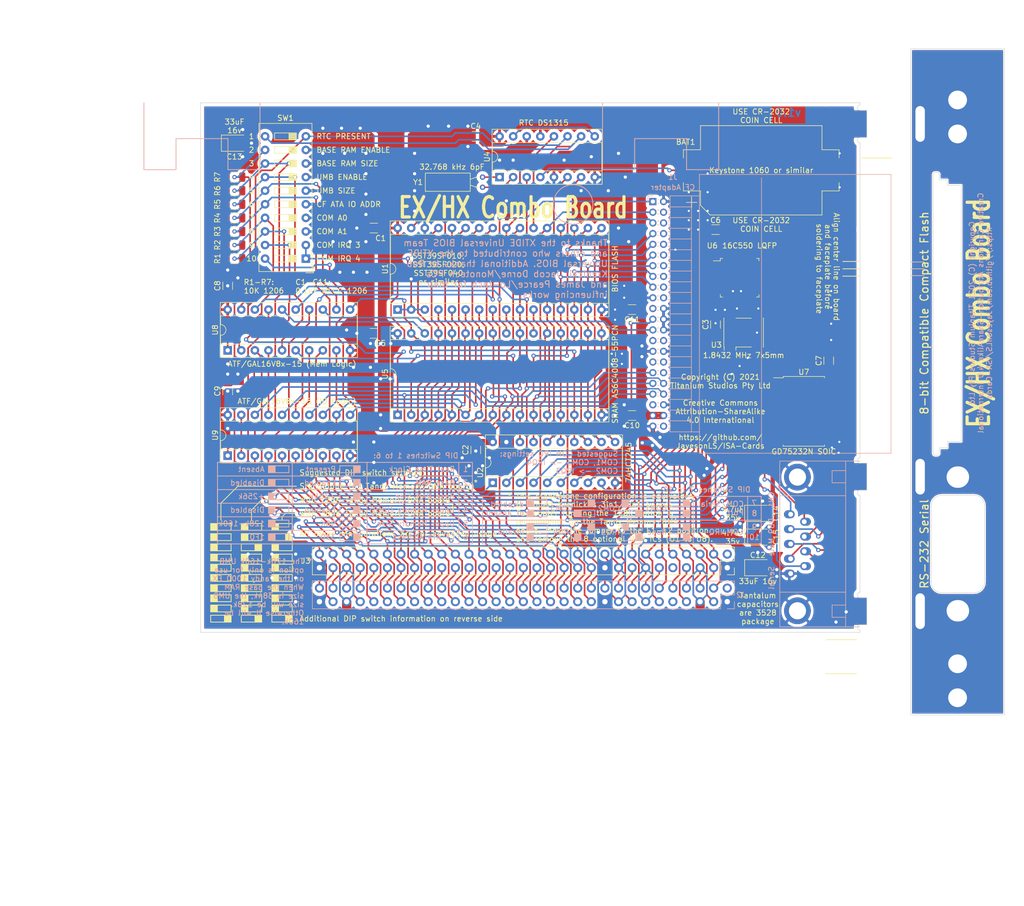
<source format=kicad_pcb>
(kicad_pcb (version 20171130) (host pcbnew "(5.1.7)-1")
  (layers (0 F.Cu signal) (31 B.Cu signal) (34 B.Paste user) (35 F.Paste user) (36 B.SilkS user) (37 F.SilkS user) (38 B.Mask user) (39 F.Mask user) (44 Edge.Cuts user))
  (net 0 "")
  (net 1 A00)
  (net 2 A01)
  (net 3 A02)
  (net 4 A03)
  (net 5 A04)
  (net 6 A05)
  (net 7 A06)
  (net 8 A07)
  (net 9 A08)
  (net 10 A09)
  (net 11 A10)
  (net 12 A11)
  (net 13 A12)
  (net 14 A13)
  (net 15 A14)
  (net 16 A15)
  (net 17 A16)
  (net 18 A17)
  (net 19 A18)
  (net 20 A19)
  (net 21 AEN)
  (net 22 D0)
  (net 23 D1)
  (net 24 D2)
  (net 25 D3)
  (net 26 D4)
  (net 27 D5)
  (net 28 D6)
  (net 29 D7)
  (net 30 GND)
  (net 31 OSC)
  (net 32 VCC)
  (net 33 ALE)
  (net 34 IRQ3)
  (net 35 IRQ4)
  (net 36 CLK)
  (net 37 DRQ1)
  (net 38 ~DACK1)
  (net 39 DRQ3)
  (net 40 ~DACK3)
  (net 41 ~IOR)
  (net 42 ~IOW)
  (net 43 ~MEMR)
  (net 44 ~MEMW)
  (net 45 +12V)
  (net 46 AUDIOIN)
  (net 47 -12V)
  (net 48 IRQ2)
  (net 49 RESET)
  (net 50 "Net-(J3-Pad5)")
  (net 51 "Net-(J3-Pad32)")
  (net 52 "Net-(BAT1-Pad1)")
  (net 53 /SER_PIN9)
  (net 54 /SER_PIN8)
  (net 55 /SER_PIN7)
  (net 56 /SER_PIN6)
  (net 57 /SER_PIN1)
  (net 58 /SER_PIN2)
  (net 59 /SER_PIN4)
  (net 60 /SER_PIN3)
  (net 61 "Net-(J1-Pad44)")
  (net 62 "Net-(J1-Pad39)")
  (net 63 ~CS3~_ATA)
  (net 64 ~CS1~_ATA)
  (net 65 "Net-(J1-Pad34)")
  (net 66 "Net-(J1-Pad32)")
  (net 67 "Net-(J1-Pad31)")
  (net 68 "Net-(J1-Pad28)")
  (net 69 "Net-(J1-Pad27)")
  (net 70 ~IOR~_DELAYED)
  (net 71 "Net-(J1-Pad21)")
  (net 72 "Net-(J1-Pad20)")
  (net 73 "Net-(J1-Pad18)")
  (net 74 D0_BUF)
  (net 75 "Net-(J1-Pad16)")
  (net 76 D1_BUF)
  (net 77 "Net-(J1-Pad14)")
  (net 78 D2_BUF)
  (net 79 "Net-(J1-Pad12)")
  (net 80 D3_BUF)
  (net 81 "Net-(J1-Pad10)")
  (net 82 D4_BUF)
  (net 83 "Net-(J1-Pad8)")
  (net 84 D5_BUF)
  (net 85 "Net-(J1-Pad6)")
  (net 86 D6_BUF)
  (net 87 "Net-(J1-Pad4)")
  (net 88 D7_BUF)
  (net 89 ~RESET)
  (net 90 UART_IRQ)
  (net 91 UART_S1)
  (net 92 UART_S0)
  (net 93 ATA_ADDR_JUMPER)
  (net 94 UMB_SIZE)
  (net 95 UMB_ENABLE)
  (net 96 BASE_RAM_SIZE)
  (net 97 BASE_RAM_ENABLE)
  (net 98 ~MEMR~_DELAYED)
  (net 99 ~CE~_BIOS_THRU)
  (net 100 UART_XIN)
  (net 101 "Net-(U4-Pad15)")
  (net 102 ~CE~_BIOS_DECODE)
  (net 103 A17_MAPPED)
  (net 104 ~CE~_RAM_DECODE)
  (net 105 A18_MAPPED)
  (net 106 "Net-(U6-Pad41)")
  (net 107 "Net-(U6-Pad40)")
  (net 108 "Net-(U6-Pad39)")
  (net 109 "Net-(U6-Pad38)")
  (net 110 "Net-(U6-Pad37)")
  (net 111 "Net-(U6-Pad36)")
  (net 112 "Net-(U6-Pad34)")
  (net 113 "Net-(U6-Pad33)")
  (net 114 "Net-(U6-Pad32)")
  (net 115 "Net-(U6-Pad31)")
  (net 116 "Net-(U6-Pad29)")
  (net 117 "Net-(U6-Pad23)")
  (net 118 "Net-(U6-Pad22)")
  (net 119 "Net-(U6-Pad15)")
  (net 120 "Net-(U6-Pad13)")
  (net 121 "Net-(U6-Pad12)")
  (net 122 ~UART_CS)
  (net 123 IOR_DECODE)
  (net 124 DMATC)
  (net 125 ~FDCACK)
  (net 126 "NC_(IRQ5)")
  (net 127 "~BREQ~_(IRQ6)")
  (net 128 "~RFSH~_(IRQ7)")
  (net 129 ~REFRESH)
  (net 130 RDYIN)
  (net 131 FDCDRQ)
  (net 132 /RTC_X2)
  (net 133 /RTC_X1)
  (net 134 ~BUFF_READ)
  (net 135 "Net-(J2-Pad5)")
  (net 136 "Net-(J2-Pad32)")
  (module 00Custom:TandyPlusSocket (layer F.Cu) (at 218.44 130.81 270)
    (fp_text reference J2 (at -1.27 -2.54) (layer B.SilkS) (effects (justify mirror)))
    (fp_text value Bus_Tandy_Plus)
    (pad 62 thru_hole oval (at -2.54 76.2 270) (size 1.7 1.7) (drill 1) (layers *.Cu *.Mask) (net 1 A00))
    (pad 31 thru_hole oval (at 0 76.2 270) (size 1.7 1.7) (drill 1) (layers *.Cu *.Mask) (net 30 GND))
    (pad 61 thru_hole oval (at -2.54 73.66 270) (size 1.7 1.7) (drill 1) (layers *.Cu *.Mask) (net 2 A01))
    (pad 30 thru_hole oval (at 0 73.66 270) (size 1.7 1.7) (drill 1) (layers *.Cu *.Mask) (net 31 OSC))
    (pad 60 thru_hole oval (at -2.54 71.12 270) (size 1.7 1.7) (drill 1) (layers *.Cu *.Mask) (net 3 A02))
    (pad 29 thru_hole oval (at 0 71.12 270) (size 1.7 1.7) (drill 1) (layers *.Cu *.Mask) (net 32 VCC))
    (pad 59 thru_hole oval (at -2.54 68.58 270) (size 1.7 1.7) (drill 1) (layers *.Cu *.Mask) (net 4 A03))
    (pad 28 thru_hole oval (at 0 68.58 270) (size 1.7 1.7) (drill 1) (layers *.Cu *.Mask) (net 33 ALE))
    (pad 58 thru_hole oval (at -2.54 66.04 270) (size 1.7 1.7) (drill 1) (layers *.Cu *.Mask) (net 5 A04))
    (pad 27 thru_hole oval (at 0 66.04 270) (size 1.7 1.7) (drill 1) (layers *.Cu *.Mask) (net 124 DMATC))
    (pad 57 thru_hole oval (at -2.54 63.5 270) (size 1.7 1.7) (drill 1) (layers *.Cu *.Mask) (net 6 A05))
    (pad 26 thru_hole oval (at 0 63.5 270) (size 1.7 1.7) (drill 1) (layers *.Cu *.Mask) (net 125 ~FDCACK))
    (pad 56 thru_hole oval (at -2.54 60.96 270) (size 1.7 1.7) (drill 1) (layers *.Cu *.Mask) (net 7 A06))
    (pad 25 thru_hole oval (at 0 60.96 270) (size 1.7 1.7) (drill 1) (layers *.Cu *.Mask) (net 34 IRQ3))
    (pad 55 thru_hole oval (at -2.54 58.42 270) (size 1.7 1.7) (drill 1) (layers *.Cu *.Mask) (net 8 A07))
    (pad 24 thru_hole oval (at 0 58.42 270) (size 1.7 1.7) (drill 1) (layers *.Cu *.Mask) (net 35 IRQ4))
    (pad 54 thru_hole oval (at -2.54 55.88 270) (size 1.7 1.7) (drill 1) (layers *.Cu *.Mask) (net 9 A08))
    (pad 23 thru_hole oval (at 0 55.88 270) (size 1.7 1.7) (drill 1) (layers *.Cu *.Mask) (net 126 "NC_(IRQ5)"))
    (pad 53 thru_hole oval (at -2.54 53.34 270) (size 1.7 1.7) (drill 1) (layers *.Cu *.Mask) (net 10 A09))
    (pad 22 thru_hole oval (at 0 53.34 270) (size 1.7 1.7) (drill 1) (layers *.Cu *.Mask) (net 127 "~BREQ~_(IRQ6)"))
    (pad 52 thru_hole oval (at -2.54 50.8 270) (size 1.7 1.7) (drill 1) (layers *.Cu *.Mask) (net 11 A10))
    (pad 21 thru_hole oval (at 0 50.8 270) (size 1.7 1.7) (drill 1) (layers *.Cu *.Mask) (net 128 "~RFSH~_(IRQ7)"))
    (pad 51 thru_hole oval (at -2.54 48.26 270) (size 1.7 1.7) (drill 1) (layers *.Cu *.Mask) (net 12 A11))
    (pad 20 thru_hole oval (at 0 48.26 270) (size 1.7 1.7) (drill 1) (layers *.Cu *.Mask) (net 36 CLK))
    (pad 50 thru_hole oval (at -2.54 45.72 270) (size 1.7 1.7) (drill 1) (layers *.Cu *.Mask) (net 13 A12))
    (pad 19 thru_hole oval (at 0 45.72 270) (size 1.7 1.7) (drill 1) (layers *.Cu *.Mask) (net 129 ~REFRESH))
    (pad 49 thru_hole oval (at -2.54 43.18 270) (size 1.7 1.7) (drill 1) (layers *.Cu *.Mask) (net 14 A13))
    (pad 18 thru_hole oval (at 0 43.18 270) (size 1.7 1.7) (drill 1) (layers *.Cu *.Mask) (net 37 DRQ1))
    (pad 48 thru_hole oval (at -2.54 40.64 270) (size 1.7 1.7) (drill 1) (layers *.Cu *.Mask) (net 15 A14))
    (pad 17 thru_hole oval (at 0 40.64 270) (size 1.7 1.7) (drill 1) (layers *.Cu *.Mask) (net 38 ~DACK1))
    (pad 47 thru_hole oval (at -2.54 38.1 270) (size 1.7 1.7) (drill 1) (layers *.Cu *.Mask) (net 16 A15))
    (pad 16 thru_hole oval (at 0 38.1 270) (size 1.7 1.7) (drill 1) (layers *.Cu *.Mask) (net 39 DRQ3))
    (pad 46 thru_hole oval (at -2.54 35.56 270) (size 1.7 1.7) (drill 1) (layers *.Cu *.Mask) (net 17 A16))
    (pad 15 thru_hole oval (at 0 35.56 270) (size 1.7 1.7) (drill 1) (layers *.Cu *.Mask) (net 40 ~DACK3))
    (pad 45 thru_hole oval (at -2.54 33.02 270) (size 1.7 1.7) (drill 1) (layers *.Cu *.Mask) (net 18 A17))
    (pad 14 thru_hole oval (at 0 33.02 270) (size 1.7 1.7) (drill 1) (layers *.Cu *.Mask) (net 41 ~IOR))
    (pad 44 thru_hole oval (at -2.54 30.48 270) (size 1.7 1.7) (drill 1) (layers *.Cu *.Mask) (net 19 A18))
    (pad 13 thru_hole oval (at 0 30.48 270) (size 1.7 1.7) (drill 1) (layers *.Cu *.Mask) (net 42 ~IOW))
    (pad 43 thru_hole oval (at -2.54 27.94 270) (size 1.7 1.7) (drill 1) (layers *.Cu *.Mask) (net 20 A19))
    (pad 12 thru_hole oval (at 0 27.94 270) (size 1.7 1.7) (drill 1) (layers *.Cu *.Mask) (net 43 ~MEMR))
    (pad 42 thru_hole oval (at -2.54 25.4 270) (size 1.7 1.7) (drill 1) (layers *.Cu *.Mask) (net 21 AEN))
    (pad 11 thru_hole oval (at 0 25.4 270) (size 1.7 1.7) (drill 1) (layers *.Cu *.Mask) (net 44 ~MEMW))
    (pad 41 thru_hole oval (at -2.54 22.86 270) (size 1.7 1.7) (drill 1) (layers *.Cu *.Mask) (net 130 RDYIN))
    (pad 10 thru_hole oval (at 0 22.86 270) (size 1.7 1.7) (drill 1) (layers *.Cu *.Mask) (net 30 GND))
    (pad 40 thru_hole oval (at -2.54 20.32 270) (size 1.7 1.7) (drill 1) (layers *.Cu *.Mask) (net 22 D0))
    (pad 9 thru_hole oval (at 0 20.32 270) (size 1.7 1.7) (drill 1) (layers *.Cu *.Mask) (net 45 +12V))
    (pad 39 thru_hole oval (at -2.54 17.78 270) (size 1.7 1.7) (drill 1) (layers *.Cu *.Mask) (net 23 D1))
    (pad 8 thru_hole oval (at 0 17.78 270) (size 1.7 1.7) (drill 1) (layers *.Cu *.Mask) (net 46 AUDIOIN))
    (pad 38 thru_hole oval (at -2.54 15.24 270) (size 1.7 1.7) (drill 1) (layers *.Cu *.Mask) (net 24 D2))
    (pad 7 thru_hole oval (at 0 15.24 270) (size 1.7 1.7) (drill 1) (layers *.Cu *.Mask) (net 47 -12V))
    (pad 37 thru_hole oval (at -2.54 12.7 270) (size 1.7 1.7) (drill 1) (layers *.Cu *.Mask) (net 25 D3))
    (pad 6 thru_hole oval (at 0 12.7 270) (size 1.7 1.7) (drill 1) (layers *.Cu *.Mask) (net 131 FDCDRQ))
    (pad 36 thru_hole oval (at -2.54 10.16 270) (size 1.7 1.7) (drill 1) (layers *.Cu *.Mask) (net 26 D4))
    (pad 5 thru_hole oval (at 0 10.16 270) (size 1.7 1.7) (drill 1) (layers *.Cu *.Mask) (net 135 "Net-(J2-Pad5)"))
    (pad 35 thru_hole oval (at -2.54 7.62 270) (size 1.7 1.7) (drill 1) (layers *.Cu *.Mask) (net 27 D5))
    (pad 4 thru_hole oval (at 0 7.62 270) (size 1.7 1.7) (drill 1) (layers *.Cu *.Mask) (net 48 IRQ2))
    (pad 34 thru_hole oval (at -2.54 5.08 270) (size 1.7 1.7) (drill 1) (layers *.Cu *.Mask) (net 28 D6))
    (pad 3 thru_hole oval (at 0 5.08 270) (size 1.7 1.7) (drill 1) (layers *.Cu *.Mask) (net 32 VCC))
    (pad 33 thru_hole oval (at -2.54 2.54 270) (size 1.7 1.7) (drill 1) (layers *.Cu *.Mask) (net 29 D7))
    (pad 2 thru_hole oval (at 0 2.54 270) (size 1.7 1.7) (drill 1) (layers *.Cu *.Mask) (net 49 RESET))
    (pad 32 thru_hole oval (at -2.54 0 270) (size 1.7 1.7) (drill 1) (layers *.Cu *.Mask) (net 136 "Net-(J2-Pad32)"))
    (pad 1 thru_hole rect (at 0 0 270) (size 1.7 1.7) (drill 1) (layers *.Cu *.Mask) (net 30 GND))
  )
  (module Package_DIP:DIP-16_W7.62mm_Socket (layer F.Cu) (at 175.895 51.435 90)
    (fp_text reference U4 (at 3.81 -2.33 90) (layer F.SilkS))
    (fp_text value DS1315)
    (fp_text user "RTC %V" (at 10.16 8.255) (layer F.SilkS))
    (pad 16 thru_hole oval (at 7.62 0 90) (size 1.6 1.6) (drill 0.8) (layers *.Cu *.Mask) (net 32 VCC))
    (pad 8 thru_hole oval (at 0 17.78 90) (size 1.6 1.6) (drill 0.8) (layers *.Cu *.Mask) (net 30 GND))
    (pad 15 thru_hole oval (at 7.62 2.54 90) (size 1.6 1.6) (drill 0.8) (layers *.Cu *.Mask) (net 101 "Net-(U4-Pad15)"))
    (pad 7 thru_hole oval (at 0 15.24 90) (size 1.6 1.6) (drill 0.8) (layers *.Cu *.Mask) (net 74 D0_BUF))
    (pad 14 thru_hole oval (at 7.62 5.08 90) (size 1.6 1.6) (drill 0.8) (layers *.Cu *.Mask) (net 30 GND))
    (pad 6 thru_hole oval (at 0 12.7 90) (size 1.6 1.6) (drill 0.8) (layers *.Cu *.Mask) (net 1 A00))
    (pad 13 thru_hole oval (at 7.62 7.62 90) (size 1.6 1.6) (drill 0.8) (layers *.Cu *.Mask) (net 32 VCC))
    (pad 5 thru_hole oval (at 0 10.16 90) (size 1.6 1.6) (drill 0.8) (layers *.Cu *.Mask) (net 30 GND))
    (pad 12 thru_hole oval (at 7.62 10.16 90) (size 1.6 1.6) (drill 0.8) (layers *.Cu *.Mask) (net 98 ~MEMR~_DELAYED))
    (pad 4 thru_hole oval (at 0 7.62 90) (size 1.6 1.6) (drill 0.8) (layers *.Cu *.Mask) (net 52 "Net-(BAT1-Pad1)"))
    (pad 11 thru_hole oval (at 7.62 12.7 90) (size 1.6 1.6) (drill 0.8) (layers *.Cu *.Mask) (net 102 ~CE~_BIOS_DECODE))
    (pad 3 thru_hole oval (at 0 5.08 90) (size 1.6 1.6) (drill 0.8) (layers *.Cu *.Mask) (net 3 A02))
    (pad 10 thru_hole oval (at 7.62 15.24 90) (size 1.6 1.6) (drill 0.8) (layers *.Cu *.Mask) (net 99 ~CE~_BIOS_THRU))
    (pad 2 thru_hole oval (at 0 2.54 90) (size 1.6 1.6) (drill 0.8) (layers *.Cu *.Mask) (net 132 /RTC_X2))
    (pad 9 thru_hole oval (at 7.62 17.78 90) (size 1.6 1.6) (drill 0.8) (layers *.Cu *.Mask) (net 101 "Net-(U4-Pad15)"))
    (pad 1 thru_hole rect (at 0 0 90) (size 1.6 1.6) (drill 0.8) (layers *.Cu *.Mask) (net 133 /RTC_X1))
  )
  (module Oscillator:Oscillator_SMD_SeikoEpson_SG8002CA-4Pin_7.0x5.0mm (layer F.Cu) (at 221.5 80.5)
    (fp_text reference U3 (at -5.092 2.304) (layer F.SilkS))
    (fp_text value "1.8432 MHz")
    (fp_text user "%V 7x5mm" (at 0 4.25) (layer F.SilkS))
    (pad 1 smd rect (at -2.54 2.1) (size 1.8 2) (layers F.Cu F.Paste F.Mask) (net 32 VCC))
    (pad 2 smd rect (at 2.54 2.1) (size 1.8 2) (layers F.Cu F.Paste F.Mask) (net 30 GND))
    (pad 3 smd rect (at 2.54 -2.1) (size 1.8 2) (layers F.Cu F.Paste F.Mask) (net 100 UART_XIN))
    (pad 4 smd rect (at -2.54 -2.1) (size 1.8 2) (layers F.Cu F.Paste F.Mask) (net 32 VCC))
  )
  (module w_conn_d-sub:DB_9M (layer B.Cu) (at 238.668 120.015 270)
    (fp_text reference CN1 (at -8.255 11.973 270) (layer B.SilkS) (effects (justify mirror)))
    (fp_text value "DB9 Male" (at -1.27 11.973 270) (layer B.SilkS) (effects (justify mirror)))
    (pad 5 thru_hole circle (at -12.49426 7.112 270) (size 5.00126 5.00126) (drill 3.2004) (layers *.Cu *.Mask) (net 30 GND))
    (pad 9 thru_hole oval (at 4.15544 5.842 270) (size 1.50114 1.99898) (drill 0.89916 (offset 0 -0.24892)) (layers *.Cu *.Mask) (net 53 /SER_PIN9))
    (pad 8 thru_hole oval (at 1.3843 5.842 270) (size 1.50114 1.99898) (drill 0.89916 (offset 0 -0.24892)) (layers *.Cu *.Mask) (net 54 /SER_PIN8))
    (pad 7 thru_hole oval (at -1.3843 5.842 270) (size 1.50114 1.99898) (drill 0.89916 (offset 0 -0.24892)) (layers *.Cu *.Mask) (net 55 /SER_PIN7))
    (pad 6 thru_hole oval (at -4.15544 5.842 270) (size 1.50114 1.99898) (drill 0.89916 (offset 0 -0.24892)) (layers *.Cu *.Mask) (net 56 /SER_PIN6))
    (pad 1 thru_hole oval (at -5.53974 8.382 270) (size 1.50114 1.99898) (drill 0.89916 (offset 0 0.24892)) (layers *.Cu *.Mask) (net 57 /SER_PIN1))
    (pad 2 thru_hole oval (at -2.77114 8.382 270) (size 1.50114 1.99898) (drill 0.89916 (offset 0 0.24892)) (layers *.Cu *.Mask) (net 58 /SER_PIN2))
    (pad 5 thru_hole oval (at 5.53974 8.382 270) (size 1.50114 1.99898) (drill 0.89916 (offset 0 0.24892)) (layers *.Cu *.Mask) (net 30 GND))
    (pad 4 thru_hole oval (at 2.77114 8.382 270) (size 1.50114 1.99898) (drill 0.89916 (offset 0 0.24892)) (layers *.Cu *.Mask) (net 59 /SER_PIN4))
    (pad 3 thru_hole oval (at 0 8.382 270) (size 1.50114 1.99898) (drill 0.89916 (offset 0 0.24892)) (layers *.Cu *.Mask) (net 60 /SER_PIN3))
    (pad 5 thru_hole circle (at 12.49426 7.112 270) (size 5.00126 5.00126) (drill 3.2004) (layers *.Cu *.Mask) (net 30 GND))
  )
  (module Package_SO:SOIC-20W_7.5x12.8mm_P1.27mm (layer F.Cu) (at 232.75 95.225)
    (fp_text reference U7 (at 0 -7.35) (layer F.SilkS))
    (fp_text value GD75232N)
    (fp_text user "%V SOIC" (at 0 7.525) (layer F.SilkS))
    (pad 20 smd roundrect (at 4.65 -5.715) (size 2.05 0.6) (layers F.Cu F.Paste F.Mask) (net 32 VCC))
    (pad 19 smd roundrect (at 4.65 -4.445) (size 2.05 0.6) (layers F.Cu F.Paste F.Mask) (net 106 "Net-(U6-Pad41)"))
    (pad 18 smd roundrect (at 4.65 -3.175) (size 2.05 0.6) (layers F.Cu F.Paste F.Mask) (net 107 "Net-(U6-Pad40)"))
    (pad 17 smd roundrect (at 4.65 -1.905) (size 2.05 0.6) (layers F.Cu F.Paste F.Mask) (net 109 "Net-(U6-Pad38)"))
    (pad 16 smd roundrect (at 4.65 -0.635) (size 2.05 0.6) (layers F.Cu F.Paste F.Mask) (net 111 "Net-(U6-Pad36)"))
    (pad 15 smd roundrect (at 4.65 0.635) (size 2.05 0.6) (layers F.Cu F.Paste F.Mask) (net 113 "Net-(U6-Pad33)"))
    (pad 14 smd roundrect (at 4.65 1.905) (size 2.05 0.6) (layers F.Cu F.Paste F.Mask) (net 110 "Net-(U6-Pad37)"))
    (pad 13 smd roundrect (at 4.65 3.175) (size 2.05 0.6) (layers F.Cu F.Paste F.Mask) (net 114 "Net-(U6-Pad32)"))
    (pad 12 smd roundrect (at 4.65 4.445) (size 2.05 0.6) (layers F.Cu F.Paste F.Mask) (net 108 "Net-(U6-Pad39)"))
    (pad 11 smd roundrect (at 4.65 5.715) (size 2.05 0.6) (layers F.Cu F.Paste F.Mask) (net 30 GND))
    (pad 10 smd roundrect (at -4.65 5.715) (size 2.05 0.6) (layers F.Cu F.Paste F.Mask) (net 47 -12V))
    (pad 9 smd roundrect (at -4.65 4.445) (size 2.05 0.6) (layers F.Cu F.Paste F.Mask) (net 56 /SER_PIN6))
    (pad 8 smd roundrect (at -4.65 3.175) (size 2.05 0.6) (layers F.Cu F.Paste F.Mask) (net 55 /SER_PIN7))
    (pad 7 smd roundrect (at -4.65 1.905) (size 2.05 0.6) (layers F.Cu F.Paste F.Mask) (net 58 /SER_PIN2))
    (pad 6 smd roundrect (at -4.65 0.635) (size 2.05 0.6) (layers F.Cu F.Paste F.Mask) (net 59 /SER_PIN4))
    (pad 5 smd roundrect (at -4.65 -0.635) (size 2.05 0.6) (layers F.Cu F.Paste F.Mask) (net 60 /SER_PIN3))
    (pad 4 smd roundrect (at -4.65 -1.905) (size 2.05 0.6) (layers F.Cu F.Paste F.Mask) (net 54 /SER_PIN8))
    (pad 3 smd roundrect (at -4.65 -3.175) (size 2.05 0.6) (layers F.Cu F.Paste F.Mask) (net 57 /SER_PIN1))
    (pad 2 smd roundrect (at -4.65 -4.445) (size 2.05 0.6) (layers F.Cu F.Paste F.Mask) (net 53 /SER_PIN9))
    (pad 1 smd roundrect (at -4.65 -5.715) (size 2.05 0.6) (layers F.Cu F.Paste F.Mask) (net 45 +12V))
  )
  (module Package_QFP:LQFP-48_7x7mm_P0.5mm (layer F.Cu) (at 220.75 70.25)
    (fp_text reference U6 (at -5.104 -6) (layer F.SilkS))
    (fp_text value 16C550)
    (fp_text user "%V LQFP" (at 1.881 -6) (layer F.SilkS))
    (pad 48 smd roundrect (at -2.75 -4.1625) (size 0.3 1.475) (layers F.Cu F.Paste F.Mask) (net 26 D4))
    (pad 47 smd roundrect (at -2.25 -4.1625) (size 0.3 1.475) (layers F.Cu F.Paste F.Mask) (net 26 D4))
    (pad 46 smd roundrect (at -1.75 -4.1625) (size 0.3 1.475) (layers F.Cu F.Paste F.Mask) (net 25 D3))
    (pad 45 smd roundrect (at -1.25 -4.1625) (size 0.3 1.475) (layers F.Cu F.Paste F.Mask) (net 24 D2))
    (pad 44 smd roundrect (at -0.75 -4.1625) (size 0.3 1.475) (layers F.Cu F.Paste F.Mask) (net 23 D1))
    (pad 43 smd roundrect (at -0.25 -4.1625) (size 0.3 1.475) (layers F.Cu F.Paste F.Mask) (net 22 D0))
    (pad 42 smd roundrect (at 0.25 -4.1625) (size 0.3 1.475) (layers F.Cu F.Paste F.Mask) (net 32 VCC))
    (pad 41 smd roundrect (at 0.75 -4.1625) (size 0.3 1.475) (layers F.Cu F.Paste F.Mask) (net 106 "Net-(U6-Pad41)"))
    (pad 40 smd roundrect (at 1.25 -4.1625) (size 0.3 1.475) (layers F.Cu F.Paste F.Mask) (net 107 "Net-(U6-Pad40)"))
    (pad 39 smd roundrect (at 1.75 -4.1625) (size 0.3 1.475) (layers F.Cu F.Paste F.Mask) (net 108 "Net-(U6-Pad39)"))
    (pad 38 smd roundrect (at 2.25 -4.1625) (size 0.3 1.475) (layers F.Cu F.Paste F.Mask) (net 109 "Net-(U6-Pad38)"))
    (pad 37 smd roundrect (at 2.75 -4.1625) (size 0.3 1.475) (layers F.Cu F.Paste F.Mask) (net 110 "Net-(U6-Pad37)"))
    (pad 36 smd roundrect (at 4.1625 -2.75) (size 1.475 0.3) (layers F.Cu F.Paste F.Mask) (net 111 "Net-(U6-Pad36)"))
    (pad 35 smd roundrect (at 4.1625 -2.25) (size 1.475 0.3) (layers F.Cu F.Paste F.Mask) (net 49 RESET))
    (pad 34 smd roundrect (at 4.1625 -1.75) (size 1.475 0.3) (layers F.Cu F.Paste F.Mask) (net 112 "Net-(U6-Pad34)"))
    (pad 33 smd roundrect (at 4.1625 -1.25) (size 1.475 0.3) (layers F.Cu F.Paste F.Mask) (net 113 "Net-(U6-Pad33)"))
    (pad 32 smd roundrect (at 4.1625 -0.75) (size 1.475 0.3) (layers F.Cu F.Paste F.Mask) (net 114 "Net-(U6-Pad32)"))
    (pad 31 smd roundrect (at 4.1625 -0.25) (size 1.475 0.3) (layers F.Cu F.Paste F.Mask) (net 115 "Net-(U6-Pad31)"))
    (pad 30 smd roundrect (at 4.1625 0.25) (size 1.475 0.3) (layers F.Cu F.Paste F.Mask) (net 90 UART_IRQ))
    (pad 29 smd roundrect (at 4.1625 0.75) (size 1.475 0.3) (layers F.Cu F.Paste F.Mask) (net 116 "Net-(U6-Pad29)"))
    (pad 28 smd roundrect (at 4.1625 1.25) (size 1.475 0.3) (layers F.Cu F.Paste F.Mask) (net 1 A00))
    (pad 27 smd roundrect (at 4.1625 1.75) (size 1.475 0.3) (layers F.Cu F.Paste F.Mask) (net 2 A01))
    (pad 26 smd roundrect (at 4.1625 2.25) (size 1.475 0.3) (layers F.Cu F.Paste F.Mask) (net 3 A02))
    (pad 25 smd roundrect (at 4.1625 2.75) (size 1.475 0.3) (layers F.Cu F.Paste F.Mask) (net 49 RESET))
    (pad 24 smd roundrect (at 2.75 4.1625) (size 0.3 1.475) (layers F.Cu F.Paste F.Mask) (net 30 GND))
    (pad 23 smd roundrect (at 2.25 4.1625) (size 0.3 1.475) (layers F.Cu F.Paste F.Mask) (net 117 "Net-(U6-Pad23)"))
    (pad 22 smd roundrect (at 1.75 4.1625) (size 0.3 1.475) (layers F.Cu F.Paste F.Mask) (net 118 "Net-(U6-Pad22)"))
    (pad 21 smd roundrect (at 1.25 4.1625) (size 0.3 1.475) (layers F.Cu F.Paste F.Mask) (net 100 UART_XIN))
    (pad 20 smd roundrect (at 0.75 4.1625) (size 0.3 1.475) (layers F.Cu F.Paste F.Mask) (net 30 GND))
    (pad 19 smd roundrect (at 0.25 4.1625) (size 0.3 1.475) (layers F.Cu F.Paste F.Mask) (net 41 ~IOR))
    (pad 18 smd roundrect (at -0.25 4.1625) (size 0.3 1.475) (layers F.Cu F.Paste F.Mask) (net 30 GND))
    (pad 17 smd roundrect (at -0.75 4.1625) (size 0.3 1.475) (layers F.Cu F.Paste F.Mask) (net 30 GND))
    (pad 16 smd roundrect (at -1.25 4.1625) (size 0.3 1.475) (layers F.Cu F.Paste F.Mask) (net 42 ~IOW))
    (pad 15 smd roundrect (at -1.75 4.1625) (size 0.3 1.475) (layers F.Cu F.Paste F.Mask) (net 119 "Net-(U6-Pad15)"))
    (pad 14 smd roundrect (at -2.25 4.1625) (size 0.3 1.475) (layers F.Cu F.Paste F.Mask) (net 100 UART_XIN))
    (pad 13 smd roundrect (at -2.75 4.1625) (size 0.3 1.475) (layers F.Cu F.Paste F.Mask) (net 120 "Net-(U6-Pad13)"))
    (pad 12 smd roundrect (at -4.1625 2.75) (size 1.475 0.3) (layers F.Cu F.Paste F.Mask) (net 121 "Net-(U6-Pad12)"))
    (pad 11 smd roundrect (at -4.1625 2.25) (size 1.475 0.3) (layers F.Cu F.Paste F.Mask) (net 122 ~UART_CS))
    (pad 10 smd roundrect (at -4.1625 1.75) (size 1.475 0.3) (layers F.Cu F.Paste F.Mask) (net 32 VCC))
    (pad 9 smd roundrect (at -4.1625 1.25) (size 1.475 0.3) (layers F.Cu F.Paste F.Mask) (net 32 VCC))
    (pad 8 smd roundrect (at -4.1625 0.75) (size 1.475 0.3) (layers F.Cu F.Paste F.Mask) (net 111 "Net-(U6-Pad36)"))
    (pad 7 smd roundrect (at -4.1625 0.25) (size 1.475 0.3) (layers F.Cu F.Paste F.Mask) (net 110 "Net-(U6-Pad37)"))
    (pad 6 smd roundrect (at -4.1625 -0.25) (size 1.475 0.3) (layers F.Cu F.Paste F.Mask) (net 32 VCC))
    (pad 5 smd roundrect (at -4.1625 -0.75) (size 1.475 0.3) (layers F.Cu F.Paste F.Mask) (net 121 "Net-(U6-Pad12)"))
    (pad 4 smd roundrect (at -4.1625 -1.25) (size 1.475 0.3) (layers F.Cu F.Paste F.Mask) (net 29 D7))
    (pad 3 smd roundrect (at -4.1625 -1.75) (size 1.475 0.3) (layers F.Cu F.Paste F.Mask) (net 28 D6))
    (pad 2 smd roundrect (at -4.1625 -2.25) (size 1.475 0.3) (layers F.Cu F.Paste F.Mask) (net 27 D5))
    (pad 1 smd roundrect (at -4.1625 -2.75) (size 1.475 0.3) (layers F.Cu F.Paste F.Mask) (net 25 D3))
  )
  (module Package_DIP:DIP-20_W7.62mm_Socket (layer F.Cu) (at 174.625 108.585 90)
    (fp_text reference U2 (at 1.905 -2.33 90) (layer F.SilkS))
    (fp_text value 74HCT245)
    (fp_text user %V (at 3.81 25.4 90) (layer F.SilkS))
    (pad 20 thru_hole oval (at 7.62 0 90) (size 1.6 1.6) (drill 0.8) (layers *.Cu *.Mask) (net 32 VCC))
    (pad 10 thru_hole oval (at 0 22.86 90) (size 1.6 1.6) (drill 0.8) (layers *.Cu *.Mask) (net 30 GND))
    (pad 19 thru_hole oval (at 7.62 2.54 90) (size 1.6 1.6) (drill 0.8) (layers *.Cu *.Mask) (net 30 GND))
    (pad 9 thru_hole oval (at 0 20.32 90) (size 1.6 1.6) (drill 0.8) (layers *.Cu *.Mask) (net 25 D3))
    (pad 18 thru_hole oval (at 7.62 5.08 90) (size 1.6 1.6) (drill 0.8) (layers *.Cu *.Mask) (net 84 D5_BUF))
    (pad 8 thru_hole oval (at 0 17.78 90) (size 1.6 1.6) (drill 0.8) (layers *.Cu *.Mask) (net 24 D2))
    (pad 17 thru_hole oval (at 7.62 7.62 90) (size 1.6 1.6) (drill 0.8) (layers *.Cu *.Mask) (net 88 D7_BUF))
    (pad 7 thru_hole oval (at 0 15.24 90) (size 1.6 1.6) (drill 0.8) (layers *.Cu *.Mask) (net 26 D4))
    (pad 16 thru_hole oval (at 7.62 10.16 90) (size 1.6 1.6) (drill 0.8) (layers *.Cu *.Mask) (net 86 D6_BUF))
    (pad 6 thru_hole oval (at 0 12.7 90) (size 1.6 1.6) (drill 0.8) (layers *.Cu *.Mask) (net 23 D1))
    (pad 15 thru_hole oval (at 7.62 12.7 90) (size 1.6 1.6) (drill 0.8) (layers *.Cu *.Mask) (net 74 D0_BUF))
    (pad 5 thru_hole oval (at 0 10.16 90) (size 1.6 1.6) (drill 0.8) (layers *.Cu *.Mask) (net 22 D0))
    (pad 14 thru_hole oval (at 7.62 15.24 90) (size 1.6 1.6) (drill 0.8) (layers *.Cu *.Mask) (net 76 D1_BUF))
    (pad 4 thru_hole oval (at 0 7.62 90) (size 1.6 1.6) (drill 0.8) (layers *.Cu *.Mask) (net 28 D6))
    (pad 13 thru_hole oval (at 7.62 17.78 90) (size 1.6 1.6) (drill 0.8) (layers *.Cu *.Mask) (net 82 D4_BUF))
    (pad 3 thru_hole oval (at 0 5.08 90) (size 1.6 1.6) (drill 0.8) (layers *.Cu *.Mask) (net 29 D7))
    (pad 12 thru_hole oval (at 7.62 20.32 90) (size 1.6 1.6) (drill 0.8) (layers *.Cu *.Mask) (net 78 D2_BUF))
    (pad 2 thru_hole oval (at 0 2.54 90) (size 1.6 1.6) (drill 0.8) (layers *.Cu *.Mask) (net 27 D5))
    (pad 11 thru_hole oval (at 7.62 22.86 90) (size 1.6 1.6) (drill 0.8) (layers *.Cu *.Mask) (net 80 D3_BUF))
    (pad 1 thru_hole rect (at 0 0 90) (size 1.6 1.6) (drill 0.8) (layers *.Cu *.Mask) (net 134 ~BUFF_READ))
  )
  (module Package_DIP:DIP-32_W15.24mm_Socket (layer F.Cu) (at 156.845 95.885 90)
    (fp_text reference U5 (at 7.62 -2.33 90) (layer F.SilkS))
    (fp_text value AS6C4008-55PCN)
    (fp_text user "SRAM %V" (at 7.62 40.64 90) (layer F.SilkS))
    (pad 32 thru_hole oval (at 15.24 0 90) (size 1.6 1.6) (drill 0.8) (layers *.Cu *.Mask) (net 32 VCC))
    (pad 16 thru_hole oval (at 0 38.1 90) (size 1.6 1.6) (drill 0.8) (layers *.Cu *.Mask) (net 30 GND))
    (pad 31 thru_hole oval (at 15.24 2.54 90) (size 1.6 1.6) (drill 0.8) (layers *.Cu *.Mask) (net 16 A15))
    (pad 15 thru_hole oval (at 0 35.56 90) (size 1.6 1.6) (drill 0.8) (layers *.Cu *.Mask) (net 78 D2_BUF))
    (pad 30 thru_hole oval (at 15.24 5.08 90) (size 1.6 1.6) (drill 0.8) (layers *.Cu *.Mask) (net 103 A17_MAPPED))
    (pad 14 thru_hole oval (at 0 33.02 90) (size 1.6 1.6) (drill 0.8) (layers *.Cu *.Mask) (net 76 D1_BUF))
    (pad 29 thru_hole oval (at 15.24 7.62 90) (size 1.6 1.6) (drill 0.8) (layers *.Cu *.Mask) (net 44 ~MEMW))
    (pad 13 thru_hole oval (at 0 30.48 90) (size 1.6 1.6) (drill 0.8) (layers *.Cu *.Mask) (net 74 D0_BUF))
    (pad 28 thru_hole oval (at 15.24 10.16 90) (size 1.6 1.6) (drill 0.8) (layers *.Cu *.Mask) (net 14 A13))
    (pad 12 thru_hole oval (at 0 27.94 90) (size 1.6 1.6) (drill 0.8) (layers *.Cu *.Mask) (net 1 A00))
    (pad 27 thru_hole oval (at 15.24 12.7 90) (size 1.6 1.6) (drill 0.8) (layers *.Cu *.Mask) (net 9 A08))
    (pad 11 thru_hole oval (at 0 25.4 90) (size 1.6 1.6) (drill 0.8) (layers *.Cu *.Mask) (net 2 A01))
    (pad 26 thru_hole oval (at 15.24 15.24 90) (size 1.6 1.6) (drill 0.8) (layers *.Cu *.Mask) (net 10 A09))
    (pad 10 thru_hole oval (at 0 22.86 90) (size 1.6 1.6) (drill 0.8) (layers *.Cu *.Mask) (net 3 A02))
    (pad 25 thru_hole oval (at 15.24 17.78 90) (size 1.6 1.6) (drill 0.8) (layers *.Cu *.Mask) (net 12 A11))
    (pad 9 thru_hole oval (at 0 20.32 90) (size 1.6 1.6) (drill 0.8) (layers *.Cu *.Mask) (net 4 A03))
    (pad 24 thru_hole oval (at 15.24 20.32 90) (size 1.6 1.6) (drill 0.8) (layers *.Cu *.Mask) (net 98 ~MEMR~_DELAYED))
    (pad 8 thru_hole oval (at 0 17.78 90) (size 1.6 1.6) (drill 0.8) (layers *.Cu *.Mask) (net 5 A04))
    (pad 23 thru_hole oval (at 15.24 22.86 90) (size 1.6 1.6) (drill 0.8) (layers *.Cu *.Mask) (net 11 A10))
    (pad 7 thru_hole oval (at 0 15.24 90) (size 1.6 1.6) (drill 0.8) (layers *.Cu *.Mask) (net 6 A05))
    (pad 22 thru_hole oval (at 15.24 25.4 90) (size 1.6 1.6) (drill 0.8) (layers *.Cu *.Mask) (net 104 ~CE~_RAM_DECODE))
    (pad 6 thru_hole oval (at 0 12.7 90) (size 1.6 1.6) (drill 0.8) (layers *.Cu *.Mask) (net 7 A06))
    (pad 21 thru_hole oval (at 15.24 27.94 90) (size 1.6 1.6) (drill 0.8) (layers *.Cu *.Mask) (net 88 D7_BUF))
    (pad 5 thru_hole oval (at 0 10.16 90) (size 1.6 1.6) (drill 0.8) (layers *.Cu *.Mask) (net 8 A07))
    (pad 20 thru_hole oval (at 15.24 30.48 90) (size 1.6 1.6) (drill 0.8) (layers *.Cu *.Mask) (net 86 D6_BUF))
    (pad 4 thru_hole oval (at 0 7.62 90) (size 1.6 1.6) (drill 0.8) (layers *.Cu *.Mask) (net 13 A12))
    (pad 19 thru_hole oval (at 15.24 33.02 90) (size 1.6 1.6) (drill 0.8) (layers *.Cu *.Mask) (net 84 D5_BUF))
    (pad 3 thru_hole oval (at 0 5.08 90) (size 1.6 1.6) (drill 0.8) (layers *.Cu *.Mask) (net 15 A14))
    (pad 18 thru_hole oval (at 15.24 35.56 90) (size 1.6 1.6) (drill 0.8) (layers *.Cu *.Mask) (net 82 D4_BUF))
    (pad 2 thru_hole oval (at 0 2.54 90) (size 1.6 1.6) (drill 0.8) (layers *.Cu *.Mask) (net 17 A16))
    (pad 17 thru_hole oval (at 15.24 38.1 90) (size 1.6 1.6) (drill 0.8) (layers *.Cu *.Mask) (net 80 D3_BUF))
    (pad 1 thru_hole rect (at 0 0 90) (size 1.6 1.6) (drill 0.8) (layers *.Cu *.Mask) (net 105 A18_MAPPED))
  )
  (module Package_DIP:DIP-32_W15.24mm_Socket (layer F.Cu) (at 156.845 76.2 90)
    (fp_text reference U1 (at 7.62 -2.33 90) (layer F.SilkS))
    (fp_text value "BIOS FLASH")
    (fp_text user %V (at 7.62 40.64 90) (layer F.SilkS))
    (pad 32 thru_hole oval (at 15.24 0 90) (size 1.6 1.6) (drill 0.8) (layers *.Cu *.Mask) (net 32 VCC))
    (pad 16 thru_hole oval (at 0 38.1 90) (size 1.6 1.6) (drill 0.8) (layers *.Cu *.Mask) (net 30 GND))
    (pad 31 thru_hole oval (at 15.24 2.54 90) (size 1.6 1.6) (drill 0.8) (layers *.Cu *.Mask) (net 44 ~MEMW))
    (pad 15 thru_hole oval (at 0 35.56 90) (size 1.6 1.6) (drill 0.8) (layers *.Cu *.Mask) (net 78 D2_BUF))
    (pad 30 thru_hole oval (at 15.24 5.08 90) (size 1.6 1.6) (drill 0.8) (layers *.Cu *.Mask) (net 30 GND))
    (pad 14 thru_hole oval (at 0 33.02 90) (size 1.6 1.6) (drill 0.8) (layers *.Cu *.Mask) (net 76 D1_BUF))
    (pad 29 thru_hole oval (at 15.24 7.62 90) (size 1.6 1.6) (drill 0.8) (layers *.Cu *.Mask) (net 15 A14))
    (pad 13 thru_hole oval (at 0 30.48 90) (size 1.6 1.6) (drill 0.8) (layers *.Cu *.Mask) (net 74 D0_BUF))
    (pad 28 thru_hole oval (at 15.24 10.16 90) (size 1.6 1.6) (drill 0.8) (layers *.Cu *.Mask) (net 14 A13))
    (pad 12 thru_hole oval (at 0 27.94 90) (size 1.6 1.6) (drill 0.8) (layers *.Cu *.Mask) (net 1 A00))
    (pad 27 thru_hole oval (at 15.24 12.7 90) (size 1.6 1.6) (drill 0.8) (layers *.Cu *.Mask) (net 9 A08))
    (pad 11 thru_hole oval (at 0 25.4 90) (size 1.6 1.6) (drill 0.8) (layers *.Cu *.Mask) (net 2 A01))
    (pad 26 thru_hole oval (at 15.24 15.24 90) (size 1.6 1.6) (drill 0.8) (layers *.Cu *.Mask) (net 10 A09))
    (pad 10 thru_hole oval (at 0 22.86 90) (size 1.6 1.6) (drill 0.8) (layers *.Cu *.Mask) (net 3 A02))
    (pad 25 thru_hole oval (at 15.24 17.78 90) (size 1.6 1.6) (drill 0.8) (layers *.Cu *.Mask) (net 12 A11))
    (pad 9 thru_hole oval (at 0 20.32 90) (size 1.6 1.6) (drill 0.8) (layers *.Cu *.Mask) (net 4 A03))
    (pad 24 thru_hole oval (at 15.24 20.32 90) (size 1.6 1.6) (drill 0.8) (layers *.Cu *.Mask) (net 98 ~MEMR~_DELAYED))
    (pad 8 thru_hole oval (at 0 17.78 90) (size 1.6 1.6) (drill 0.8) (layers *.Cu *.Mask) (net 5 A04))
    (pad 23 thru_hole oval (at 15.24 22.86 90) (size 1.6 1.6) (drill 0.8) (layers *.Cu *.Mask) (net 11 A10))
    (pad 7 thru_hole oval (at 0 15.24 90) (size 1.6 1.6) (drill 0.8) (layers *.Cu *.Mask) (net 6 A05))
    (pad 22 thru_hole oval (at 15.24 25.4 90) (size 1.6 1.6) (drill 0.8) (layers *.Cu *.Mask) (net 99 ~CE~_BIOS_THRU))
    (pad 6 thru_hole oval (at 0 12.7 90) (size 1.6 1.6) (drill 0.8) (layers *.Cu *.Mask) (net 7 A06))
    (pad 21 thru_hole oval (at 15.24 27.94 90) (size 1.6 1.6) (drill 0.8) (layers *.Cu *.Mask) (net 88 D7_BUF))
    (pad 5 thru_hole oval (at 0 10.16 90) (size 1.6 1.6) (drill 0.8) (layers *.Cu *.Mask) (net 8 A07))
    (pad 20 thru_hole oval (at 15.24 30.48 90) (size 1.6 1.6) (drill 0.8) (layers *.Cu *.Mask) (net 86 D6_BUF))
    (pad 4 thru_hole oval (at 0 7.62 90) (size 1.6 1.6) (drill 0.8) (layers *.Cu *.Mask) (net 13 A12))
    (pad 19 thru_hole oval (at 15.24 33.02 90) (size 1.6 1.6) (drill 0.8) (layers *.Cu *.Mask) (net 84 D5_BUF))
    (pad 3 thru_hole oval (at 0 5.08 90) (size 1.6 1.6) (drill 0.8) (layers *.Cu *.Mask) (net 30 GND))
    (pad 18 thru_hole oval (at 15.24 35.56 90) (size 1.6 1.6) (drill 0.8) (layers *.Cu *.Mask) (net 82 D4_BUF))
    (pad 2 thru_hole oval (at 0 2.54 90) (size 1.6 1.6) (drill 0.8) (layers *.Cu *.Mask) (net 30 GND))
    (pad 17 thru_hole oval (at 15.24 38.1 90) (size 1.6 1.6) (drill 0.8) (layers *.Cu *.Mask) (net 80 D3_BUF))
    (pad 1 thru_hole rect (at 0 0 90) (size 1.6 1.6) (drill 0.8) (layers *.Cu *.Mask) (net 30 GND))
  )
  (module Capacitor_Tantalum_SMD:CP_EIA-3528-15_AVX-H (layer F.Cu) (at 126.365 45.085)
    (fp_text reference C13 (at 0 2.54) (layer F.SilkS))
    (fp_text value "33uF 16v")
    (pad 2 smd roundrect (at 1.5375 0) (size 1.325 2.35) (layers F.Cu F.Paste F.Mask) (roundrect_rratio 0.1886777358490566) (net 30 GND))
    (pad 1 smd roundrect (at -1.5375 0) (size 1.325 2.35) (layers F.Cu F.Paste F.Mask) (roundrect_rratio 0.1886777358490566) (net 32 VCC))
  )
  (module MountingHole:MountingHole_3.5mm_Pad (layer F.Cu) (at 261.48 43.36)
    (fp_text reference H2 hide)
    (fp_text value MountingHole_Pad)
    (pad 1 thru_hole circle (at 0 0) (size 5.95 5.95) (drill 3.5) (layers *.Cu *.Mask) (net 30 GND))
  )
  (module MountingHole:MountingHole_3.5mm_Pad (layer F.Cu) (at 261.48 37.01)
    (fp_text reference H1 hide)
    (fp_text value MountingHole_Pad)
    (pad 1 thru_hole circle (at 0 0) (size 5.95 5.95) (drill 3.5) (layers *.Cu *.Mask) (net 30 GND))
  )
  (module MountingHole:MountingHole_3.5mm_Pad (layer F.Cu) (at 261.48 142.42)
    (fp_text reference H3 hide)
    (fp_text value MountingHole_Pad)
    (pad 1 thru_hole circle (at 0 0) (size 5.95 5.95) (drill 3.5) (layers *.Cu *.Mask) (net 30 GND))
  )
  (module MountingHole:MountingHole_3.5mm_Pad (layer F.Cu) (at 261.48 148.77)
    (fp_text reference H4 hide)
    (fp_text value MountingHole_Pad)
    (pad 1 thru_hole circle (at 0 0) (size 5.95 5.95) (drill 3.5) (layers *.Cu *.Mask) (net 30 GND))
  )
  (module Button_Switch_THT:SW_DIP_SPSTx10_Slide_9.78x27.58mm_W7.62mm_P2.54mm (layer F.Cu) (at 139.7 66.675 180)
    (fp_text reference SW1 (at 3.81 26.289) (layer F.SilkS))
    (fp_text value SW_DIP_x10)
    (pad 20 thru_hole oval (at 7.62 0 180) (size 1.6 1.6) (drill 0.8) (layers *.Cu *.Mask) (net 35 IRQ4))
    (pad 10 thru_hole oval (at 0 22.86 180) (size 1.6 1.6) (drill 0.8) (layers *.Cu *.Mask) (net 102 ~CE~_BIOS_DECODE))
    (pad 19 thru_hole oval (at 7.62 2.54 180) (size 1.6 1.6) (drill 0.8) (layers *.Cu *.Mask) (net 34 IRQ3))
    (pad 9 thru_hole oval (at 0 20.32 180) (size 1.6 1.6) (drill 0.8) (layers *.Cu *.Mask) (net 30 GND))
    (pad 18 thru_hole oval (at 7.62 5.08 180) (size 1.6 1.6) (drill 0.8) (layers *.Cu *.Mask) (net 91 UART_S1))
    (pad 8 thru_hole oval (at 0 17.78 180) (size 1.6 1.6) (drill 0.8) (layers *.Cu *.Mask) (net 30 GND))
    (pad 17 thru_hole oval (at 7.62 7.62 180) (size 1.6 1.6) (drill 0.8) (layers *.Cu *.Mask) (net 92 UART_S0))
    (pad 7 thru_hole oval (at 0 15.24 180) (size 1.6 1.6) (drill 0.8) (layers *.Cu *.Mask) (net 30 GND))
    (pad 16 thru_hole oval (at 7.62 10.16 180) (size 1.6 1.6) (drill 0.8) (layers *.Cu *.Mask) (net 93 ATA_ADDR_JUMPER))
    (pad 6 thru_hole oval (at 0 12.7 180) (size 1.6 1.6) (drill 0.8) (layers *.Cu *.Mask) (net 30 GND))
    (pad 15 thru_hole oval (at 7.62 12.7 180) (size 1.6 1.6) (drill 0.8) (layers *.Cu *.Mask) (net 94 UMB_SIZE))
    (pad 5 thru_hole oval (at 0 10.16 180) (size 1.6 1.6) (drill 0.8) (layers *.Cu *.Mask) (net 30 GND))
    (pad 14 thru_hole oval (at 7.62 15.24 180) (size 1.6 1.6) (drill 0.8) (layers *.Cu *.Mask) (net 95 UMB_ENABLE))
    (pad 4 thru_hole oval (at 0 7.62 180) (size 1.6 1.6) (drill 0.8) (layers *.Cu *.Mask) (net 30 GND))
    (pad 13 thru_hole oval (at 7.62 17.78 180) (size 1.6 1.6) (drill 0.8) (layers *.Cu *.Mask) (net 96 BASE_RAM_SIZE))
    (pad 3 thru_hole oval (at 0 5.08 180) (size 1.6 1.6) (drill 0.8) (layers *.Cu *.Mask) (net 30 GND))
    (pad 12 thru_hole oval (at 7.62 20.32 180) (size 1.6 1.6) (drill 0.8) (layers *.Cu *.Mask) (net 97 BASE_RAM_ENABLE))
    (pad 2 thru_hole oval (at 0 2.54 180) (size 1.6 1.6) (drill 0.8) (layers *.Cu *.Mask) (net 90 UART_IRQ))
    (pad 11 thru_hole oval (at 7.62 22.86 180) (size 1.6 1.6) (drill 0.8) (layers *.Cu *.Mask) (net 99 ~CE~_BIOS_THRU))
    (pad 1 thru_hole rect (at 0 0 180) (size 1.6 1.6) (drill 0.8) (layers *.Cu *.Mask) (net 90 UART_IRQ))
  )
  (module 00Custom:DB9_Face (layer F.Cu) (at 255.28 120.015 270)
    (fp_text reference H8 hide)
    (fp_text value "DB-9 Faceplate")
    (pad 1 thru_hole oval (at 12.49426 -6.25 270) (size 4.6 4.8) (drill oval 4 4.2) (layers *.Cu *.Mask) (net 30 GND))
    (pad 1 thru_hole oval (at -12.49426 -6.25 270) (size 4.6 4.8) (drill oval 4 4.2) (layers *.Cu *.Mask) (net 30 GND))
  )
  (module 00Custom:AlignmentHole (layer F.Cu) (at 254.48 132.588 90)
    (fp_text reference H5 hide)
    (fp_text value AlignmentHole_Pad)
    (pad 1 thru_hole oval (at 0 0 90) (size 7.28 2.36) (drill oval 6.68 1.76) (layers *.Cu *.Mask) (net 30 GND))
  )
  (module 00Custom:AlignmentHole (layer F.Cu) (at 254.48 41.492 90)
    (fp_text reference H7 hide)
    (fp_text value AlignmentHole_Pad)
    (pad 1 thru_hole oval (at 0 0 90) (size 7.28 2.36) (drill oval 6.68 1.76) (layers *.Cu *.Mask) (net 30 GND))
  )
  (module 00Custom:AlignmentHole (layer F.Cu) (at 254.48 107.442 90)
    (fp_text reference H6 hide)
    (fp_text value AlignmentHole_Pad)
    (pad 1 thru_hole oval (at 0 0 90) (size 7.28 2.36) (drill oval 6.68 1.76) (layers *.Cu *.Mask) (net 30 GND))
  )
  (module Capacitor_SMD:C_1206_3216Metric (layer F.Cu) (at 200.66 76.2 180)
    (fp_text reference C11 (at 0 -1.85) (layer F.SilkS))
    (fp_text value 0.1uF)
    (pad 2 smd roundrect (at 1.475 0 180) (size 1.15 1.8) (layers F.Cu F.Paste F.Mask) (roundrect_rratio 0.2173904347826087) (net 30 GND))
    (pad 1 smd roundrect (at -1.475 0 180) (size 1.15 1.8) (layers F.Cu F.Paste F.Mask) (roundrect_rratio 0.2173904347826087) (net 32 VCC))
  )
  (module Package_DIP:DIP-20_W7.62mm_Socket (layer F.Cu) (at 125.095 103.505 90)
    (fp_text reference U9 (at 3.81 -2.33 90) (layer F.SilkS))
    (fp_text value GAL16V8)
    (pad 1 thru_hole rect (at 0 0 90) (size 1.6 1.6) (drill 0.8) (layers *.Cu *.Mask) (net 92 UART_S0))
    (pad 11 thru_hole oval (at 7.62 22.86 90) (size 1.6 1.6) (drill 0.8) (layers *.Cu *.Mask) (net 8 A07))
    (pad 2 thru_hole oval (at 0 2.54 90) (size 1.6 1.6) (drill 0.8) (layers *.Cu *.Mask) (net 91 UART_S1))
    (pad 12 thru_hole oval (at 7.62 20.32 90) (size 1.6 1.6) (drill 0.8) (layers *.Cu *.Mask) (net 7 A06))
    (pad 3 thru_hole oval (at 0 5.08 90) (size 1.6 1.6) (drill 0.8) (layers *.Cu *.Mask) (net 41 ~IOR))
    (pad 13 thru_hole oval (at 7.62 17.78 90) (size 1.6 1.6) (drill 0.8) (layers *.Cu *.Mask) (net 9 A08))
    (pad 4 thru_hole oval (at 0 7.62 90) (size 1.6 1.6) (drill 0.8) (layers *.Cu *.Mask) (net 49 RESET))
    (pad 14 thru_hole oval (at 7.62 15.24 90) (size 1.6 1.6) (drill 0.8) (layers *.Cu *.Mask) (net 10 A09))
    (pad 5 thru_hole oval (at 0 10.16 90) (size 1.6 1.6) (drill 0.8) (layers *.Cu *.Mask) (net 4 A03))
    (pad 15 thru_hole oval (at 7.62 12.7 90) (size 1.6 1.6) (drill 0.8) (layers *.Cu *.Mask) (net 89 ~RESET))
    (pad 6 thru_hole oval (at 0 12.7 90) (size 1.6 1.6) (drill 0.8) (layers *.Cu *.Mask) (net 5 A04))
    (pad 16 thru_hole oval (at 7.62 10.16 90) (size 1.6 1.6) (drill 0.8) (layers *.Cu *.Mask) (net 64 ~CS1~_ATA))
    (pad 7 thru_hole oval (at 0 15.24 90) (size 1.6 1.6) (drill 0.8) (layers *.Cu *.Mask) (net 93 ATA_ADDR_JUMPER))
    (pad 17 thru_hole oval (at 7.62 7.62 90) (size 1.6 1.6) (drill 0.8) (layers *.Cu *.Mask) (net 123 IOR_DECODE))
    (pad 8 thru_hole oval (at 0 17.78 90) (size 1.6 1.6) (drill 0.8) (layers *.Cu *.Mask) (net 6 A05))
    (pad 18 thru_hole oval (at 7.62 5.08 90) (size 1.6 1.6) (drill 0.8) (layers *.Cu *.Mask) (net 63 ~CS3~_ATA))
    (pad 9 thru_hole oval (at 0 20.32 90) (size 1.6 1.6) (drill 0.8) (layers *.Cu *.Mask) (net 21 AEN))
    (pad 19 thru_hole oval (at 7.62 2.54 90) (size 1.6 1.6) (drill 0.8) (layers *.Cu *.Mask) (net 122 ~UART_CS))
    (pad 10 thru_hole oval (at 0 22.86 90) (size 1.6 1.6) (drill 0.8) (layers *.Cu *.Mask) (net 30 GND))
    (pad 20 thru_hole oval (at 7.62 0 90) (size 1.6 1.6) (drill 0.8) (layers *.Cu *.Mask) (net 32 VCC))
  )
  (module Package_DIP:DIP-20_W7.62mm_Socket (layer F.Cu) (at 125.095 83.82 90)
    (fp_text reference U8 (at 3.81 -2.33 90) (layer F.SilkS))
    (fp_text value GAL16V8)
    (pad 20 thru_hole oval (at 7.62 0 90) (size 1.6 1.6) (drill 0.8) (layers *.Cu *.Mask) (net 32 VCC))
    (pad 10 thru_hole oval (at 0 22.86 90) (size 1.6 1.6) (drill 0.8) (layers *.Cu *.Mask) (net 30 GND))
    (pad 19 thru_hole oval (at 7.62 2.54 90) (size 1.6 1.6) (drill 0.8) (layers *.Cu *.Mask) (net 102 ~CE~_BIOS_DECODE))
    (pad 9 thru_hole oval (at 0 20.32 90) (size 1.6 1.6) (drill 0.8) (layers *.Cu *.Mask) (net 20 A19))
    (pad 18 thru_hole oval (at 7.62 5.08 90) (size 1.6 1.6) (drill 0.8) (layers *.Cu *.Mask) (net 104 ~CE~_RAM_DECODE))
    (pad 8 thru_hole oval (at 0 17.78 90) (size 1.6 1.6) (drill 0.8) (layers *.Cu *.Mask) (net 19 A18))
    (pad 17 thru_hole oval (at 7.62 7.62 90) (size 1.6 1.6) (drill 0.8) (layers *.Cu *.Mask) (net 105 A18_MAPPED))
    (pad 7 thru_hole oval (at 0 15.24 90) (size 1.6 1.6) (drill 0.8) (layers *.Cu *.Mask) (net 18 A17))
    (pad 16 thru_hole oval (at 7.62 10.16 90) (size 1.6 1.6) (drill 0.8) (layers *.Cu *.Mask) (net 103 A17_MAPPED))
    (pad 6 thru_hole oval (at 0 12.7 90) (size 1.6 1.6) (drill 0.8) (layers *.Cu *.Mask) (net 17 A16))
    (pad 15 thru_hole oval (at 7.62 12.7 90) (size 1.6 1.6) (drill 0.8) (layers *.Cu *.Mask) (net 98 ~MEMR~_DELAYED))
    (pad 5 thru_hole oval (at 0 10.16 90) (size 1.6 1.6) (drill 0.8) (layers *.Cu *.Mask) (net 95 UMB_ENABLE))
    (pad 14 thru_hole oval (at 7.62 15.24 90) (size 1.6 1.6) (drill 0.8) (layers *.Cu *.Mask) (net 134 ~BUFF_READ))
    (pad 4 thru_hole oval (at 0 7.62 90) (size 1.6 1.6) (drill 0.8) (layers *.Cu *.Mask) (net 123 IOR_DECODE))
    (pad 13 thru_hole oval (at 7.62 17.78 90) (size 1.6 1.6) (drill 0.8) (layers *.Cu *.Mask) (net 70 ~IOR~_DELAYED))
    (pad 3 thru_hole oval (at 0 5.08 90) (size 1.6 1.6) (drill 0.8) (layers *.Cu *.Mask) (net 43 ~MEMR))
    (pad 12 thru_hole oval (at 7.62 20.32 90) (size 1.6 1.6) (drill 0.8) (layers *.Cu *.Mask) (net 94 UMB_SIZE))
    (pad 2 thru_hole oval (at 0 2.54 90) (size 1.6 1.6) (drill 0.8) (layers *.Cu *.Mask) (net 96 BASE_RAM_SIZE))
    (pad 11 thru_hole oval (at 7.62 22.86 90) (size 1.6 1.6) (drill 0.8) (layers *.Cu *.Mask) (net 16 A15))
    (pad 1 thru_hole rect (at 0 0 90) (size 1.6 1.6) (drill 0.8) (layers *.Cu *.Mask) (net 97 BASE_RAM_ENABLE))
  )
  (module Capacitor_SMD:C_1206_3216Metric (layer F.Cu) (at 200.66 96 180)
    (fp_text reference C10 (at 0 -1.85) (layer F.SilkS))
    (fp_text value 0.1uF)
    (pad 2 smd roundrect (at 1.475 0 180) (size 1.15 1.8) (layers F.Cu F.Paste F.Mask) (roundrect_rratio 0.2173904347826087) (net 30 GND))
    (pad 1 smd roundrect (at -1.475 0 180) (size 1.15 1.8) (layers F.Cu F.Paste F.Mask) (roundrect_rratio 0.2173904347826087) (net 32 VCC))
  )
  (module Capacitor_Tantalum_SMD:CP_EIA-3528-15_AVX-H (layer F.Cu) (at 224.155 118.745)
    (fp_text reference C15 (at 3.429 0 90) (layer F.SilkS))
    (fp_text value "4.7uF 35v")
    (pad 2 smd roundrect (at 1.5375 0) (size 1.325 2.35) (layers F.Cu F.Paste F.Mask) (roundrect_rratio 0.1886777358490566) (net 47 -12V))
    (pad 1 smd roundrect (at -1.5375 0) (size 1.325 2.35) (layers F.Cu F.Paste F.Mask) (roundrect_rratio 0.1886777358490566) (net 30 GND))
  )
  (module Capacitor_Tantalum_SMD:CP_EIA-3528-15_AVX-H (layer F.Cu) (at 224.155 114.3)
    (fp_text reference C14 (at 3.429 0 90) (layer F.SilkS))
    (fp_text value "4.7uF 35v")
    (pad 2 smd roundrect (at 1.5375 0) (size 1.325 2.35) (layers F.Cu F.Paste F.Mask) (roundrect_rratio 0.1886777358490566) (net 30 GND))
    (pad 1 smd roundrect (at -1.5375 0) (size 1.325 2.35) (layers F.Cu F.Paste F.Mask) (roundrect_rratio 0.1886777358490566) (net 45 +12V))
  )
  (module 00Custom:MiniCFAdapter (layer B.Cu) (at 204.54 56 180)
    (fp_text reference J1 (at -3.74 4.565) (layer B.SilkS) (effects (justify mirror)))
    (fp_text value IDE_CONNECTOR)
    (pad 1 thru_hole rect (at 0 0 180) (size 1.35 1.35) (drill 0.8) (layers *.Cu *.Mask) (net 89 ~RESET))
    (pad 2 thru_hole oval (at -2 0 180) (size 1.35 1.35) (drill 0.8) (layers *.Cu *.Mask) (net 30 GND))
    (pad 3 thru_hole oval (at 0 -2 180) (size 1.35 1.35) (drill 0.8) (layers *.Cu *.Mask) (net 88 D7_BUF))
    (pad 4 thru_hole oval (at -2 -2 180) (size 1.35 1.35) (drill 0.8) (layers *.Cu *.Mask) (net 87 "Net-(J1-Pad4)"))
    (pad 5 thru_hole oval (at 0 -4 180) (size 1.35 1.35) (drill 0.8) (layers *.Cu *.Mask) (net 86 D6_BUF))
    (pad 6 thru_hole oval (at -2 -4 180) (size 1.35 1.35) (drill 0.8) (layers *.Cu *.Mask) (net 85 "Net-(J1-Pad6)"))
    (pad 7 thru_hole oval (at 0 -6 180) (size 1.35 1.35) (drill 0.8) (layers *.Cu *.Mask) (net 84 D5_BUF))
    (pad 8 thru_hole oval (at -2 -6 180) (size 1.35 1.35) (drill 0.8) (layers *.Cu *.Mask) (net 83 "Net-(J1-Pad8)"))
    (pad 9 thru_hole oval (at 0 -8 180) (size 1.35 1.35) (drill 0.8) (layers *.Cu *.Mask) (net 82 D4_BUF))
    (pad 10 thru_hole oval (at -2 -8 180) (size 1.35 1.35) (drill 0.8) (layers *.Cu *.Mask) (net 81 "Net-(J1-Pad10)"))
    (pad 11 thru_hole oval (at 0 -10 180) (size 1.35 1.35) (drill 0.8) (layers *.Cu *.Mask) (net 80 D3_BUF))
    (pad 12 thru_hole oval (at -2 -10 180) (size 1.35 1.35) (drill 0.8) (layers *.Cu *.Mask) (net 79 "Net-(J1-Pad12)"))
    (pad 13 thru_hole oval (at 0 -12 180) (size 1.35 1.35) (drill 0.8) (layers *.Cu *.Mask) (net 78 D2_BUF))
    (pad 14 thru_hole oval (at -2 -12 180) (size 1.35 1.35) (drill 0.8) (layers *.Cu *.Mask) (net 77 "Net-(J1-Pad14)"))
    (pad 15 thru_hole oval (at 0 -14 180) (size 1.35 1.35) (drill 0.8) (layers *.Cu *.Mask) (net 76 D1_BUF))
    (pad 16 thru_hole oval (at -2 -14 180) (size 1.35 1.35) (drill 0.8) (layers *.Cu *.Mask) (net 75 "Net-(J1-Pad16)"))
    (pad 17 thru_hole oval (at 0 -16 180) (size 1.35 1.35) (drill 0.8) (layers *.Cu *.Mask) (net 74 D0_BUF))
    (pad 18 thru_hole oval (at -2 -16 180) (size 1.35 1.35) (drill 0.8) (layers *.Cu *.Mask) (net 73 "Net-(J1-Pad18)"))
    (pad 19 thru_hole oval (at 0 -18 180) (size 1.35 1.35) (drill 0.8) (layers *.Cu *.Mask) (net 30 GND))
    (pad 20 thru_hole oval (at -2 -18 180) (size 1.35 1.35) (drill 0.8) (layers *.Cu *.Mask) (net 72 "Net-(J1-Pad20)"))
    (pad 21 thru_hole oval (at 0 -20 180) (size 1.35 1.35) (drill 0.8) (layers *.Cu *.Mask) (net 71 "Net-(J1-Pad21)"))
    (pad 22 thru_hole oval (at -2 -20 180) (size 1.35 1.35) (drill 0.8) (layers *.Cu *.Mask) (net 30 GND))
    (pad 23 thru_hole oval (at 0 -22 180) (size 1.35 1.35) (drill 0.8) (layers *.Cu *.Mask) (net 42 ~IOW))
    (pad 24 thru_hole oval (at -2 -22 180) (size 1.35 1.35) (drill 0.8) (layers *.Cu *.Mask) (net 30 GND))
    (pad 25 thru_hole oval (at 0 -24 180) (size 1.35 1.35) (drill 0.8) (layers *.Cu *.Mask) (net 70 ~IOR~_DELAYED))
    (pad 26 thru_hole oval (at -2 -24 180) (size 1.35 1.35) (drill 0.8) (layers *.Cu *.Mask) (net 30 GND))
    (pad 27 thru_hole oval (at 0 -26 180) (size 1.35 1.35) (drill 0.8) (layers *.Cu *.Mask) (net 69 "Net-(J1-Pad27)"))
    (pad 28 thru_hole oval (at -2 -26 180) (size 1.35 1.35) (drill 0.8) (layers *.Cu *.Mask) (net 68 "Net-(J1-Pad28)"))
    (pad 29 thru_hole oval (at 0 -28 180) (size 1.35 1.35) (drill 0.8) (layers *.Cu *.Mask) (net 32 VCC))
    (pad 30 thru_hole oval (at -2 -28 180) (size 1.35 1.35) (drill 0.8) (layers *.Cu *.Mask) (net 30 GND))
    (pad 31 thru_hole oval (at 0 -30 180) (size 1.35 1.35) (drill 0.8) (layers *.Cu *.Mask) (net 67 "Net-(J1-Pad31)"))
    (pad 32 thru_hole oval (at -2 -30 180) (size 1.35 1.35) (drill 0.8) (layers *.Cu *.Mask) (net 66 "Net-(J1-Pad32)"))
    (pad 33 thru_hole oval (at 0 -32 180) (size 1.35 1.35) (drill 0.8) (layers *.Cu *.Mask) (net 3 A02))
    (pad 34 thru_hole oval (at -2 -32 180) (size 1.35 1.35) (drill 0.8) (layers *.Cu *.Mask) (net 65 "Net-(J1-Pad34)"))
    (pad 35 thru_hole oval (at 0 -34 180) (size 1.35 1.35) (drill 0.8) (layers *.Cu *.Mask) (net 2 A01))
    (pad 36 thru_hole oval (at -2 -34 180) (size 1.35 1.35) (drill 0.8) (layers *.Cu *.Mask) (net 4 A03))
    (pad 37 thru_hole oval (at 0 -36 180) (size 1.35 1.35) (drill 0.8) (layers *.Cu *.Mask) (net 64 ~CS1~_ATA))
    (pad 38 thru_hole oval (at -2 -36 180) (size 1.35 1.35) (drill 0.8) (layers *.Cu *.Mask) (net 63 ~CS3~_ATA))
    (pad 39 thru_hole oval (at 0 -38 180) (size 1.35 1.35) (drill 0.8) (layers *.Cu *.Mask) (net 62 "Net-(J1-Pad39)"))
    (pad 40 thru_hole oval (at -2 -38 180) (size 1.35 1.35) (drill 0.8) (layers *.Cu *.Mask) (net 30 GND))
    (pad 41 thru_hole oval (at 0 -40 180) (size 1.35 1.35) (drill 0.8) (layers *.Cu *.Mask) (net 32 VCC))
    (pad 42 thru_hole oval (at -2 -40 180) (size 1.35 1.35) (drill 0.8) (layers *.Cu *.Mask) (net 32 VCC))
    (pad 43 thru_hole oval (at 0 -42 180) (size 1.35 1.35) (drill 0.8) (layers *.Cu *.Mask) (net 30 GND))
    (pad 44 thru_hole oval (at -2 -42 180) (size 1.35 1.35) (drill 0.8) (layers *.Cu *.Mask) (net 61 "Net-(J1-Pad44)"))
  )
  (module Crystal:Crystal_C38-LF_D3.0mm_L8.0mm_Horizontal (layer F.Cu) (at 172.72 51.435 270)
    (fp_text reference Y1 (at 0.95 12.065) (layer F.SilkS))
    (fp_text value "32.768 kHz")
    (pad 2 thru_hole circle (at 1.9 0 270) (size 1 1) (drill 0.5) (layers *.Cu *.Mask) (net 132 /RTC_X2))
    (pad 1 thru_hole circle (at 0 0 270) (size 1 1) (drill 0.5) (layers *.Cu *.Mask) (net 133 /RTC_X1))
  )
  (module Resistor_SMD:R_1206_3216Metric (layer F.Cu) (at 126.365 51.435)
    (fp_text reference R7 (at -3.175 0 90) (layer F.SilkS))
    (fp_text value 10K)
    (pad 2 smd roundrect (at 1.4625 0) (size 1.125 1.75) (layers F.Cu F.Paste F.Mask) (roundrect_rratio 0.2222204444444444) (net 97 BASE_RAM_ENABLE))
    (pad 1 smd roundrect (at -1.4625 0) (size 1.125 1.75) (layers F.Cu F.Paste F.Mask) (roundrect_rratio 0.2222204444444444) (net 32 VCC))
  )
  (module Resistor_SMD:R_1206_3216Metric (layer F.Cu) (at 126.365 53.975)
    (fp_text reference R6 (at -3.175 0 90) (layer F.SilkS))
    (fp_text value 10K)
    (pad 2 smd roundrect (at 1.4625 0) (size 1.125 1.75) (layers F.Cu F.Paste F.Mask) (roundrect_rratio 0.2222204444444444) (net 96 BASE_RAM_SIZE))
    (pad 1 smd roundrect (at -1.4625 0) (size 1.125 1.75) (layers F.Cu F.Paste F.Mask) (roundrect_rratio 0.2222204444444444) (net 32 VCC))
  )
  (module Resistor_SMD:R_1206_3216Metric (layer F.Cu) (at 126.365 56.515)
    (fp_text reference R5 (at -3.175 0 90) (layer F.SilkS))
    (fp_text value 10K)
    (pad 2 smd roundrect (at 1.4625 0) (size 1.125 1.75) (layers F.Cu F.Paste F.Mask) (roundrect_rratio 0.2222204444444444) (net 95 UMB_ENABLE))
    (pad 1 smd roundrect (at -1.4625 0) (size 1.125 1.75) (layers F.Cu F.Paste F.Mask) (roundrect_rratio 0.2222204444444444) (net 32 VCC))
  )
  (module Resistor_SMD:R_1206_3216Metric (layer F.Cu) (at 126.365 59.055)
    (fp_text reference R4 (at -3.175 0 90) (layer F.SilkS))
    (fp_text value 10K)
    (pad 2 smd roundrect (at 1.4625 0) (size 1.125 1.75) (layers F.Cu F.Paste F.Mask) (roundrect_rratio 0.2222204444444444) (net 94 UMB_SIZE))
    (pad 1 smd roundrect (at -1.4625 0) (size 1.125 1.75) (layers F.Cu F.Paste F.Mask) (roundrect_rratio 0.2222204444444444) (net 32 VCC))
  )
  (module Resistor_SMD:R_1206_3216Metric (layer F.Cu) (at 126.365 61.595)
    (fp_text reference R3 (at -3.175 0 90) (layer F.SilkS))
    (fp_text value 10K)
    (pad 2 smd roundrect (at 1.4625 0) (size 1.125 1.75) (layers F.Cu F.Paste F.Mask) (roundrect_rratio 0.2222204444444444) (net 93 ATA_ADDR_JUMPER))
    (pad 1 smd roundrect (at -1.4625 0) (size 1.125 1.75) (layers F.Cu F.Paste F.Mask) (roundrect_rratio 0.2222204444444444) (net 32 VCC))
  )
  (module Resistor_SMD:R_1206_3216Metric (layer F.Cu) (at 126.365 64.135)
    (fp_text reference R2 (at -3.175 0 90) (layer F.SilkS))
    (fp_text value 10K)
    (pad 2 smd roundrect (at 1.4625 0) (size 1.125 1.75) (layers F.Cu F.Paste F.Mask) (roundrect_rratio 0.2222204444444444) (net 92 UART_S0))
    (pad 1 smd roundrect (at -1.4625 0) (size 1.125 1.75) (layers F.Cu F.Paste F.Mask) (roundrect_rratio 0.2222204444444444) (net 32 VCC))
  )
  (module Resistor_SMD:R_1206_3216Metric (layer F.Cu) (at 126.365 66.675)
    (fp_text reference R1 (at -3.175 0 90) (layer F.SilkS))
    (fp_text value 10K)
    (pad 2 smd roundrect (at 1.4625 0) (size 1.125 1.75) (layers F.Cu F.Paste F.Mask) (roundrect_rratio 0.2222204444444444) (net 91 UART_S1))
    (pad 1 smd roundrect (at -1.4625 0) (size 1.125 1.75) (layers F.Cu F.Paste F.Mask) (roundrect_rratio 0.2222204444444444) (net 32 VCC))
  )
  (module Capacitor_Tantalum_SMD:CP_EIA-3528-15_AVX-H (layer F.Cu) (at 224.155 124.46)
    (fp_text reference C12 (at 0 -2.35) (layer F.SilkS))
    (fp_text value "33uF 16v")
    (pad 2 smd roundrect (at 1.5375 0) (size 1.325 2.35) (layers F.Cu F.Paste F.Mask) (roundrect_rratio 0.1886777358490566) (net 30 GND))
    (pad 1 smd roundrect (at -1.5375 0) (size 1.325 2.35) (layers F.Cu F.Paste F.Mask) (roundrect_rratio 0.1886777358490566) (net 32 VCC))
  )
  (module Capacitor_SMD:C_1206_3216Metric (layer F.Cu) (at 125.095 91.44 90)
    (fp_text reference C9 (at 0 -1.905 270) (layer F.SilkS))
    (fp_text value 0.1uF)
    (pad 2 smd roundrect (at 1.475 0 90) (size 1.15 1.8) (layers F.Cu F.Paste F.Mask) (roundrect_rratio 0.2173904347826087) (net 30 GND))
    (pad 1 smd roundrect (at -1.475 0 90) (size 1.15 1.8) (layers F.Cu F.Paste F.Mask) (roundrect_rratio 0.2173904347826087) (net 32 VCC))
  )
  (module Capacitor_SMD:C_1206_3216Metric (layer F.Cu) (at 125.095 71.755 90)
    (fp_text reference C8 (at 0 -1.905 270) (layer F.SilkS))
    (fp_text value 0.1uF)
    (pad 2 smd roundrect (at 1.475 0 90) (size 1.15 1.8) (layers F.Cu F.Paste F.Mask) (roundrect_rratio 0.2173904347826087) (net 30 GND))
    (pad 1 smd roundrect (at -1.475 0 90) (size 1.15 1.8) (layers F.Cu F.Paste F.Mask) (roundrect_rratio 0.2173904347826087) (net 32 VCC))
  )
  (module Capacitor_SMD:C_1206_3216Metric (layer F.Cu) (at 237.4 85.75 90)
    (fp_text reference C7 (at 0 -1.85 90) (layer F.SilkS))
    (fp_text value 0.1uF)
    (pad 2 smd roundrect (at 1.475 0 90) (size 1.15 1.8) (layers F.Cu F.Paste F.Mask) (roundrect_rratio 0.2173904347826087) (net 30 GND))
    (pad 1 smd roundrect (at -1.475 0 90) (size 1.15 1.8) (layers F.Cu F.Paste F.Mask) (roundrect_rratio 0.2173904347826087) (net 32 VCC))
  )
  (module Capacitor_SMD:C_1206_3216Metric (layer F.Cu) (at 216.25 61.25 180)
    (fp_text reference C6 (at 0 1.75) (layer F.SilkS))
    (fp_text value 0.1uF)
    (pad 2 smd roundrect (at 1.475 0 180) (size 1.15 1.8) (layers F.Cu F.Paste F.Mask) (roundrect_rratio 0.2173904347826087) (net 30 GND))
    (pad 1 smd roundrect (at -1.475 0 180) (size 1.15 1.8) (layers F.Cu F.Paste F.Mask) (roundrect_rratio 0.2173904347826087) (net 32 VCC))
  )
  (module Capacitor_SMD:C_1206_3216Metric (layer F.Cu) (at 152.4 60.96 180)
    (fp_text reference C1 (at -1.27 -1.905) (layer F.SilkS))
    (fp_text value 0.1uF)
    (pad 2 smd roundrect (at 1.475 0 180) (size 1.15 1.8) (layers F.Cu F.Paste F.Mask) (roundrect_rratio 0.2173904347826087) (net 30 GND))
    (pad 1 smd roundrect (at -1.475 0 180) (size 1.15 1.8) (layers F.Cu F.Paste F.Mask) (roundrect_rratio 0.2173904347826087) (net 32 VCC))
  )
  (module Capacitor_SMD:C_1206_3216Metric (layer F.Cu) (at 171.45 43.815 180)
    (fp_text reference C4 (at 0 1.905) (layer F.SilkS))
    (fp_text value 0.1uF)
    (pad 2 smd roundrect (at 1.475 0 180) (size 1.15 1.8) (layers F.Cu F.Paste F.Mask) (roundrect_rratio 0.2173904347826087) (net 30 GND))
    (pad 1 smd roundrect (at -1.475 0 180) (size 1.15 1.8) (layers F.Cu F.Paste F.Mask) (roundrect_rratio 0.2173904347826087) (net 32 VCC))
  )
  (module Capacitor_SMD:C_1206_3216Metric (layer F.Cu) (at 216.25 79 90)
    (fp_text reference C3 (at 0 -1.85 90) (layer F.SilkS))
    (fp_text value 0.1uF)
    (pad 2 smd roundrect (at 1.475 0 90) (size 1.15 1.8) (layers F.Cu F.Paste F.Mask) (roundrect_rratio 0.2173904347826087) (net 30 GND))
    (pad 1 smd roundrect (at -1.475 0 90) (size 1.15 1.8) (layers F.Cu F.Paste F.Mask) (roundrect_rratio 0.2173904347826087) (net 32 VCC))
  )
  (module Capacitor_SMD:C_1206_3216Metric (layer F.Cu) (at 171.45 102.44 270)
    (fp_text reference C2 (at 0 1.905 90) (layer F.SilkS))
    (fp_text value 0.1uF)
    (pad 2 smd roundrect (at 1.475 0 270) (size 1.15 1.8) (layers F.Cu F.Paste F.Mask) (roundrect_rratio 0.2173904347826087) (net 30 GND))
    (pad 1 smd roundrect (at -1.475 0 270) (size 1.15 1.8) (layers F.Cu F.Paste F.Mask) (roundrect_rratio 0.2173904347826087) (net 32 VCC))
  )
  (module Capacitor_SMD:C_1206_3216Metric (layer F.Cu) (at 152.4 80.645 180)
    (fp_text reference C5 (at -1.27 -1.85) (layer F.SilkS))
    (fp_text value 0.1uF)
    (pad 2 smd roundrect (at 1.475 0 180) (size 1.15 1.8) (layers F.Cu F.Paste F.Mask) (roundrect_rratio 0.2173904347826087) (net 30 GND))
    (pad 1 smd roundrect (at -1.475 0 180) (size 1.15 1.8) (layers F.Cu F.Paste F.Mask) (roundrect_rratio 0.2173904347826087) (net 32 VCC))
  )
  (module Battery:BatteryHolder_Keystone_1060_1x2032 (layer F.Cu) (at 224.79 50.165)
    (fp_text reference BAT1 (at -14.125 -5.3) (layer F.SilkS))
    (fp_text value CR2032)
    (pad 1 smd rect (at -14.65 0 180) (size 2.6 3.6) (layers F.Cu F.Paste F.Mask) (net 52 "Net-(BAT1-Pad1)"))
    (pad 2 smd rect (at 14.65 0 180) (size 2.6 3.6) (layers F.Cu F.Paste F.Mask) (net 30 GND))
  )
  (module 00Custom:TandyPlusShortPins (layer F.Cu) (at 218.44 124.46 270)
    (fp_text reference J3 (at -1.27 78.74) (layer F.SilkS))
    (fp_text value Bus_Tandy_Plus_Through)
    (pad 62 thru_hole oval (at -2.54 76.2 270) (size 1.7 1.7) (drill 1) (layers *.Cu *.Mask) (net 1 A00))
    (pad 31 thru_hole oval (at 0 76.2 270) (size 1.7 1.7) (drill 1) (layers *.Cu *.Mask) (net 30 GND))
    (pad 61 thru_hole oval (at -2.54 73.66 270) (size 1.7 1.7) (drill 1) (layers *.Cu *.Mask) (net 2 A01))
    (pad 30 thru_hole oval (at 0 73.66 270) (size 1.7 1.7) (drill 1) (layers *.Cu *.Mask) (net 31 OSC))
    (pad 60 thru_hole oval (at -2.54 71.12 270) (size 1.7 1.7) (drill 1) (layers *.Cu *.Mask) (net 3 A02))
    (pad 29 thru_hole oval (at 0 71.12 270) (size 1.7 1.7) (drill 1) (layers *.Cu *.Mask) (net 32 VCC))
    (pad 59 thru_hole oval (at -2.54 68.58 270) (size 1.7 1.7) (drill 1) (layers *.Cu *.Mask) (net 4 A03))
    (pad 28 thru_hole oval (at 0 68.58 270) (size 1.7 1.7) (drill 1) (layers *.Cu *.Mask) (net 33 ALE))
    (pad 58 thru_hole oval (at -2.54 66.04 270) (size 1.7 1.7) (drill 1) (layers *.Cu *.Mask) (net 5 A04))
    (pad 27 thru_hole oval (at 0 66.04 270) (size 1.7 1.7) (drill 1) (layers *.Cu *.Mask) (net 124 DMATC))
    (pad 57 thru_hole oval (at -2.54 63.5 270) (size 1.7 1.7) (drill 1) (layers *.Cu *.Mask) (net 6 A05))
    (pad 26 thru_hole oval (at 0 63.5 270) (size 1.7 1.7) (drill 1) (layers *.Cu *.Mask) (net 125 ~FDCACK))
    (pad 56 thru_hole oval (at -2.54 60.96 270) (size 1.7 1.7) (drill 1) (layers *.Cu *.Mask) (net 7 A06))
    (pad 25 thru_hole oval (at 0 60.96 270) (size 1.7 1.7) (drill 1) (layers *.Cu *.Mask) (net 34 IRQ3))
    (pad 55 thru_hole oval (at -2.54 58.42 270) (size 1.7 1.7) (drill 1) (layers *.Cu *.Mask) (net 8 A07))
    (pad 24 thru_hole oval (at 0 58.42 270) (size 1.7 1.7) (drill 1) (layers *.Cu *.Mask) (net 35 IRQ4))
    (pad 54 thru_hole oval (at -2.54 55.88 270) (size 1.7 1.7) (drill 1) (layers *.Cu *.Mask) (net 9 A08))
    (pad 23 thru_hole oval (at 0 55.88 270) (size 1.7 1.7) (drill 1) (layers *.Cu *.Mask) (net 126 "NC_(IRQ5)"))
    (pad 53 thru_hole oval (at -2.54 53.34 270) (size 1.7 1.7) (drill 1) (layers *.Cu *.Mask) (net 10 A09))
    (pad 22 thru_hole oval (at 0 53.34 270) (size 1.7 1.7) (drill 1) (layers *.Cu *.Mask) (net 127 "~BREQ~_(IRQ6)"))
    (pad 52 thru_hole oval (at -2.54 50.8 270) (size 1.7 1.7) (drill 1) (layers *.Cu *.Mask) (net 11 A10))
    (pad 21 thru_hole oval (at 0 50.8 270) (size 1.7 1.7) (drill 1) (layers *.Cu *.Mask) (net 128 "~RFSH~_(IRQ7)"))
    (pad 51 thru_hole oval (at -2.54 48.26 270) (size 1.7 1.7) (drill 1) (layers *.Cu *.Mask) (net 12 A11))
    (pad 20 thru_hole oval (at 0 48.26 270) (size 1.7 1.7) (drill 1) (layers *.Cu *.Mask) (net 36 CLK))
    (pad 50 thru_hole oval (at -2.54 45.72 270) (size 1.7 1.7) (drill 1) (layers *.Cu *.Mask) (net 13 A12))
    (pad 19 thru_hole oval (at 0 45.72 270) (size 1.7 1.7) (drill 1) (layers *.Cu *.Mask) (net 129 ~REFRESH))
    (pad 49 thru_hole oval (at -2.54 43.18 270) (size 1.7 1.7) (drill 1) (layers *.Cu *.Mask) (net 14 A13))
    (pad 18 thru_hole oval (at 0 43.18 270) (size 1.7 1.7) (drill 1) (layers *.Cu *.Mask) (net 37 DRQ1))
    (pad 48 thru_hole oval (at -2.54 40.64 270) (size 1.7 1.7) (drill 1) (layers *.Cu *.Mask) (net 15 A14))
    (pad 17 thru_hole oval (at 0 40.64 270) (size 1.7 1.7) (drill 1) (layers *.Cu *.Mask) (net 38 ~DACK1))
    (pad 47 thru_hole oval (at -2.54 38.1 270) (size 1.7 1.7) (drill 1) (layers *.Cu *.Mask) (net 16 A15))
    (pad 16 thru_hole oval (at 0 38.1 270) (size 1.7 1.7) (drill 1) (layers *.Cu *.Mask) (net 39 DRQ3))
    (pad 46 thru_hole oval (at -2.54 35.56 270) (size 1.7 1.7) (drill 1) (layers *.Cu *.Mask) (net 17 A16))
    (pad 15 thru_hole oval (at 0 35.56 270) (size 1.7 1.7) (drill 1) (layers *.Cu *.Mask) (net 40 ~DACK3))
    (pad 45 thru_hole oval (at -2.54 33.02 270) (size 1.7 1.7) (drill 1) (layers *.Cu *.Mask) (net 18 A17))
    (pad 14 thru_hole oval (at 0 33.02 270) (size 1.7 1.7) (drill 1) (layers *.Cu *.Mask) (net 41 ~IOR))
    (pad 44 thru_hole oval (at -2.54 30.48 270) (size 1.7 1.7) (drill 1) (layers *.Cu *.Mask) (net 19 A18))
    (pad 13 thru_hole oval (at 0 30.48 270) (size 1.7 1.7) (drill 1) (layers *.Cu *.Mask) (net 42 ~IOW))
    (pad 43 thru_hole oval (at -2.54 27.94 270) (size 1.7 1.7) (drill 1) (layers *.Cu *.Mask) (net 20 A19))
    (pad 12 thru_hole oval (at 0 27.94 270) (size 1.7 1.7) (drill 1) (layers *.Cu *.Mask) (net 43 ~MEMR))
    (pad 42 thru_hole oval (at -2.54 25.4 270) (size 1.7 1.7) (drill 1) (layers *.Cu *.Mask) (net 21 AEN))
    (pad 11 thru_hole oval (at 0 25.4 270) (size 1.7 1.7) (drill 1) (layers *.Cu *.Mask) (net 44 ~MEMW))
    (pad 41 thru_hole oval (at -2.54 22.86 270) (size 1.7 1.7) (drill 1) (layers *.Cu *.Mask) (net 130 RDYIN))
    (pad 10 thru_hole oval (at 0 22.86 270) (size 1.7 1.7) (drill 1) (layers *.Cu *.Mask) (net 30 GND))
    (pad 40 thru_hole oval (at -2.54 20.32 270) (size 1.7 1.7) (drill 1) (layers *.Cu *.Mask) (net 22 D0))
    (pad 9 thru_hole oval (at 0 20.32 270) (size 1.7 1.7) (drill 1) (layers *.Cu *.Mask) (net 45 +12V))
    (pad 39 thru_hole oval (at -2.54 17.78 270) (size 1.7 1.7) (drill 1) (layers *.Cu *.Mask) (net 23 D1))
    (pad 8 thru_hole oval (at 0 17.78 270) (size 1.7 1.7) (drill 1) (layers *.Cu *.Mask) (net 46 AUDIOIN))
    (pad 38 thru_hole oval (at -2.54 15.24 270) (size 1.7 1.7) (drill 1) (layers *.Cu *.Mask) (net 24 D2))
    (pad 7 thru_hole oval (at 0 15.24 270) (size 1.7 1.7) (drill 1) (layers *.Cu *.Mask) (net 47 -12V))
    (pad 37 thru_hole oval (at -2.54 12.7 270) (size 1.7 1.7) (drill 1) (layers *.Cu *.Mask) (net 25 D3))
    (pad 6 thru_hole oval (at 0 12.7 270) (size 1.7 1.7) (drill 1) (layers *.Cu *.Mask) (net 131 FDCDRQ))
    (pad 36 thru_hole oval (at -2.54 10.16 270) (size 1.7 1.7) (drill 1) (layers *.Cu *.Mask) (net 26 D4))
    (pad 5 thru_hole oval (at 0 10.16 270) (size 1.7 1.7) (drill 1) (layers *.Cu *.Mask) (net 50 "Net-(J3-Pad5)"))
    (pad 35 thru_hole oval (at -2.54 7.62 270) (size 1.7 1.7) (drill 1) (layers *.Cu *.Mask) (net 27 D5))
    (pad 4 thru_hole oval (at 0 7.62 270) (size 1.7 1.7) (drill 1) (layers *.Cu *.Mask) (net 48 IRQ2))
    (pad 34 thru_hole oval (at -2.54 5.08 270) (size 1.7 1.7) (drill 1) (layers *.Cu *.Mask) (net 28 D6))
    (pad 3 thru_hole oval (at 0 5.08 270) (size 1.7 1.7) (drill 1) (layers *.Cu *.Mask) (net 32 VCC))
    (pad 33 thru_hole oval (at -2.54 2.54 270) (size 1.7 1.7) (drill 1) (layers *.Cu *.Mask) (net 29 D7))
    (pad 2 thru_hole oval (at 0 2.54 270) (size 1.7 1.7) (drill 1) (layers *.Cu *.Mask) (net 49 RESET))
    (pad 32 thru_hole oval (at -2.54 0 270) (size 1.7 1.7) (drill 1) (layers *.Cu *.Mask) (net 51 "Net-(J3-Pad32)"))
    (pad 1 thru_hole rect (at 0 0 270) (size 1.7 1.7) (drill 1) (layers *.Cu *.Mask) (net 30 GND))
  )
  (gr_line (start 270.23 151.97) (end 270.23 27.46) (layer Edge.Cuts) (width 0.1))
  (gr_line (start 243.24 37.54) (end 120.03 37.54) (layer Edge.Cuts) (width 0.1))
  (gr_text "Suggested COM IRQ settings:\nCOM1, COM3 -> IRQ4\nCOM2 -> IRQ3" (at 198.12 104.775) (layer B.SilkS) (effects (font (size 1 1)) (justify left mirror)))
  (gr_text v1.0 (at 229.87 39.37) (layer B.Cu) (effects (font (size 1.5 1.5) (thickness 0.3)) (justify mirror)))
  (gr_text "Copyright (C) 2021 Titanium Studios Pty Ltd\nCreative Commons Attribution-ShareAlike 4.0 International\nhttps://github.com/JayesonLS/ISA-Cards" (at 265.785 76.835 90) (layer B.SilkS) (effects (font (size 1 1)) (justify mirror)))
  (gr_line (start 252.73 27.46) (end 252.73 151.97) (layer Edge.Cuts) (width 0.1))
  (gr_line (start 243.24 103.902) (end 243.24 45.032) (layer Edge.Cuts) (width 0.1))
  (gr_text "CF Adapter" (at 208.28 53.34) (layer B.SilkS) (effects (font (size 1 1)) (justify mirror)))
  (gr_text Serial (at 226.695 126.365 90) (layer B.SilkS) (effects (font (size 1 1)) (justify mirror)))
  (gr_text "4.7uF\n35v" (at 219.456 114.3) (layer F.SilkS) (effects (font (size 1 1))))
  (gr_text "4.7uF\n35v" (at 219.456 118.745) (layer F.SilkS) (effects (font (size 1 1))))
  (gr_text "Keystone 1060 or similar" (at 224.79 50.165) (layer F.SilkS) (effects (font (size 1 1))))
  (gr_text "SST39SF010,\nSST39SF020,\nSST39SF040\nor similar" (at 164.465 68.58) (layer F.SilkS) (effects (font (size 1 1))))
  (gr_text "32.768 kHz 6pF" (at 167.005 49.53) (layer F.SilkS) (effects (font (size 1 1))))
  (gr_text "ATF/GAL16V8x-15 (IO Logic)" (at 149.225 93.345) (layer F.SilkS) (effects (font (size 1 1)) (justify right)))
  (gr_text "ATF/GAL16V8x-15 (Mem Logic)" (at 149.225 86.36) (layer F.SilkS) (effects (font (size 1 1)) (justify right)))
  (gr_text "Tantalum\ncapacitors\nare 3528\npackage" (at 224.155 132.08) (layer F.SilkS) (effects (font (size 1 1))))
  (gr_text "33uF 16v" (at 224.155 127) (layer F.SilkS) (effects (font (size 1 1))))
  (gr_text "33uF\n16v" (at 126.365 41.91) (layer F.SilkS) (effects (font (size 1 1))))
  (gr_text "Copyright (C) 2021\nTitanium Studios Pty Ltd\n\nCreative Commons\nAttribution-ShareAlike\n4.0 International\n\nhttps://github.com/\nJayesonLS/ISA-Cards" (at 217.17 95.25) (layer F.SilkS) (effects (font (size 1 1))))
  (gr_text "C1-C11:\n0.1uF MLCC 1206" (at 137.668 71.882) (layer F.SilkS) (effects (font (size 1 1)) (justify left)))
  (gr_text "R1-R7:\n10K 1206" (at 128.016 71.882) (layer F.SilkS) (effects (font (size 1 1)) (justify left)))
  (gr_text "Additional DIP switch information on reverse side" (at 138.43 133.985) (layer F.SilkS) (effects (font (size 1 1)) (justify left)))
  (gr_line (start 127 109.22) (end 137.922 109.22) (layer F.SilkS) (width 0.15))
  (gr_line (start 131.572 111.76) (end 137.922 111.76) (layer F.SilkS) (width 0.15))
  (gr_line (start 135.89 114.3) (end 137.922 114.3) (layer F.SilkS) (width 0.15))
  (gr_text "EX/HX Combo Board" (at 178.435 57.15) (layer F.SilkS) (effects (font (size 3.8 2.7) (thickness 0.6))))
  (gr_text "* The 128k-160k UMB\n  option is only for use\n  on the Tandy 1000 EX.\n  When the base RAM\n  size is 384k, the UMB\n  size will be 128k.\n  Otherwise it will be\n  160k." (at 140.97 128.905) (layer B.SilkS) (effects (font (size 1 1)) (justify left mirror)))
  (gr_text "Thanks to the XTIDE Universal BIOS Team\nand others who contributed to the XTIDE\nUniversal BIOS. Additional thanks to Rob \nKrenicki, Jacob Dorne/Monotech PCs \nand James Pearce/Lo-tech for their \ninfluencing works." (at 196.215 68.58) (layer B.SilkS) (effects (font (size 1.2 1.2) (thickness 0.175)) (justify left mirror)))
  (gr_text "DIP Switches 7 to 10:" (at 222.885 109.855) (layer B.SilkS) (effects (font (size 1 1)) (justify left mirror)))
  (gr_line (start 224.79 120.015) (end 172.72 120.015) (layer B.SilkS) (width 0.15))
  (gr_line (start 172.72 115.57) (end 224.79 115.57) (layer B.SilkS) (width 0.15))
  (gr_line (start 224.79 111.125) (end 172.72 111.125) (layer B.SilkS) (width 0.15))
  (gr_line (start 212.09 111.125) (end 212.09 120.015) (layer B.SilkS) (width 0.15))
  (gr_line (start 222.25 120.015) (end 222.25 111.125) (layer B.SilkS) (width 0.15))
  (gr_line (start 172.72 120.015) (end 172.72 111.125) (layer B.SilkS) (width 0.15))
  (gr_line (start 224.79 111.125) (end 224.79 120.015) (layer B.SilkS) (width 0.15))
  (gr_text "DIP Switches 1 to 6:" (at 168.275 103.505) (layer B.SilkS) (effects (font (size 1 1)) (justify left mirror)))
  (gr_line (start 168.275 120.015) (end 168.275 104.775) (layer B.SilkS) (width 0.15))
  (gr_line (start 123.19 117.475) (end 170.815 117.475) (layer B.SilkS) (width 0.15))
  (gr_line (start 170.815 114.935) (end 123.19 114.935) (layer B.SilkS) (width 0.15))
  (gr_line (start 123.19 112.395) (end 170.815 112.395) (layer B.SilkS) (width 0.15))
  (gr_line (start 123.19 109.855) (end 123.19 112.395) (layer B.SilkS) (width 0.15))
  (gr_line (start 170.815 109.855) (end 123.19 109.855) (layer B.SilkS) (width 0.15))
  (gr_line (start 123.19 107.315) (end 170.815 107.315) (layer B.SilkS) (width 0.15))
  (gr_line (start 151.13 120.015) (end 137.16 120.015) (layer B.SilkS) (width 0.15))
  (gr_line (start 137.16 104.775) (end 151.13 104.775) (layer B.SilkS) (width 0.15))
  (gr_line (start 123.19 120.015) (end 137.16 120.015) (layer B.SilkS) (width 0.15))
  (gr_line (start 123.19 104.775) (end 123.19 120.015) (layer B.SilkS) (width 0.15))
  (gr_line (start 137.16 104.775) (end 123.19 104.775) (layer B.SilkS) (width 0.15))
  (gr_line (start 137.16 104.775) (end 137.16 120.015) (layer B.SilkS) (width 0.15))
  (gr_line (start 151.13 120.015) (end 170.815 120.015) (layer B.SilkS) (width 0.15))
  (gr_line (start 151.13 104.775) (end 151.13 120.015) (layer B.SilkS) (width 0.15))
  (gr_line (start 170.815 104.775) (end 151.13 104.775) (layer B.SilkS) (width 0.15))
  (gr_line (start 170.815 120.015) (end 170.815 104.775) (layer B.SilkS) (width 0.15))
  (gr_text "COM IRQ" (at 221.615 117.7925) (layer B.SilkS) (effects (font (size 1 1)) (justify left mirror)))
  (gr_text "COM/Serial\nPort" (at 221.615 113.3475) (layer B.SilkS) (effects (font (size 1 1)) (justify left mirror)))
  (gr_text "CF ATA Address" (at 167.64 118.745) (layer B.SilkS) (effects (font (size 1 1)) (justify left mirror)))
  (gr_text "Upper Memory Size*" (at 167.64 116.205) (layer B.SilkS) (effects (font (size 1 1)) (justify left mirror)))
  (gr_text Enabled (at 145.415 113.665) (layer B.SilkS) (effects (font (size 1 1)) (justify left mirror)))
  (gr_text Disabled (at 132.08 113.665) (layer B.SilkS) (effects (font (size 1 1)) (justify left mirror)))
  (gr_text "Upper Memory (UMB)" (at 167.64 113.665) (layer B.SilkS) (effects (font (size 1 1)) (justify left mirror)))
  (gr_text "Base RAM Size" (at 167.64 111.125) (layer B.SilkS) (effects (font (size 1 1)) (justify left mirror)))
  (gr_text Enabled (at 145.415 108.585) (layer B.SilkS) (effects (font (size 1 1)) (justify left mirror)))
  (gr_text "Real Time Clock" (at 167.64 106.045) (layer B.SilkS) (effects (font (size 1 1)) (justify left mirror)))
  (gr_line (start 189.865 116.205) (end 189.865 117.475) (layer B.SilkS) (width 0.15))
  (gr_line (start 189.865 117.475) (end 193.675 117.475) (layer B.SilkS) (width 0.15))
  (gr_line (start 184.785 118.11) (end 180.975 118.11) (layer B.SilkS) (width 0.15))
  (gr_poly (pts (xy 180.975 119.38) (xy 182.245 119.38) (xy 182.245 118.11) (xy 180.975 118.11)) (layer B.SilkS) (width 0.1))
  (gr_line (start 184.785 117.475) (end 184.785 116.205) (layer B.SilkS) (width 0.15))
  (gr_poly (pts (xy 180.975 117.475) (xy 182.245 117.475) (xy 182.245 116.205) (xy 180.975 116.205)) (layer B.SilkS) (width 0.1))
  (gr_line (start 189.865 119.38) (end 193.675 119.38) (layer B.SilkS) (width 0.15))
  (gr_line (start 180.975 117.475) (end 184.785 117.475) (layer B.SilkS) (width 0.15))
  (gr_line (start 189.865 118.11) (end 189.865 119.38) (layer B.SilkS) (width 0.15))
  (gr_line (start 184.785 119.38) (end 184.785 118.11) (layer B.SilkS) (width 0.15))
  (gr_line (start 180.975 119.38) (end 184.785 119.38) (layer B.SilkS) (width 0.15))
  (gr_line (start 184.785 116.205) (end 180.975 116.205) (layer B.SilkS) (width 0.15))
  (gr_poly (pts (xy 192.405 117.475) (xy 193.675 117.475) (xy 193.675 116.205) (xy 192.405 116.205)) (layer B.SilkS) (width 0.1))
  (gr_line (start 180.975 116.205) (end 180.975 117.475) (layer B.SilkS) (width 0.15))
  (gr_poly (pts (xy 189.865 119.38) (xy 191.135 119.38) (xy 191.135 118.11) (xy 189.865 118.11)) (layer B.SilkS) (width 0.1))
  (gr_line (start 193.675 119.38) (end 193.675 118.11) (layer B.SilkS) (width 0.15))
  (gr_line (start 180.975 118.11) (end 180.975 119.38) (layer B.SilkS) (width 0.15))
  (gr_line (start 193.675 117.475) (end 193.675 116.205) (layer B.SilkS) (width 0.15))
  (gr_line (start 193.675 118.11) (end 189.865 118.11) (layer B.SilkS) (width 0.15))
  (gr_line (start 193.675 116.205) (end 189.865 116.205) (layer B.SilkS) (width 0.15))
  (gr_line (start 202.565 116.205) (end 198.755 116.205) (layer B.SilkS) (width 0.15))
  (gr_line (start 198.755 117.475) (end 202.565 117.475) (layer B.SilkS) (width 0.15))
  (gr_line (start 202.565 119.38) (end 202.565 118.11) (layer B.SilkS) (width 0.15))
  (gr_line (start 198.755 118.11) (end 198.755 119.38) (layer B.SilkS) (width 0.15))
  (gr_poly (pts (xy 198.755 117.475) (xy 200.025 117.475) (xy 200.025 116.205) (xy 198.755 116.205)) (layer B.SilkS) (width 0.1))
  (gr_line (start 198.755 116.205) (end 198.755 117.475) (layer B.SilkS) (width 0.15))
  (gr_line (start 202.565 118.11) (end 198.755 118.11) (layer B.SilkS) (width 0.15))
  (gr_poly (pts (xy 201.295 119.38) (xy 202.565 119.38) (xy 202.565 118.11) (xy 201.295 118.11)) (layer B.SilkS) (width 0.1))
  (gr_line (start 202.565 117.475) (end 202.565 116.205) (layer B.SilkS) (width 0.15))
  (gr_line (start 198.755 119.38) (end 202.565 119.38) (layer B.SilkS) (width 0.15))
  (gr_text Invalid (at 180.594 117.729) (layer B.SilkS) (effects (font (size 1 1)) (justify left mirror)))
  (gr_text IRQ4 (at 189.484 117.7925) (layer B.SilkS) (effects (font (size 1 1)) (justify left mirror)))
  (gr_text IRQ3 (at 198.430905 117.7925) (layer B.SilkS) (effects (font (size 1 1)) (justify left mirror)))
  (gr_text None (at 207.264 117.7925) (layer B.SilkS) (effects (font (size 1 1)) (justify left mirror)))
  (gr_poly (pts (xy 210.185 119.38) (xy 211.455 119.38) (xy 211.455 118.11) (xy 210.185 118.11)) (layer B.SilkS) (width 0.1))
  (gr_line (start 211.455 117.475) (end 211.455 116.205) (layer B.SilkS) (width 0.15))
  (gr_line (start 207.645 119.38) (end 211.455 119.38) (layer B.SilkS) (width 0.15))
  (gr_line (start 211.455 116.205) (end 207.645 116.205) (layer B.SilkS) (width 0.15))
  (gr_line (start 207.645 116.205) (end 207.645 117.475) (layer B.SilkS) (width 0.15))
  (gr_line (start 207.645 117.475) (end 211.455 117.475) (layer B.SilkS) (width 0.15))
  (gr_line (start 211.455 119.38) (end 211.455 118.11) (layer B.SilkS) (width 0.15))
  (gr_line (start 207.645 118.11) (end 207.645 119.38) (layer B.SilkS) (width 0.15))
  (gr_poly (pts (xy 210.185 117.475) (xy 211.455 117.475) (xy 211.455 116.205) (xy 210.185 116.205)) (layer B.SilkS) (width 0.1))
  (gr_line (start 211.455 118.11) (end 207.645 118.11) (layer B.SilkS) (width 0.15))
  (gr_text 10 (at 223.52 118.745) (layer B.SilkS) (effects (font (size 1 1)) (justify mirror)))
  (gr_text 9 (at 223.52 116.84) (layer B.SilkS) (effects (font (size 1 1)) (justify mirror)))
  (gr_text COM3 (at 189.636143 113.3475) (layer B.SilkS) (effects (font (size 1 1)) (justify left mirror)))
  (gr_poly (pts (xy 189.865 114.935) (xy 191.135 114.935) (xy 191.135 113.665) (xy 189.865 113.665)) (layer B.SilkS) (width 0.1))
  (gr_line (start 193.675 113.03) (end 193.675 111.76) (layer B.SilkS) (width 0.15))
  (gr_line (start 189.865 114.935) (end 193.675 114.935) (layer B.SilkS) (width 0.15))
  (gr_line (start 193.675 111.76) (end 189.865 111.76) (layer B.SilkS) (width 0.15))
  (gr_line (start 189.865 111.76) (end 189.865 113.03) (layer B.SilkS) (width 0.15))
  (gr_line (start 189.865 113.03) (end 193.675 113.03) (layer B.SilkS) (width 0.15))
  (gr_line (start 193.675 114.935) (end 193.675 113.665) (layer B.SilkS) (width 0.15))
  (gr_line (start 189.865 113.665) (end 189.865 114.935) (layer B.SilkS) (width 0.15))
  (gr_poly (pts (xy 192.405 113.03) (xy 193.675 113.03) (xy 193.675 111.76) (xy 192.405 111.76)) (layer B.SilkS) (width 0.1))
  (gr_line (start 193.675 113.665) (end 189.865 113.665) (layer B.SilkS) (width 0.15))
  (gr_line (start 184.785 111.76) (end 180.975 111.76) (layer B.SilkS) (width 0.15))
  (gr_line (start 180.975 113.03) (end 184.785 113.03) (layer B.SilkS) (width 0.15))
  (gr_line (start 184.785 114.935) (end 184.785 113.665) (layer B.SilkS) (width 0.15))
  (gr_line (start 180.975 113.665) (end 180.975 114.935) (layer B.SilkS) (width 0.15))
  (gr_poly (pts (xy 180.975 113.03) (xy 182.245 113.03) (xy 182.245 111.76) (xy 180.975 111.76)) (layer B.SilkS) (width 0.1))
  (gr_line (start 180.975 111.76) (end 180.975 113.03) (layer B.SilkS) (width 0.15))
  (gr_line (start 184.785 113.665) (end 180.975 113.665) (layer B.SilkS) (width 0.15))
  (gr_poly (pts (xy 180.975 114.935) (xy 182.245 114.935) (xy 182.245 113.665) (xy 180.975 113.665)) (layer B.SilkS) (width 0.1))
  (gr_line (start 184.785 113.03) (end 184.785 111.76) (layer B.SilkS) (width 0.15))
  (gr_line (start 180.975 114.935) (end 184.785 114.935) (layer B.SilkS) (width 0.15))
  (gr_text "disabled\nor absent" (at 180.594 113.411) (layer B.SilkS) (effects (font (size 1 1)) (justify left mirror)))
  (gr_text COM2 (at 198.526143 113.3475) (layer B.SilkS) (effects (font (size 1 1)) (justify left mirror)))
  (gr_poly (pts (xy 201.295 114.935) (xy 202.565 114.935) (xy 202.565 113.665) (xy 201.295 113.665)) (layer B.SilkS) (width 0.1))
  (gr_line (start 202.565 113.03) (end 202.565 111.76) (layer B.SilkS) (width 0.15))
  (gr_line (start 198.755 114.935) (end 202.565 114.935) (layer B.SilkS) (width 0.15))
  (gr_line (start 202.565 111.76) (end 198.755 111.76) (layer B.SilkS) (width 0.15))
  (gr_line (start 198.755 111.76) (end 198.755 113.03) (layer B.SilkS) (width 0.15))
  (gr_line (start 198.755 113.03) (end 202.565 113.03) (layer B.SilkS) (width 0.15))
  (gr_line (start 202.565 114.935) (end 202.565 113.665) (layer B.SilkS) (width 0.15))
  (gr_line (start 198.755 113.665) (end 198.755 114.935) (layer B.SilkS) (width 0.15))
  (gr_poly (pts (xy 198.755 113.03) (xy 200.025 113.03) (xy 200.025 111.76) (xy 198.755 111.76)) (layer B.SilkS) (width 0.1))
  (gr_line (start 202.565 113.665) (end 198.755 113.665) (layer B.SilkS) (width 0.15))
  (gr_text 128k-160k (at 132.08 116.205) (layer B.SilkS) (effects (font (size 1 1)) (justify left mirror)))
  (gr_line (start 132.715 116.84) (end 136.525 116.84) (layer B.SilkS) (width 0.15))
  (gr_line (start 132.715 115.57) (end 132.715 116.84) (layer B.SilkS) (width 0.15))
  (gr_line (start 132.715 118.11) (end 132.715 119.38) (layer B.SilkS) (width 0.15))
  (gr_line (start 136.525 116.84) (end 136.525 115.57) (layer B.SilkS) (width 0.15))
  (gr_poly (pts (xy 132.715 116.84) (xy 133.985 116.84) (xy 133.985 115.57) (xy 132.715 115.57)) (layer B.SilkS) (width 0.1))
  (gr_line (start 136.525 119.38) (end 136.525 118.11) (layer B.SilkS) (width 0.15))
  (gr_poly (pts (xy 132.715 119.38) (xy 133.985 119.38) (xy 133.985 118.11) (xy 132.715 118.11)) (layer B.SilkS) (width 0.1))
  (gr_line (start 132.715 119.38) (end 136.525 119.38) (layer B.SilkS) (width 0.15))
  (gr_line (start 136.525 115.57) (end 132.715 115.57) (layer B.SilkS) (width 0.15))
  (gr_line (start 136.525 118.11) (end 132.715 118.11) (layer B.SilkS) (width 0.15))
  (gr_line (start 136.525 106.68) (end 136.525 105.41) (layer B.SilkS) (width 0.15))
  (gr_poly (pts (xy 132.715 106.68) (xy 133.985 106.68) (xy 133.985 105.41) (xy 132.715 105.41)) (layer B.SilkS) (width 0.1))
  (gr_line (start 132.715 106.68) (end 136.525 106.68) (layer B.SilkS) (width 0.15))
  (gr_line (start 136.525 105.41) (end 132.715 105.41) (layer B.SilkS) (width 0.15))
  (gr_line (start 132.715 105.41) (end 132.715 106.68) (layer B.SilkS) (width 0.15))
  (gr_line (start 136.525 113.03) (end 132.715 113.03) (layer B.SilkS) (width 0.15))
  (gr_line (start 136.525 111.76) (end 136.525 110.49) (layer B.SilkS) (width 0.15))
  (gr_poly (pts (xy 132.715 111.76) (xy 133.985 111.76) (xy 133.985 110.49) (xy 132.715 110.49)) (layer B.SilkS) (width 0.1))
  (gr_line (start 132.715 114.3) (end 136.525 114.3) (layer B.SilkS) (width 0.15))
  (gr_line (start 136.525 110.49) (end 132.715 110.49) (layer B.SilkS) (width 0.15))
  (gr_line (start 136.525 114.3) (end 136.525 113.03) (layer B.SilkS) (width 0.15))
  (gr_line (start 136.525 107.95) (end 132.715 107.95) (layer B.SilkS) (width 0.15))
  (gr_poly (pts (xy 132.715 109.22) (xy 133.985 109.22) (xy 133.985 107.95) (xy 132.715 107.95)) (layer B.SilkS) (width 0.1))
  (gr_line (start 132.715 111.76) (end 136.525 111.76) (layer B.SilkS) (width 0.15))
  (gr_line (start 132.715 110.49) (end 132.715 111.76) (layer B.SilkS) (width 0.15))
  (gr_poly (pts (xy 132.715 114.3) (xy 133.985 114.3) (xy 133.985 113.03) (xy 132.715 113.03)) (layer B.SilkS) (width 0.1))
  (gr_line (start 136.525 109.22) (end 136.525 107.95) (layer B.SilkS) (width 0.15))
  (gr_line (start 132.715 109.22) (end 136.525 109.22) (layer B.SilkS) (width 0.15))
  (gr_line (start 132.715 113.03) (end 132.715 114.3) (layer B.SilkS) (width 0.15))
  (gr_line (start 132.715 107.95) (end 132.715 109.22) (layer B.SilkS) (width 0.15))
  (gr_text Disabled (at 132.08 108.585) (layer B.SilkS) (effects (font (size 1 1)) (justify left mirror)))
  (gr_text Absent (at 132.08 106.045) (layer B.SilkS) (effects (font (size 1 1)) (justify left mirror)))
  (gr_text 1F0 (at 132.08 118.745) (layer B.SilkS) (effects (font (size 1 1)) (justify left mirror)))
  (gr_text +256k (at 132.08 111.125) (layer B.SilkS) (effects (font (size 1 1)) (justify left mirror)))
  (gr_line (start 149.86 116.84) (end 149.86 115.57) (layer B.SilkS) (width 0.15))
  (gr_poly (pts (xy 148.59 116.84) (xy 149.86 116.84) (xy 149.86 115.57) (xy 148.59 115.57)) (layer B.SilkS) (width 0.1))
  (gr_line (start 146.05 116.84) (end 149.86 116.84) (layer B.SilkS) (width 0.15))
  (gr_line (start 149.86 115.57) (end 146.05 115.57) (layer B.SilkS) (width 0.15))
  (gr_line (start 146.05 115.57) (end 146.05 116.84) (layer B.SilkS) (width 0.15))
  (gr_line (start 211.455 113.665) (end 207.645 113.665) (layer B.SilkS) (width 0.15))
  (gr_line (start 211.455 113.03) (end 211.455 111.76) (layer B.SilkS) (width 0.15))
  (gr_poly (pts (xy 210.185 113.03) (xy 211.455 113.03) (xy 211.455 111.76) (xy 210.185 111.76)) (layer B.SilkS) (width 0.1))
  (gr_line (start 207.645 114.935) (end 211.455 114.935) (layer B.SilkS) (width 0.15))
  (gr_line (start 211.455 111.76) (end 207.645 111.76) (layer B.SilkS) (width 0.15))
  (gr_line (start 211.455 114.935) (end 211.455 113.665) (layer B.SilkS) (width 0.15))
  (gr_line (start 149.86 118.11) (end 146.05 118.11) (layer B.SilkS) (width 0.15))
  (gr_poly (pts (xy 148.59 119.38) (xy 149.86 119.38) (xy 149.86 118.11) (xy 148.59 118.11)) (layer B.SilkS) (width 0.1))
  (gr_line (start 207.645 113.03) (end 211.455 113.03) (layer B.SilkS) (width 0.15))
  (gr_line (start 207.645 111.76) (end 207.645 113.03) (layer B.SilkS) (width 0.15))
  (gr_poly (pts (xy 210.185 114.935) (xy 211.455 114.935) (xy 211.455 113.665) (xy 210.185 113.665)) (layer B.SilkS) (width 0.1))
  (gr_line (start 149.86 119.38) (end 149.86 118.11) (layer B.SilkS) (width 0.15))
  (gr_line (start 146.05 119.38) (end 149.86 119.38) (layer B.SilkS) (width 0.15))
  (gr_line (start 207.645 113.665) (end 207.645 114.935) (layer B.SilkS) (width 0.15))
  (gr_line (start 146.05 118.11) (end 146.05 119.38) (layer B.SilkS) (width 0.15))
  (gr_text 96K (at 145.415 116.205) (layer B.SilkS) (effects (font (size 1 1)) (justify left mirror)))
  (gr_text 6 (at 169.545 118.745) (layer B.SilkS) (effects (font (size 1 1)) (justify mirror)))
  (gr_text COM1 (at 207.264 113.3475) (layer B.SilkS) (effects (font (size 1 1)) (justify left mirror)))
  (gr_text 8 (at 223.52 114.3) (layer B.SilkS) (effects (font (size 1 1)) (justify mirror)))
  (gr_text 7 (at 223.52 112.395) (layer B.SilkS) (effects (font (size 1 1)) (justify mirror)))
  (gr_text 5 (at 169.545 116.205) (layer B.SilkS) (effects (font (size 1 1)) (justify mirror)))
  (gr_line (start 149.86 111.76) (end 149.86 110.49) (layer B.SilkS) (width 0.15))
  (gr_poly (pts (xy 148.59 111.76) (xy 149.86 111.76) (xy 149.86 110.49) (xy 148.59 110.49)) (layer B.SilkS) (width 0.1))
  (gr_line (start 146.05 111.76) (end 149.86 111.76) (layer B.SilkS) (width 0.15))
  (gr_line (start 149.86 110.49) (end 146.05 110.49) (layer B.SilkS) (width 0.15))
  (gr_line (start 146.05 110.49) (end 146.05 111.76) (layer B.SilkS) (width 0.15))
  (gr_line (start 149.86 113.03) (end 146.05 113.03) (layer B.SilkS) (width 0.15))
  (gr_poly (pts (xy 148.59 114.3) (xy 149.86 114.3) (xy 149.86 113.03) (xy 148.59 113.03)) (layer B.SilkS) (width 0.1))
  (gr_line (start 149.86 114.3) (end 149.86 113.03) (layer B.SilkS) (width 0.15))
  (gr_line (start 146.05 114.3) (end 149.86 114.3) (layer B.SilkS) (width 0.15))
  (gr_line (start 146.05 113.03) (end 146.05 114.3) (layer B.SilkS) (width 0.15))
  (gr_text 320 (at 145.415 118.745) (layer B.SilkS) (effects (font (size 1 1)) (justify left mirror)))
  (gr_text 4 (at 169.545 113.665) (layer B.SilkS) (effects (font (size 1 1)) (justify mirror)))
  (gr_text +384k (at 145.415 111.125) (layer B.SilkS) (effects (font (size 1 1)) (justify left mirror)))
  (gr_text 3 (at 169.545 111.125) (layer B.SilkS) (effects (font (size 1 1)) (justify mirror)))
  (gr_line (start 149.86 109.22) (end 149.86 107.95) (layer B.SilkS) (width 0.15))
  (gr_poly (pts (xy 148.59 109.22) (xy 149.86 109.22) (xy 149.86 107.95) (xy 148.59 107.95)) (layer B.SilkS) (width 0.1))
  (gr_line (start 146.05 109.22) (end 149.86 109.22) (layer B.SilkS) (width 0.15))
  (gr_line (start 149.86 107.95) (end 146.05 107.95) (layer B.SilkS) (width 0.15))
  (gr_line (start 146.05 107.95) (end 146.05 109.22) (layer B.SilkS) (width 0.15))
  (gr_text "Base RAM" (at 167.64 108.585) (layer B.SilkS) (effects (font (size 1 1)) (justify left mirror)))
  (gr_text 2 (at 169.545 108.585) (layer B.SilkS) (effects (font (size 1 1)) (justify mirror)))
  (gr_text Present (at 145.415 106.045) (layer B.SilkS) (effects (font (size 1 1)) (justify left mirror)))
  (gr_text 1 (at 169.545 106.045) (layer B.SilkS) (effects (font (size 1 1)) (justify mirror)))
  (gr_poly (pts (xy 148.59 106.68) (xy 149.86 106.68) (xy 149.86 105.41) (xy 148.59 105.41)) (layer B.SilkS) (width 0.1))
  (gr_line (start 149.86 105.41) (end 146.05 105.41) (layer B.SilkS) (width 0.15))
  (gr_line (start 146.05 105.41) (end 146.05 106.68) (layer B.SilkS) (width 0.15))
  (gr_line (start 146.05 106.68) (end 149.86 106.68) (layer B.SilkS) (width 0.15))
  (gr_line (start 149.86 106.68) (end 149.86 105.41) (layer B.SilkS) (width 0.15))
  (gr_text "* This standalone configuration is equivalent \n  to Robert Krenicki's 3in1/4in1 boards\n† For cooler running the 128K option is\n  recommend. On the Tandy Memory/DMA\n  board, move the jumper to the E1-E2 position\n  and remove the 8 optional RAM ICs (U1 to U8)." (at 177.292 115.062) (layer F.SilkS) (effects (font (size 1 1)) (justify left)))
  (gr_text † (at 167.132 113.411) (layer F.SilkS) (effects (font (size 1 1))))
  (gr_text * (at 171.45 108.585) (layer F.SilkS) (effects (font (size 1 1))))
  (gr_text "All other configurations are for advanced usage" (at 138.43 118.11) (layer F.SilkS) (effects (font (size 1 1)) (justify left)))
  (gr_text "Suggested DIP switch settings:" (at 138.43 106.68) (layer F.SilkS) (effects (font (size 1 1)) (justify left)))
  (gr_line (start 123.825 112.395) (end 127 109.22) (layer F.SilkS) (width 0.15))
  (gr_line (start 131.445 111.76) (end 129.54 113.665) (layer F.SilkS) (width 0.15))
  (gr_line (start 135.255 114.935) (end 135.89 114.3) (layer F.SilkS) (width 0.15))
  (gr_line (start 123.825 115.57) (end 123.825 112.395) (layer F.SilkS) (width 0.15))
  (gr_text "Standalone (no Tandy Memory/DMA board)" (at 138.43 109.22) (layer F.SilkS) (effects (font (size 1 1)) (justify left)))
  (gr_line (start 129.54 115.57) (end 129.54 113.665) (layer F.SilkS) (width 0.15))
  (gr_text "With 128K Tandy Memory/DMA board" (at 138.43 111.76) (layer F.SilkS) (effects (font (size 1 1)) (justify left)))
  (gr_text "With 384K Tandy Memory/DMA board" (at 138.43 114.3) (layer F.SilkS) (effects (font (size 1 1)) (justify left)))
  (gr_line (start 135.255 115.57) (end 135.255 114.935) (layer F.SilkS) (width 0.15))
  (gr_line (start 137.16 116.205) (end 137.16 117.475) (layer F.SilkS) (width 0.15))
  (gr_line (start 133.35 125.73) (end 137.16 125.73) (layer F.SilkS) (width 0.15))
  (gr_line (start 137.16 130.81) (end 133.35 130.81) (layer F.SilkS) (width 0.15))
  (gr_line (start 137.16 125.095) (end 133.35 125.095) (layer F.SilkS) (width 0.15))
  (gr_line (start 137.16 127.635) (end 137.16 128.905) (layer F.SilkS) (width 0.15))
  (gr_line (start 133.35 127) (end 133.35 125.73) (layer F.SilkS) (width 0.15))
  (gr_line (start 133.35 130.81) (end 133.35 129.54) (layer F.SilkS) (width 0.15))
  (gr_line (start 137.16 131.445) (end 137.16 132.715) (layer F.SilkS) (width 0.15))
  (gr_line (start 133.35 121.285) (end 133.35 120.015) (layer F.SilkS) (width 0.15))
  (gr_line (start 137.16 127) (end 133.35 127) (layer F.SilkS) (width 0.15))
  (gr_line (start 133.35 116.205) (end 137.16 116.205) (layer F.SilkS) (width 0.15))
  (gr_line (start 137.16 125.73) (end 137.16 127) (layer F.SilkS) (width 0.15))
  (gr_line (start 133.35 134.62) (end 133.35 133.35) (layer F.SilkS) (width 0.15))
  (gr_poly (pts (xy 134.62 130.81) (xy 133.35 130.81) (xy 133.35 129.54) (xy 134.62 129.54)) (layer F.SilkS) (width 0.1))
  (gr_line (start 137.16 119.38) (end 133.35 119.38) (layer F.SilkS) (width 0.15))
  (gr_line (start 137.16 128.905) (end 133.35 128.905) (layer F.SilkS) (width 0.15))
  (gr_line (start 133.35 127.635) (end 137.16 127.635) (layer F.SilkS) (width 0.15))
  (gr_line (start 137.16 121.285) (end 133.35 121.285) (layer F.SilkS) (width 0.15))
  (gr_line (start 137.16 121.92) (end 137.16 123.19) (layer F.SilkS) (width 0.15))
  (gr_line (start 133.35 123.825) (end 137.16 123.825) (layer F.SilkS) (width 0.15))
  (gr_line (start 133.35 120.015) (end 137.16 120.015) (layer F.SilkS) (width 0.15))
  (gr_line (start 133.35 117.475) (end 133.35 116.205) (layer F.SilkS) (width 0.15))
  (gr_line (start 133.35 128.905) (end 133.35 127.635) (layer F.SilkS) (width 0.15))
  (gr_line (start 137.16 118.11) (end 137.16 119.38) (layer F.SilkS) (width 0.15))
  (gr_line (start 133.35 121.92) (end 137.16 121.92) (layer F.SilkS) (width 0.15))
  (gr_line (start 137.16 117.475) (end 133.35 117.475) (layer F.SilkS) (width 0.15))
  (gr_line (start 137.16 129.54) (end 137.16 130.81) (layer F.SilkS) (width 0.15))
  (gr_line (start 137.16 120.015) (end 137.16 121.285) (layer F.SilkS) (width 0.15))
  (gr_line (start 133.35 118.11) (end 137.16 118.11) (layer F.SilkS) (width 0.15))
  (gr_line (start 133.35 123.19) (end 133.35 121.92) (layer F.SilkS) (width 0.15))
  (gr_line (start 133.35 119.38) (end 133.35 118.11) (layer F.SilkS) (width 0.15))
  (gr_poly (pts (xy 134.62 127) (xy 133.35 127) (xy 133.35 125.73) (xy 134.62 125.73)) (layer F.SilkS) (width 0.1))
  (gr_line (start 133.35 125.095) (end 133.35 123.825) (layer F.SilkS) (width 0.15))
  (gr_line (start 133.35 129.54) (end 137.16 129.54) (layer F.SilkS) (width 0.15))
  (gr_line (start 137.16 123.825) (end 137.16 125.095) (layer F.SilkS) (width 0.15))
  (gr_line (start 137.16 123.19) (end 133.35 123.19) (layer F.SilkS) (width 0.15))
  (gr_line (start 137.16 134.62) (end 133.35 134.62) (layer F.SilkS) (width 0.15))
  (gr_poly (pts (xy 134.62 121.285) (xy 133.35 121.285) (xy 133.35 120.015) (xy 134.62 120.015)) (layer F.SilkS) (width 0.1))
  (gr_line (start 137.16 132.715) (end 133.35 132.715) (layer F.SilkS) (width 0.15))
  (gr_poly (pts (xy 137.16 134.62) (xy 135.89 134.62) (xy 135.89 133.35) (xy 137.16 133.35)) (layer F.SilkS) (width 0.1))
  (gr_poly (pts (xy 134.62 123.19) (xy 133.35 123.19) (xy 133.35 121.92) (xy 134.62 121.92)) (layer F.SilkS) (width 0.1))
  (gr_line (start 133.35 133.35) (end 137.16 133.35) (layer F.SilkS) (width 0.15))
  (gr_poly (pts (xy 137.16 119.38) (xy 135.89 119.38) (xy 135.89 118.11) (xy 137.16 118.11)) (layer F.SilkS) (width 0.1))
  (gr_line (start 137.16 133.35) (end 137.16 134.62) (layer F.SilkS) (width 0.15))
  (gr_poly (pts (xy 134.62 117.475) (xy 133.35 117.475) (xy 133.35 116.205) (xy 134.62 116.205)) (layer F.SilkS) (width 0.1))
  (gr_poly (pts (xy 134.62 132.715) (xy 133.35 132.715) (xy 133.35 131.445) (xy 134.62 131.445)) (layer F.SilkS) (width 0.1))
  (gr_poly (pts (xy 134.62 128.905) (xy 133.35 128.905) (xy 133.35 127.635) (xy 134.62 127.635)) (layer F.SilkS) (width 0.1))
  (gr_line (start 133.35 132.715) (end 133.35 131.445) (layer F.SilkS) (width 0.15))
  (gr_poly (pts (xy 134.62 125.095) (xy 133.35 125.095) (xy 133.35 123.825) (xy 134.62 123.825)) (layer F.SilkS) (width 0.1))
  (gr_line (start 133.35 131.445) (end 137.16 131.445) (layer F.SilkS) (width 0.15))
  (gr_line (start 127.635 131.445) (end 131.445 131.445) (layer F.SilkS) (width 0.15))
  (gr_line (start 127.635 132.715) (end 127.635 131.445) (layer F.SilkS) (width 0.15))
  (gr_poly (pts (xy 128.905 125.095) (xy 127.635 125.095) (xy 127.635 123.825) (xy 128.905 123.825)) (layer F.SilkS) (width 0.1))
  (gr_line (start 131.445 133.35) (end 131.445 134.62) (layer F.SilkS) (width 0.15))
  (gr_line (start 127.635 133.35) (end 131.445 133.35) (layer F.SilkS) (width 0.15))
  (gr_poly (pts (xy 128.905 119.38) (xy 127.635 119.38) (xy 127.635 118.11) (xy 128.905 118.11)) (layer F.SilkS) (width 0.1))
  (gr_poly (pts (xy 128.905 128.905) (xy 127.635 128.905) (xy 127.635 127.635) (xy 128.905 127.635)) (layer F.SilkS) (width 0.1))
  (gr_poly (pts (xy 128.905 117.475) (xy 127.635 117.475) (xy 127.635 116.205) (xy 128.905 116.205)) (layer F.SilkS) (width 0.1))
  (gr_poly (pts (xy 128.905 123.19) (xy 127.635 123.19) (xy 127.635 121.92) (xy 128.905 121.92)) (layer F.SilkS) (width 0.1))
  (gr_poly (pts (xy 131.445 134.62) (xy 130.175 134.62) (xy 130.175 133.35) (xy 131.445 133.35)) (layer F.SilkS) (width 0.1))
  (gr_poly (pts (xy 128.905 132.715) (xy 127.635 132.715) (xy 127.635 131.445) (xy 128.905 131.445)) (layer F.SilkS) (width 0.1))
  (gr_line (start 131.445 132.715) (end 127.635 132.715) (layer F.SilkS) (width 0.15))
  (gr_line (start 131.445 134.62) (end 127.635 134.62) (layer F.SilkS) (width 0.15))
  (gr_poly (pts (xy 131.445 121.285) (xy 130.175 121.285) (xy 130.175 120.015) (xy 131.445 120.015)) (layer F.SilkS) (width 0.1))
  (gr_poly (pts (xy 128.905 130.81) (xy 127.635 130.81) (xy 127.635 129.54) (xy 128.905 129.54)) (layer F.SilkS) (width 0.1))
  (gr_poly (pts (xy 128.905 127) (xy 127.635 127) (xy 127.635 125.73) (xy 128.905 125.73)) (layer F.SilkS) (width 0.1))
  (gr_line (start 127.635 129.54) (end 131.445 129.54) (layer F.SilkS) (width 0.15))
  (gr_line (start 131.445 128.905) (end 127.635 128.905) (layer F.SilkS) (width 0.15))
  (gr_line (start 127.635 125.095) (end 127.635 123.825) (layer F.SilkS) (width 0.15))
  (gr_line (start 131.445 129.54) (end 131.445 130.81) (layer F.SilkS) (width 0.15))
  (gr_line (start 127.635 119.38) (end 127.635 118.11) (layer F.SilkS) (width 0.15))
  (gr_line (start 131.445 119.38) (end 127.635 119.38) (layer F.SilkS) (width 0.15))
  (gr_line (start 131.445 123.825) (end 131.445 125.095) (layer F.SilkS) (width 0.15))
  (gr_line (start 131.445 118.11) (end 131.445 119.38) (layer F.SilkS) (width 0.15))
  (gr_line (start 127.635 123.19) (end 127.635 121.92) (layer F.SilkS) (width 0.15))
  (gr_line (start 127.635 118.11) (end 131.445 118.11) (layer F.SilkS) (width 0.15))
  (gr_line (start 131.445 120.015) (end 131.445 121.285) (layer F.SilkS) (width 0.15))
  (gr_line (start 127.635 123.825) (end 131.445 123.825) (layer F.SilkS) (width 0.15))
  (gr_line (start 131.445 117.475) (end 127.635 117.475) (layer F.SilkS) (width 0.15))
  (gr_line (start 127.635 128.905) (end 127.635 127.635) (layer F.SilkS) (width 0.15))
  (gr_line (start 131.445 123.19) (end 127.635 123.19) (layer F.SilkS) (width 0.15))
  (gr_line (start 127.635 121.92) (end 131.445 121.92) (layer F.SilkS) (width 0.15))
  (gr_line (start 127.635 117.475) (end 127.635 116.205) (layer F.SilkS) (width 0.15))
  (gr_line (start 127.635 120.015) (end 131.445 120.015) (layer F.SilkS) (width 0.15))
  (gr_line (start 131.445 121.92) (end 131.445 123.19) (layer F.SilkS) (width 0.15))
  (gr_line (start 131.445 121.285) (end 127.635 121.285) (layer F.SilkS) (width 0.15))
  (gr_line (start 127.635 127.635) (end 131.445 127.635) (layer F.SilkS) (width 0.15))
  (gr_line (start 127.635 134.62) (end 127.635 133.35) (layer F.SilkS) (width 0.15))
  (gr_line (start 131.445 131.445) (end 131.445 132.715) (layer F.SilkS) (width 0.15))
  (gr_line (start 127.635 127) (end 127.635 125.73) (layer F.SilkS) (width 0.15))
  (gr_line (start 131.445 127) (end 127.635 127) (layer F.SilkS) (width 0.15))
  (gr_line (start 131.445 125.73) (end 131.445 127) (layer F.SilkS) (width 0.15))
  (gr_line (start 127.635 116.205) (end 131.445 116.205) (layer F.SilkS) (width 0.15))
  (gr_line (start 131.445 130.81) (end 127.635 130.81) (layer F.SilkS) (width 0.15))
  (gr_line (start 127.635 121.285) (end 127.635 120.015) (layer F.SilkS) (width 0.15))
  (gr_line (start 127.635 130.81) (end 127.635 129.54) (layer F.SilkS) (width 0.15))
  (gr_line (start 127.635 125.73) (end 131.445 125.73) (layer F.SilkS) (width 0.15))
  (gr_line (start 131.445 127.635) (end 131.445 128.905) (layer F.SilkS) (width 0.15))
  (gr_line (start 131.445 125.095) (end 127.635 125.095) (layer F.SilkS) (width 0.15))
  (gr_line (start 131.445 116.205) (end 131.445 117.475) (layer F.SilkS) (width 0.15))
  (gr_poly (pts (xy 123.19 130.81) (xy 121.92 130.81) (xy 121.92 129.54) (xy 123.19 129.54)) (layer F.SilkS) (width 0.1))
  (gr_poly (pts (xy 123.19 128.905) (xy 121.92 128.905) (xy 121.92 127.635) (xy 123.19 127.635)) (layer F.SilkS) (width 0.1))
  (gr_poly (pts (xy 123.19 127) (xy 121.92 127) (xy 121.92 125.73) (xy 123.19 125.73)) (layer F.SilkS) (width 0.1))
  (gr_poly (pts (xy 123.19 125.095) (xy 121.92 125.095) (xy 121.92 123.825) (xy 123.19 123.825)) (layer F.SilkS) (width 0.1))
  (gr_poly (pts (xy 123.19 123.19) (xy 121.92 123.19) (xy 121.92 121.92) (xy 123.19 121.92)) (layer F.SilkS) (width 0.1))
  (gr_poly (pts (xy 125.73 134.62) (xy 124.46 134.62) (xy 124.46 133.35) (xy 125.73 133.35)) (layer F.SilkS) (width 0.1))
  (gr_poly (pts (xy 123.19 132.715) (xy 121.92 132.715) (xy 121.92 131.445) (xy 123.19 131.445)) (layer F.SilkS) (width 0.1))
  (gr_poly (pts (xy 123.19 121.285) (xy 121.92 121.285) (xy 121.92 120.015) (xy 123.19 120.015)) (layer F.SilkS) (width 0.1))
  (gr_poly (pts (xy 123.19 119.38) (xy 121.92 119.38) (xy 121.92 118.11) (xy 123.19 118.11)) (layer F.SilkS) (width 0.1))
  (gr_poly (pts (xy 123.19 117.475) (xy 121.92 117.475) (xy 121.92 116.205) (xy 123.19 116.205)) (layer F.SilkS) (width 0.1))
  (gr_line (start 121.92 133.35) (end 125.73 133.35) (layer F.SilkS) (width 0.15))
  (gr_line (start 125.73 132.715) (end 121.92 132.715) (layer F.SilkS) (width 0.15))
  (gr_line (start 125.73 133.35) (end 125.73 134.62) (layer F.SilkS) (width 0.15))
  (gr_line (start 121.92 132.715) (end 121.92 131.445) (layer F.SilkS) (width 0.15))
  (gr_line (start 121.92 131.445) (end 125.73 131.445) (layer F.SilkS) (width 0.15))
  (gr_line (start 125.73 134.62) (end 121.92 134.62) (layer F.SilkS) (width 0.15))
  (gr_line (start 121.92 134.62) (end 121.92 133.35) (layer F.SilkS) (width 0.15))
  (gr_line (start 125.73 131.445) (end 125.73 132.715) (layer F.SilkS) (width 0.15))
  (gr_line (start 121.92 127) (end 121.92 125.73) (layer F.SilkS) (width 0.15))
  (gr_line (start 125.73 127) (end 121.92 127) (layer F.SilkS) (width 0.15))
  (gr_line (start 125.73 125.73) (end 125.73 127) (layer F.SilkS) (width 0.15))
  (gr_line (start 121.92 130.81) (end 121.92 129.54) (layer F.SilkS) (width 0.15))
  (gr_line (start 121.92 125.73) (end 125.73 125.73) (layer F.SilkS) (width 0.15))
  (gr_line (start 125.73 127.635) (end 125.73 128.905) (layer F.SilkS) (width 0.15))
  (gr_line (start 125.73 125.095) (end 121.92 125.095) (layer F.SilkS) (width 0.15))
  (gr_line (start 125.73 130.81) (end 121.92 130.81) (layer F.SilkS) (width 0.15))
  (gr_line (start 121.92 129.54) (end 125.73 129.54) (layer F.SilkS) (width 0.15))
  (gr_line (start 121.92 125.095) (end 121.92 123.825) (layer F.SilkS) (width 0.15))
  (gr_line (start 121.92 127.635) (end 125.73 127.635) (layer F.SilkS) (width 0.15))
  (gr_line (start 125.73 129.54) (end 125.73 130.81) (layer F.SilkS) (width 0.15))
  (gr_line (start 125.73 128.905) (end 121.92 128.905) (layer F.SilkS) (width 0.15))
  (gr_line (start 121.92 123.825) (end 125.73 123.825) (layer F.SilkS) (width 0.15))
  (gr_line (start 121.92 128.905) (end 121.92 127.635) (layer F.SilkS) (width 0.15))
  (gr_line (start 125.73 123.825) (end 125.73 125.095) (layer F.SilkS) (width 0.15))
  (gr_line (start 121.92 123.19) (end 121.92 121.92) (layer F.SilkS) (width 0.15))
  (gr_line (start 125.73 123.19) (end 121.92 123.19) (layer F.SilkS) (width 0.15))
  (gr_line (start 125.73 121.92) (end 125.73 123.19) (layer F.SilkS) (width 0.15))
  (gr_line (start 121.92 121.92) (end 125.73 121.92) (layer F.SilkS) (width 0.15))
  (gr_line (start 125.73 121.285) (end 121.92 121.285) (layer F.SilkS) (width 0.15))
  (gr_line (start 121.92 121.285) (end 121.92 120.015) (layer F.SilkS) (width 0.15))
  (gr_line (start 121.92 120.015) (end 125.73 120.015) (layer F.SilkS) (width 0.15))
  (gr_line (start 125.73 120.015) (end 125.73 121.285) (layer F.SilkS) (width 0.15))
  (gr_line (start 121.92 119.38) (end 121.92 118.11) (layer F.SilkS) (width 0.15))
  (gr_line (start 125.73 119.38) (end 121.92 119.38) (layer F.SilkS) (width 0.15))
  (gr_line (start 125.73 118.11) (end 125.73 119.38) (layer F.SilkS) (width 0.15))
  (gr_line (start 121.92 118.11) (end 125.73 118.11) (layer F.SilkS) (width 0.15))
  (gr_line (start 121.92 117.475) (end 121.92 116.205) (layer F.SilkS) (width 0.15))
  (gr_line (start 125.73 117.475) (end 121.92 117.475) (layer F.SilkS) (width 0.15))
  (gr_line (start 125.73 116.205) (end 125.73 117.475) (layer F.SilkS) (width 0.15))
  (gr_line (start 121.92 116.205) (end 125.73 116.205) (layer F.SilkS) (width 0.15))
  (gr_text 9 (at 129.54 64.135) (layer F.SilkS) (effects (font (size 1 1))))
  (gr_text 8 (at 129.54 61.595) (layer F.SilkS) (effects (font (size 1 1))))
  (gr_text 7 (at 129.54 59.055) (layer F.SilkS) (effects (font (size 1 1))))
  (gr_text 6 (at 129.54 56.515) (layer F.SilkS) (effects (font (size 1 1))))
  (gr_text 5 (at 129.54 53.975) (layer F.SilkS) (effects (font (size 1 1))))
  (gr_text "COM IRQ 4" (at 141.605 66.675) (layer F.SilkS) (effects (font (size 1 1)) (justify left)))
  (gr_text "COM IRQ 3" (at 141.605 64.135) (layer F.SilkS) (effects (font (size 1 1)) (justify left)))
  (gr_text "COM A1" (at 141.605 61.595) (layer F.SilkS) (effects (font (size 1 1)) (justify left)))
  (gr_text "COM A0" (at 141.605 59.055) (layer F.SilkS) (effects (font (size 1 1)) (justify left)))
  (gr_text "CF ATA IO ADDR" (at 141.605 56.515) (layer F.SilkS) (effects (font (size 1 1)) (justify left)))
  (gr_text "UMB SIZE" (at 141.605 53.975) (layer F.SilkS) (effects (font (size 1 1)) (justify left)))
  (gr_text "UMB ENABLE" (at 141.605 51.435) (layer F.SilkS) (effects (font (size 1 1)) (justify left)))
  (gr_text "BASE RAM SIZE" (at 141.605 48.895) (layer F.SilkS) (effects (font (size 1 1)) (justify left)))
  (gr_text "BASE RAM ENABLE" (at 141.605 46.355) (layer F.SilkS) (effects (font (size 1 1)) (justify left)))
  (gr_text "RTC PRESENT" (at 141.605 43.815) (layer F.SilkS) (effects (font (size 1 1)) (justify left)))
  (gr_text 10 (at 129.54 66.675) (layer F.SilkS) (effects (font (size 1 1))))
  (gr_text 4 (at 129.54 51.435) (layer F.SilkS) (effects (font (size 1 1))))
  (gr_text 3 (at 129.54 48.895) (layer F.SilkS) (effects (font (size 1 1))))
  (gr_text 2 (at 129.54 46.355) (layer F.SilkS) (effects (font (size 1 1))))
  (gr_text 1 (at 129.54 43.815) (layer F.SilkS) (effects (font (size 1 1))))
  (gr_text "USE CR-2032\nCOIN CELL" (at 224.79 60.325) (layer F.SilkS) (effects (font (size 1 1))))
  (gr_text "USE CR-2032\nCOIN CELL" (at 224.79 40.005) (layer F.SilkS) (effects (font (size 1 1))))
  (gr_text "Align center line on board \nand faceplate before \nsoldering to faceplate" (at 237.236 68.58 -90) (layer F.SilkS) (effects (font (size 1 1))))
  (gr_line (start 243.205 69.95) (end 240.03 69.95) (layer F.SilkS) (width 0.15))
  (gr_line (start 243.205 67.21) (end 240.03 67.21) (layer F.SilkS) (width 0.15))
  (gr_line (start 243.205 68.58) (end 240.03 68.58) (layer F.SilkS) (width 0.15))
  (gr_line (start 252.73 69.85) (end 255.27 69.85) (layer B.SilkS) (width 0.15))
  (gr_line (start 252.73 67.31) (end 255.27 67.31) (layer B.SilkS) (width 0.15))
  (gr_line (start 252.73 68.58) (end 255.27 68.58) (layer B.SilkS) (width 0.15))
  (gr_text "EX/HX Combo Board" (at 265.43 76.835 90) (layer F.SilkS) (effects (font (size 4 2.7) (thickness 0.6))))
  (gr_text "8-bit Compatible Compact Flash" (at 255.27 76.835 90) (layer F.SilkS) (effects (font (size 1.5 1.5) (thickness 0.225))))
  (gr_text "RS-232 Serial" (at 255.27 120.015 90) (layer F.SilkS) (effects (font (size 1.5 1.5) (thickness 0.225))))
  (gr_line (start 256.53 127.14) (end 256.53 112.89) (layer Edge.Cuts) (width 0.1))
  (gr_line (start 264.53 129.14) (end 258.4323 129.137612) (layer Edge.Cuts) (width 0.1))
  (gr_line (start 266.53 112.89) (end 266.53 127.14) (layer Edge.Cuts) (width 0.1))
  (gr_line (start 258.53 110.89) (end 264.53 110.89) (layer Edge.Cuts) (width 0.1))
  (gr_arc (start 264.53 127.14) (end 264.53 129.14) (angle -90) (layer Edge.Cuts) (width 0.1))
  (gr_arc (start 258.53 127.14) (end 256.53 127.14) (angle -87.2) (layer Edge.Cuts) (width 0.1))
  (gr_arc (start 264.53 112.89) (end 266.53 112.89) (angle -90) (layer Edge.Cuts) (width 0.1))
  (gr_arc (start 258.53 112.89) (end 258.53 110.89) (angle -90) (layer Edge.Cuts) (width 0.1))
  (gr_line (start 243.24 136.128) (end 243.24 136.54) (layer Edge.Cuts) (width 0.1))
  (gr_line (start 243.24 37.54) (end 243.24 37.952) (layer Edge.Cuts) (width 0.1))
  (gr_arc (start 243.24 38.452) (end 243.24 37.952) (angle -180) (layer Edge.Cuts) (width 0.1))
  (gr_arc (start 243.24 44.532) (end 243.24 44.032) (angle -180) (layer Edge.Cuts) (width 0.1))
  (gr_arc (start 243.24 104.402) (end 243.24 103.902) (angle -180) (layer Edge.Cuts) (width 0.1))
  (gr_line (start 243.24 129.048) (end 243.24 110.982) (layer Edge.Cuts) (width 0.1))
  (gr_arc (start 243.24 110.482) (end 243.24 109.982) (angle -180) (layer Edge.Cuts) (width 0.1))
  (gr_arc (start 243.24 129.548) (end 243.24 129.048) (angle -180) (layer Edge.Cuts) (width 0.1))
  (gr_arc (start 243.24 135.628) (end 243.24 135.128) (angle -180) (layer Edge.Cuts) (width 0.1))
  (gr_line (start 244.54 38.952) (end 244.54 44.032) (layer Edge.Cuts) (width 0.1))
  (gr_line (start 243.24 38.952) (end 244.54 38.952) (layer Edge.Cuts) (width 0.1))
  (gr_line (start 244.54 135.128) (end 244.54 130.048) (layer Edge.Cuts) (width 0.1))
  (gr_line (start 243.24 130.048) (end 244.54 130.048) (layer Edge.Cuts) (width 0.1))
  (gr_line (start 244.54 104.902) (end 244.54 109.982) (layer Edge.Cuts) (width 0.1))
  (gr_line (start 243.24 104.902) (end 244.54 104.902) (layer Edge.Cuts) (width 0.1))
  (gr_line (start 243.24 135.128) (end 244.54 135.128) (layer Edge.Cuts) (width 0.1))
  (gr_line (start 257.28 103.46) (end 257.68 103.46) (layer Edge.Cuts) (width 0.1))
  (gr_arc (start 257.28 103.06) (end 256.88 103.06) (angle -90) (layer Edge.Cuts) (width 0.1))
  (gr_arc (start 257.68 103.06) (end 257.68 103.46) (angle -90) (layer Edge.Cuts) (width 0.1))
  (gr_line (start 257.28 50.54) (end 257.68 50.54) (layer Edge.Cuts) (width 0.1))
  (gr_arc (start 257.68 50.94) (end 258.08 50.94) (angle -90) (layer Edge.Cuts) (width 0.1))
  (gr_arc (start 257.28 50.94) (end 257.28 50.54) (angle -90) (layer Edge.Cuts) (width 0.1))
  (gr_line (start 259.58 52.94) (end 259.58 51.94) (layer Edge.Cuts) (width 0.1))
  (gr_line (start 262.18 100.86) (end 262.18 52.94) (layer Edge.Cuts) (width 0.1))
  (gr_line (start 259.58 100.86) (end 259.58 102.06) (layer Edge.Cuts) (width 0.1))
  (gr_line (start 256.88 50.94) (end 256.88 103.06) (layer Edge.Cuts) (width 0.1))
  (gr_line (start 258.08 51.94) (end 258.08 50.94) (layer Edge.Cuts) (width 0.1))
  (gr_line (start 258.08 103.06) (end 258.08 102.06) (layer Edge.Cuts) (width 0.1))
  (gr_line (start 258.08 51.94) (end 259.58 51.94) (layer Edge.Cuts) (width 0.1))
  (gr_line (start 259.58 52.94) (end 262.18 52.94) (layer Edge.Cuts) (width 0.1))
  (gr_line (start 259.58 100.86) (end 262.18 100.86) (layer Edge.Cuts) (width 0.1))
  (gr_line (start 258.08 102.06) (end 259.58 102.06) (layer Edge.Cuts) (width 0.1))
  (gr_line (start 243.24 136.54) (end 120.03 136.54) (layer Edge.Cuts) (width 0.1))
  (gr_line (start 243.24 109.982) (end 244.54 109.982) (layer Edge.Cuts) (width 0.1))
  (gr_line (start 243.24 44.032) (end 244.54 44.032) (layer Edge.Cuts) (width 0.1))
  (gr_line (start 120.03 136.54) (end 120.03 37.54) (layer Edge.Cuts) (width 0.1))
  (gr_line (start 243.56 47.86) (end 249.24 47.86) (layer F.SilkS) (width 0.15))
  (gr_line (start 236.89 144.27) (end 242.57 144.27) (layer F.SilkS) (width 0.15))
  (gr_line (start 236.89 137.92) (end 242.57 137.92) (layer F.SilkS) (width 0.15))
  (gr_line (start 252.73 151.97) (end 270.23 151.97) (layer Edge.Cuts) (width 0.1))
  (gr_line (start 252.73 27.46) (end 270.23 27.46) (layer Edge.Cuts) (width 0.1))
  (gr_circle (center 189.64 56.54) (end 193.34 56.54) (layer B.SilkS) (width 0.15))
  (gr_line (start 115.44 50.04) (end 109.44 50.04) (layer B.SilkS) (width 0.15))
  (gr_line (start 125.14 44.24) (end 115.44 44.24) (layer B.SilkS) (width 0.15))
  (gr_line (start 125.14 50.04) (end 131.14 50.04) (layer B.SilkS) (width 0.15))
  (gr_line (start 109.44 37.54) (end 109.44 50.04) (layer B.SilkS) (width 0.15))
  (gr_line (start 115.44 50.04) (end 115.44 44.24) (layer B.SilkS) (width 0.15))
  (gr_line (start 131.14 37.54) (end 131.14 50.04) (layer B.SilkS) (width 0.15))
  (gr_line (start 125.14 50.04) (end 125.14 44.24) (layer B.SilkS) (width 0.15))
  (gr_line (start 210.84 50.04) (end 216.84 50.04) (layer B.SilkS) (width 0.15))
  (gr_line (start 201.14 44.24) (end 210.84 44.24) (layer B.SilkS) (width 0.15))
  (gr_line (start 195.14 50.04) (end 201.14 50.04) (layer B.SilkS) (width 0.15))
  (gr_line (start 195.14 37.54) (end 195.14 50.04) (layer B.SilkS) (width 0.15))
  (gr_line (start 201.14 50.04) (end 201.14 44.24) (layer B.SilkS) (width 0.15))
  (gr_line (start 210.84 50.04) (end 210.84 44.24) (layer B.SilkS) (width 0.15))
  (gr_line (start 216.84 37.54) (end 216.84 50.04) (layer B.SilkS) (width 0.15))
  (segment (start 143.500001 125.739999) (end 143.500001 123.815001) (width 0.3) (layer F.Cu) (net 1))
  (segment (start 143.500001 123.815001) (end 142.24 122.555) (width 0.3) (layer F.Cu) (net 1))
  (segment (start 142.24 127) (end 143.500001 125.739999) (width 0.3) (layer F.Cu) (net 1))
  (segment (start 142.24 122.555) (end 142.24 121.92) (width 0.3) (layer F.Cu) (net 1))
  (segment (start 142.24 128.27) (end 142.24 127) (width 0.3) (layer F.Cu) (net 1))
  (via (at 217.5 112) (size 0.8) (drill 0.4) (layers F.Cu B.Cu) (net 1))
  (segment (start 218 112) (end 217.5 112) (width 0.3) (layer F.Cu) (net 1))
  (segment (start 220.75 91.75) (end 220.75 109.25) (width 0.3) (layer F.Cu) (net 1))
  (segment (start 220.75 109.25) (end 218 112) (width 0.3) (layer F.Cu) (net 1))
  (segment (start 228.5 84) (end 220.75 91.75) (width 0.3) (layer F.Cu) (net 1))
  (segment (start 228.5 73) (end 228.5 84) (width 0.3) (layer F.Cu) (net 1))
  (segment (start 227 71.5) (end 228.5 73) (width 0.3) (layer F.Cu) (net 1))
  (segment (start 224.9125 71.5) (end 227 71.5) (width 0.3) (layer F.Cu) (net 1))
  (via (at 183.515 114.681) (size 0.8) (drill 0.4) (layers F.Cu B.Cu) (net 1))
  (segment (start 184.785 63.373) (end 184.785 76.2) (width 0.3) (layer F.Cu) (net 1))
  (segment (start 186.055 62.103) (end 184.785 63.373) (width 0.3) (layer F.Cu) (net 1))
  (segment (start 186.055 53.975) (end 186.055 62.103) (width 0.3) (layer F.Cu) (net 1))
  (segment (start 188.595 51.435) (end 186.055 53.975) (width 0.3) (layer F.Cu) (net 1))
  (segment (start 184.785 95.885) (end 185.166 95.504) (width 0.3) (layer F.Cu) (net 1))
  (segment (start 185.166 95.504) (end 185.166 82.702501) (width 0.3) (layer F.Cu) (net 1))
  (segment (start 185.166 82.702501) (end 186.055 81.813501) (width 0.3) (layer F.Cu) (net 1))
  (segment (start 186.055 81.813501) (end 186.055 79.375) (width 0.3) (layer F.Cu) (net 1))
  (segment (start 186.055 79.375) (end 184.785 78.105) (width 0.3) (layer F.Cu) (net 1))
  (segment (start 184.785 78.105) (end 184.785 76.2) (width 0.3) (layer F.Cu) (net 1))
  (segment (start 183.515 99.06) (end 183.515 114.681) (width 0.3) (layer F.Cu) (net 1))
  (segment (start 184.785 97.79) (end 183.515 99.06) (width 0.3) (layer F.Cu) (net 1))
  (segment (start 184.785 95.885) (end 184.785 97.79) (width 0.3) (layer F.Cu) (net 1))
  (segment (start 183.642 114.554) (end 183.515 114.681) (width 0.3) (layer B.Cu) (net 1))
  (segment (start 214.63 114.554) (end 183.642 114.554) (width 0.3) (layer B.Cu) (net 1))
  (segment (start 217.184 112) (end 214.63 114.554) (width 0.3) (layer B.Cu) (net 1))
  (segment (start 217.5 112) (end 217.184 112) (width 0.3) (layer B.Cu) (net 1))
  (segment (start 183.388 114.808) (end 183.515 114.681) (width 0.3) (layer B.Cu) (net 1))
  (segment (start 171.323 114.808) (end 183.388 114.808) (width 0.3) (layer B.Cu) (net 1))
  (segment (start 145.669 116.84) (end 148.336 114.173) (width 0.3) (layer B.Cu) (net 1))
  (segment (start 148.336 114.173) (end 170.688 114.173) (width 0.3) (layer B.Cu) (net 1))
  (segment (start 138.43 116.84) (end 145.669 116.84) (width 0.3) (layer B.Cu) (net 1))
  (segment (start 170.688 114.173) (end 171.323 114.808) (width 0.3) (layer B.Cu) (net 1))
  (via (at 138.43 116.84) (size 0.8) (drill 0.4) (layers F.Cu B.Cu) (net 1))
  (segment (start 142.24 120.65) (end 142.24 121.92) (width 0.3) (layer F.Cu) (net 1))
  (segment (start 138.43 116.84) (end 142.24 120.65) (width 0.3) (layer F.Cu) (net 1))
  (segment (start 144.78 122.555) (end 144.78 121.92) (width 0.3) (layer F.Cu) (net 2))
  (segment (start 146.059999 123.834999) (end 144.78 122.555) (width 0.3) (layer F.Cu) (net 2))
  (segment (start 146.059999 125.720001) (end 146.059999 123.834999) (width 0.3) (layer F.Cu) (net 2))
  (segment (start 144.78 127) (end 146.059999 125.720001) (width 0.3) (layer F.Cu) (net 2))
  (segment (start 144.78 128.27) (end 144.78 127) (width 0.3) (layer F.Cu) (net 2))
  (via (at 217.5 110.5) (size 0.8) (drill 0.4) (layers F.Cu B.Cu) (net 2))
  (segment (start 218 110.5) (end 217.5 110.5) (width 0.3) (layer F.Cu) (net 2))
  (segment (start 220 108.5) (end 218 110.5) (width 0.3) (layer F.Cu) (net 2))
  (segment (start 220 91.5) (end 220 108.5) (width 0.3) (layer F.Cu) (net 2))
  (segment (start 227.75 73.25) (end 227.75 83.75) (width 0.3) (layer F.Cu) (net 2))
  (segment (start 227.75 83.75) (end 220 91.5) (width 0.3) (layer F.Cu) (net 2))
  (segment (start 226.5 72) (end 227.75 73.25) (width 0.3) (layer F.Cu) (net 2))
  (segment (start 224.9125 72) (end 226.5 72) (width 0.3) (layer F.Cu) (net 2))
  (via (at 180.975 113.792) (size 0.8) (drill 0.4) (layers F.Cu B.Cu) (net 2))
  (segment (start 180.975 113.226315) (end 180.975 113.792) (width 0.3) (layer F.Cu) (net 2))
  (segment (start 180.975 99.06) (end 180.975 113.226315) (width 0.3) (layer F.Cu) (net 2))
  (segment (start 182.245 97.79) (end 180.975 99.06) (width 0.3) (layer F.Cu) (net 2))
  (segment (start 182.245 95.885) (end 182.245 97.79) (width 0.3) (layer F.Cu) (net 2))
  (segment (start 213.868 113.792) (end 180.975 113.792) (width 0.3) (layer B.Cu) (net 2))
  (segment (start 217.16 110.5) (end 213.868 113.792) (width 0.3) (layer B.Cu) (net 2))
  (segment (start 217.5 110.5) (end 217.16 110.5) (width 0.3) (layer B.Cu) (net 2))
  (via (at 182.88 92.456) (size 0.8) (drill 0.4) (layers F.Cu B.Cu) (net 2))
  (segment (start 196.512 90) (end 204.54 90) (width 0.3) (layer B.Cu) (net 2))
  (segment (start 194.056 92.456) (end 196.512 90) (width 0.3) (layer B.Cu) (net 2))
  (segment (start 182.88 92.456) (end 194.056 92.456) (width 0.3) (layer B.Cu) (net 2))
  (segment (start 182.245 78.105) (end 182.245 76.2) (width 0.3) (layer F.Cu) (net 2))
  (segment (start 183.515 79.375) (end 182.245 78.105) (width 0.3) (layer F.Cu) (net 2))
  (segment (start 183.515 91.821) (end 183.515 79.375) (width 0.3) (layer F.Cu) (net 2))
  (segment (start 182.245 93.091) (end 183.515 91.821) (width 0.3) (layer F.Cu) (net 2))
  (segment (start 182.245 95.885) (end 182.245 93.091) (width 0.3) (layer F.Cu) (net 2))
  (via (at 139.7 115.824) (size 0.8) (drill 0.4) (layers F.Cu B.Cu) (net 2))
  (segment (start 175.895 113.792) (end 180.975 113.792) (width 0.3) (layer B.Cu) (net 2))
  (segment (start 171.45 113.792) (end 175.895 113.792) (width 0.3) (layer B.Cu) (net 2))
  (segment (start 171.196 113.538) (end 171.45 113.792) (width 0.3) (layer B.Cu) (net 2))
  (segment (start 147.574 113.538) (end 171.196 113.538) (width 0.3) (layer B.Cu) (net 2))
  (segment (start 145.034 116.078) (end 147.574 113.538) (width 0.3) (layer B.Cu) (net 2))
  (segment (start 139.954 116.078) (end 145.034 116.078) (width 0.3) (layer B.Cu) (net 2))
  (segment (start 139.7 115.824) (end 139.954 116.078) (width 0.3) (layer B.Cu) (net 2))
  (segment (start 144.78 121.412) (end 144.78 121.92) (width 0.3) (layer F.Cu) (net 2))
  (segment (start 139.7 116.332) (end 144.78 121.412) (width 0.3) (layer F.Cu) (net 2))
  (segment (start 139.7 115.824) (end 139.7 116.332) (width 0.3) (layer F.Cu) (net 2))
  (segment (start 147.32 122.555) (end 147.32 121.92) (width 0.3) (layer F.Cu) (net 3))
  (segment (start 148.580001 123.815001) (end 147.32 122.555) (width 0.3) (layer F.Cu) (net 3))
  (segment (start 148.580001 125.739999) (end 148.580001 123.815001) (width 0.3) (layer F.Cu) (net 3))
  (segment (start 147.32 127) (end 148.580001 125.739999) (width 0.3) (layer F.Cu) (net 3))
  (segment (start 147.32 128.27) (end 147.32 127) (width 0.3) (layer F.Cu) (net 3))
  (segment (start 227 83.5) (end 227 73.5) (width 0.3) (layer F.Cu) (net 3))
  (segment (start 227 73.5) (end 226 72.5) (width 0.3) (layer F.Cu) (net 3))
  (segment (start 226 72.5) (end 224.9125 72.5) (width 0.3) (layer F.Cu) (net 3))
  (segment (start 219.25 91.25) (end 227 83.5) (width 0.3) (layer F.Cu) (net 3))
  (segment (start 219.25 95.25) (end 219.25 95.075) (width 0.3) (layer F.Cu) (net 3))
  (segment (start 219.25 95.075) (end 219.25 91.25) (width 0.3) (layer F.Cu) (net 3))
  (segment (start 217.887374 109.112626) (end 217.5 109.112626) (width 0.3) (layer F.Cu) (net 3))
  (segment (start 219.25 107.75) (end 217.887374 109.112626) (width 0.3) (layer F.Cu) (net 3))
  (segment (start 219.25 95.075) (end 219.25 107.75) (width 0.3) (layer F.Cu) (net 3))
  (via (at 217.5 109) (size 0.8) (drill 0.4) (layers F.Cu B.Cu) (net 3))
  (segment (start 179.705 63.5) (end 179.705 76.2) (width 0.3) (layer F.Cu) (net 3))
  (segment (start 180.975 62.23) (end 179.705 63.5) (width 0.3) (layer F.Cu) (net 3))
  (segment (start 180.975 51.435) (end 180.975 62.23) (width 0.3) (layer F.Cu) (net 3))
  (via (at 180.975 90.932) (size 0.8) (drill 0.4) (layers F.Cu B.Cu) (net 3))
  (segment (start 195.464 88) (end 204.54 88) (width 0.3) (layer B.Cu) (net 3))
  (segment (start 192.786 90.678) (end 195.464 88) (width 0.3) (layer B.Cu) (net 3))
  (segment (start 181.229 90.678) (end 192.786 90.678) (width 0.3) (layer B.Cu) (net 3))
  (segment (start 180.975 90.932) (end 181.229 90.678) (width 0.3) (layer B.Cu) (net 3))
  (segment (start 180.975 79.375) (end 180.975 90.932) (width 0.3) (layer F.Cu) (net 3))
  (segment (start 179.705 78.105) (end 180.975 79.375) (width 0.3) (layer F.Cu) (net 3))
  (segment (start 179.705 76.2) (end 179.705 78.105) (width 0.3) (layer F.Cu) (net 3))
  (segment (start 180.975 91.2495) (end 180.975 90.932) (width 0.3) (layer F.Cu) (net 3))
  (segment (start 180.086 92.1385) (end 180.975 91.2495) (width 0.3) (layer F.Cu) (net 3))
  (segment (start 180.086 95.504) (end 180.086 92.1385) (width 0.3) (layer F.Cu) (net 3))
  (segment (start 179.705 95.885) (end 180.086 95.504) (width 0.3) (layer F.Cu) (net 3))
  (via (at 178.435 112.776) (size 0.8) (drill 0.4) (layers F.Cu B.Cu) (net 3))
  (segment (start 178.435 99.06) (end 178.435 112.903) (width 0.3) (layer F.Cu) (net 3))
  (segment (start 179.705 97.79) (end 178.435 99.06) (width 0.3) (layer F.Cu) (net 3))
  (segment (start 179.705 95.885) (end 179.705 97.79) (width 0.3) (layer F.Cu) (net 3))
  (via (at 141.223994 115.062) (size 0.8) (drill 0.4) (layers F.Cu B.Cu) (net 3))
  (segment (start 147.32 121.92) (end 141.223994 115.823994) (width 0.3) (layer F.Cu) (net 3))
  (segment (start 141.223994 115.823994) (end 141.223994 115.062) (width 0.3) (layer F.Cu) (net 3))
  (segment (start 144.526 115.062) (end 141.223994 115.062) (width 0.3) (layer B.Cu) (net 3))
  (segment (start 146.685 112.903) (end 144.526 115.062) (width 0.3) (layer B.Cu) (net 3))
  (segment (start 175.768 112.903) (end 146.685 112.903) (width 0.3) (layer B.Cu) (net 3))
  (segment (start 175.895 112.776) (end 175.768 112.903) (width 0.3) (layer B.Cu) (net 3))
  (segment (start 178.435 112.776) (end 175.895 112.776) (width 0.3) (layer B.Cu) (net 3))
  (segment (start 184.912 112.776) (end 178.435 112.776) (width 0.3) (layer B.Cu) (net 3))
  (segment (start 185.166 113.03) (end 184.912 112.776) (width 0.3) (layer B.Cu) (net 3))
  (segment (start 213.47 113.03) (end 185.166 113.03) (width 0.3) (layer B.Cu) (net 3))
  (segment (start 217.5 109) (end 213.47 113.03) (width 0.3) (layer B.Cu) (net 3))
  (segment (start 149.86 122.555) (end 149.86 121.92) (width 0.3) (layer F.Cu) (net 4))
  (segment (start 151.120001 123.815001) (end 149.86 122.555) (width 0.3) (layer F.Cu) (net 4))
  (segment (start 151.120001 125.739999) (end 151.120001 123.815001) (width 0.3) (layer F.Cu) (net 4))
  (segment (start 149.86 127) (end 151.120001 125.739999) (width 0.3) (layer F.Cu) (net 4))
  (segment (start 149.86 128.27) (end 149.86 127) (width 0.3) (layer F.Cu) (net 4))
  (segment (start 205.539999 88.999999) (end 206.54 90) (width 0.249999) (layer B.Cu) (net 4))
  (segment (start 203.835 88.999999) (end 205.539999 88.999999) (width 0.249999) (layer B.Cu) (net 4))
  (via (at 178.308006 92.456) (size 0.8) (drill 0.4) (layers F.Cu B.Cu) (net 4))
  (segment (start 203.835 88.999999) (end 195.988001 88.999999) (width 0.3) (layer B.Cu) (net 4))
  (segment (start 178.308006 93.610624) (end 178.308006 92.456) (width 0.3) (layer F.Cu) (net 4))
  (segment (start 177.165 95.885) (end 177.165 94.75363) (width 0.3) (layer F.Cu) (net 4))
  (segment (start 182.118 91.44) (end 181.102 92.456) (width 0.3) (layer B.Cu) (net 4))
  (segment (start 193.548 91.44) (end 182.118 91.44) (width 0.3) (layer B.Cu) (net 4))
  (segment (start 181.102 92.456) (end 178.308006 92.456) (width 0.3) (layer B.Cu) (net 4))
  (segment (start 195.988001 88.999999) (end 193.548 91.44) (width 0.3) (layer B.Cu) (net 4))
  (segment (start 177.165 94.75363) (end 178.308006 93.610624) (width 0.3) (layer F.Cu) (net 4))
  (segment (start 178.308006 92.202006) (end 178.308006 92.456) (width 0.3) (layer F.Cu) (net 4))
  (segment (start 177.292 91.186) (end 178.308006 92.202006) (width 0.3) (layer F.Cu) (net 4))
  (segment (start 177.292 84.328) (end 177.292 91.186) (width 0.3) (layer F.Cu) (net 4))
  (segment (start 178.435 83.185) (end 177.292 84.328) (width 0.3) (layer F.Cu) (net 4))
  (segment (start 178.435 79.375) (end 178.435 83.185) (width 0.3) (layer F.Cu) (net 4))
  (segment (start 177.165 78.105) (end 178.435 79.375) (width 0.3) (layer F.Cu) (net 4))
  (segment (start 177.165 76.2) (end 177.165 78.105) (width 0.3) (layer F.Cu) (net 4))
  (segment (start 177.165 96.52) (end 177.165 95.885) (width 0.3) (layer F.Cu) (net 4))
  (segment (start 173.99 99.695) (end 177.165 96.52) (width 0.3) (layer F.Cu) (net 4))
  (segment (start 170.307 99.695) (end 173.99 99.695) (width 0.3) (layer F.Cu) (net 4))
  (segment (start 166.116 103.886) (end 170.307 99.695) (width 0.3) (layer F.Cu) (net 4))
  (segment (start 170.307 115.443) (end 166.116 111.252) (width 0.3) (layer F.Cu) (net 4))
  (segment (start 166.116 111.252) (end 166.116 103.886) (width 0.3) (layer F.Cu) (net 4))
  (via (at 170.307 115.443) (size 0.8) (drill 0.4) (layers F.Cu B.Cu) (net 4))
  (via (at 145.541991 117.856009) (size 0.8) (drill 0.4) (layers F.Cu B.Cu) (net 4))
  (segment (start 149.86 121.92) (end 145.796009 117.856009) (width 0.3) (layer F.Cu) (net 4))
  (segment (start 145.796009 117.856009) (end 145.541991 117.856009) (width 0.3) (layer F.Cu) (net 4))
  (segment (start 135.255 107.569018) (end 145.541991 117.856009) (width 0.3) (layer F.Cu) (net 4))
  (segment (start 135.255 103.505) (end 135.255 107.569018) (width 0.3) (layer F.Cu) (net 4))
  (segment (start 146.113491 117.856009) (end 145.541991 117.856009) (width 0.3) (layer B.Cu) (net 4))
  (segment (start 149.1615 114.808) (end 146.113491 117.856009) (width 0.3) (layer B.Cu) (net 4))
  (segment (start 169.672 114.808) (end 149.1615 114.808) (width 0.3) (layer B.Cu) (net 4))
  (segment (start 170.307 115.443) (end 169.672 114.808) (width 0.3) (layer B.Cu) (net 4))
  (segment (start 152.4 122.555) (end 152.4 121.92) (width 0.3) (layer F.Cu) (net 5))
  (segment (start 153.660001 123.815001) (end 152.4 122.555) (width 0.3) (layer F.Cu) (net 5))
  (segment (start 153.660001 125.739999) (end 153.660001 123.815001) (width 0.3) (layer F.Cu) (net 5))
  (segment (start 152.4 127) (end 153.660001 125.739999) (width 0.3) (layer F.Cu) (net 5))
  (segment (start 152.4 128.27) (end 152.4 127) (width 0.3) (layer F.Cu) (net 5))
  (segment (start 174.625 78.105) (end 174.625 76.2) (width 0.3) (layer F.Cu) (net 5))
  (segment (start 175.895 79.375) (end 174.625 78.105) (width 0.3) (layer F.Cu) (net 5))
  (segment (start 175.895 81.915) (end 175.895 79.375) (width 0.3) (layer F.Cu) (net 5))
  (segment (start 175.768 82.042) (end 175.895 81.915) (width 0.3) (layer F.Cu) (net 5))
  (segment (start 175.768 93.218) (end 175.768 82.042) (width 0.3) (layer F.Cu) (net 5))
  (segment (start 174.625 94.361) (end 175.768 93.218) (width 0.3) (layer F.Cu) (net 5))
  (segment (start 174.625 95.885) (end 174.625 94.361) (width 0.3) (layer F.Cu) (net 5))
  (via (at 166.878 119.38) (size 0.8) (drill 0.4) (layers F.Cu B.Cu) (net 5))
  (segment (start 164.592 117.094) (end 166.878 119.38) (width 0.3) (layer F.Cu) (net 5))
  (segment (start 164.592 103.378) (end 164.592 117.094) (width 0.3) (layer F.Cu) (net 5))
  (segment (start 172.72 98.425) (end 169.545 98.425) (width 0.3) (layer F.Cu) (net 5))
  (segment (start 174.625 96.52) (end 172.72 98.425) (width 0.3) (layer F.Cu) (net 5))
  (segment (start 169.545 98.425) (end 164.592 103.378) (width 0.3) (layer F.Cu) (net 5))
  (segment (start 174.625 95.885) (end 174.625 96.52) (width 0.3) (layer F.Cu) (net 5))
  (via (at 151.384 119.38) (size 0.8) (drill 0.4) (layers F.Cu B.Cu) (net 5))
  (segment (start 151.384 120.904) (end 151.384 119.38) (width 0.3) (layer F.Cu) (net 5))
  (segment (start 152.4 121.92) (end 151.384 120.904) (width 0.3) (layer F.Cu) (net 5))
  (segment (start 137.795 107.315) (end 137.795 103.505) (width 0.3) (layer F.Cu) (net 5))
  (segment (start 149.098 118.618) (end 137.795 107.315) (width 0.3) (layer F.Cu) (net 5))
  (segment (start 150.622 118.618) (end 149.098 118.618) (width 0.3) (layer F.Cu) (net 5))
  (segment (start 151.384 119.38) (end 150.622 118.618) (width 0.3) (layer F.Cu) (net 5))
  (segment (start 154.432 118.618) (end 153.67 119.38) (width 0.3) (layer B.Cu) (net 5))
  (segment (start 155.702 118.618) (end 154.432 118.618) (width 0.3) (layer B.Cu) (net 5))
  (segment (start 156.21 119.126) (end 155.702 118.618) (width 0.3) (layer B.Cu) (net 5))
  (segment (start 160.9725 119.126) (end 156.21 119.126) (width 0.3) (layer B.Cu) (net 5))
  (segment (start 161.4805 118.618) (end 160.9725 119.126) (width 0.3) (layer B.Cu) (net 5))
  (segment (start 153.67 119.38) (end 151.384 119.38) (width 0.3) (layer B.Cu) (net 5))
  (segment (start 166.116 118.618) (end 161.4805 118.618) (width 0.3) (layer B.Cu) (net 5))
  (segment (start 166.878 119.38) (end 166.116 118.618) (width 0.3) (layer B.Cu) (net 5))
  (segment (start 154.94 122.555) (end 154.94 121.92) (width 0.3) (layer F.Cu) (net 6))
  (segment (start 156.200001 123.815001) (end 154.94 122.555) (width 0.3) (layer F.Cu) (net 6))
  (segment (start 156.200001 125.739999) (end 156.200001 123.815001) (width 0.3) (layer F.Cu) (net 6))
  (segment (start 154.94 127) (end 156.200001 125.739999) (width 0.3) (layer F.Cu) (net 6))
  (segment (start 154.94 128.27) (end 154.94 127) (width 0.3) (layer F.Cu) (net 6))
  (segment (start 172.085 95.885) (end 172.085 96.44788) (width 0.3) (layer F.Cu) (net 6))
  (segment (start 173.355 79.375) (end 172.085 78.105) (width 0.3) (layer F.Cu) (net 6))
  (segment (start 173.355 82.423) (end 173.355 79.375) (width 0.3) (layer F.Cu) (net 6))
  (segment (start 172.085 78.105) (end 172.085 76.2) (width 0.3) (layer F.Cu) (net 6))
  (segment (start 172.466 83.312) (end 173.355 82.423) (width 0.3) (layer F.Cu) (net 6))
  (segment (start 172.466 95.504) (end 172.466 83.312) (width 0.3) (layer F.Cu) (net 6))
  (segment (start 172.085 95.885) (end 172.466 95.504) (width 0.3) (layer F.Cu) (net 6))
  (via (at 162.04 119.507) (size 0.8) (drill 0.4) (layers F.Cu B.Cu) (net 6))
  (via (at 154.94 119.507) (size 0.8) (drill 0.4) (layers F.Cu B.Cu) (net 6))
  (segment (start 161.786 119.761) (end 162.04 119.507) (width 0.3) (layer B.Cu) (net 6))
  (segment (start 155.194 119.761) (end 161.786 119.761) (width 0.3) (layer B.Cu) (net 6))
  (segment (start 154.94 119.507) (end 155.194 119.761) (width 0.3) (layer B.Cu) (net 6))
  (segment (start 161.798 119.253032) (end 162.04 119.495032) (width 0.3) (layer F.Cu) (net 6))
  (segment (start 161.798 109.379998) (end 161.798 119.253032) (width 0.3) (layer F.Cu) (net 6))
  (segment (start 163.068 108.109998) (end 161.798 109.379998) (width 0.3) (layer F.Cu) (net 6))
  (segment (start 163.068 102.87) (end 163.068 108.109998) (width 0.3) (layer F.Cu) (net 6))
  (segment (start 168.783 97.155) (end 163.068 102.87) (width 0.3) (layer F.Cu) (net 6))
  (segment (start 170.815 97.155) (end 168.783 97.155) (width 0.3) (layer F.Cu) (net 6))
  (segment (start 172.085 95.885) (end 170.815 97.155) (width 0.3) (layer F.Cu) (net 6))
  (segment (start 154.94 119.507) (end 154.94 121.92) (width 0.3) (layer F.Cu) (net 6))
  (segment (start 152.781 117.348) (end 154.94 119.507) (width 0.3) (layer F.Cu) (net 6))
  (segment (start 150.876 117.348) (end 152.781 117.348) (width 0.3) (layer F.Cu) (net 6))
  (segment (start 144.018 110.49) (end 150.876 117.348) (width 0.3) (layer F.Cu) (net 6))
  (segment (start 144.018 108.204) (end 144.018 110.49) (width 0.3) (layer F.Cu) (net 6))
  (segment (start 142.875 107.061) (end 144.018 108.204) (width 0.3) (layer F.Cu) (net 6))
  (segment (start 142.875 103.505) (end 142.875 107.061) (width 0.3) (layer F.Cu) (net 6))
  (segment (start 157.48 122.555) (end 157.48 121.92) (width 0.3) (layer F.Cu) (net 7))
  (segment (start 158.740001 123.815001) (end 157.48 122.555) (width 0.3) (layer F.Cu) (net 7))
  (segment (start 158.740001 125.739999) (end 158.740001 123.815001) (width 0.3) (layer F.Cu) (net 7))
  (segment (start 157.48 127) (end 158.740001 125.739999) (width 0.3) (layer F.Cu) (net 7))
  (segment (start 157.48 128.27) (end 157.48 127) (width 0.3) (layer F.Cu) (net 7))
  (segment (start 167.386 93.726) (end 169.545 95.885) (width 0.3) (layer B.Cu) (net 7))
  (segment (start 145.415 95.885) (end 147.574 93.726) (width 0.3) (layer B.Cu) (net 7))
  (segment (start 147.574 93.726) (end 167.386 93.726) (width 0.3) (layer B.Cu) (net 7))
  (segment (start 169.545 78.105) (end 169.545 76.2) (width 0.3) (layer F.Cu) (net 7))
  (segment (start 170.815 81.915) (end 170.815 79.375) (width 0.3) (layer F.Cu) (net 7))
  (segment (start 170.344999 82.385001) (end 170.815 81.915) (width 0.3) (layer F.Cu) (net 7))
  (segment (start 170.815 79.375) (end 169.545 78.105) (width 0.3) (layer F.Cu) (net 7))
  (segment (start 170.344999 95.085001) (end 170.344999 82.385001) (width 0.3) (layer F.Cu) (net 7))
  (segment (start 169.545 95.885) (end 170.344999 95.085001) (width 0.3) (layer F.Cu) (net 7))
  (segment (start 157.48 118.075343) (end 157.48 121.92) (width 0.3) (layer F.Cu) (net 7))
  (segment (start 149.225 109.820343) (end 157.48 118.075343) (width 0.3) (layer F.Cu) (net 7))
  (segment (start 149.225 109.347) (end 149.225 109.820343) (width 0.3) (layer F.Cu) (net 7))
  (via (at 149.225 109.347) (size 0.8) (drill 0.4) (layers F.Cu B.Cu) (net 7))
  (via (at 142.875 109.347) (size 0.8) (drill 0.4) (layers F.Cu B.Cu) (net 7))
  (segment (start 142.884528 109.347) (end 149.225 109.347) (width 0.3) (layer B.Cu) (net 7))
  (segment (start 142.875 109.347) (end 142.884528 109.347) (width 0.3) (layer B.Cu) (net 7))
  (segment (start 145.415 97.409) (end 145.415 95.885) (width 0.3) (layer F.Cu) (net 7))
  (segment (start 141.605 101.219) (end 145.415 97.409) (width 0.3) (layer F.Cu) (net 7))
  (segment (start 141.605 108.077) (end 141.605 101.219) (width 0.3) (layer F.Cu) (net 7))
  (segment (start 142.875 109.347) (end 141.605 108.077) (width 0.3) (layer F.Cu) (net 7))
  (segment (start 161.280001 123.180001) (end 160.02 121.92) (width 0.3) (layer F.Cu) (net 8))
  (segment (start 161.280001 125.739999) (end 161.280001 123.180001) (width 0.3) (layer F.Cu) (net 8))
  (segment (start 160.02 127) (end 161.280001 125.739999) (width 0.3) (layer F.Cu) (net 8))
  (segment (start 160.02 128.27) (end 160.02 127) (width 0.3) (layer F.Cu) (net 8))
  (segment (start 165.608 94.488) (end 167.005 95.885) (width 0.3) (layer B.Cu) (net 8))
  (segment (start 147.955 95.885) (end 149.352 94.488) (width 0.3) (layer B.Cu) (net 8))
  (segment (start 149.352 94.488) (end 165.608 94.488) (width 0.3) (layer B.Cu) (net 8))
  (segment (start 167.005 78.105) (end 167.005 76.2) (width 0.3) (layer F.Cu) (net 8))
  (segment (start 168.275 79.375) (end 167.005 78.105) (width 0.3) (layer F.Cu) (net 8))
  (segment (start 167.005 92.075) (end 168.275 90.805) (width 0.3) (layer F.Cu) (net 8))
  (segment (start 168.275 90.805) (end 168.275 79.375) (width 0.3) (layer F.Cu) (net 8))
  (segment (start 167.005 95.885) (end 167.005 92.075) (width 0.3) (layer F.Cu) (net 8))
  (segment (start 160.02 120.717919) (end 160.02 121.92) (width 0.3) (layer F.Cu) (net 8))
  (segment (start 160.02 109.093) (end 160.02 120.717919) (width 0.3) (layer F.Cu) (net 8))
  (segment (start 161.544 107.569) (end 160.02 109.093) (width 0.3) (layer F.Cu) (net 8))
  (segment (start 161.544 102.108) (end 161.544 107.569) (width 0.3) (layer F.Cu) (net 8))
  (segment (start 167.005 96.647) (end 161.544 102.108) (width 0.3) (layer F.Cu) (net 8))
  (segment (start 167.005 95.885) (end 167.005 96.647) (width 0.3) (layer F.Cu) (net 8))
  (segment (start 163.820001 125.739999) (end 163.820001 123.180001) (width 0.3) (layer F.Cu) (net 9))
  (segment (start 163.820001 123.180001) (end 162.56 121.92) (width 0.3) (layer F.Cu) (net 9))
  (segment (start 162.56 127) (end 163.820001 125.739999) (width 0.3) (layer F.Cu) (net 9))
  (segment (start 162.56 128.27) (end 162.56 127) (width 0.3) (layer F.Cu) (net 9))
  (segment (start 168.275 78.105) (end 168.275 62.23) (width 0.3) (layer F.Cu) (net 9))
  (segment (start 168.275 62.23) (end 169.545 60.96) (width 0.3) (layer F.Cu) (net 9))
  (segment (start 169.545 79.375) (end 168.275 78.105) (width 0.3) (layer F.Cu) (net 9))
  (segment (start 169.545 80.645) (end 169.545 79.375) (width 0.3) (layer F.Cu) (net 9))
  (via (at 169.0945 93.9105) (size 0.8) (drill 0.4) (layers F.Cu B.Cu) (net 9))
  (segment (start 145.796 92.964) (end 142.875 95.885) (width 0.3) (layer B.Cu) (net 9))
  (segment (start 168.148 92.964) (end 145.796 92.964) (width 0.3) (layer B.Cu) (net 9))
  (segment (start 169.0945 93.9105) (end 168.148 92.964) (width 0.3) (layer B.Cu) (net 9))
  (segment (start 169.418 93.587) (end 169.0945 93.9105) (width 0.3) (layer F.Cu) (net 9))
  (segment (start 169.418 80.772) (end 169.418 93.587) (width 0.3) (layer F.Cu) (net 9))
  (segment (start 169.545 80.645) (end 169.418 80.772) (width 0.3) (layer F.Cu) (net 9))
  (segment (start 160.909 120.269) (end 162.56 121.92) (width 0.3) (layer F.Cu) (net 9))
  (segment (start 160.909 109.2835) (end 160.909 120.269) (width 0.3) (layer F.Cu) (net 9))
  (segment (start 162.306 107.8865) (end 160.909 109.2835) (width 0.3) (layer F.Cu) (net 9))
  (segment (start 162.306 102.616) (end 162.306 107.8865) (width 0.3) (layer F.Cu) (net 9))
  (segment (start 168.275 96.647) (end 162.306 102.616) (width 0.3) (layer F.Cu) (net 9))
  (segment (start 168.275 94.73) (end 168.275 96.647) (width 0.3) (layer F.Cu) (net 9))
  (segment (start 169.0945 93.9105) (end 168.275 94.73) (width 0.3) (layer F.Cu) (net 9))
  (segment (start 166.379999 123.199999) (end 165.1 121.92) (width 0.3) (layer F.Cu) (net 10))
  (segment (start 166.379999 125.720001) (end 166.379999 123.199999) (width 0.3) (layer F.Cu) (net 10))
  (segment (start 165.1 127) (end 166.379999 125.720001) (width 0.3) (layer F.Cu) (net 10))
  (segment (start 165.1 128.27) (end 165.1 127) (width 0.3) (layer F.Cu) (net 10))
  (segment (start 170.815 62.23) (end 172.085 60.96) (width 0.3) (layer F.Cu) (net 10))
  (segment (start 170.815 78.105) (end 170.815 62.23) (width 0.3) (layer F.Cu) (net 10))
  (segment (start 172.085 79.375) (end 170.815 78.105) (width 0.3) (layer F.Cu) (net 10))
  (segment (start 172.085 80.645) (end 172.085 79.375) (width 0.3) (layer F.Cu) (net 10))
  (segment (start 144.018 92.202) (end 140.335 95.885) (width 0.3) (layer B.Cu) (net 10))
  (via (at 158.115 92.19) (size 0.8) (drill 0.4) (layers F.Cu B.Cu) (net 10))
  (segment (start 158.103 92.202) (end 144.018 92.202) (width 0.3) (layer B.Cu) (net 10))
  (segment (start 158.115 92.19) (end 158.103 92.202) (width 0.3) (layer B.Cu) (net 10))
  (via (at 171.45 93.98) (size 0.8) (drill 0.4) (layers F.Cu B.Cu) (net 10))
  (segment (start 158.115 92.19) (end 169.66 92.19) (width 0.3) (layer B.Cu) (net 10))
  (segment (start 169.66 92.19) (end 171.45 93.98) (width 0.3) (layer B.Cu) (net 10))
  (segment (start 171.45 82.804) (end 171.45 93.98) (width 0.3) (layer F.Cu) (net 10))
  (segment (start 172.085 82.169) (end 171.45 82.804) (width 0.3) (layer F.Cu) (net 10))
  (segment (start 172.085 80.645) (end 172.085 82.169) (width 0.3) (layer F.Cu) (net 10))
  (via (at 162.982162 109.474) (size 0.8) (drill 0.4) (layers F.Cu B.Cu) (net 10))
  (segment (start 162.982162 119.802162) (end 162.982162 109.474) (width 0.3) (layer F.Cu) (net 10))
  (segment (start 165.1 121.92) (end 162.982162 119.802162) (width 0.3) (layer F.Cu) (net 10))
  (via (at 154.94 109.474) (size 0.8) (drill 0.4) (layers F.Cu B.Cu) (net 10))
  (segment (start 158.115 97.79) (end 154.94 100.965) (width 0.3) (layer F.Cu) (net 10))
  (segment (start 158.115 92.19) (end 158.115 97.79) (width 0.3) (layer F.Cu) (net 10))
  (segment (start 154.94 100.965) (end 154.94 109.474) (width 0.3) (layer F.Cu) (net 10))
  (segment (start 155.194 109.728) (end 154.94 109.474) (width 0.3) (layer B.Cu) (net 10))
  (segment (start 162.728162 109.728) (end 155.194 109.728) (width 0.3) (layer B.Cu) (net 10))
  (segment (start 162.982162 109.474) (end 162.728162 109.728) (width 0.3) (layer B.Cu) (net 10))
  (segment (start 168.900001 125.739999) (end 168.900001 123.180001) (width 0.3) (layer F.Cu) (net 11))
  (segment (start 167.64 127) (end 168.900001 125.739999) (width 0.3) (layer F.Cu) (net 11))
  (segment (start 167.64 128.27) (end 167.64 127) (width 0.3) (layer F.Cu) (net 11))
  (segment (start 168.900001 123.180001) (end 167.64 121.92) (width 0.3) (layer F.Cu) (net 11))
  (segment (start 178.435 62.23) (end 179.705 60.96) (width 0.3) (layer F.Cu) (net 11))
  (segment (start 178.435 78.105) (end 178.435 62.23) (width 0.3) (layer F.Cu) (net 11))
  (segment (start 179.705 79.375) (end 178.435 78.105) (width 0.3) (layer F.Cu) (net 11))
  (segment (start 179.705 80.645) (end 179.705 79.375) (width 0.3) (layer F.Cu) (net 11))
  (segment (start 179.705 80.645) (end 179.705 90.932) (width 0.3) (layer F.Cu) (net 11))
  (via (at 179.705 90.932) (size 0.8) (drill 0.4) (layers F.Cu B.Cu) (net 11))
  (via (at 173.736 90.932) (size 0.8) (drill 0.4) (layers F.Cu B.Cu) (net 11))
  (segment (start 179.705 90.932) (end 173.736 90.932) (width 0.3) (layer B.Cu) (net 11))
  (segment (start 173.336001 96.538999) (end 173.336001 91.331999) (width 0.3) (layer F.Cu) (net 11))
  (segment (start 172.085 97.79) (end 173.336001 96.538999) (width 0.3) (layer F.Cu) (net 11))
  (segment (start 169.164 97.79) (end 172.085 97.79) (width 0.3) (layer F.Cu) (net 11))
  (segment (start 173.336001 91.331999) (end 173.736 90.932) (width 0.3) (layer F.Cu) (net 11))
  (segment (start 163.83 103.124) (end 169.164 97.79) (width 0.3) (layer F.Cu) (net 11))
  (segment (start 163.83 118.11) (end 163.83 103.124) (width 0.3) (layer F.Cu) (net 11))
  (segment (start 167.64 121.92) (end 163.83 118.11) (width 0.3) (layer F.Cu) (net 11))
  (segment (start 171.440001 123.180001) (end 170.18 121.92) (width 0.3) (layer F.Cu) (net 12))
  (segment (start 171.440001 125.739999) (end 171.440001 123.180001) (width 0.3) (layer F.Cu) (net 12))
  (segment (start 170.18 127) (end 171.440001 125.739999) (width 0.3) (layer F.Cu) (net 12))
  (segment (start 170.18 128.27) (end 170.18 127) (width 0.3) (layer F.Cu) (net 12))
  (segment (start 173.474999 62.110001) (end 174.625 60.96) (width 0.3) (layer F.Cu) (net 12))
  (segment (start 173.474999 78.224999) (end 173.474999 62.110001) (width 0.3) (layer F.Cu) (net 12))
  (segment (start 174.625 79.375) (end 173.474999 78.224999) (width 0.3) (layer F.Cu) (net 12))
  (segment (start 174.625 80.645) (end 174.625 79.375) (width 0.3) (layer F.Cu) (net 12))
  (via (at 176.911 92.456) (size 0.8) (drill 0.4) (layers F.Cu B.Cu) (net 12))
  (via (at 174.498002 92.456) (size 0.8) (drill 0.4) (layers F.Cu B.Cu) (net 12))
  (segment (start 176.911 92.456) (end 174.498002 92.456) (width 0.3) (layer B.Cu) (net 12))
  (segment (start 174.752 92.202002) (end 174.498002 92.456) (width 0.3) (layer F.Cu) (net 12))
  (segment (start 174.752 80.772) (end 174.752 92.202002) (width 0.3) (layer F.Cu) (net 12))
  (segment (start 174.625 80.645) (end 174.752 80.772) (width 0.3) (layer F.Cu) (net 12))
  (segment (start 170.18 117.475) (end 170.18 121.92) (width 0.3) (layer F.Cu) (net 12))
  (segment (start 165.354 112.649) (end 170.18 117.475) (width 0.3) (layer F.Cu) (net 12))
  (segment (start 165.354 103.632) (end 165.354 112.649) (width 0.3) (layer F.Cu) (net 12))
  (segment (start 169.950955 99.035045) (end 165.354 103.632) (width 0.3) (layer F.Cu) (net 12))
  (segment (start 175.895 94.361) (end 175.895 96.52) (width 0.3) (layer F.Cu) (net 12))
  (segment (start 173.379955 99.035045) (end 169.950955 99.035045) (width 0.3) (layer F.Cu) (net 12))
  (segment (start 176.911 93.345) (end 175.895 94.361) (width 0.3) (layer F.Cu) (net 12))
  (segment (start 175.895 96.52) (end 173.379955 99.035045) (width 0.3) (layer F.Cu) (net 12))
  (segment (start 176.911 92.456) (end 176.911 93.345) (width 0.3) (layer F.Cu) (net 12))
  (segment (start 173.980001 123.180001) (end 172.72 121.92) (width 0.3) (layer F.Cu) (net 13))
  (segment (start 173.980001 125.739999) (end 173.980001 123.180001) (width 0.3) (layer F.Cu) (net 13))
  (segment (start 172.72 127) (end 173.980001 125.739999) (width 0.3) (layer F.Cu) (net 13))
  (segment (start 172.72 128.27) (end 172.72 127) (width 0.3) (layer F.Cu) (net 13))
  (via (at 159.131 107.315) (size 0.8) (drill 0.4) (layers F.Cu B.Cu) (net 13))
  (segment (start 164.465 78.105) (end 164.465 76.2) (width 0.3) (layer F.Cu) (net 13))
  (segment (start 165.735 79.375) (end 164.465 78.105) (width 0.3) (layer F.Cu) (net 13))
  (segment (start 165.735 90.17) (end 165.735 79.375) (width 0.3) (layer F.Cu) (net 13))
  (segment (start 164.465 91.44) (end 165.735 90.17) (width 0.3) (layer F.Cu) (net 13))
  (segment (start 164.465 95.885) (end 164.465 91.44) (width 0.3) (layer F.Cu) (net 13))
  (via (at 167.005 106.934) (size 0.8) (drill 0.4) (layers F.Cu B.Cu) (net 13))
  (segment (start 159.131 101.854) (end 159.131 107.315) (width 0.3) (layer F.Cu) (net 13))
  (segment (start 164.465 96.52) (end 159.131 101.854) (width 0.3) (layer F.Cu) (net 13))
  (segment (start 164.465 95.885) (end 164.465 96.52) (width 0.3) (layer F.Cu) (net 13))
  (segment (start 167.005 106.943068) (end 167.005 106.934) (width 0.3) (layer F.Cu) (net 13))
  (segment (start 166.878 107.070068) (end 167.005 106.943068) (width 0.3) (layer F.Cu) (net 13))
  (segment (start 166.878 110.49) (end 166.878 107.070068) (width 0.3) (layer F.Cu) (net 13))
  (segment (start 172.085 115.697) (end 166.878 110.49) (width 0.3) (layer F.Cu) (net 13))
  (segment (start 172.085 121.285) (end 172.085 115.697) (width 0.3) (layer F.Cu) (net 13))
  (segment (start 172.72 121.92) (end 172.085 121.285) (width 0.3) (layer F.Cu) (net 13))
  (segment (start 159.131 107.031693) (end 159.131 107.315) (width 0.3) (layer B.Cu) (net 13))
  (segment (start 159.736693 106.426) (end 159.131 107.031693) (width 0.3) (layer B.Cu) (net 13))
  (segment (start 166.497 106.426) (end 159.736693 106.426) (width 0.3) (layer B.Cu) (net 13))
  (segment (start 167.005 106.934) (end 166.497 106.426) (width 0.3) (layer B.Cu) (net 13))
  (segment (start 176.539999 123.199999) (end 175.26 121.92) (width 0.3) (layer F.Cu) (net 14))
  (segment (start 176.539999 125.710002) (end 176.539999 123.199999) (width 0.3) (layer F.Cu) (net 14))
  (segment (start 175.26 126.990001) (end 176.539999 125.710002) (width 0.3) (layer F.Cu) (net 14))
  (segment (start 175.26 128.27) (end 175.26 126.990001) (width 0.3) (layer F.Cu) (net 14))
  (segment (start 167.005 62.865) (end 167.005 60.96) (width 0.3) (layer F.Cu) (net 14))
  (segment (start 165.735 64.135) (end 167.005 62.865) (width 0.3) (layer F.Cu) (net 14))
  (segment (start 165.735 78.105) (end 165.735 64.135) (width 0.3) (layer F.Cu) (net 14))
  (segment (start 167.005 79.375) (end 165.735 78.105) (width 0.3) (layer F.Cu) (net 14))
  (segment (start 167.005 80.645) (end 167.005 79.375) (width 0.3) (layer F.Cu) (net 14))
  (via (at 167.767 107.95) (size 0.8) (drill 0.4) (layers F.Cu B.Cu) (net 14))
  (via (at 160.401 107.315) (size 0.8) (drill 0.4) (layers F.Cu B.Cu) (net 14))
  (segment (start 160.401 105.283) (end 160.401 107.315) (width 0.3) (layer F.Cu) (net 14))
  (segment (start 160.401 101.854) (end 160.401 105.283) (width 0.3) (layer F.Cu) (net 14))
  (segment (start 165.735 96.52) (end 160.401 101.854) (width 0.3) (layer F.Cu) (net 14))
  (segment (start 165.735 91.821) (end 165.735 96.52) (width 0.3) (layer F.Cu) (net 14))
  (segment (start 167.005 90.551) (end 165.735 91.821) (width 0.3) (layer F.Cu) (net 14))
  (segment (start 167.005 80.645) (end 167.005 90.551) (width 0.3) (layer F.Cu) (net 14))
  (segment (start 165.6715 107.315) (end 160.274 107.315) (width 0.3) (layer B.Cu) (net 14))
  (segment (start 166.3065 107.95) (end 165.6715 107.315) (width 0.3) (layer B.Cu) (net 14))
  (segment (start 167.767 107.95) (end 166.3065 107.95) (width 0.3) (layer B.Cu) (net 14))
  (segment (start 167.64 108.077) (end 167.767 107.95) (width 0.3) (layer F.Cu) (net 14))
  (segment (start 167.64 110.001979) (end 167.64 108.077) (width 0.3) (layer F.Cu) (net 14))
  (segment (start 173.355 115.716979) (end 167.64 110.001979) (width 0.3) (layer F.Cu) (net 14))
  (segment (start 173.355 120.015) (end 173.355 115.716979) (width 0.3) (layer F.Cu) (net 14))
  (segment (start 175.26 121.92) (end 173.355 120.015) (width 0.3) (layer F.Cu) (net 14))
  (segment (start 179.060001 123.180001) (end 177.8 121.92) (width 0.3) (layer F.Cu) (net 15))
  (segment (start 179.060001 125.739999) (end 179.060001 123.180001) (width 0.3) (layer F.Cu) (net 15))
  (segment (start 177.8 127) (end 179.060001 125.739999) (width 0.3) (layer F.Cu) (net 15))
  (segment (start 177.8 128.27) (end 177.8 127) (width 0.3) (layer F.Cu) (net 15))
  (segment (start 161.925 90.805) (end 161.925 95.885) (width 0.3) (layer F.Cu) (net 15))
  (segment (start 163.195 79.375) (end 163.195 89.535) (width 0.3) (layer F.Cu) (net 15))
  (segment (start 160.655 76.835) (end 163.195 79.375) (width 0.3) (layer F.Cu) (net 15))
  (segment (start 160.655 64.77) (end 160.655 76.835) (width 0.3) (layer F.Cu) (net 15))
  (segment (start 163.195 89.535) (end 161.925 90.805) (width 0.3) (layer F.Cu) (net 15))
  (segment (start 164.465 60.96) (end 160.655 64.77) (width 0.3) (layer F.Cu) (net 15))
  (via (at 168.627159 108.839) (size 0.8) (drill 0.4) (layers F.Cu B.Cu) (net 15))
  (via (at 157.099 107.95) (size 0.8) (drill 0.4) (layers F.Cu B.Cu) (net 15))
  (segment (start 161.29 108.204) (end 157.353 108.204) (width 0.3) (layer B.Cu) (net 15))
  (segment (start 157.353 108.204) (end 157.099 107.95) (width 0.3) (layer B.Cu) (net 15))
  (segment (start 161.544 107.95) (end 161.29 108.204) (width 0.3) (layer B.Cu) (net 15))
  (segment (start 164.719 107.95) (end 161.544 107.95) (width 0.3) (layer B.Cu) (net 15))
  (segment (start 165.608 108.839) (end 164.719 107.95) (width 0.3) (layer B.Cu) (net 15))
  (segment (start 168.627159 108.839) (end 165.608 108.839) (width 0.3) (layer B.Cu) (net 15))
  (segment (start 168.627159 109.699159) (end 168.627159 108.839) (width 0.3) (layer F.Cu) (net 15))
  (segment (start 174.625 115.697) (end 168.627159 109.699159) (width 0.3) (layer F.Cu) (net 15))
  (segment (start 174.625 118.745) (end 174.625 115.697) (width 0.3) (layer F.Cu) (net 15))
  (segment (start 177.8 121.92) (end 174.625 118.745) (width 0.3) (layer F.Cu) (net 15))
  (segment (start 161.925 96.52) (end 161.925 95.885) (width 0.3) (layer F.Cu) (net 15))
  (segment (start 157.099 101.346) (end 161.925 96.52) (width 0.3) (layer F.Cu) (net 15))
  (segment (start 157.099 107.95) (end 157.099 101.346) (width 0.3) (layer F.Cu) (net 15))
  (segment (start 181.600001 123.180001) (end 180.34 121.92) (width 0.3) (layer F.Cu) (net 16))
  (segment (start 181.600001 125.739999) (end 181.600001 123.180001) (width 0.3) (layer F.Cu) (net 16))
  (segment (start 180.34 127) (end 181.600001 125.739999) (width 0.3) (layer F.Cu) (net 16))
  (segment (start 180.34 128.27) (end 180.34 127) (width 0.3) (layer F.Cu) (net 16))
  (via (at 155.956 108.585) (size 0.8) (drill 0.4) (layers F.Cu B.Cu) (net 16))
  (segment (start 159.385 79.0575) (end 159.385 80.645) (width 0.3) (layer F.Cu) (net 16))
  (segment (start 158.115 77.7875) (end 159.385 79.0575) (width 0.3) (layer F.Cu) (net 16))
  (segment (start 158.115 74.549) (end 158.115 77.7875) (width 0.3) (layer F.Cu) (net 16))
  (via (at 158.115 74.549) (size 0.8) (drill 0.4) (layers F.Cu B.Cu) (net 16))
  (segment (start 149.987 74.168) (end 147.955 76.2) (width 0.3) (layer B.Cu) (net 16))
  (segment (start 157.734 74.168) (end 149.987 74.168) (width 0.3) (layer B.Cu) (net 16))
  (segment (start 158.115 74.549) (end 157.734 74.168) (width 0.3) (layer B.Cu) (net 16))
  (segment (start 160.655 96.52) (end 155.956 101.219) (width 0.3) (layer F.Cu) (net 16))
  (segment (start 160.655 90.551) (end 160.655 96.52) (width 0.3) (layer F.Cu) (net 16))
  (segment (start 161.925 89.281) (end 160.655 90.551) (width 0.3) (layer F.Cu) (net 16))
  (segment (start 161.925 83.185) (end 161.925 89.281) (width 0.3) (layer F.Cu) (net 16))
  (segment (start 155.956 101.219) (end 155.956 108.585) (width 0.3) (layer F.Cu) (net 16))
  (segment (start 159.385 80.645) (end 161.925 83.185) (width 0.3) (layer F.Cu) (net 16))
  (via (at 169.799 109.474) (size 0.8) (drill 0.4) (layers F.Cu B.Cu) (net 16))
  (segment (start 161.798 108.966) (end 156.337 108.966) (width 0.3) (layer B.Cu) (net 16))
  (segment (start 162.179 108.585) (end 161.798 108.966) (width 0.3) (layer B.Cu) (net 16))
  (segment (start 163.83 108.585) (end 162.179 108.585) (width 0.3) (layer B.Cu) (net 16))
  (segment (start 164.973 109.728) (end 163.83 108.585) (width 0.3) (layer B.Cu) (net 16))
  (segment (start 169.545 109.728) (end 164.973 109.728) (width 0.3) (layer B.Cu) (net 16))
  (segment (start 156.337 108.966) (end 155.956 108.585) (width 0.3) (layer B.Cu) (net 16))
  (segment (start 169.799 109.474) (end 169.545 109.728) (width 0.3) (layer B.Cu) (net 16))
  (segment (start 175.895 117.475) (end 180.34 121.92) (width 0.3) (layer F.Cu) (net 16))
  (segment (start 175.895 115.57) (end 175.895 117.475) (width 0.3) (layer F.Cu) (net 16))
  (segment (start 169.799 109.474) (end 175.895 115.57) (width 0.3) (layer F.Cu) (net 16))
  (segment (start 184.140001 123.815001) (end 182.88 122.555) (width 0.3) (layer F.Cu) (net 17))
  (segment (start 182.88 122.555) (end 182.88 121.92) (width 0.3) (layer F.Cu) (net 17))
  (segment (start 184.140001 125.739999) (end 184.140001 123.815001) (width 0.3) (layer F.Cu) (net 17))
  (segment (start 182.88 127) (end 184.140001 125.739999) (width 0.3) (layer F.Cu) (net 17))
  (segment (start 182.88 128.27) (end 182.88 127) (width 0.3) (layer F.Cu) (net 17))
  (via (at 160.655 84.836) (size 0.8) (drill 0.4) (layers F.Cu B.Cu) (net 17))
  (segment (start 139.319 85.344) (end 137.795 83.82) (width 0.3) (layer B.Cu) (net 17))
  (segment (start 160.147 85.344) (end 139.319 85.344) (width 0.3) (layer B.Cu) (net 17))
  (segment (start 160.655 84.836) (end 160.147 85.344) (width 0.3) (layer B.Cu) (net 17))
  (segment (start 159.385 86.106) (end 159.385 95.885) (width 0.3) (layer F.Cu) (net 17))
  (segment (start 160.655 84.836) (end 159.385 86.106) (width 0.3) (layer F.Cu) (net 17))
  (via (at 178.435 84.836) (size 0.8) (drill 0.4) (layers F.Cu B.Cu) (net 17))
  (segment (start 178.435 84.836) (end 160.655 84.836) (width 0.3) (layer B.Cu) (net 17))
  (segment (start 175.895 113.665) (end 177.165 114.935) (width 0.3) (layer F.Cu) (net 17))
  (segment (start 175.895 99.695) (end 175.895 113.665) (width 0.3) (layer F.Cu) (net 17))
  (segment (start 178.435 97.155) (end 175.895 99.695) (width 0.3) (layer F.Cu) (net 17))
  (segment (start 179.324 94.00744) (end 178.435 94.89644) (width 0.3) (layer F.Cu) (net 17))
  (segment (start 177.165 116.205) (end 182.88 121.92) (width 0.3) (layer F.Cu) (net 17))
  (segment (start 178.435 94.89644) (end 178.435 97.155) (width 0.3) (layer F.Cu) (net 17))
  (segment (start 179.324 91.948) (end 179.324 94.00744) (width 0.3) (layer F.Cu) (net 17))
  (segment (start 177.165 114.935) (end 177.165 116.205) (width 0.3) (layer F.Cu) (net 17))
  (segment (start 178.435 91.059) (end 179.324 91.948) (width 0.3) (layer F.Cu) (net 17))
  (segment (start 178.435 84.836) (end 178.435 91.059) (width 0.3) (layer F.Cu) (net 17))
  (segment (start 185.42 122.555) (end 185.42 121.92) (width 0.3) (layer F.Cu) (net 18))
  (segment (start 186.680001 123.815001) (end 185.42 122.555) (width 0.3) (layer F.Cu) (net 18))
  (segment (start 186.680001 125.739999) (end 186.680001 123.815001) (width 0.3) (layer F.Cu) (net 18))
  (segment (start 185.42 127) (end 186.680001 125.739999) (width 0.3) (layer F.Cu) (net 18))
  (segment (start 185.42 128.27) (end 185.42 127) (width 0.3) (layer F.Cu) (net 18))
  (via (at 149.86 119.888) (size 0.8) (drill 0.4) (layers F.Cu B.Cu) (net 18))
  (segment (start 149.86 119.888) (end 150.392093 120.396) (width 0.3) (layer B.Cu) (net 18))
  (segment (start 183.896 120.396) (end 185.42 121.92) (width 0.3) (layer B.Cu) (net 18))
  (segment (start 150.392093 120.396) (end 183.896 120.396) (width 0.3) (layer B.Cu) (net 18))
  (segment (start 140.335 93.345) (end 140.335 83.82) (width 0.3) (layer F.Cu) (net 18))
  (segment (start 139.065 94.615) (end 140.335 93.345) (width 0.3) (layer F.Cu) (net 18))
  (segment (start 139.065 97.155) (end 139.065 94.615) (width 0.3) (layer F.Cu) (net 18))
  (segment (start 136.525 107.315) (end 136.525 99.695) (width 0.3) (layer F.Cu) (net 18))
  (segment (start 149.098 119.888) (end 136.525 107.315) (width 0.3) (layer F.Cu) (net 18))
  (segment (start 136.525 99.695) (end 139.065 97.155) (width 0.3) (layer F.Cu) (net 18))
  (segment (start 149.86 119.888) (end 149.098 119.888) (width 0.3) (layer F.Cu) (net 18))
  (segment (start 187.96 122.555) (end 187.96 121.92) (width 0.3) (layer F.Cu) (net 19))
  (segment (start 189.220001 123.815001) (end 187.96 122.555) (width 0.3) (layer F.Cu) (net 19))
  (segment (start 189.220001 125.739999) (end 189.220001 123.815001) (width 0.3) (layer F.Cu) (net 19))
  (segment (start 187.96 127) (end 189.220001 125.739999) (width 0.3) (layer F.Cu) (net 19))
  (segment (start 187.96 128.27) (end 187.96 127) (width 0.3) (layer F.Cu) (net 19))
  (via (at 149.513068 117.553744) (size 0.8) (drill 0.4) (layers F.Cu B.Cu) (net 19))
  (segment (start 149.513068 117.55012) (end 149.513068 117.553744) (width 0.3) (layer F.Cu) (net 19))
  (segment (start 139.065 107.102052) (end 149.513068 117.55012) (width 0.3) (layer F.Cu) (net 19))
  (segment (start 139.065 99.695) (end 139.065 107.102052) (width 0.3) (layer F.Cu) (net 19))
  (segment (start 141.605 97.155) (end 139.065 99.695) (width 0.3) (layer F.Cu) (net 19))
  (segment (start 141.605 85.09) (end 141.605 97.155) (width 0.3) (layer F.Cu) (net 19))
  (segment (start 142.875 83.82) (end 141.605 85.09) (width 0.3) (layer F.Cu) (net 19))
  (segment (start 150.323324 118.364) (end 149.513068 117.553744) (width 0.3) (layer B.Cu) (net 19))
  (segment (start 153.543 118.364) (end 150.323324 118.364) (width 0.3) (layer B.Cu) (net 19))
  (segment (start 154.178 117.729) (end 153.543 118.364) (width 0.3) (layer B.Cu) (net 19))
  (segment (start 155.956 117.729) (end 154.178 117.729) (width 0.3) (layer B.Cu) (net 19))
  (segment (start 156.718 118.491) (end 155.956 117.729) (width 0.3) (layer B.Cu) (net 19))
  (segment (start 160.401 118.491) (end 156.718 118.491) (width 0.3) (layer B.Cu) (net 19))
  (segment (start 166.878 117.983) (end 160.909 117.983) (width 0.3) (layer B.Cu) (net 19))
  (segment (start 160.909 117.983) (end 160.401 118.491) (width 0.3) (layer B.Cu) (net 19))
  (segment (start 168.529 119.634) (end 166.878 117.983) (width 0.3) (layer B.Cu) (net 19))
  (segment (start 185.674 119.634) (end 168.529 119.634) (width 0.3) (layer B.Cu) (net 19))
  (segment (start 187.96 121.92) (end 185.674 119.634) (width 0.3) (layer B.Cu) (net 19))
  (segment (start 190.5 122.555) (end 190.5 121.92) (width 0.3) (layer F.Cu) (net 20))
  (segment (start 191.760001 123.815001) (end 190.5 122.555) (width 0.3) (layer F.Cu) (net 20))
  (segment (start 191.760001 125.739999) (end 191.760001 123.815001) (width 0.3) (layer F.Cu) (net 20))
  (segment (start 190.5 127) (end 191.760001 125.739999) (width 0.3) (layer F.Cu) (net 20))
  (segment (start 190.5 128.27) (end 190.5 127) (width 0.3) (layer F.Cu) (net 20))
  (via (at 150.87601 115.82399) (size 0.8) (drill 0.4) (layers F.Cu B.Cu) (net 20))
  (segment (start 151.89202 116.84) (end 150.87601 115.82399) (width 0.3) (layer B.Cu) (net 20))
  (segment (start 153.416 116.205) (end 152.781 116.84) (width 0.3) (layer B.Cu) (net 20))
  (segment (start 157.861 117.221) (end 156.845 116.205) (width 0.3) (layer B.Cu) (net 20))
  (segment (start 156.845 116.205) (end 153.416 116.205) (width 0.3) (layer B.Cu) (net 20))
  (segment (start 160.02 116.713) (end 159.512 117.221) (width 0.3) (layer B.Cu) (net 20))
  (segment (start 167.767 116.713) (end 160.02 116.713) (width 0.3) (layer B.Cu) (net 20))
  (segment (start 169.164 118.11) (end 167.767 116.713) (width 0.3) (layer B.Cu) (net 20))
  (segment (start 152.781 116.84) (end 151.89202 116.84) (width 0.3) (layer B.Cu) (net 20))
  (segment (start 187.892081 118.11) (end 169.164 118.11) (width 0.3) (layer B.Cu) (net 20))
  (segment (start 159.512 117.221) (end 157.861 117.221) (width 0.3) (layer B.Cu) (net 20))
  (segment (start 190.5 120.717919) (end 187.892081 118.11) (width 0.3) (layer B.Cu) (net 20))
  (segment (start 190.5 121.92) (end 190.5 120.717919) (width 0.3) (layer B.Cu) (net 20))
  (segment (start 145.034 109.98198) (end 150.87601 115.82399) (width 0.3) (layer F.Cu) (net 20))
  (segment (start 145.034 107.188) (end 145.034 109.98198) (width 0.3) (layer F.Cu) (net 20))
  (segment (start 144.145 106.299) (end 145.034 107.188) (width 0.3) (layer F.Cu) (net 20))
  (segment (start 144.145 100.33) (end 144.145 106.299) (width 0.3) (layer F.Cu) (net 20))
  (segment (start 146.685 97.79) (end 144.145 100.33) (width 0.3) (layer F.Cu) (net 20))
  (segment (start 145.415 93.345) (end 146.685 94.615) (width 0.3) (layer F.Cu) (net 20))
  (segment (start 146.685 94.615) (end 146.685 97.79) (width 0.3) (layer F.Cu) (net 20))
  (segment (start 145.415 83.82) (end 145.415 93.345) (width 0.3) (layer F.Cu) (net 20))
  (segment (start 194.300001 123.815001) (end 193.04 122.555) (width 0.3) (layer F.Cu) (net 21))
  (segment (start 194.300001 125.739999) (end 194.300001 123.815001) (width 0.3) (layer F.Cu) (net 21))
  (segment (start 193.04 127) (end 194.300001 125.739999) (width 0.3) (layer F.Cu) (net 21))
  (segment (start 193.04 122.555) (end 193.04 121.92) (width 0.3) (layer F.Cu) (net 21))
  (segment (start 193.04 128.27) (end 193.04 127) (width 0.3) (layer F.Cu) (net 21))
  (via (at 152.4 115.824006) (size 0.8) (drill 0.4) (layers F.Cu B.Cu) (net 21))
  (segment (start 193.04 120.717919) (end 193.04 121.92) (width 0.3) (layer B.Cu) (net 21))
  (segment (start 188.908081 116.586) (end 193.04 120.717919) (width 0.3) (layer B.Cu) (net 21))
  (segment (start 169.617122 116.586) (end 188.908081 116.586) (width 0.3) (layer B.Cu) (net 21))
  (segment (start 168.455129 115.424007) (end 169.617122 116.586) (width 0.3) (layer B.Cu) (net 21))
  (segment (start 152.799999 115.424007) (end 168.455129 115.424007) (width 0.3) (layer B.Cu) (net 21))
  (segment (start 152.4 115.824006) (end 152.799999 115.424007) (width 0.3) (layer B.Cu) (net 21))
  (segment (start 145.542 103.632) (end 145.415 103.505) (width 0.3) (layer F.Cu) (net 21))
  (segment (start 145.542 105.537) (end 145.542 103.632) (width 0.3) (layer F.Cu) (net 21))
  (segment (start 146.05 106.045) (end 145.542 105.537) (width 0.3) (layer F.Cu) (net 21))
  (segment (start 146.05 109.474006) (end 146.05 106.045) (width 0.3) (layer F.Cu) (net 21))
  (segment (start 152.4 115.824006) (end 146.05 109.474006) (width 0.3) (layer F.Cu) (net 21))
  (segment (start 199.380001 123.180001) (end 198.12 121.92) (width 0.3) (layer F.Cu) (net 22))
  (segment (start 199.380001 125.739999) (end 199.380001 123.180001) (width 0.3) (layer F.Cu) (net 22))
  (segment (start 198.12 127) (end 199.380001 125.739999) (width 0.3) (layer F.Cu) (net 22))
  (segment (start 198.12 128.27) (end 198.12 127) (width 0.3) (layer F.Cu) (net 22))
  (segment (start 188.526818 104.843182) (end 201.363204 104.843182) (width 0.3) (layer B.Cu) (net 22))
  (segment (start 201.363204 104.843182) (end 202.18402 105.663998) (width 0.3) (layer B.Cu) (net 22))
  (via (at 202.18402 105.663998) (size 0.8) (drill 0.4) (layers F.Cu B.Cu) (net 22))
  (segment (start 184.785 108.585) (end 188.526818 104.843182) (width 0.3) (layer B.Cu) (net 22))
  (segment (start 208.5 68) (end 208.5 99.856) (width 0.3) (layer F.Cu) (net 22))
  (segment (start 202.692002 105.663998) (end 202.18402 105.663998) (width 0.3) (layer F.Cu) (net 22))
  (segment (start 213.25 63.25) (end 208.5 68) (width 0.3) (layer F.Cu) (net 22))
  (segment (start 208.5 99.856) (end 202.692002 105.663998) (width 0.3) (layer F.Cu) (net 22))
  (segment (start 220.5 64.45) (end 219.3 63.25) (width 0.3) (layer F.Cu) (net 22))
  (segment (start 219.3 63.25) (end 213.25 63.25) (width 0.3) (layer F.Cu) (net 22))
  (segment (start 220.5 66.0875) (end 220.5 64.45) (width 0.3) (layer F.Cu) (net 22))
  (segment (start 201.93 116.84) (end 201.93 105.918018) (width 0.3) (layer F.Cu) (net 22))
  (segment (start 198.12 120.65) (end 201.93 116.84) (width 0.3) (layer F.Cu) (net 22))
  (segment (start 201.93 105.918018) (end 202.18402 105.663998) (width 0.3) (layer F.Cu) (net 22))
  (segment (start 198.12 121.92) (end 198.12 120.65) (width 0.3) (layer F.Cu) (net 22))
  (segment (start 200.66 122.555) (end 200.66 121.92) (width 0.3) (layer F.Cu) (net 23))
  (segment (start 201.920001 123.815001) (end 200.66 122.555) (width 0.3) (layer F.Cu) (net 23))
  (segment (start 201.920001 125.739999) (end 201.920001 123.815001) (width 0.3) (layer F.Cu) (net 23))
  (segment (start 200.66 127) (end 201.920001 125.739999) (width 0.3) (layer F.Cu) (net 23))
  (segment (start 200.66 128.27) (end 200.66 127) (width 0.3) (layer F.Cu) (net 23))
  (via (at 202.946012 106.934) (size 0.8) (drill 0.4) (layers F.Cu B.Cu) (net 23))
  (segment (start 202.946012 106.679994) (end 202.946012 106.934) (width 0.3) (layer F.Cu) (net 23))
  (segment (start 209.25 100.376006) (end 202.946012 106.679994) (width 0.3) (layer F.Cu) (net 23))
  (segment (start 213.5 64) (end 209.25 68.25) (width 0.3) (layer F.Cu) (net 23))
  (segment (start 219.2 64) (end 213.5 64) (width 0.3) (layer F.Cu) (net 23))
  (segment (start 220 64.8) (end 219.2 64) (width 0.3) (layer F.Cu) (net 23))
  (segment (start 209.25 68.25) (end 209.25 100.376006) (width 0.3) (layer F.Cu) (net 23))
  (segment (start 220 66.0875) (end 220 64.8) (width 0.3) (layer F.Cu) (net 23))
  (segment (start 202.692 107.188012) (end 202.946012 106.934) (width 0.3) (layer F.Cu) (net 23))
  (segment (start 202.692 117.856) (end 202.692 107.188012) (width 0.3) (layer F.Cu) (net 23))
  (segment (start 200.66 119.888) (end 202.692 117.856) (width 0.3) (layer F.Cu) (net 23))
  (segment (start 200.66 121.92) (end 200.66 119.888) (width 0.3) (layer F.Cu) (net 23))
  (segment (start 201.422 106.934) (end 202.946012 106.934) (width 0.3) (layer B.Cu) (net 23))
  (segment (start 200.152 105.664) (end 201.422 106.934) (width 0.3) (layer B.Cu) (net 23))
  (segment (start 190.246 105.664) (end 200.152 105.664) (width 0.3) (layer B.Cu) (net 23))
  (segment (start 187.325 108.585) (end 190.246 105.664) (width 0.3) (layer B.Cu) (net 23))
  (segment (start 204.460001 123.180001) (end 203.2 121.92) (width 0.3) (layer F.Cu) (net 24))
  (segment (start 204.460001 125.739999) (end 204.460001 123.180001) (width 0.3) (layer F.Cu) (net 24))
  (segment (start 203.2 127) (end 204.460001 125.739999) (width 0.3) (layer F.Cu) (net 24))
  (segment (start 203.2 128.27) (end 203.2 127) (width 0.3) (layer F.Cu) (net 24))
  (via (at 203.707994 108.966) (size 0.8) (drill 0.4) (layers F.Cu B.Cu) (net 24))
  (segment (start 200.66 108.966) (end 203.707994 108.966) (width 0.3) (layer B.Cu) (net 24))
  (segment (start 198.882 107.188) (end 200.66 108.966) (width 0.3) (layer B.Cu) (net 24))
  (segment (start 193.802 107.188) (end 198.882 107.188) (width 0.3) (layer B.Cu) (net 24))
  (segment (start 192.405 108.585) (end 193.802 107.188) (width 0.3) (layer B.Cu) (net 24))
  (segment (start 204.216 106.68) (end 204.216 108.457994) (width 0.3) (layer F.Cu) (net 24))
  (segment (start 210 100.896) (end 204.216 106.68) (width 0.3) (layer F.Cu) (net 24))
  (segment (start 210 68.5) (end 210 100.896) (width 0.3) (layer F.Cu) (net 24))
  (segment (start 204.216 108.457994) (end 203.707994 108.966) (width 0.3) (layer F.Cu) (net 24))
  (segment (start 213.75 64.75) (end 210 68.5) (width 0.3) (layer F.Cu) (net 24))
  (segment (start 219.1 64.75) (end 213.75 64.75) (width 0.3) (layer F.Cu) (net 24))
  (segment (start 219.5 65.15) (end 219.1 64.75) (width 0.3) (layer F.Cu) (net 24))
  (segment (start 219.5 66.0875) (end 219.5 65.15) (width 0.3) (layer F.Cu) (net 24))
  (segment (start 204.978 110.236006) (end 203.707994 108.966) (width 0.3) (layer F.Cu) (net 24))
  (segment (start 204.978 120.142) (end 204.978 110.236006) (width 0.3) (layer F.Cu) (net 24))
  (segment (start 203.2 121.92) (end 204.978 120.142) (width 0.3) (layer F.Cu) (net 24))
  (segment (start 219 66.0875) (end 219 67) (width 0.3) (layer F.Cu) (net 25))
  (segment (start 218.5 67.5) (end 216.5875 67.5) (width 0.3) (layer F.Cu) (net 25))
  (segment (start 219 67) (end 218.5 67.5) (width 0.3) (layer F.Cu) (net 25))
  (segment (start 207.000001 123.180001) (end 205.74 121.92) (width 0.3) (layer F.Cu) (net 25))
  (segment (start 207.000001 127.009999) (end 207.000001 123.180001) (width 0.3) (layer F.Cu) (net 25))
  (segment (start 205.74 128.27) (end 207.000001 127.009999) (width 0.3) (layer F.Cu) (net 25))
  (via (at 208.534 109.728) (size 0.8) (drill 0.4) (layers F.Cu B.Cu) (net 25))
  (segment (start 208.534 104.902) (end 208.534 109.728) (width 0.3) (layer F.Cu) (net 25))
  (segment (start 211.454999 101.981001) (end 208.534 104.902) (width 0.3) (layer F.Cu) (net 25))
  (segment (start 211.454999 69.045001) (end 211.454999 101.981001) (width 0.3) (layer F.Cu) (net 25))
  (segment (start 213 67.5) (end 211.454999 69.045001) (width 0.3) (layer F.Cu) (net 25))
  (segment (start 216.5875 67.5) (end 213 67.5) (width 0.3) (layer F.Cu) (net 25))
  (via (at 206.502014 109.728) (size 0.8) (drill 0.4) (layers F.Cu B.Cu) (net 25))
  (segment (start 206.248014 109.982) (end 206.502014 109.728) (width 0.3) (layer B.Cu) (net 25))
  (segment (start 194.945 109.22) (end 195.707 109.982) (width 0.3) (layer B.Cu) (net 25))
  (segment (start 206.248 109.982014) (end 206.502014 109.728) (width 0.3) (layer F.Cu) (net 25))
  (segment (start 206.248 121.412) (end 206.248 109.982014) (width 0.3) (layer F.Cu) (net 25))
  (segment (start 205.74 121.92) (end 206.248 121.412) (width 0.3) (layer F.Cu) (net 25))
  (segment (start 206.756014 109.982) (end 206.502014 109.728) (width 0.3) (layer B.Cu) (net 25))
  (segment (start 208.026 109.982) (end 205.74 109.982) (width 0.3) (layer B.Cu) (net 25))
  (segment (start 205.74 109.982) (end 206.248014 109.982) (width 0.3) (layer B.Cu) (net 25))
  (segment (start 195.707 109.982) (end 205.74 109.982) (width 0.3) (layer B.Cu) (net 25))
  (segment (start 208.026 109.982) (end 206.756014 109.982) (width 0.3) (layer B.Cu) (net 25))
  (segment (start 208.026 109.982) (end 208.534 109.982) (width 0.3) (layer B.Cu) (net 25))
  (segment (start 208.534 109.982) (end 208.534 109.728) (width 0.3) (layer B.Cu) (net 25))
  (segment (start 218.5 66.0875) (end 218 66.0875) (width 0.3) (layer F.Cu) (net 26))
  (segment (start 209.540001 123.180001) (end 208.28 121.92) (width 0.3) (layer F.Cu) (net 26))
  (segment (start 209.540001 125.739999) (end 209.540001 123.180001) (width 0.3) (layer F.Cu) (net 26))
  (segment (start 208.28 127) (end 209.540001 125.739999) (width 0.3) (layer F.Cu) (net 26))
  (segment (start 208.28 128.27) (end 208.28 127) (width 0.3) (layer F.Cu) (net 26))
  (segment (start 218 66.0875) (end 213.4125 66.0875) (width 0.3) (layer F.Cu) (net 26))
  (segment (start 205.232 106.934) (end 205.232 108.712) (width 0.3) (layer F.Cu) (net 26))
  (via (at 205.232 108.712) (size 0.8) (drill 0.4) (layers F.Cu B.Cu) (net 26))
  (segment (start 210.75 68.75) (end 210.75 101.416) (width 0.3) (layer F.Cu) (net 26))
  (segment (start 213.4125 66.0875) (end 210.75 68.75) (width 0.3) (layer F.Cu) (net 26))
  (segment (start 210.75 101.416) (end 205.232 106.934) (width 0.3) (layer F.Cu) (net 26))
  (segment (start 204.578001 108.058001) (end 205.232 108.712) (width 0.3) (layer B.Cu) (net 26))
  (segment (start 201.276001 108.058001) (end 204.578001 108.058001) (width 0.3) (layer B.Cu) (net 26))
  (segment (start 199.644 106.426) (end 201.276001 108.058001) (width 0.3) (layer B.Cu) (net 26))
  (segment (start 192.024 106.426) (end 199.644 106.426) (width 0.3) (layer B.Cu) (net 26))
  (segment (start 189.865 108.585) (end 192.024 106.426) (width 0.3) (layer B.Cu) (net 26))
  (segment (start 207.01 108.712) (end 205.232 108.712) (width 0.3) (layer F.Cu) (net 26))
  (segment (start 207.518 109.22) (end 207.01 108.712) (width 0.3) (layer F.Cu) (net 26))
  (segment (start 207.518 121.158) (end 207.518 109.22) (width 0.3) (layer F.Cu) (net 26))
  (segment (start 208.28 121.92) (end 207.518 121.158) (width 0.3) (layer F.Cu) (net 26))
  (segment (start 212.080001 123.180001) (end 210.82 121.92) (width 0.3) (layer F.Cu) (net 27))
  (segment (start 212.080001 125.739999) (end 212.080001 123.180001) (width 0.3) (layer F.Cu) (net 27))
  (segment (start 210.82 127) (end 212.080001 125.739999) (width 0.3) (layer F.Cu) (net 27))
  (segment (start 210.82 128.27) (end 210.82 127) (width 0.3) (layer F.Cu) (net 27))
  (segment (start 213.5 68) (end 212.25 69.25) (width 0.3) (layer F.Cu) (net 27))
  (segment (start 216.5875 68) (end 213.5 68) (width 0.3) (layer F.Cu) (net 27))
  (segment (start 212.25 94.14) (end 212.25 94.395) (width 0.3) (layer F.Cu) (net 27))
  (segment (start 212.25 69.25) (end 212.25 94.14) (width 0.3) (layer F.Cu) (net 27))
  (via (at 209.55 106.292001) (size 0.8) (drill 0.4) (layers F.Cu B.Cu) (net 27))
  (segment (start 177.165 108.585) (end 183.134 102.616) (width 0.3) (layer B.Cu) (net 27))
  (segment (start 183.134 102.616) (end 203.581 102.616) (width 0.3) (layer B.Cu) (net 27))
  (segment (start 203.581 102.616) (end 207.257001 106.292001) (width 0.3) (layer B.Cu) (net 27))
  (segment (start 207.257001 106.292001) (end 209.55 106.292001) (width 0.3) (layer B.Cu) (net 27))
  (segment (start 209.55 120.65) (end 209.55 106.292001) (width 0.3) (layer F.Cu) (net 27))
  (segment (start 210.82 121.92) (end 209.55 120.65) (width 0.3) (layer F.Cu) (net 27))
  (segment (start 212.25 102.456) (end 212.25 94.14) (width 0.3) (layer F.Cu) (net 27))
  (segment (start 209.55 105.156) (end 212.25 102.456) (width 0.3) (layer F.Cu) (net 27))
  (segment (start 209.55 106.292001) (end 209.55 105.156) (width 0.3) (layer F.Cu) (net 27))
  (segment (start 213.36 122.555) (end 213.36 121.92) (width 0.3) (layer F.Cu) (net 28))
  (segment (start 214.620001 123.815001) (end 213.36 122.555) (width 0.3) (layer F.Cu) (net 28))
  (segment (start 214.620001 125.739999) (end 214.620001 123.815001) (width 0.3) (layer F.Cu) (net 28))
  (segment (start 213.36 127) (end 214.620001 125.739999) (width 0.3) (layer F.Cu) (net 28))
  (segment (start 213.36 128.27) (end 213.36 127) (width 0.3) (layer F.Cu) (net 28))
  (segment (start 213 71) (end 213 71.25) (width 0.3) (layer F.Cu) (net 28))
  (segment (start 213 69.5) (end 213 71.25) (width 0.3) (layer F.Cu) (net 28))
  (segment (start 214 68.5) (end 213 69.5) (width 0.3) (layer F.Cu) (net 28))
  (segment (start 216.5875 68.5) (end 214 68.5) (width 0.3) (layer F.Cu) (net 28))
  (segment (start 213 94.255) (end 213 94.51) (width 0.3) (layer F.Cu) (net 28))
  (segment (start 213 71.25) (end 213 94.255) (width 0.3) (layer F.Cu) (net 28))
  (via (at 210.566008 108.585) (size 0.8) (drill 0.4) (layers F.Cu B.Cu) (net 28))
  (segment (start 213.36 121.92) (end 210.566008 119.126008) (width 0.3) (layer F.Cu) (net 28))
  (segment (start 210.566008 119.126008) (end 210.566008 108.585) (width 0.3) (layer F.Cu) (net 28))
  (segment (start 210.566008 105.409992) (end 210.566008 108.585) (width 0.3) (layer F.Cu) (net 28))
  (segment (start 213 102.976) (end 210.566008 105.409992) (width 0.3) (layer F.Cu) (net 28))
  (segment (start 213 94.255) (end 213 102.976) (width 0.3) (layer F.Cu) (net 28))
  (segment (start 210.000323 108.585) (end 210.566008 108.585) (width 0.3) (layer B.Cu) (net 28))
  (segment (start 206.883 108.585) (end 210.000323 108.585) (width 0.3) (layer B.Cu) (net 28))
  (segment (start 202.438 104.14) (end 206.883 108.585) (width 0.3) (layer B.Cu) (net 28))
  (segment (start 186.69 104.14) (end 202.438 104.14) (width 0.3) (layer B.Cu) (net 28))
  (segment (start 182.245 108.585) (end 186.69 104.14) (width 0.3) (layer B.Cu) (net 28))
  (segment (start 213.75 69.75) (end 213.75 71.75) (width 0.3) (layer F.Cu) (net 29))
  (segment (start 214.5 69) (end 213.75 69.75) (width 0.3) (layer F.Cu) (net 29))
  (segment (start 216.5875 69) (end 214.5 69) (width 0.3) (layer F.Cu) (net 29))
  (segment (start 213.75 94.37) (end 213.75 94.625) (width 0.3) (layer F.Cu) (net 29))
  (segment (start 213.75 71.75) (end 213.75 94.37) (width 0.3) (layer F.Cu) (net 29))
  (segment (start 217.160001 123.180001) (end 215.9 121.92) (width 0.3) (layer F.Cu) (net 29))
  (segment (start 217.160001 127.009999) (end 217.160001 123.180001) (width 0.3) (layer F.Cu) (net 29))
  (segment (start 215.9 128.27) (end 217.160001 127.009999) (width 0.3) (layer F.Cu) (net 29))
  (via (at 211.582 107.442) (size 0.8) (drill 0.4) (layers F.Cu B.Cu) (net 29))
  (segment (start 215.9 120.717919) (end 212.598 117.415919) (width 0.3) (layer F.Cu) (net 29))
  (segment (start 211.582 110.49) (end 211.582 107.442) (width 0.3) (layer F.Cu) (net 29))
  (segment (start 212.598 111.506) (end 211.582 110.49) (width 0.3) (layer F.Cu) (net 29))
  (segment (start 212.598 117.415919) (end 212.598 111.506) (width 0.3) (layer F.Cu) (net 29))
  (segment (start 215.9 121.92) (end 215.9 120.717919) (width 0.3) (layer F.Cu) (net 29))
  (segment (start 211.582 105.664) (end 211.582 107.442) (width 0.3) (layer F.Cu) (net 29))
  (segment (start 213.75 103.496) (end 211.582 105.664) (width 0.3) (layer F.Cu) (net 29))
  (segment (start 213.75 94.37) (end 213.75 103.496) (width 0.3) (layer F.Cu) (net 29))
  (segment (start 207.01 107.442) (end 211.582 107.442) (width 0.3) (layer B.Cu) (net 29))
  (segment (start 202.946 103.378) (end 207.01 107.442) (width 0.3) (layer B.Cu) (net 29))
  (segment (start 184.912 103.378) (end 202.946 103.378) (width 0.3) (layer B.Cu) (net 29))
  (segment (start 179.705 108.585) (end 184.912 103.378) (width 0.3) (layer B.Cu) (net 29))
  (segment (start 194.319999 129.549999) (end 195.58 130.81) (width 0.3) (layer F.Cu) (net 30))
  (segment (start 194.319999 126.922082) (end 194.319999 129.549999) (width 0.3) (layer F.Cu) (net 30))
  (segment (start 195.58 125.662081) (end 194.319999 126.922082) (width 0.3) (layer F.Cu) (net 30))
  (segment (start 195.58 124.46) (end 195.58 125.662081) (width 0.3) (layer F.Cu) (net 30))
  (segment (start 194.31 125.73) (end 195.58 124.46) (width 0.3) (layer B.Cu) (net 30))
  (segment (start 194.31 127.615002) (end 194.31 125.73) (width 0.3) (layer B.Cu) (net 30))
  (segment (start 194.319999 127.625001) (end 194.31 127.615002) (width 0.3) (layer B.Cu) (net 30))
  (segment (start 194.319999 129.549999) (end 194.319999 127.625001) (width 0.3) (layer B.Cu) (net 30))
  (segment (start 195.58 130.81) (end 194.319999 129.549999) (width 0.3) (layer B.Cu) (net 30))
  (segment (start 196.85 125.73) (end 195.58 124.46) (width 0.3) (layer B.Cu) (net 30))
  (segment (start 196.85 129.54) (end 196.85 125.73) (width 0.3) (layer B.Cu) (net 30))
  (segment (start 195.58 130.81) (end 196.85 129.54) (width 0.3) (layer B.Cu) (net 30))
  (segment (start 195.58 124.46) (end 196.85 123.19) (width 0.3) (layer B.Cu) (net 30))
  (segment (start 142.24 124.46) (end 142.24 125.73) (width 0.3) (layer F.Cu) (net 30))
  (segment (start 142.24 125.73) (end 141.605 126.365) (width 0.3) (layer F.Cu) (net 30))
  (segment (start 141.605 126.365) (end 140.335 126.365) (width 0.3) (layer F.Cu) (net 30))
  (segment (start 196.85 120.65) (end 195.58 119.38) (width 0.3) (layer B.Cu) (net 30))
  (segment (start 196.85 123.19) (end 196.85 120.65) (width 0.3) (layer B.Cu) (net 30))
  (via (at 219.5 72.75) (size 0.8) (drill 0.4) (layers F.Cu B.Cu) (net 30))
  (via (at 221 72.75) (size 0.8) (drill 0.4) (layers F.Cu B.Cu) (net 30))
  (segment (start 220.5 74.4125) (end 220 74.4125) (width 0.3) (layer F.Cu) (net 30))
  (via (at 220.25 76) (size 0.8) (drill 0.4) (layers F.Cu B.Cu) (net 30))
  (segment (start 220 74.4125) (end 220 73.25) (width 0.3) (layer F.Cu) (net 30))
  (segment (start 220.5 74.4125) (end 220.5 73.25) (width 0.3) (layer F.Cu) (net 30))
  (segment (start 221.5 73.25) (end 221 72.75) (width 0.3) (layer F.Cu) (net 30))
  (segment (start 221.5 74.4125) (end 221.5 73.25) (width 0.3) (layer F.Cu) (net 30))
  (via (at 224 80.5) (size 0.8) (drill 0.4) (layers F.Cu B.Cu) (net 30))
  (segment (start 224.04 80.71) (end 224.25 80.5) (width 0.3) (layer F.Cu) (net 30))
  (segment (start 224.04 82.6) (end 224.04 80.71) (width 0.3) (layer F.Cu) (net 30))
  (via (at 222.25 85.25) (size 0.8) (drill 0.4) (layers F.Cu B.Cu) (net 30))
  (via (at 220.75 86.75) (size 0.8) (drill 0.4) (layers F.Cu B.Cu) (net 30))
  (via (at 219.25 88.25) (size 0.8) (drill 0.4) (layers F.Cu B.Cu) (net 30))
  (segment (start 220 74.4125) (end 220 75.5) (width 0.3) (layer F.Cu) (net 30))
  (segment (start 220.5 76) (end 220.5 75.5) (width 0.3) (layer F.Cu) (net 30))
  (segment (start 220.5 75.5) (end 220.5 74.4125) (width 0.3) (layer F.Cu) (net 30))
  (segment (start 220 73.25) (end 219.5 72.75) (width 0.3) (layer F.Cu) (net 30))
  (segment (start 220.5 73.25) (end 221 72.75) (width 0.3) (layer F.Cu) (net 30))
  (segment (start 220.5 75.75) (end 220.25 75.5) (width 0.3) (layer F.Cu) (net 30))
  (segment (start 220.5 76) (end 220.5 75.75) (width 0.3) (layer F.Cu) (net 30))
  (segment (start 220.25 75.5) (end 220 75.5) (width 0.3) (layer F.Cu) (net 30))
  (segment (start 220.5 75.5) (end 220.25 75.5) (width 0.3) (layer F.Cu) (net 30))
  (via (at 239.382 100.94) (size 0.8) (drill 0.4) (layers F.Cu B.Cu) (net 30))
  (via (at 239.25 102.972) (size 0.8) (drill 0.4) (layers F.Cu B.Cu) (net 30))
  (segment (start 237.4 100.94) (end 239.382 100.94) (width 0.6) (layer F.Cu) (net 30))
  (via (at 237.858 81.89) (size 0.8) (drill 0.4) (layers F.Cu B.Cu) (net 30))
  (via (at 237.858 78.842) (size 0.8) (drill 0.4) (layers F.Cu B.Cu) (net 30))
  (via (at 237.858 75.794) (size 0.8) (drill 0.4) (layers F.Cu B.Cu) (net 30))
  (via (at 237.858 72.746) (size 0.8) (drill 0.4) (layers F.Cu B.Cu) (net 30))
  (segment (start 222.25 85.25) (end 219.25 88.25) (width 0.3) (layer F.Cu) (net 30))
  (segment (start 224 82.56) (end 224.04 82.6) (width 0.6) (layer F.Cu) (net 30))
  (segment (start 224 80.5) (end 224 82.56) (width 0.6) (layer F.Cu) (net 30))
  (via (at 216.25 76.25) (size 0.8) (drill 0.4) (layers F.Cu B.Cu) (net 30))
  (via (at 218 76.25) (size 0.8) (drill 0.4) (layers F.Cu B.Cu) (net 30))
  (via (at 224.155 116.5225) (size 1) (drill 0.6) (layers F.Cu B.Cu) (net 30))
  (segment (start 225.6925 124.46) (end 227.596 124.46) (width 0.3) (layer F.Cu) (net 30))
  (via (at 227.698 126.086) (size 1) (drill 0.6) (layers F.Cu B.Cu) (net 30))
  (segment (start 227.698 124.562) (end 227.698 124.816) (width 0.3) (layer F.Cu) (net 30))
  (segment (start 227.596 124.46) (end 227.698 124.562) (width 0.3) (layer F.Cu) (net 30))
  (segment (start 227.698 124.816) (end 227.698 126.086) (width 0.3) (layer F.Cu) (net 30))
  (via (at 227.698 124.816) (size 1) (drill 0.6) (layers F.Cu B.Cu) (net 30))
  (via (at 224.155 121.6025) (size 1) (drill 0.6) (layers F.Cu B.Cu) (net 30))
  (segment (start 195.58 124.46) (end 194.31 123.19) (width 0.3) (layer B.Cu) (net 30))
  (segment (start 220.25 76.25) (end 220.5 76) (width 0.249999) (layer F.Cu) (net 30))
  (segment (start 220 75.5) (end 220 76) (width 0.3) (layer F.Cu) (net 30))
  (via (at 216.25 78.75) (size 0.8) (drill 0.4) (layers F.Cu B.Cu) (net 30))
  (segment (start 222.25 85.25) (end 222.852 85.25) (width 0.3) (layer F.Cu) (net 30))
  (segment (start 224.04 83.935) (end 224.04 82.6) (width 0.5) (layer F.Cu) (net 30))
  (segment (start 222.852 85.123) (end 224.04 83.935) (width 0.5) (layer F.Cu) (net 30))
  (segment (start 194.31 123.19) (end 194.31 125.73) (width 0.3) (layer B.Cu) (net 30))
  (segment (start 196.85 125.73) (end 196.85 123.19) (width 0.3) (layer B.Cu) (net 30))
  (segment (start 195.58 130.81) (end 194.31 132.08) (width 0.3) (layer B.Cu) (net 30))
  (segment (start 194.31 132.08) (end 194.31 132.715) (width 0.3) (layer B.Cu) (net 30))
  (segment (start 195.58 130.81) (end 196.85 132.08) (width 0.3) (layer B.Cu) (net 30))
  (segment (start 196.85 132.08) (end 196.85 132.715) (width 0.3) (layer B.Cu) (net 30))
  (segment (start 196.85 132.08) (end 196.85 129.54) (width 0.3) (layer B.Cu) (net 30))
  (segment (start 194.319999 132.070001) (end 194.31 132.08) (width 0.3) (layer B.Cu) (net 30))
  (segment (start 194.319999 129.549999) (end 194.319999 132.070001) (width 0.3) (layer B.Cu) (net 30))
  (segment (start 218 76.25) (end 216.5 76.25) (width 0.25) (layer F.Cu) (net 30))
  (segment (start 216.25 77.525) (end 216.25 76.5) (width 0.8) (layer F.Cu) (net 30))
  (via (at 194.31 119.380014) (size 1) (drill 0.6) (layers F.Cu B.Cu) (net 30))
  (segment (start 194.31 123.19) (end 194.31 119.380014) (width 0.3) (layer B.Cu) (net 30))
  (via (at 192.278 117.856) (size 1) (drill 0.6) (layers F.Cu B.Cu) (net 30))
  (segment (start 194.31 117.856) (end 192.278 117.856) (width 0.3) (layer B.Cu) (net 30))
  (segment (start 194.31 117.856) (end 194.31 119.380014) (width 0.3) (layer B.Cu) (net 30))
  (via (at 194.31 117.856) (size 1) (drill 0.6) (layers F.Cu B.Cu) (net 30))
  (segment (start 171.45 102.64) (end 171.45 103.915) (width 0.3) (layer F.Cu) (net 30))
  (via (at 171.45 102.64) (size 1) (drill 0.6) (layers F.Cu B.Cu) (net 30))
  (via (at 172.72 105.41) (size 1) (drill 0.6) (layers F.Cu B.Cu) (net 30))
  (via (at 169.975 45.72) (size 1) (drill 0.6) (layers F.Cu B.Cu) (net 30))
  (via (at 169.975 41.91) (size 1) (drill 0.6) (layers F.Cu B.Cu) (net 30))
  (segment (start 169.975 43.815) (end 169.975 41.91) (width 0.5) (layer F.Cu) (net 30))
  (segment (start 169.975 43.815) (end 169.975 45.72) (width 0.5) (layer F.Cu) (net 30))
  (via (at 239.44 53.34) (size 0.8) (drill 0.4) (layers F.Cu B.Cu) (net 30))
  (segment (start 220.25 76) (end 220.25 72.75) (width 0.249999) (layer F.Cu) (net 30))
  (segment (start 224 75.75) (end 223.75 75.5) (width 0.3) (layer F.Cu) (net 30))
  (segment (start 224.25 76) (end 224 75.75) (width 0.3) (layer F.Cu) (net 30))
  (segment (start 223.75 75.5) (end 223.5 75.25) (width 0.3) (layer F.Cu) (net 30))
  (segment (start 223.5 75.25) (end 223.5 74.4125) (width 0.3) (layer F.Cu) (net 30))
  (via (at 224.25 76) (size 0.8) (drill 0.4) (layers F.Cu B.Cu) (net 30))
  (segment (start 216.25 76.5) (end 216.25 76.25) (width 0.8) (layer F.Cu) (net 30))
  (segment (start 216.25 77.525) (end 216.25 78.75) (width 0.8) (layer F.Cu) (net 30))
  (segment (start 237.858 82.398) (end 237.858 72.746) (width 0.6) (layer F.Cu) (net 30))
  (segment (start 237.4 82.856) (end 237.858 82.398) (width 0.6) (layer F.Cu) (net 30))
  (segment (start 237.4 84.275) (end 237.4 82.856) (width 0.6) (layer F.Cu) (net 30))
  (segment (start 239.44 53.34) (end 239.44 50.165) (width 0.5) (layer F.Cu) (net 30))
  (via (at 125.095 71.755) (size 1) (drill 0.6) (layers F.Cu B.Cu) (net 30))
  (segment (start 125.095 70.28) (end 125.095 71.755) (width 0.5) (layer F.Cu) (net 30))
  (via (at 127 70.28) (size 1) (drill 0.6) (layers F.Cu B.Cu) (net 30))
  (segment (start 125.095 70.28) (end 127 70.28) (width 0.5) (layer F.Cu) (net 30))
  (via (at 125.095 68.805) (size 1) (drill 0.6) (layers F.Cu B.Cu) (net 30))
  (segment (start 125.095 70.28) (end 125.095 68.805) (width 0.5) (layer F.Cu) (net 30))
  (via (at 240.665 132.715) (size 1) (drill 0.6) (layers F.Cu B.Cu) (net 30))
  (via (at 238.76 134.62) (size 1) (drill 0.6) (layers F.Cu B.Cu) (net 30))
  (segment (start 238.125 135.255) (end 240.665 132.715) (width 0.3) (layer B.Cu) (net 30))
  (segment (start 234.30174 135.255) (end 238.125 135.255) (width 0.3) (layer B.Cu) (net 30))
  (segment (start 231.556 132.50926) (end 234.30174 135.255) (width 0.3) (layer B.Cu) (net 30))
  (via (at 127.9025 42.545) (size 1) (drill 0.6) (layers F.Cu B.Cu) (net 30))
  (via (at 129.54 45.085) (size 1) (drill 0.6) (layers F.Cu B.Cu) (net 30))
  (segment (start 127.9025 45.085) (end 129.54 45.085) (width 0.3) (layer F.Cu) (net 30))
  (via (at 127.9025 47.625) (size 1) (drill 0.6) (layers F.Cu B.Cu) (net 30))
  (segment (start 127.9025 42.545) (end 127.9025 45.085) (width 0.3) (layer F.Cu) (net 30))
  (segment (start 127.9025 45.085) (end 127.9025 47.625) (width 0.3) (layer F.Cu) (net 30))
  (segment (start 156.845 76.2) (end 159.385 76.2) (width 0.3) (layer B.Cu) (net 30))
  (segment (start 159.385 76.2) (end 161.925 76.2) (width 0.3) (layer B.Cu) (net 30))
  (segment (start 159.385 71.120022) (end 159.385 76.2) (width 0.3) (layer F.Cu) (net 30))
  (segment (start 159.385011 70.485) (end 159.385 71.120022) (width 0.3) (layer F.Cu) (net 30))
  (via (at 159.385011 70.485) (size 1) (drill 0.6) (layers F.Cu B.Cu) (net 30))
  (via (at 213 61.25) (size 0.8) (drill 0.4) (layers F.Cu B.Cu) (net 30))
  (via (at 214.775 59.5) (size 0.8) (drill 0.4) (layers F.Cu B.Cu) (net 30))
  (segment (start 214.775 61.25) (end 214.775 59.5) (width 0.3) (layer F.Cu) (net 30))
  (segment (start 214.775 61.25) (end 213.25 61.25) (width 0.3) (layer F.Cu) (net 30))
  (via (at 208.75 65) (size 0.8) (drill 0.4) (layers F.Cu B.Cu) (net 30))
  (via (at 214.775 54.25) (size 0.8) (drill 0.4) (layers F.Cu B.Cu) (net 30))
  (via (at 213 59.5) (size 0.8) (drill 0.4) (layers F.Cu B.Cu) (net 30))
  (via (at 238 102) (size 0.8) (drill 0.4) (layers F.Cu B.Cu) (net 30))
  (segment (start 239.382 100.94) (end 239.382 102.972) (width 0.3) (layer F.Cu) (net 30))
  (segment (start 238.972 102.972) (end 239.382 102.972) (width 0.3) (layer F.Cu) (net 30))
  (segment (start 238 102) (end 238.972 102.972) (width 0.3) (layer F.Cu) (net 30))
  (via (at 214.775 50.75) (size 0.8) (drill 0.4) (layers F.Cu B.Cu) (net 30))
  (via (at 211.25 59.5) (size 0.8) (drill 0.4) (layers F.Cu B.Cu) (net 30))
  (via (at 211.25 61.25) (size 0.8) (drill 0.4) (layers F.Cu B.Cu) (net 30))
  (via (at 211.25 57.75) (size 0.8) (drill 0.4) (layers F.Cu B.Cu) (net 30))
  (via (at 213 57.75) (size 0.8) (drill 0.4) (layers F.Cu B.Cu) (net 30))
  (via (at 214.775 57.75) (size 0.8) (drill 0.4) (layers F.Cu B.Cu) (net 30))
  (segment (start 214.775 57.75) (end 213 57.75) (width 0.3) (layer F.Cu) (net 30))
  (segment (start 213 57.75) (end 211.25 57.75) (width 0.3) (layer F.Cu) (net 30))
  (segment (start 213.25 59.5) (end 211.25 59.5) (width 0.3) (layer F.Cu) (net 30))
  (segment (start 214.775 59.5) (end 213.25 59.5) (width 0.3) (layer F.Cu) (net 30))
  (segment (start 213.25 61.25) (end 211.25 61.25) (width 0.3) (layer F.Cu) (net 30))
  (segment (start 214.775 59.5) (end 214.775 50.75) (width 0.3) (layer F.Cu) (net 30))
  (via (at 211.25 54.25) (size 0.8) (drill 0.4) (layers F.Cu B.Cu) (net 30))
  (segment (start 214.775 54.25) (end 211.25 54.25) (width 0.3) (layer F.Cu) (net 30))
  (segment (start 211.25 62.5) (end 208.75 65) (width 0.3) (layer F.Cu) (net 30))
  (segment (start 211.25 61.25) (end 211.25 62.5) (width 0.3) (layer F.Cu) (net 30))
  (segment (start 125.095 89.965) (end 125.095 88.265) (width 0.3) (layer F.Cu) (net 30))
  (via (at 125.095 88.265) (size 1) (drill 0.6) (layers F.Cu B.Cu) (net 30))
  (via (at 125.095 86.36) (size 1) (drill 0.6) (layers F.Cu B.Cu) (net 30))
  (via (at 127 88.265) (size 1) (drill 0.6) (layers F.Cu B.Cu) (net 30))
  (segment (start 125.095 88.265) (end 127 88.265) (width 0.3) (layer F.Cu) (net 30))
  (segment (start 125.095 88.265) (end 125.095 86.36) (width 0.3) (layer F.Cu) (net 30))
  (via (at 137.795 130.81) (size 1) (drill 0.6) (layers F.Cu B.Cu) (net 30))
  (segment (start 142.24 130.81) (end 137.795 130.81) (width 0.3) (layer F.Cu) (net 30))
  (via (at 137.795 130.81) (size 1) (drill 0.6) (layers F.Cu B.Cu) (net 30))
  (via (at 137.795 121.92) (size 1) (drill 0.6) (layers F.Cu B.Cu) (net 30))
  (via (at 137.795 126.364994) (size 1) (drill 0.6) (layers F.Cu B.Cu) (net 30))
  (segment (start 137.795 121.92) (end 137.795 126.364994) (width 0.3) (layer F.Cu) (net 30))
  (via (at 133.35 121.92) (size 1) (drill 0.6) (layers F.Cu B.Cu) (net 30))
  (segment (start 137.795 121.92) (end 133.35 121.92) (width 0.3) (layer F.Cu) (net 30))
  (via (at 133.35 126.365) (size 1) (drill 0.6) (layers F.Cu B.Cu) (net 30))
  (segment (start 137.795 130.81) (end 133.35 126.365) (width 0.3) (layer F.Cu) (net 30))
  (segment (start 137.795 124.46) (end 137.795 126.364994) (width 0.3) (layer F.Cu) (net 30))
  (segment (start 142.24 124.46) (end 137.795 124.46) (width 0.3) (layer F.Cu) (net 30))
  (via (at 128.905 121.92) (size 1) (drill 0.6) (layers F.Cu B.Cu) (net 30))
  (segment (start 133.35 126.365) (end 128.905 121.92) (width 0.3) (layer F.Cu) (net 30))
  (via (at 170.18 105.41) (size 1) (drill 0.6) (layers F.Cu B.Cu) (net 30))
  (via (at 171.45 106.68) (size 1) (drill 0.6) (layers F.Cu B.Cu) (net 30))
  (segment (start 171.45 103.915) (end 171.45 106.68) (width 0.3) (layer F.Cu) (net 30))
  (segment (start 170.18 105.41) (end 171.45 106.68) (width 0.3) (layer F.Cu) (net 30))
  (segment (start 171.45 106.68) (end 172.72 105.41) (width 0.3) (layer F.Cu) (net 30))
  (segment (start 171.45 103.915) (end 168.91 103.915) (width 0.3) (layer F.Cu) (net 30))
  (via (at 168.91 103.915) (size 1) (drill 0.6) (layers F.Cu B.Cu) (net 30))
  (via (at 173.99 103.915) (size 1) (drill 0.6) (layers F.Cu B.Cu) (net 30))
  (segment (start 171.45 103.915) (end 173.99 103.915) (width 0.3) (layer F.Cu) (net 30))
  (segment (start 239.44 46.99) (end 239.44 50.165) (width 0.5) (layer F.Cu) (net 30))
  (via (at 239.44 46.99) (size 0.8) (drill 0.4) (layers F.Cu B.Cu) (net 30))
  (segment (start 225.6925 123.14) (end 224.155 121.6025) (width 0.3) (layer F.Cu) (net 30))
  (segment (start 225.6925 124.46) (end 225.6925 123.14) (width 0.3) (layer F.Cu) (net 30))
  (segment (start 222.6175 118.06) (end 224.155 116.5225) (width 0.3) (layer F.Cu) (net 30))
  (segment (start 222.6175 118.745) (end 222.6175 118.06) (width 0.3) (layer F.Cu) (net 30))
  (segment (start 225.6925 114.985) (end 224.155 116.5225) (width 0.3) (layer F.Cu) (net 30))
  (segment (start 225.6925 114.3) (end 225.6925 114.985) (width 0.3) (layer F.Cu) (net 30))
  (segment (start 224.155 121.285) (end 222.6175 119.7475) (width 0.3) (layer F.Cu) (net 30))
  (segment (start 222.6175 119.7475) (end 222.6175 118.745) (width 0.3) (layer F.Cu) (net 30))
  (segment (start 224.155 121.6025) (end 224.155 121.285) (width 0.3) (layer F.Cu) (net 30))
  (segment (start 225.6925 112.6625) (end 225.6925 114.3) (width 0.3) (layer F.Cu) (net 30))
  (segment (start 225.044 112.014) (end 225.6925 112.6625) (width 0.3) (layer F.Cu) (net 30))
  (via (at 225.044 112.014) (size 1) (drill 0.6) (layers F.Cu B.Cu) (net 30))
  (segment (start 204.54 99.13) (end 204.54 98) (width 0.8) (layer F.Cu) (net 30))
  (segment (start 205.867 100.076) (end 204.54 99.13) (width 0.8) (layer F.Cu) (net 30))
  (via (at 205.867 100.076) (size 1) (drill 0.6) (layers F.Cu B.Cu) (net 30))
  (via (at 199.185 94) (size 1) (drill 0.6) (layers F.Cu B.Cu) (net 30))
  (via (at 199.185 98) (size 1) (drill 0.6) (layers F.Cu B.Cu) (net 30))
  (via (at 197.485 96) (size 1) (drill 0.6) (layers F.Cu B.Cu) (net 30))
  (segment (start 199.185 96) (end 199.185 94) (width 0.3) (layer F.Cu) (net 30))
  (segment (start 199.185 96) (end 199.185 98) (width 0.3) (layer F.Cu) (net 30))
  (segment (start 199.185 96) (end 197.485 96) (width 0.3) (layer F.Cu) (net 30))
  (via (at 149.86 42.291) (size 1) (drill 0.6) (layers F.Cu B.Cu) (net 30))
  (via (at 146.3675 42.291) (size 1) (drill 0.6) (layers F.Cu B.Cu) (net 30))
  (via (at 142.875 42.291) (size 1) (drill 0.6) (layers F.Cu B.Cu) (net 30))
  (via (at 142.875 46.99) (size 1) (drill 0.6) (layers F.Cu B.Cu) (net 30))
  (via (at 146.939 46.99) (size 1) (drill 0.6) (layers F.Cu B.Cu) (net 30))
  (via (at 150.925 46.99) (size 1) (drill 0.6) (layers F.Cu B.Cu) (net 30))
  (segment (start 142.875 46.99) (end 146.939 46.99) (width 0.3) (layer F.Cu) (net 30))
  (via (at 150.925 58.42) (size 1) (drill 0.6) (layers F.Cu B.Cu) (net 30))
  (via (at 150.925 63.5) (size 1) (drill 0.6) (layers F.Cu B.Cu) (net 30))
  (via (at 149.225 60.96) (size 1) (drill 0.6) (layers F.Cu B.Cu) (net 30))
  (segment (start 150.925 60.96) (end 149.225 60.96) (width 0.3) (layer F.Cu) (net 30))
  (segment (start 150.925 60.96) (end 150.925 63.5) (width 0.3) (layer F.Cu) (net 30))
  (via (at 149.225 80.645) (size 1) (drill 0.6) (layers F.Cu B.Cu) (net 30))
  (via (at 151.765 82.55) (size 1) (drill 0.6) (layers F.Cu B.Cu) (net 30))
  (segment (start 150.925 81.71) (end 150.925 80.645) (width 0.3) (layer F.Cu) (net 30))
  (segment (start 151.765 82.55) (end 150.925 81.71) (width 0.3) (layer F.Cu) (net 30))
  (via (at 144.78 63.5) (size 1) (drill 0.6) (layers F.Cu B.Cu) (net 30))
  (via (at 147.955 63.5) (size 1) (drill 0.6) (layers F.Cu B.Cu) (net 30))
  (via (at 151.13 69.215) (size 1) (drill 0.6) (layers F.Cu B.Cu) (net 30))
  (via (at 148.59 69.215) (size 1) (drill 0.6) (layers F.Cu B.Cu) (net 30))
  (segment (start 150.925 63.5) (end 147.955 63.5) (width 0.3) (layer F.Cu) (net 30))
  (segment (start 147.955 63.5) (end 144.78 63.5) (width 0.3) (layer F.Cu) (net 30))
  (via (at 146.05 69.215) (size 1) (drill 0.6) (layers F.Cu B.Cu) (net 30))
  (segment (start 150.925 69.01) (end 151.13 69.215) (width 0.3) (layer F.Cu) (net 30))
  (segment (start 150.925 63.5) (end 150.925 69.01) (width 0.3) (layer F.Cu) (net 30))
  (segment (start 151.13 69.215) (end 148.59 69.215) (width 0.3) (layer F.Cu) (net 30))
  (segment (start 148.59 69.215) (end 146.05 69.215) (width 0.3) (layer F.Cu) (net 30))
  (segment (start 150.925 60.96) (end 150.925 46.99) (width 0.3) (layer F.Cu) (net 30))
  (segment (start 146.685 42.291) (end 142.875 42.291) (width 0.3) (layer F.Cu) (net 30))
  (segment (start 150.495 42.291) (end 146.685 42.291) (width 0.3) (layer F.Cu) (net 30))
  (segment (start 150.925 42.721) (end 150.495 42.291) (width 0.3) (layer F.Cu) (net 30))
  (segment (start 150.925 46.99) (end 150.925 42.721) (width 0.3) (layer F.Cu) (net 30))
  (segment (start 146.939 46.99) (end 150.925 46.99) (width 0.3) (layer F.Cu) (net 30))
  (via (at 151.765 86.995) (size 1) (drill 0.6) (layers F.Cu B.Cu) (net 30))
  (via (at 148.59 86.995) (size 1) (drill 0.6) (layers F.Cu B.Cu) (net 30))
  (segment (start 151.765 82.55) (end 151.765 86.995) (width 0.3) (layer F.Cu) (net 30))
  (segment (start 148.59 86.995) (end 151.765 86.995) (width 0.3) (layer F.Cu) (net 30))
  (via (at 148.59 100.965) (size 1) (drill 0.6) (layers F.Cu B.Cu) (net 30))
  (via (at 152.4 100.965) (size 1) (drill 0.6) (layers F.Cu B.Cu) (net 30))
  (via (at 152.4 108.585) (size 1) (drill 0.6) (layers F.Cu B.Cu) (net 30))
  (via (at 152.4 104.775) (size 1) (drill 0.6) (layers F.Cu B.Cu) (net 30))
  (segment (start 147.955 103.505) (end 152.4 103.505) (width 0.3) (layer F.Cu) (net 30))
  (segment (start 152.4 103.505) (end 152.4 104.775) (width 0.3) (layer F.Cu) (net 30))
  (segment (start 152.4 104.775) (end 152.4 108.585) (width 0.3) (layer F.Cu) (net 30))
  (segment (start 152.4 103.505) (end 152.4 100.965) (width 0.3) (layer F.Cu) (net 30))
  (segment (start 152.4 100.965) (end 148.59 100.965) (width 0.3) (layer F.Cu) (net 30))
  (via (at 150.925 54.61) (size 1) (drill 0.6) (layers F.Cu B.Cu) (net 30))
  (via (at 150.925 50.8) (size 1) (drill 0.6) (layers F.Cu B.Cu) (net 30))
  (via (at 160.02 53.975) (size 1) (drill 0.6) (layers F.Cu B.Cu) (net 30))
  (via (at 160.02 50.8) (size 1) (drill 0.6) (layers F.Cu B.Cu) (net 30))
  (via (at 160.02 57.785) (size 1) (drill 0.6) (layers F.Cu B.Cu) (net 30))
  (via (at 160.02 46.99) (size 1) (drill 0.6) (layers F.Cu B.Cu) (net 30))
  (segment (start 168.705 46.99) (end 160.02 46.99) (width 0.3) (layer F.Cu) (net 30))
  (segment (start 169.975 45.72) (end 168.705 46.99) (width 0.3) (layer F.Cu) (net 30))
  (segment (start 160.02 46.99) (end 160.02 50.8) (width 0.3) (layer F.Cu) (net 30))
  (segment (start 160.02 50.8) (end 160.02 53.975) (width 0.3) (layer F.Cu) (net 30))
  (segment (start 160.02 53.975) (end 160.02 57.785) (width 0.3) (layer F.Cu) (net 30))
  (via (at 177.165 55.88) (size 1) (drill 0.6) (layers F.Cu B.Cu) (net 30))
  (via (at 178.435 48.26) (size 1) (drill 0.6) (layers F.Cu B.Cu) (net 30))
  (via (at 175.895 48.26) (size 1) (drill 0.6) (layers F.Cu B.Cu) (net 30))
  (segment (start 172.515 48.26) (end 175.895 48.26) (width 0.3) (layer F.Cu) (net 30))
  (segment (start 169.975 45.72) (end 172.515 48.26) (width 0.3) (layer F.Cu) (net 30))
  (segment (start 175.895 48.26) (end 178.435 48.26) (width 0.3) (layer F.Cu) (net 30))
  (segment (start 161.925 55.88) (end 160.02 57.785) (width 0.3) (layer F.Cu) (net 30))
  (segment (start 177.165 55.88) (end 161.925 55.88) (width 0.3) (layer F.Cu) (net 30))
  (via (at 162.56 41.91) (size 1) (drill 0.6) (layers F.Cu B.Cu) (net 30))
  (via (at 166.37 41.91) (size 1) (drill 0.6) (layers F.Cu B.Cu) (net 30))
  (segment (start 169.975 41.91) (end 166.37 41.91) (width 0.3) (layer F.Cu) (net 30))
  (segment (start 162.56 41.91) (end 166.37 41.91) (width 0.3) (layer F.Cu) (net 30))
  (segment (start 180.975 45.72) (end 178.435 48.26) (width 0.3) (layer F.Cu) (net 30))
  (segment (start 180.975 43.815) (end 180.975 45.72) (width 0.3) (layer F.Cu) (net 30))
  (via (at 187.96 48.26) (size 1) (drill 0.6) (layers F.Cu B.Cu) (net 30))
  (via (at 193.04 47.625) (size 1) (drill 0.6) (layers F.Cu B.Cu) (net 30))
  (via (at 198.12 46.99) (size 1) (drill 0.6) (layers F.Cu B.Cu) (net 30))
  (via (at 191.135 53.975) (size 1) (drill 0.6) (layers F.Cu B.Cu) (net 30))
  (via (at 199.39 51.435) (size 1) (drill 0.6) (layers F.Cu B.Cu) (net 30))
  (via (at 196.215 53.975) (size 1) (drill 0.6) (layers F.Cu B.Cu) (net 30))
  (segment (start 193.675 51.435) (end 193.675 48.26) (width 0.3) (layer F.Cu) (net 30))
  (segment (start 193.675 48.26) (end 193.04 47.625) (width 0.3) (layer F.Cu) (net 30))
  (segment (start 192.405 48.26) (end 187.96 48.26) (width 0.3) (layer F.Cu) (net 30))
  (segment (start 193.04 47.625) (end 192.405 48.26) (width 0.3) (layer F.Cu) (net 30))
  (segment (start 193.675 46.99) (end 198.12 46.99) (width 0.3) (layer F.Cu) (net 30))
  (segment (start 193.04 47.625) (end 193.675 46.99) (width 0.3) (layer F.Cu) (net 30))
  (segment (start 191.135 53.975) (end 196.215 53.975) (width 0.3) (layer F.Cu) (net 30))
  (segment (start 199.39 48.26) (end 198.12 46.99) (width 0.3) (layer F.Cu) (net 30))
  (segment (start 199.39 51.435) (end 199.39 48.26) (width 0.3) (layer F.Cu) (net 30))
  (via (at 196.215 63.5) (size 1) (drill 0.6) (layers F.Cu B.Cu) (net 30))
  (via (at 198.12 60.96) (size 1) (drill 0.6) (layers F.Cu B.Cu) (net 30))
  (via (at 200.025 63.5) (size 1) (drill 0.6) (layers F.Cu B.Cu) (net 30))
  (segment (start 198.12 60.96) (end 198.12 63.5) (width 0.3) (layer F.Cu) (net 30))
  (segment (start 198.12 63.5) (end 196.215 63.5) (width 0.3) (layer F.Cu) (net 30))
  (segment (start 198.12 63.5) (end 200.025 63.5) (width 0.3) (layer F.Cu) (net 30))
  (segment (start 198.12 53.975) (end 196.215 53.975) (width 0.3) (layer F.Cu) (net 30))
  (segment (start 199.39 52.705) (end 198.12 53.975) (width 0.3) (layer F.Cu) (net 30))
  (segment (start 199.39 51.435) (end 199.39 52.705) (width 0.3) (layer F.Cu) (net 30))
  (segment (start 198.12 55.88) (end 198.12 60.96) (width 0.3) (layer F.Cu) (net 30))
  (segment (start 198.12 53.975) (end 198.12 55.88) (width 0.3) (layer F.Cu) (net 30))
  (via (at 197.485 76.2) (size 0.8) (drill 0.4) (layers F.Cu B.Cu) (net 30))
  (via (at 199.185 73.9775) (size 0.8) (drill 0.4) (layers F.Cu B.Cu) (net 30))
  (segment (start 197.485 76.2) (end 199.185 76.2) (width 0.3) (layer F.Cu) (net 30))
  (via (at 195.58 71.755) (size 0.8) (drill 0.4) (layers F.Cu B.Cu) (net 30))
  (via (at 199.185 71.755) (size 0.8) (drill 0.4) (layers F.Cu B.Cu) (net 30))
  (via (at 195.58 73.9775) (size 0.8) (drill 0.4) (layers F.Cu B.Cu) (net 30))
  (segment (start 199.185 76.2) (end 199.185 73.9775) (width 0.3) (layer F.Cu) (net 30))
  (segment (start 199.185 73.9775) (end 199.185 71.755) (width 0.3) (layer F.Cu) (net 30))
  (segment (start 199.185 71.755) (end 195.58 71.755) (width 0.3) (layer F.Cu) (net 30))
  (segment (start 195.58 71.755) (end 195.58 73.9775) (width 0.3) (layer F.Cu) (net 30))
  (via (at 198.755 84.455) (size 0.8) (drill 0.4) (layers F.Cu B.Cu) (net 30))
  (via (at 198.755 86.36) (size 0.8) (drill 0.4) (layers F.Cu B.Cu) (net 30))
  (via (at 196.85 86.36) (size 0.8) (drill 0.4) (layers F.Cu B.Cu) (net 30))
  (via (at 196.85 84.455) (size 0.8) (drill 0.4) (layers F.Cu B.Cu) (net 30))
  (segment (start 198.755 84.455) (end 196.85 84.455) (width 0.3) (layer F.Cu) (net 30))
  (segment (start 196.85 84.455) (end 196.85 86.36) (width 0.3) (layer F.Cu) (net 30))
  (segment (start 198.755 84.455) (end 198.755 86.36) (width 0.3) (layer F.Cu) (net 30))
  (segment (start 197.485 77.47) (end 197.485 76.2) (width 0.3) (layer F.Cu) (net 30))
  (segment (start 197.485 78.105) (end 197.485 77.47) (width 0.3) (layer F.Cu) (net 30))
  (via (at 197.485 78.105) (size 0.8) (drill 0.4) (layers F.Cu B.Cu) (net 30))
  (segment (start 198.755 79.375) (end 198.755 84.455) (width 0.3) (layer F.Cu) (net 30))
  (segment (start 197.485 78.105) (end 198.755 79.375) (width 0.3) (layer F.Cu) (net 30))
  (via (at 147.32 80.01) (size 1) (drill 0.6) (layers F.Cu B.Cu) (net 30))
  (segment (start 149.225 80.645) (end 150.925 80.645) (width 0.3) (layer F.Cu) (net 30))
  (segment (start 147.955 80.645) (end 147.32 80.01) (width 0.3) (layer F.Cu) (net 30))
  (segment (start 149.225 80.645) (end 147.955 80.645) (width 0.3) (layer F.Cu) (net 30))
  (segment (start 143.519999 126.922082) (end 143.519999 129.549999) (width 0.3) (layer F.Cu) (net 31))
  (segment (start 143.519999 129.549999) (end 144.78 130.81) (width 0.3) (layer F.Cu) (net 31))
  (segment (start 144.78 125.662081) (end 143.519999 126.922082) (width 0.3) (layer F.Cu) (net 31))
  (segment (start 144.78 124.46) (end 144.78 125.662081) (width 0.3) (layer F.Cu) (net 31))
  (segment (start 212.099999 129.549999) (end 213.36 130.81) (width 0.3) (layer F.Cu) (net 32))
  (segment (start 212.099999 126.922082) (end 212.099999 129.549999) (width 0.3) (layer F.Cu) (net 32))
  (segment (start 213.36 125.662081) (end 212.099999 126.922082) (width 0.3) (layer F.Cu) (net 32))
  (segment (start 213.36 124.46) (end 213.36 125.662081) (width 0.3) (layer F.Cu) (net 32))
  (segment (start 146.059999 129.549999) (end 147.32 130.81) (width 0.3) (layer F.Cu) (net 32))
  (segment (start 146.059999 126.922082) (end 146.059999 129.549999) (width 0.3) (layer F.Cu) (net 32))
  (segment (start 147.32 125.662081) (end 146.059999 126.922082) (width 0.3) (layer F.Cu) (net 32))
  (segment (start 147.32 124.46) (end 147.32 125.662081) (width 0.3) (layer F.Cu) (net 32))
  (segment (start 148.580001 125.720001) (end 147.32 124.46) (width 0.3) (layer B.Cu) (net 32))
  (segment (start 148.580001 129.549999) (end 148.580001 125.720001) (width 0.3) (layer B.Cu) (net 32))
  (segment (start 147.32 130.81) (end 148.580001 129.549999) (width 0.3) (layer B.Cu) (net 32))
  (segment (start 147.194208 124.46) (end 147.32 124.46) (width 0.3) (layer B.Cu) (net 32))
  (segment (start 146.059999 125.594209) (end 147.194208 124.46) (width 0.3) (layer B.Cu) (net 32))
  (segment (start 146.059999 129.549999) (end 146.059999 125.594209) (width 0.3) (layer B.Cu) (net 32))
  (segment (start 147.32 130.81) (end 146.059999 129.549999) (width 0.3) (layer B.Cu) (net 32))
  (segment (start 212.080001 125.739999) (end 213.36 124.46) (width 0.3) (layer B.Cu) (net 32))
  (segment (start 212.080001 129.530001) (end 212.080001 125.739999) (width 0.3) (layer B.Cu) (net 32))
  (segment (start 213.36 130.81) (end 212.080001 129.530001) (width 0.3) (layer B.Cu) (net 32))
  (segment (start 214.620001 125.720001) (end 213.36 124.46) (width 0.3) (layer B.Cu) (net 32))
  (segment (start 214.620001 129.549999) (end 214.620001 125.720001) (width 0.3) (layer B.Cu) (net 32))
  (segment (start 213.36 130.81) (end 214.620001 129.549999) (width 0.3) (layer B.Cu) (net 32))
  (segment (start 147.32 133.985) (end 147.32 130.81) (width 1.7) (layer F.Cu) (net 32))
  (segment (start 213.36 130.81) (end 213.36 133.985) (width 1.7) (layer F.Cu) (net 32))
  (segment (start 221.615 133.985) (end 227.33 128.27) (width 1.7) (layer F.Cu) (net 32))
  (segment (start 227.33 128.27) (end 234.315 128.27) (width 1.7) (layer F.Cu) (net 32))
  (segment (start 216.5875 71.5) (end 216.5875 72) (width 0.3) (layer F.Cu) (net 32))
  (segment (start 215.5 70) (end 216.5875 70) (width 0.3) (layer F.Cu) (net 32))
  (segment (start 215.25 70.25) (end 215.5 70) (width 0.3) (layer F.Cu) (net 32))
  (segment (start 215.25 71.25) (end 215.25 70.25) (width 0.3) (layer F.Cu) (net 32))
  (segment (start 215.5 71.5) (end 215.25 71.25) (width 0.3) (layer F.Cu) (net 32))
  (segment (start 216.5875 71.5) (end 215.5 71.5) (width 0.3) (layer F.Cu) (net 32))
  (segment (start 221 67) (end 221 66.0875) (width 0.3) (layer F.Cu) (net 32))
  (segment (start 220.5 67.5) (end 221 67) (width 0.3) (layer F.Cu) (net 32))
  (segment (start 217.5 70) (end 220 67.5) (width 0.3) (layer F.Cu) (net 32))
  (segment (start 220 67.5) (end 220.5 67.5) (width 0.3) (layer F.Cu) (net 32))
  (segment (start 216.5875 70) (end 217.5 70) (width 0.3) (layer F.Cu) (net 32))
  (segment (start 229.235 128.27) (end 234.315 128.27) (width 1.7) (layer F.Cu) (net 32))
  (segment (start 222.91 134.595) (end 229.235 128.27) (width 1.7) (layer F.Cu) (net 32))
  (segment (start 213.855 134.595) (end 211.315 134.595) (width 1.7) (layer F.Cu) (net 32))
  (segment (start 214.465 133.985) (end 213.855 134.595) (width 1.7) (layer F.Cu) (net 32))
  (segment (start 211.315 134.595) (end 212.7 134.595) (width 1.7) (layer F.Cu) (net 32))
  (segment (start 147.98 134.595) (end 211.315 134.595) (width 1.7) (layer F.Cu) (net 32))
  (segment (start 213.36 133.985) (end 214.465 133.985) (width 1.7) (layer F.Cu) (net 32))
  (segment (start 147.37 133.985) (end 147.98 134.595) (width 1.7) (layer F.Cu) (net 32))
  (segment (start 147.32 133.985) (end 147.37 133.985) (width 1.7) (layer F.Cu) (net 32))
  (segment (start 237.4 89.51) (end 241.16 89.51) (width 0.6) (layer F.Cu) (net 32))
  (segment (start 240.651 87.225) (end 241.16 86.716) (width 0.6) (layer F.Cu) (net 32))
  (segment (start 237.4 87.225) (end 240.651 87.225) (width 0.6) (layer F.Cu) (net 32))
  (segment (start 241.16 89.51) (end 241.16 86.716) (width 1.7) (layer F.Cu) (net 32))
  (segment (start 237.4 87.225) (end 237.4 89.51) (width 0.6) (layer F.Cu) (net 32))
  (segment (start 216.25 82.6) (end 218.96 82.6) (width 0.6) (layer F.Cu) (net 32))
  (segment (start 218.96 80.04) (end 218.96 78.4) (width 0.6) (layer F.Cu) (net 32))
  (segment (start 218.525 80.475) (end 218.96 80.04) (width 0.6) (layer F.Cu) (net 32))
  (segment (start 216.25 80.475) (end 218.025 80.475) (width 0.6) (layer F.Cu) (net 32))
  (segment (start 218.025 80.475) (end 218.525 80.475) (width 0.6) (layer F.Cu) (net 32))
  (segment (start 218.96 80.91) (end 218.96 82.6) (width 0.6) (layer F.Cu) (net 32))
  (segment (start 218.525 80.475) (end 218.96 80.91) (width 0.6) (layer F.Cu) (net 32))
  (segment (start 218.96 80.91) (end 218.96 80.04) (width 0.6) (layer F.Cu) (net 32))
  (segment (start 236.69 128.27) (end 241.16 123.8) (width 1.7) (layer F.Cu) (net 32))
  (segment (start 222.77 128.27) (end 221.615 127.115) (width 1.7) (layer F.Cu) (net 32))
  (segment (start 227.33 128.27) (end 222.77 128.27) (width 1.7) (layer F.Cu) (net 32))
  (segment (start 227.33 128.27) (end 225.895 128.27) (width 1.7) (layer F.Cu) (net 32))
  (segment (start 221.615 133.985) (end 221.615 132.55) (width 1.7) (layer F.Cu) (net 32))
  (segment (start 223.99 128.27) (end 221.615 130.645) (width 1.7) (layer F.Cu) (net 32))
  (segment (start 221.615 130.645) (end 221.615 127.115) (width 1.7) (layer F.Cu) (net 32))
  (segment (start 225.895 128.27) (end 223.99 128.27) (width 1.7) (layer F.Cu) (net 32))
  (segment (start 221.615 132.55) (end 221.615 130.645) (width 1.7) (layer F.Cu) (net 32))
  (segment (start 222.745 131.47) (end 220.23 133.985) (width 1.7) (layer F.Cu) (net 32))
  (segment (start 214.465 133.985) (end 220.23 133.985) (width 1.7) (layer F.Cu) (net 32))
  (segment (start 225.895 128.27) (end 222.745 131.42) (width 1.7) (layer F.Cu) (net 32))
  (segment (start 222.745 131.42) (end 222.745 131.47) (width 1.7) (layer F.Cu) (net 32))
  (segment (start 222.745 131.42) (end 221.615 132.55) (width 1.7) (layer F.Cu) (net 32))
  (segment (start 216.25 82.6) (end 216.25 80.475) (width 0.8) (layer F.Cu) (net 32))
  (segment (start 147.32 133.985) (end 136.525 133.985) (width 1.7) (layer F.Cu) (net 32))
  (segment (start 136.525 133.985) (end 122.555 133.985) (width 1.7) (layer F.Cu) (net 32))
  (segment (start 123.19 125.095) (end 122.555 125.73) (width 0.3) (layer F.Cu) (net 32))
  (segment (start 122.555 134.57) (end 122.555 125.73) (width 1.7) (layer F.Cu) (net 32))
  (segment (start 159.385 40.005) (end 162.56 40.005) (width 1.7) (layer F.Cu) (net 32))
  (segment (start 215.75 83.1) (end 216.25 82.6) (width 0.8) (layer F.Cu) (net 32))
  (segment (start 215.75 104.5) (end 215.75 83.1) (width 0.8) (layer F.Cu) (net 32))
  (segment (start 215 114.785) (end 215 105.25) (width 0.8) (layer F.Cu) (net 32))
  (segment (start 124.9025 51.435) (end 122.555 51.435) (width 0.3) (layer F.Cu) (net 32))
  (segment (start 124.9025 53.975) (end 123.19 53.975) (width 0.3) (layer F.Cu) (net 32))
  (segment (start 123.19 52.705) (end 122.555 52.07) (width 0.5) (layer F.Cu) (net 32))
  (segment (start 122.555 52.07) (end 122.555 50.165) (width 1.7) (layer F.Cu) (net 32))
  (segment (start 124.9025 56.515) (end 122.555 56.515) (width 0.3) (layer F.Cu) (net 32))
  (segment (start 122.555 55.245) (end 122.555 52.07) (width 1.7) (layer F.Cu) (net 32))
  (segment (start 122.555 57.785) (end 122.555 55.245) (width 1.7) (layer F.Cu) (net 32))
  (segment (start 124.9025 59.055) (end 122.555 59.055) (width 0.3) (layer F.Cu) (net 32))
  (segment (start 123.19 60.325) (end 122.555 60.96) (width 0.5) (layer F.Cu) (net 32))
  (segment (start 124.9025 61.595) (end 123.19 61.595) (width 0.3) (layer F.Cu) (net 32))
  (segment (start 122.555 60.96) (end 122.555 57.785) (width 1.7) (layer F.Cu) (net 32))
  (segment (start 124.9025 64.135) (end 122.555 64.135) (width 0.3) (layer F.Cu) (net 32))
  (segment (start 122.555 62.865) (end 122.555 60.96) (width 1.7) (layer F.Cu) (net 32))
  (segment (start 123.19 65.405) (end 122.555 64.77) (width 0.5) (layer F.Cu) (net 32))
  (segment (start 124.9025 66.675) (end 123.19 66.675) (width 0.3) (layer F.Cu) (net 32))
  (segment (start 122.555 64.77) (end 122.555 62.865) (width 1.7) (layer F.Cu) (net 32))
  (segment (start 147.32 132.715) (end 145.44 134.595) (width 1.7) (layer F.Cu) (net 32))
  (segment (start 147.98 134.595) (end 145.44 134.595) (width 1.7) (layer F.Cu) (net 32))
  (segment (start 147.32 132.715) (end 148.59 133.985) (width 1.7) (layer F.Cu) (net 32))
  (segment (start 147.32 130.81) (end 147.32 132.715) (width 1.7) (layer F.Cu) (net 32))
  (segment (start 148.59 133.985) (end 147.32 133.985) (width 1.7) (layer F.Cu) (net 32))
  (segment (start 213.36 132.715) (end 212.09 133.985) (width 1.7) (layer F.Cu) (net 32))
  (segment (start 212.09 133.985) (end 148.59 133.985) (width 1.7) (layer F.Cu) (net 32))
  (segment (start 213.36 133.985) (end 212.09 133.985) (width 1.7) (layer F.Cu) (net 32))
  (segment (start 213.36 132.715) (end 215.24 134.595) (width 1.7) (layer F.Cu) (net 32))
  (segment (start 213.36 130.81) (end 213.36 132.715) (width 1.7) (layer F.Cu) (net 32))
  (segment (start 215.24 134.595) (end 222.91 134.595) (width 1.7) (layer F.Cu) (net 32))
  (segment (start 214.02 134.595) (end 215.24 134.595) (width 1.7) (layer F.Cu) (net 32))
  (segment (start 153.67 40.005) (end 159.385 40.005) (width 1.7) (layer F.Cu) (net 32))
  (segment (start 184.785 40.005) (end 200.66 40.005) (width 1.7) (layer F.Cu) (net 32))
  (segment (start 200.66 40.005) (end 235.585 40.005) (width 1.7) (layer F.Cu) (net 32))
  (via (at 214.63 105.918) (size 1) (drill 0.6) (layers F.Cu B.Cu) (net 32))
  (segment (start 215.37 104.88) (end 215.75 104.5) (width 0.8) (layer F.Cu) (net 32))
  (segment (start 215 105.25) (end 215.37 104.88) (width 0.8) (layer F.Cu) (net 32))
  (segment (start 202.045 96) (end 201.93 95.885) (width 1) (layer F.Cu) (net 32))
  (segment (start 206.54 96) (end 202.245 96) (width 1.35) (layer F.Cu) (net 32))
  (segment (start 202.11 84) (end 201.93 83.82) (width 1) (layer F.Cu) (net 32))
  (segment (start 175.895 40.005) (end 181.61 40.005) (width 1.7) (layer F.Cu) (net 32))
  (segment (start 162.56 40.005) (end 175.895 40.005) (width 1.7) (layer F.Cu) (net 32))
  (segment (start 183.515 40.64) (end 182.88 40.005) (width 0.3) (layer F.Cu) (net 32))
  (segment (start 181.61 40.005) (end 182.88 40.005) (width 1.7) (layer F.Cu) (net 32))
  (segment (start 171.45 100.965) (end 174.625 100.965) (width 1.15) (layer F.Cu) (net 32))
  (via (at 153.67 82.55) (size 1) (drill 0.6) (layers F.Cu B.Cu) (net 32))
  (segment (start 153.67 40.005) (end 153.67 82.55) (width 1) (layer F.Cu) (net 32))
  (segment (start 153.67 82.55) (end 153.67 83.82) (width 1) (layer F.Cu) (net 32))
  (segment (start 153.67 83.82) (end 153.67 89.535) (width 1) (layer F.Cu) (net 32))
  (via (at 153.67 89.154) (size 1) (drill 0.6) (layers F.Cu B.Cu) (net 32))
  (segment (start 153.67 89.535) (end 153.67 95.885) (width 1) (layer F.Cu) (net 32))
  (via (at 153.67 98.425) (size 1) (drill 0.6) (layers F.Cu B.Cu) (net 32))
  (segment (start 153.67 98.425) (end 124.96 98.425) (width 1) (layer B.Cu) (net 32))
  (via (at 125.095 98.425) (size 1) (drill 0.6) (layers F.Cu B.Cu) (net 32))
  (segment (start 124.8275 45.085) (end 122.555 45.085) (width 1.325) (layer F.Cu) (net 32))
  (segment (start 122.555 45.085) (end 122.555 40.005) (width 1.7) (layer F.Cu) (net 32))
  (segment (start 122.555 50.165) (end 122.555 45.085) (width 1.7) (layer F.Cu) (net 32))
  (segment (start 122.76 73.23) (end 122.555 73.025) (width 0.5) (layer F.Cu) (net 32))
  (segment (start 122.76 92.915) (end 122.555 92.71) (width 0.5) (layer F.Cu) (net 32))
  (segment (start 122.555 92.71) (end 122.555 83.82) (width 1.7) (layer F.Cu) (net 32))
  (segment (start 125.095 95.885) (end 122.555 95.885) (width 0.5) (layer F.Cu) (net 32))
  (segment (start 122.555 95.885) (end 122.555 92.71) (width 1.7) (layer F.Cu) (net 32))
  (segment (start 122.555 125.73) (end 122.555 95.885) (width 1.7) (layer F.Cu) (net 32))
  (via (at 204.47 101.6) (size 1) (drill 0.6) (layers F.Cu B.Cu) (net 32))
  (segment (start 241.16 62.725) (end 239.2045 60.7695) (width 1.7) (layer F.Cu) (net 32))
  (segment (start 241.16 86.716) (end 241.16 62.725) (width 1.7) (layer F.Cu) (net 32))
  (segment (start 235.585 57.15) (end 235.585 40.005) (width 1.7) (layer F.Cu) (net 32))
  (segment (start 239.2045 60.7695) (end 235.585 57.15) (width 1.7) (layer F.Cu) (net 32))
  (segment (start 201.93 55.999998) (end 201.93 83.82) (width 1) (layer F.Cu) (net 32))
  (segment (start 201.93 40.005) (end 201.93 55.999998) (width 1) (layer F.Cu) (net 32))
  (segment (start 200.66 40.005) (end 201.93 40.005) (width 1) (layer F.Cu) (net 32))
  (segment (start 145.44 134.595) (end 122.555 134.57) (width 1.7) (layer F.Cu) (net 32))
  (segment (start 234.95 39.37) (end 235.585 40.005) (width 1.7) (layer F.Cu) (net 32))
  (segment (start 122.555 134.57) (end 121.92 133.935) (width 1.7) (layer F.Cu) (net 32))
  (segment (start 125.095 40.005) (end 153.67 40.005) (width 1.7) (layer F.Cu) (net 32))
  (segment (start 122.555 40.005) (end 125.095 40.005) (width 1.7) (layer F.Cu) (net 32))
  (segment (start 121.92 43.18) (end 121.92 39.37) (width 1.7) (layer F.Cu) (net 32))
  (segment (start 123.825 41.275) (end 121.92 39.37) (width 1.7) (layer F.Cu) (net 32))
  (segment (start 121.92 43.18) (end 123.825 41.275) (width 1.7) (layer F.Cu) (net 32))
  (segment (start 123.825 41.275) (end 125.095 40.005) (width 1.7) (layer F.Cu) (net 32))
  (segment (start 122.555 76.2) (end 122.555 73.025) (width 1.7) (layer F.Cu) (net 32))
  (segment (start 122.555 77.47) (end 122.555 76.2) (width 1.7) (layer F.Cu) (net 32))
  (segment (start 122.555 83.82) (end 122.555 77.47) (width 1.7) (layer F.Cu) (net 32))
  (segment (start 121.92 74.295) (end 121.92 73.66) (width 1.15) (layer F.Cu) (net 32))
  (segment (start 121.92 133.935) (end 121.92 73.66) (width 1.7) (layer F.Cu) (net 32))
  (segment (start 124.03 73.23) (end 123.62 73.23) (width 1.15) (layer F.Cu) (net 32))
  (segment (start 122.2375 74.6125) (end 121.92 74.295) (width 1.15) (layer F.Cu) (net 32))
  (segment (start 125.095 73.23) (end 124.03 73.23) (width 1.15) (layer F.Cu) (net 32))
  (segment (start 123.62 73.23) (end 122.2375 74.6125) (width 1.15) (layer F.Cu) (net 32))
  (segment (start 124.03 73.23) (end 122.76 73.23) (width 1.15) (layer F.Cu) (net 32))
  (segment (start 121.92 73.66) (end 121.92 43.18) (width 1.7) (layer F.Cu) (net 32))
  (segment (start 122.555 72.39) (end 122.555 64.77) (width 1.7) (layer F.Cu) (net 32))
  (segment (start 122.555 73.025) (end 122.555 72.39) (width 1.7) (layer F.Cu) (net 32))
  (segment (start 121.92 71.755) (end 122.555 72.39) (width 1.15) (layer F.Cu) (net 32))
  (segment (start 121.92 71.40702) (end 121.92 71.755) (width 1.15) (layer F.Cu) (net 32))
  (segment (start 123.74298 73.23) (end 121.92 71.40702) (width 1.15) (layer F.Cu) (net 32))
  (segment (start 125.095 73.23) (end 123.74298 73.23) (width 1.15) (layer F.Cu) (net 32))
  (segment (start 217.975 61.5) (end 217.725 61.25) (width 0.3) (layer F.Cu) (net 32))
  (segment (start 222.25 124.46) (end 221.615 125.095) (width 0.3) (layer F.Cu) (net 32))
  (segment (start 222.6175 124.46) (end 222.25 124.46) (width 0.3) (layer F.Cu) (net 32))
  (segment (start 221.615 125.095) (end 221.615 121.4) (width 1.35) (layer F.Cu) (net 32))
  (segment (start 221.615 127.115) (end 221.615 125.095) (width 1.7) (layer F.Cu) (net 32))
  (segment (start 156.845 60.96) (end 153.875 60.96) (width 0.3) (layer F.Cu) (net 32))
  (segment (start 156.845 80.645) (end 153.875 80.645) (width 0.3) (layer F.Cu) (net 32))
  (segment (start 221 63.45) (end 223.25 60.8) (width 0.3) (layer F.Cu) (net 32))
  (segment (start 221 63.55) (end 221 63.45) (width 0.3) (layer F.Cu) (net 32))
  (segment (start 221 63.95) (end 218.8 61.25) (width 0.3) (layer F.Cu) (net 32))
  (segment (start 221 64.05) (end 221 63.95) (width 0.3) (layer F.Cu) (net 32))
  (segment (start 172.085 98.425) (end 174.625 100.965) (width 1) (layer B.Cu) (net 32))
  (segment (start 153.67 98.425) (end 172.085 98.425) (width 1) (layer B.Cu) (net 32))
  (segment (start 153.67 95.885) (end 153.67 98.56) (width 1) (layer F.Cu) (net 32))
  (via (at 153.67 95.885) (size 1) (drill 0.6) (layers F.Cu B.Cu) (net 32))
  (segment (start 153.67 89.154) (end 155.71 89.154) (width 1) (layer B.Cu) (net 32))
  (via (at 155.448 89.154) (size 1) (drill 0.6) (layers F.Cu B.Cu) (net 32))
  (segment (start 217.725 61.25) (end 218.8 61.25) (width 0.3) (layer F.Cu) (net 32))
  (segment (start 221 66.0875) (end 221 63.45) (width 0.3) (layer F.Cu) (net 32))
  (segment (start 221 63.55) (end 221 63.52) (width 0.3) (layer F.Cu) (net 32))
  (segment (start 221 63.52) (end 220.345 62.865) (width 0.3) (layer F.Cu) (net 32))
  (segment (start 121.92 39.37) (end 207.87 39.37) (width 1.7) (layer F.Cu) (net 32))
  (segment (start 207.87 39.37) (end 234.95 39.37) (width 1.7) (layer F.Cu) (net 32))
  (segment (start 200.66 40.005) (end 200.865 40.005) (width 1.7) (layer F.Cu) (net 32))
  (via (at 202.5 85) (size 1) (drill 0.6) (layers F.Cu B.Cu) (net 32))
  (via (at 202.5 83) (size 1) (drill 0.6) (layers F.Cu B.Cu) (net 32))
  (segment (start 202.5 82.55) (end 202.5 85) (width 1) (layer B.Cu) (net 32))
  (segment (start 153.67 82.55) (end 202.5 82.55) (width 1) (layer B.Cu) (net 32))
  (via (at 155.575 82.55) (size 1) (drill 0.6) (layers F.Cu B.Cu) (net 32))
  (segment (start 129.786 89.154) (end 127.5 91.44) (width 1) (layer B.Cu) (net 32))
  (segment (start 127.5 91.44) (end 124.96 93.98) (width 1) (layer B.Cu) (net 32))
  (segment (start 153.67 89.154) (end 129.786 89.154) (width 1) (layer B.Cu) (net 32))
  (via (at 125.095 91.44) (size 1) (drill 0.6) (layers F.Cu B.Cu) (net 32))
  (via (at 127 91.44) (size 1) (drill 0.6) (layers F.Cu B.Cu) (net 32))
  (segment (start 125.095 92.915) (end 125.095 91.44) (width 0.3) (layer F.Cu) (net 32))
  (segment (start 125.095 91.44) (end 127 91.44) (width 0.3) (layer F.Cu) (net 32))
  (segment (start 125.095 94.115) (end 124.96 93.98) (width 0.3) (layer B.Cu) (net 32))
  (segment (start 125.095 95.885) (end 125.095 94.115) (width 0.3) (layer B.Cu) (net 32))
  (segment (start 125.095 95.885) (end 125.095 98.425) (width 0.3) (layer B.Cu) (net 32))
  (segment (start 174.625 100.965) (end 174.625 99.06) (width 1) (layer B.Cu) (net 32))
  (via (at 214.122 107.188) (size 1) (drill 0.6) (layers F.Cu B.Cu) (net 32))
  (segment (start 214.122 106.426) (end 214.122 107.188) (width 1) (layer B.Cu) (net 32))
  (segment (start 214.63 105.918) (end 214.122 106.426) (width 1) (layer B.Cu) (net 32))
  (segment (start 221.615 121.4) (end 217.7475 117.5325) (width 1.35) (layer F.Cu) (net 32))
  (segment (start 217.7475 117.5325) (end 215 114.785) (width 0.8) (layer F.Cu) (net 32))
  (segment (start 217.7475 117.5325) (end 217.7475 118.0525) (width 1.15) (layer F.Cu) (net 32))
  (segment (start 220.98 133.35) (end 220.345 133.985) (width 1.35) (layer F.Cu) (net 32))
  (segment (start 220.98 121.285) (end 220.98 133.35) (width 1.15) (layer F.Cu) (net 32))
  (segment (start 220.345 133.985) (end 221.615 133.985) (width 1.7) (layer F.Cu) (net 32))
  (segment (start 220.23 133.985) (end 220.345 133.985) (width 1.7) (layer F.Cu) (net 32))
  (segment (start 217.7475 118.0525) (end 220.98 121.285) (width 1.15) (layer F.Cu) (net 32))
  (segment (start 220.98 121.285) (end 221.615 121.92) (width 1.35) (layer F.Cu) (net 32))
  (segment (start 241.16 90.694) (end 241.16 89.51) (width 1.7) (layer F.Cu) (net 32))
  (segment (start 241.5 102.75) (end 241.5 91.034) (width 1.7) (layer F.Cu) (net 32))
  (segment (start 241.16 103.09) (end 241.5 102.75) (width 1.7) (layer F.Cu) (net 32))
  (segment (start 241.5 91.034) (end 241.16 90.694) (width 1.7) (layer F.Cu) (net 32))
  (segment (start 241.16 125.705) (end 241.16 103.09) (width 1.7) (layer F.Cu) (net 32))
  (segment (start 238.595 128.27) (end 241.16 125.705) (width 1.7) (layer F.Cu) (net 32))
  (segment (start 234.315 128.27) (end 238.595 128.27) (width 1.7) (layer F.Cu) (net 32))
  (segment (start 201.93 95.885) (end 202.135 96) (width 1) (layer F.Cu) (net 32))
  (via (at 202.565 101.100011) (size 1) (drill 0.6) (layers F.Cu B.Cu) (net 32))
  (segment (start 202.459089 100.9941) (end 202.565 101.100011) (width 1) (layer F.Cu) (net 32))
  (segment (start 202.459089 98.784911) (end 202.459089 100.9941) (width 1) (layer F.Cu) (net 32))
  (segment (start 201.93 98.255822) (end 202.459089 98.784911) (width 1) (layer F.Cu) (net 32))
  (segment (start 201.93 96.205) (end 201.93 98.255822) (width 1) (layer F.Cu) (net 32))
  (segment (start 202.135 96) (end 201.93 96.205) (width 1) (layer F.Cu) (net 32))
  (segment (start 207.749982 104.88) (end 204.47 101.6) (width 1) (layer B.Cu) (net 32))
  (segment (start 213.592 104.88) (end 207.749982 104.88) (width 1) (layer B.Cu) (net 32))
  (segment (start 214.63 105.918) (end 213.592 104.88) (width 1) (layer B.Cu) (net 32))
  (segment (start 201.93 94.615) (end 201.93 95.885) (width 1) (layer F.Cu) (net 32))
  (segment (start 201.93 83.82) (end 201.93 94.615) (width 1) (layer F.Cu) (net 32))
  (segment (start 203.95 96) (end 201.93 93.98) (width 1) (layer F.Cu) (net 32))
  (segment (start 204.54 96) (end 203.95 96) (width 0.5) (layer F.Cu) (net 32))
  (segment (start 201.93 98.02) (end 203.95 96) (width 1) (layer F.Cu) (net 32))
  (segment (start 201.93 98.255822) (end 201.93 98.02) (width 0.5) (layer F.Cu) (net 32))
  (segment (start 203.970011 101.100011) (end 204.47 101.6) (width 1) (layer B.Cu) (net 32))
  (segment (start 202.565 101.100011) (end 203.970011 101.100011) (width 1) (layer B.Cu) (net 32))
  (segment (start 183.515 40.64) (end 184.15 40.005) (width 0.3) (layer F.Cu) (net 32))
  (segment (start 183.515 43.815) (end 183.515 40.64) (width 0.3) (layer F.Cu) (net 32))
  (segment (start 184.15 40.005) (end 184.785 40.005) (width 1.7) (layer F.Cu) (net 32))
  (segment (start 182.88 40.005) (end 184.15 40.005) (width 1.7) (layer F.Cu) (net 32))
  (segment (start 148.599999 129.549999) (end 149.86 130.81) (width 0.3) (layer F.Cu) (net 33))
  (segment (start 148.599999 126.922082) (end 148.599999 129.549999) (width 0.3) (layer F.Cu) (net 33))
  (segment (start 149.86 125.662081) (end 148.599999 126.922082) (width 0.3) (layer F.Cu) (net 33))
  (segment (start 149.86 124.46) (end 149.86 125.662081) (width 0.3) (layer F.Cu) (net 33))
  (segment (start 156.21 129.54) (end 157.48 130.81) (width 0.3) (layer F.Cu) (net 34))
  (segment (start 156.21 126.932081) (end 156.21 129.54) (width 0.3) (layer F.Cu) (net 34))
  (segment (start 157.48 125.662081) (end 156.21 126.932081) (width 0.3) (layer F.Cu) (net 34))
  (segment (start 157.48 124.46) (end 157.48 125.662081) (width 0.3) (layer F.Cu) (net 34))
  (segment (start 157.48 124.46) (end 157.48 123.696002) (width 0.3) (layer F.Cu) (net 34))
  (segment (start 157.48 123.696002) (end 156.279999 122.496001) (width 0.3) (layer F.Cu) (net 34))
  (segment (start 156.279999 121.354999) (end 156.279999 121.343999) (width 0.3) (layer F.Cu) (net 34))
  (segment (start 156.279999 122.496001) (end 156.279999 121.354999) (width 0.3) (layer F.Cu) (net 34))
  (via (at 147.32 108.331) (size 0.8) (drill 0.4) (layers F.Cu B.Cu) (net 34))
  (segment (start 156.279999 118.179999) (end 156.279999 121.354999) (width 0.3) (layer F.Cu) (net 34))
  (segment (start 147.32 109.22) (end 156.279999 118.179999) (width 0.3) (layer F.Cu) (net 34))
  (segment (start 147.32 108.331) (end 147.32 109.22) (width 0.3) (layer F.Cu) (net 34))
  (via (at 136.652 64.135) (size 0.8) (drill 0.4) (layers F.Cu B.Cu) (net 34))
  (segment (start 132.08 64.135) (end 136.652 64.135) (width 0.3) (layer B.Cu) (net 34))
  (segment (start 133.858 111.252) (end 133.858 111.252) (width 0.3) (layer B.Cu) (net 34))
  (via (at 133.858 111.252) (size 0.8) (drill 0.4) (layers F.Cu B.Cu) (net 34))
  (segment (start 134.62 110.49) (end 133.858 111.252) (width 0.3) (layer B.Cu) (net 34))
  (segment (start 139.7 110.49) (end 134.62 110.49) (width 0.3) (layer B.Cu) (net 34))
  (segment (start 141.859 108.331) (end 139.7 110.49) (width 0.3) (layer B.Cu) (net 34))
  (segment (start 147.32 108.331) (end 141.859 108.331) (width 0.3) (layer B.Cu) (net 34))
  (segment (start 131.445 99.695) (end 131.445 108.839) (width 0.3) (layer F.Cu) (net 34))
  (segment (start 133.985 97.155) (end 131.445 99.695) (width 0.3) (layer F.Cu) (net 34))
  (segment (start 133.985 80.645) (end 133.985 97.155) (width 0.3) (layer F.Cu) (net 34))
  (segment (start 136.525 78.105) (end 133.985 80.645) (width 0.3) (layer F.Cu) (net 34))
  (segment (start 131.445 108.839) (end 133.858 111.252) (width 0.3) (layer F.Cu) (net 34))
  (segment (start 136.652 74.803) (end 136.525 74.93) (width 0.3) (layer F.Cu) (net 34))
  (segment (start 136.525 74.93) (end 136.525 78.105) (width 0.3) (layer F.Cu) (net 34))
  (segment (start 136.652 64.135) (end 136.652 74.803) (width 0.3) (layer F.Cu) (net 34))
  (segment (start 158.759999 126.922082) (end 158.759999 129.549999) (width 0.3) (layer F.Cu) (net 35))
  (segment (start 160.02 125.662081) (end 158.759999 126.922082) (width 0.3) (layer F.Cu) (net 35))
  (segment (start 158.759999 129.549999) (end 160.02 130.81) (width 0.3) (layer F.Cu) (net 35))
  (segment (start 160.02 124.46) (end 160.02 125.662081) (width 0.3) (layer F.Cu) (net 35))
  (via (at 144.145 67.818) (size 0.8) (drill 0.4) (layers F.Cu B.Cu) (net 35))
  (segment (start 133.731 68.326) (end 132.08 66.675) (width 0.3) (layer B.Cu) (net 35))
  (segment (start 140.97 68.326) (end 133.731 68.326) (width 0.3) (layer B.Cu) (net 35))
  (segment (start 141.478 67.818) (end 140.97 68.326) (width 0.3) (layer B.Cu) (net 35))
  (segment (start 144.145 67.818) (end 141.478 67.818) (width 0.3) (layer B.Cu) (net 35))
  (segment (start 160.02 123.696002) (end 160.02 124.46) (width 0.3) (layer F.Cu) (net 35))
  (segment (start 158.819999 122.496001) (end 160.02 123.696002) (width 0.3) (layer F.Cu) (net 35))
  (segment (start 150.495 109.855) (end 158.819999 118.179999) (width 0.3) (layer F.Cu) (net 35))
  (segment (start 144.145 67.818) (end 144.145 70.485) (width 0.3) (layer F.Cu) (net 35))
  (segment (start 144.145 70.485) (end 146.685 73.025) (width 0.3) (layer F.Cu) (net 35))
  (segment (start 145.415 78.74) (end 145.415 81.28) (width 0.3) (layer F.Cu) (net 35))
  (segment (start 158.819999 118.179999) (end 158.819999 122.496001) (width 0.3) (layer F.Cu) (net 35))
  (segment (start 149.225 94.615) (end 149.225 97.155) (width 0.3) (layer F.Cu) (net 35))
  (segment (start 146.685 73.025) (end 146.685 77.47) (width 0.3) (layer F.Cu) (net 35))
  (segment (start 146.685 82.55) (end 146.685 92.075) (width 0.3) (layer F.Cu) (net 35))
  (segment (start 146.685 92.075) (end 149.225 94.615) (width 0.3) (layer F.Cu) (net 35))
  (segment (start 146.685 77.47) (end 145.415 78.74) (width 0.3) (layer F.Cu) (net 35))
  (segment (start 146.685 99.695) (end 146.685 104.775) (width 0.3) (layer F.Cu) (net 35))
  (segment (start 145.415 81.28) (end 146.685 82.55) (width 0.3) (layer F.Cu) (net 35))
  (segment (start 149.225 97.155) (end 146.685 99.695) (width 0.3) (layer F.Cu) (net 35))
  (segment (start 146.685 104.775) (end 150.495 108.585) (width 0.3) (layer F.Cu) (net 35))
  (segment (start 150.495 108.585) (end 150.495 109.855) (width 0.3) (layer F.Cu) (net 35))
  (segment (start 168.919999 129.549999) (end 170.18 130.81) (width 0.3) (layer F.Cu) (net 36))
  (segment (start 168.919999 126.922082) (end 168.919999 129.549999) (width 0.3) (layer F.Cu) (net 36))
  (segment (start 170.18 125.662081) (end 168.919999 126.922082) (width 0.3) (layer F.Cu) (net 36))
  (segment (start 170.18 124.46) (end 170.18 125.662081) (width 0.3) (layer F.Cu) (net 36))
  (segment (start 173.999999 126.922082) (end 173.999999 129.549999) (width 0.3) (layer F.Cu) (net 37))
  (segment (start 175.26 125.662081) (end 173.999999 126.922082) (width 0.3) (layer F.Cu) (net 37))
  (segment (start 173.999999 129.549999) (end 175.26 130.81) (width 0.3) (layer F.Cu) (net 37))
  (segment (start 175.26 124.46) (end 175.26 125.662081) (width 0.3) (layer F.Cu) (net 37))
  (segment (start 176.539999 129.549999) (end 177.8 130.81) (width 0.3) (layer F.Cu) (net 38))
  (segment (start 176.539999 126.922082) (end 176.539999 129.549999) (width 0.3) (layer F.Cu) (net 38))
  (segment (start 177.8 125.662081) (end 176.539999 126.922082) (width 0.3) (layer F.Cu) (net 38))
  (segment (start 177.8 124.46) (end 177.8 125.662081) (width 0.3) (layer F.Cu) (net 38))
  (segment (start 179.079999 129.549999) (end 180.34 130.81) (width 0.3) (layer F.Cu) (net 39))
  (segment (start 179.079999 126.922082) (end 179.079999 129.549999) (width 0.3) (layer F.Cu) (net 39))
  (segment (start 180.34 125.662081) (end 179.079999 126.922082) (width 0.3) (layer F.Cu) (net 39))
  (segment (start 180.34 124.46) (end 180.34 125.662081) (width 0.3) (layer F.Cu) (net 39))
  (segment (start 181.619999 129.549999) (end 182.88 130.81) (width 0.3) (layer F.Cu) (net 40))
  (segment (start 181.619999 126.922082) (end 181.619999 129.549999) (width 0.3) (layer F.Cu) (net 40))
  (segment (start 182.88 125.662081) (end 181.619999 126.922082) (width 0.3) (layer F.Cu) (net 40))
  (segment (start 182.88 124.46) (end 182.88 125.662081) (width 0.3) (layer F.Cu) (net 40))
  (segment (start 184.159999 129.549999) (end 185.42 130.81) (width 0.3) (layer F.Cu) (net 41))
  (segment (start 184.159999 126.922082) (end 184.159999 129.549999) (width 0.3) (layer F.Cu) (net 41))
  (segment (start 185.42 125.662081) (end 184.159999 126.922082) (width 0.3) (layer F.Cu) (net 41))
  (segment (start 185.42 124.46) (end 185.42 125.662081) (width 0.3) (layer F.Cu) (net 41))
  (via (at 217.5 106) (size 0.8) (drill 0.4) (layers F.Cu B.Cu) (net 41))
  (segment (start 217.75 105.75) (end 217.5 106) (width 0.3) (layer F.Cu) (net 41))
  (segment (start 217.75 87.75) (end 217.75 105.75) (width 0.3) (layer F.Cu) (net 41))
  (segment (start 221.5 84) (end 217.75 87.75) (width 0.3) (layer F.Cu) (net 41))
  (segment (start 221.5 75.875) (end 221.5 84) (width 0.3) (layer F.Cu) (net 41))
  (segment (start 221 75.375) (end 221.5 75.875) (width 0.3) (layer F.Cu) (net 41))
  (segment (start 221 74.4125) (end 221 75.375) (width 0.3) (layer F.Cu) (net 41))
  (via (at 187.325 110.49) (size 0.8) (drill 0.4) (layers F.Cu B.Cu) (net 41))
  (segment (start 187.325 110.49) (end 187.325 117.475) (width 0.3) (layer F.Cu) (net 41))
  (segment (start 187.325 117.475) (end 184.080001 120.719999) (width 0.3) (layer F.Cu) (net 41))
  (segment (start 184.080001 120.719999) (end 184.080001 122.485001) (width 0.3) (layer F.Cu) (net 41))
  (segment (start 184.080001 122.485001) (end 185.42 123.825) (width 0.3) (layer F.Cu) (net 41))
  (segment (start 185.42 123.825) (end 185.42 124.46) (width 0.3) (layer F.Cu) (net 41))
  (segment (start 217.215 106) (end 217.5 106) (width 0.3) (layer B.Cu) (net 41))
  (segment (start 214.503 108.712) (end 217.215 106) (width 0.3) (layer B.Cu) (net 41))
  (segment (start 212.09 108.712) (end 214.503 108.712) (width 0.3) (layer B.Cu) (net 41))
  (segment (start 210.058 110.744) (end 212.09 108.712) (width 0.3) (layer B.Cu) (net 41))
  (segment (start 187.579 110.744) (end 210.058 110.744) (width 0.3) (layer B.Cu) (net 41))
  (segment (start 187.325 110.49) (end 187.579 110.744) (width 0.3) (layer B.Cu) (net 41))
  (via (at 132.334 112.014) (size 0.8) (drill 0.4) (layers F.Cu B.Cu) (net 41))
  (segment (start 130.175 109.855) (end 130.175 103.505) (width 0.3) (layer F.Cu) (net 41))
  (segment (start 132.334 112.014) (end 130.175 109.855) (width 0.3) (layer F.Cu) (net 41))
  (segment (start 187.071 110.236) (end 187.325 110.49) (width 0.3) (layer B.Cu) (net 41))
  (segment (start 173.482 110.998) (end 174.244 110.236) (width 0.3) (layer B.Cu) (net 41))
  (segment (start 144.018 110.998) (end 173.482 110.998) (width 0.3) (layer B.Cu) (net 41))
  (segment (start 132.842 112.522) (end 142.494 112.522) (width 0.3) (layer B.Cu) (net 41))
  (segment (start 174.244 110.236) (end 187.071 110.236) (width 0.3) (layer B.Cu) (net 41))
  (segment (start 142.494 112.522) (end 144.018 110.998) (width 0.3) (layer B.Cu) (net 41))
  (segment (start 132.334 112.014) (end 132.842 112.522) (width 0.3) (layer B.Cu) (net 41))
  (segment (start 186.699999 126.922082) (end 186.699999 129.549999) (width 0.3) (layer F.Cu) (net 42))
  (segment (start 186.699999 129.549999) (end 187.96 130.81) (width 0.3) (layer F.Cu) (net 42))
  (segment (start 187.96 125.662081) (end 186.699999 126.922082) (width 0.3) (layer F.Cu) (net 42))
  (segment (start 187.96 124.46) (end 187.96 125.662081) (width 0.3) (layer F.Cu) (net 42))
  (via (at 217.5 115) (size 0.8) (drill 0.4) (layers F.Cu B.Cu) (net 42))
  (segment (start 216.422 116.078) (end 217.5 115) (width 0.3) (layer B.Cu) (net 42))
  (segment (start 186.69 122.555) (end 186.69 119.888) (width 0.3) (layer F.Cu) (net 42))
  (segment (start 187.96 123.825) (end 186.69 122.555) (width 0.3) (layer F.Cu) (net 42))
  (segment (start 187.96 124.46) (end 187.96 123.825) (width 0.3) (layer F.Cu) (net 42))
  (segment (start 186.69 119.888) (end 190.246 116.332) (width 0.3) (layer F.Cu) (net 42))
  (via (at 190.246 116.332) (size 0.8) (drill 0.4) (layers F.Cu B.Cu) (net 42))
  (segment (start 190.246 116.332) (end 190.246 116.078) (width 0.3) (layer B.Cu) (net 42))
  (segment (start 190.246 116.078) (end 190.754 116.078) (width 0.3) (layer B.Cu) (net 42))
  (segment (start 195.072 116.078) (end 190.754 116.078) (width 0.3) (layer B.Cu) (net 42))
  (segment (start 204.435 78.105) (end 204.54 78) (width 0.3) (layer F.Cu) (net 42))
  (segment (start 219.5 75.15) (end 219.5 74.4125) (width 0.3) (layer F.Cu) (net 42))
  (segment (start 220.75 83.795001) (end 220.75 77.610002) (width 0.3) (layer F.Cu) (net 42))
  (segment (start 217 87.545001) (end 220.75 83.795001) (width 0.3) (layer F.Cu) (net 42))
  (segment (start 217 105) (end 217 87.545001) (width 0.3) (layer F.Cu) (net 42))
  (segment (start 219.499999 76.360001) (end 219.5 75.15) (width 0.3) (layer F.Cu) (net 42))
  (segment (start 216.25 105.75) (end 217 105) (width 0.3) (layer F.Cu) (net 42))
  (segment (start 220.75 77.610002) (end 219.499999 76.360001) (width 0.3) (layer F.Cu) (net 42))
  (segment (start 216.25 114) (end 216.25 105.75) (width 0.3) (layer F.Cu) (net 42))
  (segment (start 217.25 115) (end 216.25 114) (width 0.3) (layer F.Cu) (net 42))
  (segment (start 217.5 115) (end 217.25 115) (width 0.3) (layer F.Cu) (net 42))
  (via (at 200.406 78.74) (size 0.8) (drill 0.4) (layers F.Cu B.Cu) (net 42))
  (segment (start 203.835 78.74) (end 200.406 78.74) (width 0.3) (layer B.Cu) (net 42))
  (segment (start 204.54 78.035) (end 203.835 78.74) (width 0.3) (layer B.Cu) (net 42))
  (segment (start 204.54 78) (end 204.54 78.035) (width 0.3) (layer B.Cu) (net 42))
  (via (at 196.85 116.332) (size 0.8) (drill 0.4) (layers F.Cu B.Cu) (net 42))
  (segment (start 195.072 116.078) (end 196.088 116.078) (width 0.3) (layer B.Cu) (net 42))
  (segment (start 196.596 116.078) (end 196.088 116.078) (width 0.3) (layer B.Cu) (net 42))
  (segment (start 196.85 116.332) (end 196.596 116.078) (width 0.3) (layer B.Cu) (net 42))
  (segment (start 197.104 116.078) (end 197.612 116.078) (width 0.3) (layer B.Cu) (net 42))
  (segment (start 196.85 116.332) (end 197.104 116.078) (width 0.3) (layer B.Cu) (net 42))
  (segment (start 197.612 116.078) (end 216.422 116.078) (width 0.3) (layer B.Cu) (net 42))
  (segment (start 196.088 116.078) (end 197.612 116.078) (width 0.3) (layer B.Cu) (net 42))
  (segment (start 201.168 112.014) (end 196.85 116.332) (width 0.3) (layer F.Cu) (net 42))
  (segment (start 201.168 99.314) (end 201.168 112.014) (width 0.3) (layer F.Cu) (net 42))
  (segment (start 200.533 98.679) (end 201.168 99.314) (width 0.3) (layer F.Cu) (net 42))
  (segment (start 200.533 78.867) (end 200.533 98.679) (width 0.3) (layer F.Cu) (net 42))
  (segment (start 200.406 78.74) (end 200.533 78.867) (width 0.3) (layer F.Cu) (net 42))
  (segment (start 189.239999 129.549999) (end 190.5 130.81) (width 0.3) (layer F.Cu) (net 43))
  (segment (start 189.239999 126.922082) (end 189.239999 129.549999) (width 0.3) (layer F.Cu) (net 43))
  (segment (start 190.5 125.662081) (end 189.239999 126.922082) (width 0.3) (layer F.Cu) (net 43))
  (segment (start 190.5 124.46) (end 190.5 125.662081) (width 0.3) (layer F.Cu) (net 43))
  (via (at 137.16 118.364) (size 0.8) (drill 0.4) (layers F.Cu B.Cu) (net 43))
  (segment (start 131.445 85.09) (end 130.175 83.82) (width 0.3) (layer F.Cu) (net 43))
  (segment (start 130.175 98.425) (end 131.445 97.155) (width 0.3) (layer F.Cu) (net 43))
  (segment (start 130.175 100.965) (end 130.175 98.425) (width 0.3) (layer F.Cu) (net 43))
  (segment (start 131.445 97.155) (end 131.445 85.09) (width 0.3) (layer F.Cu) (net 43))
  (segment (start 128.905 102.235) (end 130.175 100.965) (width 0.3) (layer F.Cu) (net 43))
  (segment (start 128.905 110.109) (end 128.905 102.235) (width 0.3) (layer F.Cu) (net 43))
  (segment (start 132.08 113.284) (end 128.905 110.109) (width 0.3) (layer F.Cu) (net 43))
  (segment (start 134.62 113.284) (end 132.08 113.284) (width 0.3) (layer F.Cu) (net 43))
  (segment (start 137.16 115.824) (end 134.62 113.284) (width 0.3) (layer F.Cu) (net 43))
  (segment (start 137.16 118.364) (end 137.16 115.824) (width 0.3) (layer F.Cu) (net 43))
  (segment (start 189.160001 123.120001) (end 190.5 124.46) (width 0.3) (layer B.Cu) (net 43))
  (segment (start 189.160001 120.961001) (end 189.160001 123.120001) (width 0.3) (layer B.Cu) (net 43))
  (segment (start 187.071 118.872) (end 189.160001 120.961001) (width 0.3) (layer B.Cu) (net 43))
  (segment (start 168.91 118.872) (end 187.071 118.872) (width 0.3) (layer B.Cu) (net 43))
  (segment (start 137.16 118.364) (end 137.668 118.872) (width 0.3) (layer B.Cu) (net 43))
  (segment (start 137.668 118.872) (end 146.558 118.872) (width 0.3) (layer B.Cu) (net 43))
  (segment (start 146.558 118.872) (end 149.098 116.332) (width 0.3) (layer B.Cu) (net 43))
  (segment (start 149.098 116.332) (end 149.86 116.332) (width 0.3) (layer B.Cu) (net 43))
  (segment (start 153.76525 116.967) (end 156.464 116.967) (width 0.3) (layer B.Cu) (net 43))
  (segment (start 149.86 116.332) (end 151.13 117.602) (width 0.3) (layer B.Cu) (net 43))
  (segment (start 151.13 117.602) (end 153.13025 117.602) (width 0.3) (layer B.Cu) (net 43))
  (segment (start 153.13025 117.602) (end 153.76525 116.967) (width 0.3) (layer B.Cu) (net 43))
  (segment (start 167.386 117.348) (end 168.91 118.872) (width 0.3) (layer B.Cu) (net 43))
  (segment (start 156.464 116.967) (end 157.353 117.856) (width 0.3) (layer B.Cu) (net 43))
  (segment (start 157.353 117.856) (end 159.766 117.856) (width 0.3) (layer B.Cu) (net 43))
  (segment (start 159.766 117.856) (end 160.274 117.348) (width 0.3) (layer B.Cu) (net 43))
  (segment (start 160.274 117.348) (end 167.386 117.348) (width 0.3) (layer B.Cu) (net 43))
  (segment (start 191.779999 129.549999) (end 193.04 130.81) (width 0.3) (layer F.Cu) (net 44))
  (segment (start 191.779999 126.922082) (end 191.779999 129.549999) (width 0.3) (layer F.Cu) (net 44))
  (segment (start 193.04 125.662081) (end 191.779999 126.922082) (width 0.3) (layer F.Cu) (net 44))
  (segment (start 193.04 124.46) (end 193.04 125.662081) (width 0.3) (layer F.Cu) (net 44))
  (segment (start 160.909 59.436) (end 159.385 60.96) (width 0.3) (layer F.Cu) (net 44))
  (segment (start 165.1 59.436) (end 160.909 59.436) (width 0.3) (layer F.Cu) (net 44))
  (segment (start 165.735 60.071) (end 165.1 59.436) (width 0.3) (layer F.Cu) (net 44))
  (segment (start 165.735 62.128501) (end 165.735 60.071) (width 0.3) (layer F.Cu) (net 44))
  (segment (start 163.195 64.668501) (end 165.735 62.128501) (width 0.3) (layer F.Cu) (net 44))
  (segment (start 163.195 78.105) (end 163.195 64.668501) (width 0.3) (layer F.Cu) (net 44))
  (segment (start 164.465 79.375) (end 163.195 78.105) (width 0.3) (layer F.Cu) (net 44))
  (segment (start 164.465 80.645) (end 164.465 79.375) (width 0.3) (layer F.Cu) (net 44))
  (via (at 158.75 116.332) (size 0.8) (drill 0.4) (layers F.Cu B.Cu) (net 44))
  (segment (start 158.115 101.6) (end 158.115 115.697) (width 0.3) (layer F.Cu) (net 44))
  (segment (start 163.195 96.52) (end 158.115 101.6) (width 0.3) (layer F.Cu) (net 44))
  (segment (start 158.115 115.697) (end 158.75 116.332) (width 0.3) (layer F.Cu) (net 44))
  (segment (start 163.195 91.059) (end 163.195 96.52) (width 0.3) (layer F.Cu) (net 44))
  (segment (start 164.465 89.789) (end 163.195 91.059) (width 0.3) (layer F.Cu) (net 44))
  (segment (start 164.465 80.645) (end 164.465 89.789) (width 0.3) (layer F.Cu) (net 44))
  (segment (start 159.004 116.078) (end 158.75 116.332) (width 0.3) (layer B.Cu) (net 44))
  (segment (start 168.148 116.078) (end 159.004 116.078) (width 0.3) (layer B.Cu) (net 44))
  (segment (start 169.418 117.348) (end 168.148 116.078) (width 0.3) (layer B.Cu) (net 44))
  (segment (start 188.214 117.348) (end 169.418 117.348) (width 0.3) (layer B.Cu) (net 44))
  (segment (start 191.700001 123.120001) (end 191.700001 120.834001) (width 0.3) (layer B.Cu) (net 44))
  (segment (start 191.700001 120.834001) (end 188.214 117.348) (width 0.3) (layer B.Cu) (net 44))
  (segment (start 193.04 124.46) (end 191.700001 123.120001) (width 0.3) (layer B.Cu) (net 44))
  (segment (start 199.380001 125.720001) (end 198.12 124.46) (width 0.3) (layer B.Cu) (net 45))
  (segment (start 198.12 130.81) (end 199.380001 129.549999) (width 0.3) (layer B.Cu) (net 45))
  (segment (start 199.380001 129.549999) (end 199.380001 125.720001) (width 0.3) (layer B.Cu) (net 45))
  (segment (start 196.859999 129.549999) (end 198.12 130.81) (width 0.3) (layer F.Cu) (net 45))
  (segment (start 196.859999 126.990001) (end 196.859999 129.549999) (width 0.3) (layer F.Cu) (net 45))
  (segment (start 198.12 125.73) (end 196.859999 126.990001) (width 0.3) (layer F.Cu) (net 45))
  (segment (start 198.12 124.46) (end 198.12 125.73) (width 0.3) (layer F.Cu) (net 45))
  (segment (start 226.555 89.51) (end 228.1 89.51) (width 0.6) (layer F.Cu) (net 45))
  (segment (start 222.805 103.695) (end 222.805 111.675) (width 0.8) (layer F.Cu) (net 45))
  (segment (start 223.75 92) (end 223.75 102.75) (width 0.8) (layer F.Cu) (net 45))
  (segment (start 223.75 102.75) (end 222.805 103.695) (width 0.8) (layer F.Cu) (net 45))
  (segment (start 226.24 89.51) (end 223.75 92) (width 0.8) (layer F.Cu) (net 45))
  (segment (start 226.555 89.51) (end 226.24 89.51) (width 0.8) (layer F.Cu) (net 45))
  (via (at 220.84 117.45) (size 1) (drill 0.6) (layers F.Cu B.Cu) (net 45))
  (segment (start 222.805 111.04) (end 222.805 112.945) (width 0.8) (layer F.Cu) (net 45))
  (via (at 220.84 116.205) (size 1) (drill 0.6) (layers F.Cu B.Cu) (net 45))
  (segment (start 222.78 114.275) (end 222.805 114.3) (width 0.8) (layer F.Cu) (net 45))
  (segment (start 220.84 117.45) (end 219.595 117.45) (width 1) (layer B.Cu) (net 45))
  (segment (start 220.84 117.45) (end 220.2175 116.8275) (width 1) (layer B.Cu) (net 45))
  (segment (start 220.2175 116.8275) (end 220.84 116.205) (width 1) (layer B.Cu) (net 45))
  (segment (start 219.595 117.45) (end 220.2175 116.8275) (width 1) (layer B.Cu) (net 45))
  (segment (start 198.12 124.46) (end 199.39 123.19) (width 0.3) (layer B.Cu) (net 45))
  (segment (start 196.85 122.514802) (end 196.85 119.99) (width 0.3) (layer F.Cu) (net 45))
  (segment (start 198.12 123.784802) (end 196.85 122.514802) (width 0.3) (layer F.Cu) (net 45))
  (segment (start 198.12 124.46) (end 198.12 123.784802) (width 0.3) (layer F.Cu) (net 45))
  (segment (start 199.39 123.19) (end 199.39 119.85) (width 0.3) (layer B.Cu) (net 45))
  (segment (start 199.415 117.45) (end 219.595 117.45) (width 1) (layer B.Cu) (net 45))
  (segment (start 198.755 118.11) (end 199.415 117.45) (width 1) (layer B.Cu) (net 45))
  (segment (start 198.755 118.11) (end 199.39 118.11) (width 0.5) (layer B.Cu) (net 45))
  (segment (start 199.39 119.85) (end 199.39 118.11) (width 1) (layer B.Cu) (net 45))
  (segment (start 199.39 118.745) (end 200.66 117.475) (width 1) (layer B.Cu) (net 45))
  (segment (start 220.84 116.205) (end 220.84 117.45) (width 1) (layer B.Cu) (net 45))
  (segment (start 220.84 116.205) (end 220.84 117.45) (width 1) (layer F.Cu) (net 45))
  (segment (start 222.805 112.945) (end 222.805 114.935) (width 0.8) (layer F.Cu) (net 45))
  (segment (start 220.84 116.0775) (end 222.6175 114.3) (width 1) (layer F.Cu) (net 45))
  (segment (start 220.84 116.205) (end 220.84 116.0775) (width 1) (layer F.Cu) (net 45))
  (via (at 198.755 117.475) (size 1) (drill 0.6) (layers F.Cu B.Cu) (net 45))
  (segment (start 196.85 119.38) (end 196.85 119.99) (width 1) (layer F.Cu) (net 45))
  (segment (start 198.755 117.475) (end 196.85 119.38) (width 1) (layer F.Cu) (net 45))
  (segment (start 198.78 117.45) (end 199.415 117.45) (width 1) (layer B.Cu) (net 45))
  (segment (start 198.755 117.475) (end 198.78 117.45) (width 1) (layer B.Cu) (net 45))
  (segment (start 198.755 117.475) (end 198.755 118.11) (width 1) (layer B.Cu) (net 45))
  (segment (start 198.755 119.215) (end 199.39 119.85) (width 1) (layer B.Cu) (net 45))
  (segment (start 198.755 117.475) (end 198.755 119.215) (width 1) (layer B.Cu) (net 45))
  (segment (start 199.39 118.11) (end 198.755 117.475) (width 1) (layer B.Cu) (net 45))
  (segment (start 199.399999 129.549999) (end 200.66 130.81) (width 0.3) (layer F.Cu) (net 46))
  (segment (start 199.399999 126.922082) (end 199.399999 129.549999) (width 0.3) (layer F.Cu) (net 46))
  (segment (start 200.66 125.662081) (end 199.399999 126.922082) (width 0.3) (layer F.Cu) (net 46))
  (segment (start 200.66 124.46) (end 200.66 125.662081) (width 0.3) (layer F.Cu) (net 46))
  (segment (start 203.2 125.662081) (end 201.939999 126.922082) (width 0.3) (layer F.Cu) (net 47))
  (segment (start 203.2 124.46) (end 203.2 125.662081) (width 0.3) (layer F.Cu) (net 47))
  (segment (start 201.939999 129.549999) (end 203.2 130.81) (width 0.3) (layer F.Cu) (net 47))
  (segment (start 201.939999 126.922082) (end 201.939999 129.549999) (width 0.3) (layer F.Cu) (net 47))
  (segment (start 201.939999 125.720001) (end 203.2 124.46) (width 0.3) (layer B.Cu) (net 47))
  (segment (start 201.939999 129.549999) (end 201.939999 125.720001) (width 0.3) (layer B.Cu) (net 47))
  (segment (start 203.2 130.81) (end 201.939999 129.549999) (width 0.3) (layer B.Cu) (net 47))
  (segment (start 204.460001 125.720001) (end 203.2 124.46) (width 0.3) (layer B.Cu) (net 47))
  (segment (start 204.460001 129.549999) (end 204.460001 125.720001) (width 0.3) (layer B.Cu) (net 47))
  (segment (start 203.2 130.81) (end 204.460001 129.549999) (width 0.3) (layer B.Cu) (net 47))
  (segment (start 201.939999 122.524801) (end 201.939999 120.640001) (width 0.3) (layer F.Cu) (net 47))
  (segment (start 203.2 123.784802) (end 201.939999 122.524801) (width 0.3) (layer F.Cu) (net 47))
  (segment (start 203.2 124.46) (end 203.2 123.784802) (width 0.3) (layer F.Cu) (net 47))
  (segment (start 201.939999 120.640001) (end 203.2 119.38) (width 0.3) (layer F.Cu) (net 47))
  (segment (start 201.939999 120.640001) (end 201.939999 123.199999) (width 0.3) (layer B.Cu) (net 47))
  (segment (start 203.2 119.38) (end 201.939999 120.640001) (width 0.3) (layer B.Cu) (net 47))
  (segment (start 201.939999 123.199999) (end 203.2 124.46) (width 0.3) (layer B.Cu) (net 47))
  (segment (start 203.2 119.38) (end 203.2 119.38) (width 0.3) (layer F.Cu) (net 47))
  (via (at 203.2 119.38) (size 1) (drill 0.6) (layers F.Cu B.Cu) (net 47))
  (via (at 226.25 116.865) (size 1) (drill 0.6) (layers F.Cu B.Cu) (net 47))
  (via (at 226.25 120.65) (size 1) (drill 0.6) (layers F.Cu B.Cu) (net 47))
  (segment (start 225.505 117.61) (end 226.25 116.865) (width 0.8) (layer F.Cu) (net 47))
  (segment (start 225.505 118.745) (end 225.505 117.61) (width 0.8) (layer F.Cu) (net 47))
  (segment (start 225.1575 117.9575) (end 226.25 116.865) (width 1) (layer B.Cu) (net 47))
  (segment (start 203.2 119.38) (end 224.015 119.38) (width 1) (layer B.Cu) (net 47))
  (segment (start 225.505 119.87) (end 226.25 120.615) (width 0.8) (layer F.Cu) (net 47))
  (segment (start 225.505 118.745) (end 225.505 119.87) (width 0.8) (layer F.Cu) (net 47))
  (segment (start 225.015 119.38) (end 225.1375 119.5025) (width 1) (layer B.Cu) (net 47))
  (segment (start 222.885 119.38) (end 225.015 119.38) (width 1) (layer B.Cu) (net 47))
  (segment (start 225.505 117.61) (end 225.1575 117.9575) (width 1) (layer B.Cu) (net 47))
  (segment (start 225.1575 119.38) (end 226.25 120.4725) (width 1) (layer B.Cu) (net 47))
  (segment (start 223.52 119.38) (end 223.735 119.38) (width 1) (layer B.Cu) (net 47))
  (segment (start 223.735 119.38) (end 225.1575 117.9575) (width 1) (layer B.Cu) (net 47))
  (segment (start 226.275 116.84) (end 226.25 116.865) (width 0.8) (layer F.Cu) (net 47))
  (segment (start 226.788152 116.84) (end 226.275 116.84) (width 0.8) (layer F.Cu) (net 47))
  (segment (start 227.5 110.955) (end 227.5 116.128152) (width 0.8) (layer F.Cu) (net 47))
  (segment (start 226.936 110.391) (end 227.5 110.955) (width 0.8) (layer F.Cu) (net 47))
  (segment (start 226.936 105.004) (end 226.936 110.391) (width 0.8) (layer F.Cu) (net 47))
  (segment (start 227.5 116.128152) (end 226.788152 116.84) (width 0.8) (layer F.Cu) (net 47))
  (segment (start 228.1 103.84) (end 226.936 105.004) (width 0.8) (layer F.Cu) (net 47))
  (segment (start 228.1 101.04) (end 228.1 103.84) (width 0.8) (layer F.Cu) (net 47))
  (segment (start 224.98 119.38) (end 226.25 120.65) (width 1) (layer B.Cu) (net 47))
  (segment (start 224.155 119.38) (end 224.98 119.38) (width 1) (layer B.Cu) (net 47))
  (segment (start 225.1575 117.9575) (end 225.1575 119.38) (width 1) (layer B.Cu) (net 47))
  (segment (start 226.25 116.865) (end 226.25 120.65) (width 1) (layer F.Cu) (net 47))
  (segment (start 227.5 119.4) (end 226.25 120.65) (width 0.8) (layer F.Cu) (net 47))
  (segment (start 227.5 116.128152) (end 227.5 119.4) (width 0.8) (layer F.Cu) (net 47))
  (segment (start 226.788152 116.84) (end 226.788152 119.286848) (width 0.8) (layer F.Cu) (net 47))
  (segment (start 226.06 120.46) (end 226.25 120.65) (width 1) (layer B.Cu) (net 47))
  (segment (start 226.06 117.055) (end 226.06 120.46) (width 1) (layer B.Cu) (net 47))
  (segment (start 226.25 116.865) (end 226.06 117.055) (width 1) (layer B.Cu) (net 47))
  (segment (start 226.25 116.865) (end 226.25 120.65) (width 1) (layer B.Cu) (net 47))
  (segment (start 209.559999 129.549999) (end 210.82 130.81) (width 0.3) (layer F.Cu) (net 48))
  (segment (start 209.559999 126.922082) (end 209.559999 129.549999) (width 0.3) (layer F.Cu) (net 48))
  (segment (start 210.82 125.662081) (end 209.559999 126.922082) (width 0.3) (layer F.Cu) (net 48))
  (segment (start 210.82 124.46) (end 210.82 125.662081) (width 0.3) (layer F.Cu) (net 48))
  (segment (start 215.9 125.662081) (end 215.9 124.46) (width 0.3) (layer F.Cu) (net 49))
  (segment (start 214.639999 126.922082) (end 215.9 125.662081) (width 0.3) (layer F.Cu) (net 49))
  (segment (start 214.639999 129.549999) (end 214.639999 126.922082) (width 0.3) (layer F.Cu) (net 49))
  (segment (start 215.9 130.81) (end 214.639999 129.549999) (width 0.3) (layer F.Cu) (net 49))
  (via (at 217.5 107.5) (size 0.8) (drill 0.4) (layers F.Cu B.Cu) (net 49))
  (segment (start 224.06998 73) (end 224.9125 73) (width 0.3) (layer F.Cu) (net 49))
  (segment (start 218 107.5) (end 217.5 107.5) (width 0.3) (layer F.Cu) (net 49))
  (segment (start 226.25 83.25) (end 218.5 91) (width 0.3) (layer F.Cu) (net 49))
  (segment (start 226.25 74.771875) (end 226.25 83.25) (width 0.3) (layer F.Cu) (net 49))
  (segment (start 224.9125 73.434375) (end 226.25 74.771875) (width 0.3) (layer F.Cu) (net 49))
  (segment (start 218.5 107) (end 218 107.5) (width 0.3) (layer F.Cu) (net 49))
  (segment (start 218.5 91) (end 218.5 107) (width 0.3) (layer F.Cu) (net 49))
  (segment (start 224.9125 73) (end 224.9125 73.434375) (width 0.3) (layer F.Cu) (net 49))
  (segment (start 224.478125 73) (end 224.06998 73) (width 0.3) (layer F.Cu) (net 49))
  (segment (start 224.9125 73.434375) (end 224.478125 73) (width 0.3) (layer F.Cu) (net 49))
  (segment (start 224 73) (end 224.06998 73) (width 0.3) (layer F.Cu) (net 49))
  (segment (start 223.5 72.5) (end 224 73) (width 0.3) (layer F.Cu) (net 49))
  (segment (start 223.5 69) (end 223.5 72.5) (width 0.3) (layer F.Cu) (net 49))
  (segment (start 223.75 68.75) (end 223.5 69) (width 0.3) (layer F.Cu) (net 49))
  (segment (start 223.75 68.25) (end 223.75 68.75) (width 0.3) (layer F.Cu) (net 49))
  (segment (start 224 68) (end 223.75 68.25) (width 0.3) (layer F.Cu) (net 49))
  (segment (start 224.9125 68) (end 224 68) (width 0.3) (layer F.Cu) (net 49))
  (segment (start 211.582 118.237) (end 211.582 112.014) (width 0.3) (layer F.Cu) (net 49))
  (segment (start 214.639999 122.564999) (end 214.639999 121.294999) (width 0.3) (layer F.Cu) (net 49))
  (segment (start 215.9 123.825) (end 214.639999 122.564999) (width 0.3) (layer F.Cu) (net 49))
  (segment (start 215.9 124.46) (end 215.9 123.825) (width 0.3) (layer F.Cu) (net 49))
  (segment (start 214.639999 121.294999) (end 211.582 118.237) (width 0.3) (layer F.Cu) (net 49))
  (via (at 211.582 112.014) (size 0.8) (drill 0.4) (layers F.Cu B.Cu) (net 49))
  (segment (start 212.598 112.014) (end 211.582 112.014) (width 0.3) (layer B.Cu) (net 49))
  (segment (start 217.112 107.5) (end 212.598 112.014) (width 0.3) (layer B.Cu) (net 49))
  (segment (start 217.5 107.5) (end 217.112 107.5) (width 0.3) (layer B.Cu) (net 49))
  (via (at 138.68395 114.3) (size 0.8) (drill 0.4) (layers F.Cu B.Cu) (net 49))
  (segment (start 132.715 103.505) (end 132.715 108.33105) (width 0.3) (layer F.Cu) (net 49))
  (segment (start 132.715 108.33105) (end 138.68395 114.3) (width 0.3) (layer F.Cu) (net 49))
  (segment (start 138.93795 114.046) (end 138.68395 114.3) (width 0.3) (layer B.Cu) (net 49))
  (segment (start 145.796 112.268) (end 144.018 114.046) (width 0.3) (layer B.Cu) (net 49))
  (segment (start 175.26 111.76) (end 174.752 112.268) (width 0.3) (layer B.Cu) (net 49))
  (segment (start 144.018 114.046) (end 138.93795 114.046) (width 0.3) (layer B.Cu) (net 49))
  (segment (start 174.752 112.268) (end 145.796 112.268) (width 0.3) (layer B.Cu) (net 49))
  (segment (start 185.42 111.76) (end 175.26 111.76) (width 0.3) (layer B.Cu) (net 49))
  (segment (start 185.928 112.268) (end 185.42 111.76) (width 0.3) (layer B.Cu) (net 49))
  (segment (start 211.328 112.268) (end 185.928 112.268) (width 0.3) (layer B.Cu) (net 49))
  (segment (start 211.582 112.014) (end 211.328 112.268) (width 0.3) (layer B.Cu) (net 49))
  (via (at 207.645 50.165) (size 0.8) (drill 0.4) (layers F.Cu B.Cu) (net 52))
  (segment (start 210.14 50.165) (end 207.645 50.165) (width 0.3) (layer F.Cu) (net 52))
  (segment (start 185.166 49.784) (end 183.515 51.435) (width 0.3) (layer B.Cu) (net 52))
  (segment (start 207.264 49.784) (end 185.166 49.784) (width 0.3) (layer B.Cu) (net 52))
  (segment (start 207.645 50.165) (end 207.264 49.784) (width 0.3) (layer B.Cu) (net 52))
  (via (at 225.425 109.855014) (size 0.8) (drill 0.4) (layers F.Cu B.Cu) (net 53))
  (segment (start 232.826 124.17044) (end 228.83044 124.17044) (width 0.3) (layer B.Cu) (net 53))
  (segment (start 228.83044 124.17044) (end 227.698 123.038) (width 0.3) (layer B.Cu) (net 53))
  (segment (start 227.698 123.038) (end 227.698 111.493007) (width 0.3) (layer B.Cu) (net 53))
  (segment (start 227.698 111.493007) (end 226.060007 109.855014) (width 0.3) (layer B.Cu) (net 53))
  (segment (start 226.060007 109.855014) (end 225.425 109.855014) (width 0.3) (layer B.Cu) (net 53))
  (segment (start 224.142 108.572) (end 225.425 109.855) (width 0.3) (layer F.Cu) (net 53))
  (segment (start 225.425 109.855) (end 225.425 109.855014) (width 0.3) (layer F.Cu) (net 53))
  (segment (start 224.142 104.242) (end 224.142 108.572) (width 0.3) (layer F.Cu) (net 53))
  (segment (start 225.158 103.226) (end 224.142 104.242) (width 0.3) (layer F.Cu) (net 53))
  (segment (start 225.158 92.6345) (end 225.158 103.226) (width 0.3) (layer F.Cu) (net 53))
  (segment (start 227.0125 90.78) (end 225.158 92.6345) (width 0.3) (layer F.Cu) (net 53))
  (segment (start 228.1 90.78) (end 227.0125 90.78) (width 0.3) (layer F.Cu) (net 53))
  (segment (start 233.4133 121.3993) (end 232.826 121.3993) (width 0.3) (layer F.Cu) (net 54))
  (segment (start 234.544 122.53) (end 233.4133 121.3993) (width 0.3) (layer F.Cu) (net 54))
  (segment (start 236.88 122.53) (end 234.544 122.53) (width 0.3) (layer F.Cu) (net 54))
  (segment (start 239.128 120.282) (end 236.88 122.53) (width 0.3) (layer F.Cu) (net 54))
  (segment (start 235.064 101.194) (end 239.128 105.258) (width 0.3) (layer F.Cu) (net 54))
  (segment (start 235.064 99.289) (end 235.064 101.194) (width 0.3) (layer F.Cu) (net 54))
  (segment (start 229.095 93.32) (end 235.064 99.289) (width 0.3) (layer F.Cu) (net 54))
  (segment (start 239.128 105.258) (end 239.128 120.282) (width 0.3) (layer F.Cu) (net 54))
  (segment (start 228.1 93.32) (end 229.095 93.32) (width 0.3) (layer F.Cu) (net 54))
  (segment (start 233.3753 118.6307) (end 232.826 118.6307) (width 0.3) (layer F.Cu) (net 55))
  (segment (start 235.064 116.942) (end 233.3753 118.6307) (width 0.3) (layer F.Cu) (net 55))
  (segment (start 235.064 106.274) (end 235.064 116.942) (width 0.3) (layer F.Cu) (net 55))
  (segment (start 231 102.21) (end 235.064 106.274) (width 0.3) (layer F.Cu) (net 55))
  (segment (start 231 100.275) (end 231 102.21) (width 0.3) (layer F.Cu) (net 55))
  (segment (start 229.125 98.4) (end 231 100.275) (width 0.3) (layer F.Cu) (net 55))
  (segment (start 228.1 98.4) (end 229.125 98.4) (width 0.3) (layer F.Cu) (net 55))
  (segment (start 232.826 114.081) (end 232.826 115.85956) (width 0.3) (layer F.Cu) (net 56))
  (segment (start 228.206 105.733452) (end 228.206 109.461) (width 0.3) (layer F.Cu) (net 56))
  (segment (start 228.206 109.461) (end 232.826 114.081) (width 0.3) (layer F.Cu) (net 56))
  (segment (start 229.984 103.955452) (end 228.206 105.733452) (width 0.3) (layer F.Cu) (net 56))
  (segment (start 229.984 100.529) (end 229.984 103.955452) (width 0.3) (layer F.Cu) (net 56))
  (segment (start 229.125 99.67) (end 229.984 100.529) (width 0.3) (layer F.Cu) (net 56))
  (segment (start 228.1 99.67) (end 229.125 99.67) (width 0.3) (layer F.Cu) (net 56))
  (segment (start 227.19 92.05) (end 228.1 92.05) (width 0.3) (layer F.Cu) (net 57))
  (segment (start 225.425 104.483) (end 226.174 103.734) (width 0.3) (layer F.Cu) (net 57))
  (segment (start 226.174 103.734) (end 226.174 93.066) (width 0.3) (layer F.Cu) (net 57))
  (segment (start 225.425 107.95) (end 225.425 104.483) (width 0.3) (layer F.Cu) (net 57))
  (segment (start 226.174 93.066) (end 227.19 92.05) (width 0.3) (layer F.Cu) (net 57))
  (via (at 225.425 107.95) (size 0.8) (drill 0.4) (layers F.Cu B.Cu) (net 57))
  (segment (start 230.286 112.176) (end 230.286 114.47526) (width 0.3) (layer B.Cu) (net 57))
  (segment (start 226.06 107.95) (end 230.286 112.176) (width 0.3) (layer B.Cu) (net 57))
  (segment (start 225.425 107.95) (end 226.06 107.95) (width 0.3) (layer B.Cu) (net 57))
  (segment (start 232.016 100.021) (end 232.016 101.956) (width 0.3) (layer F.Cu) (net 58))
  (segment (start 229.125 97.13) (end 232.016 100.021) (width 0.3) (layer F.Cu) (net 58))
  (segment (start 228.1 97.13) (end 229.125 97.13) (width 0.3) (layer F.Cu) (net 58))
  (segment (start 232.016 101.956) (end 232.778 102.718) (width 0.3) (layer F.Cu) (net 58))
  (segment (start 232.778 102.718) (end 232.905 102.845) (width 0.3) (layer F.Cu) (net 58))
  (segment (start 234.34986 117.24386) (end 230.286 117.24386) (width 0.3) (layer B.Cu) (net 58))
  (segment (start 235.458 118.618) (end 234.34986 117.24386) (width 0.3) (layer B.Cu) (net 58))
  (via (at 235.458 118.618) (size 0.8) (drill 0.4) (layers F.Cu B.Cu) (net 58))
  (segment (start 236.08 106.02) (end 232.778 102.718) (width 0.3) (layer F.Cu) (net 58))
  (segment (start 236.08 117.996) (end 236.08 106.02) (width 0.3) (layer F.Cu) (net 58))
  (segment (start 235.458 118.618) (end 236.08 117.996) (width 0.3) (layer F.Cu) (net 58))
  (segment (start 233.032 99.767) (end 233.032 101.702) (width 0.3) (layer F.Cu) (net 59))
  (segment (start 229.125 95.86) (end 233.032 99.767) (width 0.3) (layer F.Cu) (net 59))
  (segment (start 228.1 95.86) (end 229.125 95.86) (width 0.3) (layer F.Cu) (net 59))
  (segment (start 233.032 101.702) (end 234.048 102.718) (width 0.3) (layer F.Cu) (net 59))
  (segment (start 234.048 102.718) (end 234.175 102.845) (width 0.3) (layer F.Cu) (net 59))
  (segment (start 232.678845 119.99) (end 230.286 122.382845) (width 0.3) (layer F.Cu) (net 59))
  (segment (start 235.864 119.99) (end 232.678845 119.99) (width 0.3) (layer F.Cu) (net 59))
  (segment (start 237.096 118.758) (end 235.864 119.99) (width 0.3) (layer F.Cu) (net 59))
  (segment (start 230.286 122.382845) (end 230.286 122.78614) (width 0.3) (layer F.Cu) (net 59))
  (segment (start 237.096 105.766) (end 237.096 118.758) (width 0.3) (layer F.Cu) (net 59))
  (segment (start 234.048 102.718) (end 237.096 105.766) (width 0.3) (layer F.Cu) (net 59))
  (via (at 235.458 121.158) (size 0.8) (drill 0.4) (layers F.Cu B.Cu) (net 60))
  (segment (start 233.426 120.015) (end 230.286 120.015) (width 0.3) (layer B.Cu) (net 60))
  (segment (start 234.315 120.015) (end 233.426 120.015) (width 0.3) (layer B.Cu) (net 60))
  (segment (start 235.458 121.158) (end 234.315 120.015) (width 0.3) (layer B.Cu) (net 60))
  (segment (start 229.125 94.59) (end 228.1 94.59) (width 0.3) (layer F.Cu) (net 60))
  (segment (start 234.048 99.513) (end 229.125 94.59) (width 0.3) (layer F.Cu) (net 60))
  (segment (start 238.112 105.512) (end 234.048 101.448) (width 0.3) (layer F.Cu) (net 60))
  (segment (start 238.112 119.52) (end 238.112 105.512) (width 0.3) (layer F.Cu) (net 60))
  (segment (start 236.474 121.158) (end 238.112 119.52) (width 0.3) (layer F.Cu) (net 60))
  (segment (start 234.048 101.448) (end 234.048 99.513) (width 0.3) (layer F.Cu) (net 60))
  (segment (start 235.458 121.158) (end 236.474 121.158) (width 0.3) (layer F.Cu) (net 60))
  (segment (start 205.539999 90.999999) (end 203.835 90.999999) (width 0.249999) (layer B.Cu) (net 63))
  (segment (start 206.54 92) (end 205.539999 90.999999) (width 0.249999) (layer B.Cu) (net 63))
  (segment (start 197.036001 90.999999) (end 203.835 90.999999) (width 0.3) (layer B.Cu) (net 63))
  (segment (start 194.564 93.472) (end 197.036001 90.999999) (width 0.3) (layer B.Cu) (net 63))
  (segment (start 171.196 90.678) (end 173.99 93.472) (width 0.3) (layer B.Cu) (net 63))
  (segment (start 173.99 93.472) (end 194.564 93.472) (width 0.3) (layer B.Cu) (net 63))
  (segment (start 135.382 90.678) (end 171.196 90.678) (width 0.3) (layer B.Cu) (net 63))
  (segment (start 130.175 95.885) (end 135.382 90.678) (width 0.3) (layer B.Cu) (net 63))
  (segment (start 170.688 91.44) (end 139.7 91.44) (width 0.3) (layer B.Cu) (net 64))
  (segment (start 173.482 94.234) (end 170.688 91.44) (width 0.3) (layer B.Cu) (net 64))
  (segment (start 195.326 94.234) (end 173.482 94.234) (width 0.3) (layer B.Cu) (net 64))
  (segment (start 197.56 92) (end 195.326 94.234) (width 0.3) (layer B.Cu) (net 64))
  (segment (start 139.7 91.44) (end 135.255 95.885) (width 0.3) (layer B.Cu) (net 64))
  (segment (start 204.54 92) (end 197.56 92) (width 0.3) (layer B.Cu) (net 64))
  (segment (start 197.094 80) (end 204.54 80) (width 0.3) (layer B.Cu) (net 70))
  (segment (start 195.5165 78.4225) (end 197.094 80) (width 0.3) (layer B.Cu) (net 70))
  (segment (start 161.29 78.4225) (end 195.5165 78.4225) (width 0.3) (layer B.Cu) (net 70))
  (segment (start 160.5915 77.724) (end 161.29 78.4225) (width 0.3) (layer B.Cu) (net 70))
  (segment (start 144.399 77.724) (end 160.5915 77.724) (width 0.3) (layer B.Cu) (net 70))
  (segment (start 142.875 76.2) (end 144.399 77.724) (width 0.3) (layer B.Cu) (net 70))
  (segment (start 187.325 95.885) (end 187.325 100.965) (width 0.3) (layer F.Cu) (net 74))
  (via (at 187.325 70.104) (size 0.8) (drill 0.4) (layers F.Cu B.Cu) (net 74))
  (segment (start 202.644 70.104) (end 204.54 72) (width 0.3) (layer B.Cu) (net 74))
  (segment (start 187.325 70.104) (end 202.644 70.104) (width 0.3) (layer B.Cu) (net 74))
  (segment (start 188.595 53.975) (end 191.135 51.435) (width 0.3) (layer F.Cu) (net 74))
  (segment (start 188.595 63.119) (end 188.595 53.975) (width 0.3) (layer F.Cu) (net 74))
  (segment (start 187.325 64.389) (end 188.595 63.119) (width 0.3) (layer F.Cu) (net 74))
  (segment (start 187.325 76.2) (end 187.325 64.389) (width 0.3) (layer F.Cu) (net 74))
  (segment (start 187.325 95.885) (end 187.325 83.083501) (width 0.3) (layer F.Cu) (net 74))
  (segment (start 187.325 83.083501) (end 188.595 81.813501) (width 0.3) (layer F.Cu) (net 74))
  (segment (start 188.595 81.813501) (end 188.595 79.375) (width 0.3) (layer F.Cu) (net 74))
  (segment (start 188.595 79.375) (end 187.325 78.105) (width 0.3) (layer F.Cu) (net 74))
  (segment (start 187.325 78.105) (end 187.325 76.2) (width 0.3) (layer F.Cu) (net 74))
  (via (at 189.865 69.088) (size 0.8) (drill 0.4) (layers F.Cu B.Cu) (net 76))
  (segment (start 189.865 100.965) (end 189.865 95.885) (width 0.3) (layer F.Cu) (net 76))
  (segment (start 203.628 69.088) (end 204.54 70) (width 0.3) (layer B.Cu) (net 76))
  (segment (start 189.865 69.088) (end 203.628 69.088) (width 0.3) (layer B.Cu) (net 76))
  (segment (start 189.865 76.2) (end 189.865 69.088) (width 0.3) (layer F.Cu) (net 76))
  (segment (start 189.865 78.105) (end 189.865 76.2) (width 0.3) (layer F.Cu) (net 76))
  (segment (start 191.135 85.725) (end 191.135 79.375) (width 0.3) (layer F.Cu) (net 76))
  (segment (start 191.135 79.375) (end 189.865 78.105) (width 0.3) (layer F.Cu) (net 76))
  (segment (start 189.865 86.995) (end 191.135 85.725) (width 0.3) (layer F.Cu) (net 76))
  (segment (start 189.865 95.885) (end 189.865 86.995) (width 0.3) (layer F.Cu) (net 76))
  (segment (start 192.405 98.425) (end 192.405 95.885) (width 0.3) (layer F.Cu) (net 78))
  (segment (start 194.945 100.965) (end 192.405 98.425) (width 0.3) (layer F.Cu) (net 78))
  (via (at 192.405 68.072) (size 0.8) (drill 0.4) (layers F.Cu B.Cu) (net 78))
  (segment (start 192.405 76.2) (end 192.405 68.072) (width 0.3) (layer F.Cu) (net 78))
  (segment (start 204.468 68.072) (end 204.54 68) (width 0.3) (layer B.Cu) (net 78))
  (segment (start 192.405 68.072) (end 204.468 68.072) (width 0.3) (layer B.Cu) (net 78))
  (segment (start 192.405 78.105) (end 192.405 76.2) (width 0.3) (layer F.Cu) (net 78))
  (segment (start 193.675 86.995) (end 193.675 79.375) (width 0.3) (layer F.Cu) (net 78))
  (segment (start 192.405 88.265) (end 193.675 86.995) (width 0.3) (layer F.Cu) (net 78))
  (segment (start 193.675 79.375) (end 192.405 78.105) (width 0.3) (layer F.Cu) (net 78))
  (segment (start 192.405 95.885) (end 192.405 88.265) (width 0.3) (layer F.Cu) (net 78))
  (via (at 193.675 67.056) (size 0.8) (drill 0.4) (layers F.Cu B.Cu) (net 80))
  (segment (start 203.484 67.056) (end 193.675 67.056) (width 0.3) (layer B.Cu) (net 80))
  (segment (start 204.54 66) (end 203.484 67.056) (width 0.3) (layer B.Cu) (net 80))
  (segment (start 194.945 79.375) (end 194.945 80.645) (width 0.3) (layer F.Cu) (net 80))
  (segment (start 193.675 78.105) (end 194.945 79.375) (width 0.3) (layer F.Cu) (net 80))
  (segment (start 193.675 62.23) (end 193.675 78.105) (width 0.3) (layer F.Cu) (net 80))
  (segment (start 194.945 60.96) (end 193.675 62.23) (width 0.3) (layer F.Cu) (net 80))
  (segment (start 195.58 99.06) (end 197.485 100.965) (width 0.3) (layer F.Cu) (net 80))
  (segment (start 193.675 88.9) (end 193.675 97.155) (width 0.3) (layer F.Cu) (net 80))
  (segment (start 194.945 87.63) (end 193.675 88.9) (width 0.3) (layer F.Cu) (net 80))
  (segment (start 193.675 97.155) (end 195.58 99.06) (width 0.3) (layer F.Cu) (net 80))
  (segment (start 194.945 80.645) (end 194.945 87.63) (width 0.3) (layer F.Cu) (net 80))
  (segment (start 191.135 99.695) (end 192.405 100.965) (width 0.3) (layer F.Cu) (net 82))
  (segment (start 191.135 87.63) (end 191.135 99.695) (width 0.3) (layer F.Cu) (net 82))
  (segment (start 192.405 86.36) (end 191.135 87.63) (width 0.3) (layer F.Cu) (net 82))
  (segment (start 192.405 80.645) (end 192.405 86.36) (width 0.3) (layer F.Cu) (net 82))
  (via (at 191.135 66.04) (size 0.8) (drill 0.4) (layers F.Cu B.Cu) (net 82))
  (segment (start 202.5 66.04) (end 191.135 66.04) (width 0.3) (layer B.Cu) (net 82))
  (segment (start 204.54 64) (end 202.5 66.04) (width 0.3) (layer B.Cu) (net 82))
  (segment (start 191.135 62.23) (end 191.135 66.04) (width 0.3) (layer F.Cu) (net 82))
  (segment (start 192.405 60.96) (end 191.135 62.23) (width 0.3) (layer F.Cu) (net 82))
  (segment (start 192.405 79.375) (end 192.405 80.645) (width 0.3) (layer F.Cu) (net 82))
  (segment (start 191.135 78.105) (end 192.405 79.375) (width 0.3) (layer F.Cu) (net 82))
  (segment (start 191.135 66.04) (end 191.135 78.105) (width 0.3) (layer F.Cu) (net 82))
  (via (at 188.595001 65.024) (size 0.8) (drill 0.4) (layers F.Cu B.Cu) (net 84))
  (segment (start 188.601367 65.030366) (end 188.595001 65.024) (width 0.3) (layer B.Cu) (net 84))
  (segment (start 201.509634 65.030366) (end 188.601367 65.030366) (width 0.3) (layer B.Cu) (net 84))
  (segment (start 204.54 62) (end 201.509634 65.030366) (width 0.3) (layer B.Cu) (net 84))
  (segment (start 189.865 63.754001) (end 188.595001 65.024) (width 0.3) (layer F.Cu) (net 84))
  (segment (start 189.865 60.96) (end 189.865 63.754001) (width 0.3) (layer F.Cu) (net 84))
  (segment (start 189.865 79.375) (end 189.865 80.645) (width 0.3) (layer F.Cu) (net 84))
  (segment (start 188.595001 78.105001) (end 189.865 79.375) (width 0.3) (layer F.Cu) (net 84))
  (segment (start 188.595001 65.024) (end 188.595001 78.105001) (width 0.3) (layer F.Cu) (net 84))
  (via (at 182.245 84.836) (size 0.8) (drill 0.4) (layers F.Cu B.Cu) (net 84))
  (via (at 188.468 84.836) (size 0.8) (drill 0.4) (layers F.Cu B.Cu) (net 84))
  (segment (start 179.705 99.09606) (end 179.705 100.965) (width 0.3) (layer F.Cu) (net 84))
  (segment (start 180.975 92.583) (end 180.975 97.82606) (width 0.3) (layer F.Cu) (net 84))
  (segment (start 180.975 97.82606) (end 179.705 99.09606) (width 0.3) (layer F.Cu) (net 84))
  (segment (start 182.245 91.313) (end 180.975 92.583) (width 0.3) (layer F.Cu) (net 84))
  (segment (start 182.245 84.836) (end 182.245 91.313) (width 0.3) (layer F.Cu) (net 84))
  (segment (start 188.468 84.836) (end 182.245 84.836) (width 0.3) (layer B.Cu) (net 84))
  (segment (start 188.468 84.836) (end 188.468 83.312) (width 0.3) (layer F.Cu) (net 84))
  (segment (start 188.468 83.312) (end 189.865 81.915) (width 0.3) (layer F.Cu) (net 84))
  (segment (start 189.865 81.915) (end 189.865 80.645) (width 0.3) (layer F.Cu) (net 84))
  (segment (start 188.959999 59.325001) (end 187.325 60.96) (width 0.3) (layer B.Cu) (net 86))
  (segment (start 204.54 60) (end 203.865001 59.325001) (width 0.3) (layer B.Cu) (net 86))
  (segment (start 203.865001 59.325001) (end 188.959999 59.325001) (width 0.3) (layer B.Cu) (net 86))
  (segment (start 187.325 62.611) (end 187.325 60.96) (width 0.3) (layer F.Cu) (net 86))
  (segment (start 186.055 63.881) (end 187.325 62.611) (width 0.3) (layer F.Cu) (net 86))
  (segment (start 186.055 78.105) (end 186.055 63.881) (width 0.3) (layer F.Cu) (net 86))
  (segment (start 187.325 79.375) (end 186.055 78.105) (width 0.3) (layer F.Cu) (net 86))
  (segment (start 187.325 80.645) (end 187.325 79.375) (width 0.3) (layer F.Cu) (net 86))
  (segment (start 187.325 80.645) (end 187.325 81.915) (width 0.3) (layer F.Cu) (net 86))
  (segment (start 186.055 83.185) (end 186.055 99.695) (width 0.3) (layer F.Cu) (net 86))
  (segment (start 187.325 81.915) (end 186.055 83.185) (width 0.3) (layer F.Cu) (net 86))
  (segment (start 186.055 99.695) (end 184.785 100.965) (width 0.3) (layer F.Cu) (net 86))
  (segment (start 187.745 58) (end 184.785 60.96) (width 0.3) (layer B.Cu) (net 88))
  (segment (start 204.54 58) (end 187.745 58) (width 0.3) (layer B.Cu) (net 88))
  (segment (start 183.515 62.23) (end 184.785 60.96) (width 0.3) (layer F.Cu) (net 88))
  (segment (start 183.515 78.105) (end 183.515 62.23) (width 0.3) (layer F.Cu) (net 88))
  (segment (start 184.785 79.375) (end 183.515 78.105) (width 0.3) (layer F.Cu) (net 88))
  (segment (start 184.785 80.645) (end 184.785 79.375) (width 0.3) (layer F.Cu) (net 88))
  (segment (start 182.245 99.06) (end 182.245 100.965) (width 0.3) (layer F.Cu) (net 88))
  (segment (start 183.515 97.79) (end 182.245 99.06) (width 0.3) (layer F.Cu) (net 88))
  (segment (start 183.515 93.98) (end 183.515 97.79) (width 0.3) (layer F.Cu) (net 88))
  (segment (start 184.404 93.091) (end 183.515 93.98) (width 0.3) (layer F.Cu) (net 88))
  (segment (start 184.404 81.026) (end 184.404 93.091) (width 0.3) (layer F.Cu) (net 88))
  (segment (start 184.785 80.645) (end 184.404 81.026) (width 0.3) (layer F.Cu) (net 88))
  (segment (start 184.03 56) (end 180.975 59.055) (width 0.3) (layer B.Cu) (net 89))
  (segment (start 204.54 56) (end 184.03 56) (width 0.3) (layer B.Cu) (net 89))
  (via (at 142.24 74.295) (size 0.8) (drill 0.4) (layers F.Cu B.Cu) (net 89))
  (via (at 142.24 74.295) (size 0.8) (drill 0.4) (layers F.Cu B.Cu) (net 89))
  (via (at 174.625 74.295) (size 0.8) (drill 0.4) (layers F.Cu B.Cu) (net 89))
  (via (at 175.895 59.055) (size 0.8) (drill 0.4) (layers F.Cu B.Cu) (net 89))
  (segment (start 180.975 59.055) (end 175.895 59.055) (width 0.3) (layer B.Cu) (net 89))
  (segment (start 173.736 73.406) (end 174.625 74.295) (width 0.3) (layer B.Cu) (net 89))
  (segment (start 143.129 73.406) (end 173.736 73.406) (width 0.3) (layer B.Cu) (net 89))
  (segment (start 142.24 74.295) (end 143.129 73.406) (width 0.3) (layer B.Cu) (net 89))
  (segment (start 175.895 62.23) (end 175.895 59.055) (width 0.3) (layer F.Cu) (net 89))
  (segment (start 174.625 63.5) (end 175.895 62.23) (width 0.3) (layer F.Cu) (net 89))
  (segment (start 174.625 74.295) (end 174.625 63.5) (width 0.3) (layer F.Cu) (net 89))
  (segment (start 141.605 74.93) (end 142.24 74.295) (width 0.3) (layer F.Cu) (net 89))
  (segment (start 141.605 80.01) (end 141.605 74.93) (width 0.3) (layer F.Cu) (net 89))
  (segment (start 139.065 82.55) (end 141.605 80.01) (width 0.3) (layer F.Cu) (net 89))
  (segment (start 139.065 92.71) (end 139.065 82.55) (width 0.3) (layer F.Cu) (net 89))
  (segment (start 137.795 93.98) (end 139.065 92.71) (width 0.3) (layer F.Cu) (net 89))
  (segment (start 137.795 95.885) (end 137.795 93.98) (width 0.3) (layer F.Cu) (net 89))
  (via (at 217.5 113.50097) (size 0.8) (drill 0.4) (layers F.Cu B.Cu) (net 90))
  (segment (start 221.5 110) (end 217.99903 113.50097) (width 0.3) (layer F.Cu) (net 90))
  (segment (start 221.5 92) (end 221.5 110) (width 0.3) (layer F.Cu) (net 90))
  (segment (start 229.25 84.25) (end 221.5 92) (width 0.3) (layer F.Cu) (net 90))
  (segment (start 229.25 72.75) (end 229.25 84.25) (width 0.3) (layer F.Cu) (net 90))
  (segment (start 227 70.5) (end 229.25 72.75) (width 0.3) (layer F.Cu) (net 90))
  (segment (start 217.99903 113.50097) (end 217.500787 113.50097) (width 0.3) (layer F.Cu) (net 90))
  (segment (start 224.9125 70.5) (end 227 70.5) (width 0.3) (layer F.Cu) (net 90))
  (segment (start 139.7 66.675) (end 139.7 64.135) (width 0.3) (layer B.Cu) (net 90))
  (via (at 158.75 66.675) (size 0.8) (drill 0.4) (layers F.Cu B.Cu) (net 90))
  (segment (start 139.7 66.675) (end 158.75 66.675) (width 0.3) (layer B.Cu) (net 90))
  (via (at 159.385 84.074) (size 0.8) (drill 0.4) (layers F.Cu B.Cu) (net 90))
  (segment (start 156.845 70.485) (end 158.75 68.58) (width 0.3) (layer F.Cu) (net 90))
  (segment (start 156.845 73.66) (end 156.845 70.485) (width 0.3) (layer F.Cu) (net 90))
  (segment (start 155.575005 74.929995) (end 156.845 73.66) (width 0.3) (layer F.Cu) (net 90))
  (segment (start 155.575005 77.542125) (end 155.575005 74.929995) (width 0.3) (layer F.Cu) (net 90))
  (segment (start 158.115 80.08212) (end 155.575005 77.542125) (width 0.3) (layer F.Cu) (net 90))
  (segment (start 158.115 81.915) (end 158.115 80.08212) (width 0.3) (layer F.Cu) (net 90))
  (segment (start 158.75 68.58) (end 158.75 66.675) (width 0.3) (layer F.Cu) (net 90))
  (segment (start 159.385 83.185) (end 158.115 81.915) (width 0.3) (layer F.Cu) (net 90))
  (segment (start 159.385 84.074) (end 159.385 83.185) (width 0.3) (layer F.Cu) (net 90))
  (via (at 189.865 84.074) (size 0.8) (drill 0.4) (layers F.Cu B.Cu) (net 90))
  (segment (start 189.865 84.074) (end 189.611 83.82) (width 0.3) (layer B.Cu) (net 90))
  (segment (start 189.611 83.82) (end 159.639 83.82) (width 0.3) (layer B.Cu) (net 90))
  (segment (start 159.639 83.82) (end 159.385 84.074) (width 0.3) (layer B.Cu) (net 90))
  (segment (start 188.595 86.36) (end 189.865 85.09) (width 0.3) (layer F.Cu) (net 90))
  (segment (start 189.865 85.09) (end 189.865 84.074) (width 0.3) (layer F.Cu) (net 90))
  (segment (start 188.595 115.57) (end 188.595 86.36) (width 0.3) (layer F.Cu) (net 90))
  (via (at 188.595 115.57) (size 0.8) (drill 0.4) (layers F.Cu B.Cu) (net 90))
  (segment (start 217.20703 113.50097) (end 217.500787 113.50097) (width 0.3) (layer B.Cu) (net 90))
  (segment (start 215.392 115.316) (end 217.20703 113.50097) (width 0.3) (layer B.Cu) (net 90))
  (segment (start 188.849 115.316) (end 215.392 115.316) (width 0.3) (layer B.Cu) (net 90))
  (segment (start 188.595 115.57) (end 188.849 115.316) (width 0.3) (layer B.Cu) (net 90))
  (via (at 126.365 66.675) (size 0.8) (drill 0.4) (layers F.Cu B.Cu) (net 91))
  (segment (start 126.365 66.675) (end 127.8275 66.675) (width 0.3) (layer F.Cu) (net 91))
  (segment (start 127 66.675) (end 126.365 66.675) (width 0.3) (layer B.Cu) (net 91))
  (segment (start 132.08 61.595) (end 127 66.675) (width 0.3) (layer B.Cu) (net 91))
  (via (at 135.636 61.595) (size 0.8) (drill 0.4) (layers F.Cu B.Cu) (net 91))
  (segment (start 132.08 61.595) (end 135.636 61.595) (width 0.3) (layer B.Cu) (net 91))
  (segment (start 135.636 72.644) (end 135.636 61.595) (width 0.3) (layer F.Cu) (net 91))
  (segment (start 133.985 78.307998) (end 133.985 74.295) (width 0.3) (layer F.Cu) (net 91))
  (segment (start 128.905 83.387998) (end 133.985 78.307998) (width 0.3) (layer F.Cu) (net 91))
  (segment (start 133.985 74.295) (end 135.636 72.644) (width 0.3) (layer F.Cu) (net 91))
  (segment (start 128.905 85.09) (end 128.905 83.387998) (width 0.3) (layer F.Cu) (net 91))
  (segment (start 130.048 93.44025) (end 130.048 86.233) (width 0.3) (layer F.Cu) (net 91))
  (segment (start 128.905 94.58325) (end 130.048 93.44025) (width 0.3) (layer F.Cu) (net 91))
  (segment (start 128.905 100.965) (end 128.905 94.58325) (width 0.3) (layer F.Cu) (net 91))
  (segment (start 127.635 102.235) (end 128.905 100.965) (width 0.3) (layer F.Cu) (net 91))
  (segment (start 130.048 86.233) (end 128.905 85.09) (width 0.3) (layer F.Cu) (net 91))
  (segment (start 127.635 103.505) (end 127.635 102.235) (width 0.3) (layer F.Cu) (net 91))
  (segment (start 126.365 64.135) (end 127.8275 64.135) (width 0.3) (layer F.Cu) (net 92))
  (via (at 126.365 64.135) (size 0.8) (drill 0.4) (layers F.Cu B.Cu) (net 92))
  (segment (start 127 64.135) (end 132.08 59.055) (width 0.3) (layer B.Cu) (net 92))
  (segment (start 126.365 64.135) (end 127 64.135) (width 0.3) (layer B.Cu) (net 92))
  (segment (start 133.604 70.866) (end 133.604 60.579) (width 0.3) (layer F.Cu) (net 92))
  (segment (start 128.905 77.47) (end 128.905 75.565) (width 0.3) (layer F.Cu) (net 92))
  (segment (start 128.905 87.63) (end 126.365 85.09) (width 0.3) (layer F.Cu) (net 92))
  (segment (start 128.905 92.075) (end 128.905 87.63) (width 0.3) (layer F.Cu) (net 92))
  (segment (start 126.365 94.615) (end 128.905 92.075) (width 0.3) (layer F.Cu) (net 92))
  (segment (start 133.604 60.579) (end 132.08 59.055) (width 0.3) (layer F.Cu) (net 92))
  (segment (start 126.365 100.965) (end 126.365 94.615) (width 0.3) (layer F.Cu) (net 92))
  (segment (start 125.095 102.235) (end 126.365 100.965) (width 0.3) (layer F.Cu) (net 92))
  (segment (start 128.905 75.565) (end 133.604 70.866) (width 0.3) (layer F.Cu) (net 92))
  (segment (start 126.365 80.01) (end 128.905 77.47) (width 0.3) (layer F.Cu) (net 92))
  (segment (start 126.365 85.09) (end 126.365 80.01) (width 0.3) (layer F.Cu) (net 92))
  (segment (start 125.095 103.505) (end 125.095 102.235) (width 0.3) (layer F.Cu) (net 92))
  (via (at 126.365 61.595) (size 0.8) (drill 0.4) (layers F.Cu B.Cu) (net 93))
  (segment (start 127.8275 61.595) (end 126.365 61.595) (width 0.3) (layer F.Cu) (net 93))
  (segment (start 127 61.595) (end 126.365 61.595) (width 0.3) (layer B.Cu) (net 93))
  (segment (start 132.08 56.515) (end 127 61.595) (width 0.3) (layer B.Cu) (net 93))
  (via (at 141.605 55.245) (size 0.8) (drill 0.4) (layers F.Cu B.Cu) (net 93))
  (segment (start 132.08 56.515) (end 133.35 55.245) (width 0.3) (layer B.Cu) (net 93))
  (segment (start 144.145 97.155) (end 144.145 74.295) (width 0.3) (layer F.Cu) (net 93))
  (segment (start 133.35 55.245) (end 141.605 55.245) (width 0.3) (layer B.Cu) (net 93))
  (segment (start 140.335 103.505) (end 140.335 100.965) (width 0.3) (layer F.Cu) (net 93))
  (segment (start 140.335 100.965) (end 144.145 97.155) (width 0.3) (layer F.Cu) (net 93))
  (segment (start 141.605 71.755) (end 141.605 55.245) (width 0.3) (layer F.Cu) (net 93))
  (segment (start 144.145 74.295) (end 141.605 71.755) (width 0.3) (layer F.Cu) (net 93))
  (via (at 126.365 59.055) (size 0.8) (drill 0.4) (layers F.Cu B.Cu) (net 94))
  (segment (start 126.365 59.055) (end 127.8275 59.055) (width 0.3) (layer F.Cu) (net 94))
  (segment (start 127 59.055) (end 126.365 59.055) (width 0.3) (layer B.Cu) (net 94))
  (segment (start 132.08 53.975) (end 127 59.055) (width 0.3) (layer B.Cu) (net 94))
  (via (at 141.605 52.705) (size 0.8) (drill 0.4) (layers F.Cu B.Cu) (net 94))
  (segment (start 133.35 52.705) (end 132.08 53.975) (width 0.3) (layer B.Cu) (net 94))
  (segment (start 141.605 52.705) (end 133.35 52.705) (width 0.3) (layer B.Cu) (net 94))
  (segment (start 145.415 73.66) (end 145.415 76.2) (width 0.3) (layer F.Cu) (net 94))
  (segment (start 142.875 71.12) (end 145.415 73.66) (width 0.3) (layer F.Cu) (net 94))
  (segment (start 142.875 53.975) (end 142.875 71.12) (width 0.3) (layer F.Cu) (net 94))
  (segment (start 141.605 52.705) (end 142.875 53.975) (width 0.3) (layer F.Cu) (net 94))
  (via (at 126.365 56.515) (size 0.8) (drill 0.4) (layers F.Cu B.Cu) (net 95))
  (segment (start 127.8275 56.515) (end 126.365 56.515) (width 0.3) (layer F.Cu) (net 95))
  (segment (start 127 56.515) (end 126.365 56.515) (width 0.3) (layer B.Cu) (net 95))
  (segment (start 132.08 51.435) (end 127 56.515) (width 0.3) (layer B.Cu) (net 95))
  (segment (start 132.08 51.435) (end 137.668 51.435) (width 0.3) (layer B.Cu) (net 95))
  (via (at 137.668 51.435) (size 0.8) (drill 0.4) (layers F.Cu B.Cu) (net 95))
  (segment (start 135.255 81.915) (end 135.255 83.82) (width 0.3) (layer F.Cu) (net 95))
  (segment (start 139.065 74.93) (end 139.065 78.105) (width 0.3) (layer F.Cu) (net 95))
  (segment (start 137.668 73.533) (end 139.065 74.93) (width 0.3) (layer F.Cu) (net 95))
  (segment (start 139.065 78.105) (end 135.255 81.915) (width 0.3) (layer F.Cu) (net 95))
  (segment (start 137.668 51.435) (end 137.668 73.533) (width 0.3) (layer F.Cu) (net 95))
  (via (at 126.365 53.975) (size 0.8) (drill 0.4) (layers F.Cu B.Cu) (net 96))
  (segment (start 126.365 53.975) (end 127.8275 53.975) (width 0.3) (layer F.Cu) (net 96))
  (segment (start 127 53.975) (end 126.365 53.975) (width 0.3) (layer B.Cu) (net 96))
  (segment (start 132.08 48.895) (end 127 53.975) (width 0.3) (layer B.Cu) (net 96))
  (segment (start 132.08 48.895) (end 136.525008 48.895) (width 0.3) (layer B.Cu) (net 96))
  (via (at 136.525008 48.895) (size 0.8) (drill 0.4) (layers F.Cu B.Cu) (net 96))
  (segment (start 134.728001 50.692007) (end 136.525008 48.895) (width 0.3) (layer F.Cu) (net 96))
  (segment (start 134.728001 71.519999) (end 134.728001 50.692007) (width 0.3) (layer F.Cu) (net 96))
  (segment (start 131.445 74.803) (end 134.728001 71.519999) (width 0.3) (layer F.Cu) (net 96))
  (segment (start 131.445 76.835) (end 131.445 74.803) (width 0.3) (layer F.Cu) (net 96))
  (segment (start 127.254 81.026) (end 131.445 76.835) (width 0.3) (layer F.Cu) (net 96))
  (segment (start 127.254 83.439) (end 127.254 81.026) (width 0.3) (layer F.Cu) (net 96))
  (segment (start 127.635 83.82) (end 127.254 83.439) (width 0.3) (layer F.Cu) (net 96))
  (via (at 126.365 51.435) (size 0.8) (drill 0.4) (layers F.Cu B.Cu) (net 97))
  (segment (start 127.8275 51.435) (end 126.365 51.435) (width 0.3) (layer F.Cu) (net 97))
  (segment (start 127 51.435) (end 126.365 51.435) (width 0.3) (layer B.Cu) (net 97))
  (segment (start 132.08 46.355) (end 127 51.435) (width 0.3) (layer B.Cu) (net 97))
  (segment (start 128.905 51.435) (end 127.8275 51.435) (width 0.3) (layer F.Cu) (net 97))
  (segment (start 129.286 51.816) (end 128.905 51.435) (width 0.3) (layer F.Cu) (net 97))
  (segment (start 129.286 72.009) (end 129.286 51.816) (width 0.3) (layer F.Cu) (net 97))
  (segment (start 126.365 74.93) (end 129.286 72.009) (width 0.3) (layer F.Cu) (net 97))
  (segment (start 126.365 78.105) (end 126.365 74.93) (width 0.3) (layer F.Cu) (net 97))
  (segment (start 125.095 79.375) (end 126.365 78.105) (width 0.3) (layer F.Cu) (net 97))
  (segment (start 125.095 83.82) (end 125.095 79.375) (width 0.3) (layer F.Cu) (net 97))
  (via (at 175.895 74.295) (size 0.8) (drill 0.4) (layers F.Cu B.Cu) (net 98))
  (segment (start 179.705 50.165) (end 186.055 43.815) (width 0.3) (layer F.Cu) (net 98))
  (segment (start 179.705 58.42) (end 179.705 50.165) (width 0.3) (layer F.Cu) (net 98))
  (segment (start 177.165 60.96) (end 179.705 58.42) (width 0.3) (layer F.Cu) (net 98))
  (segment (start 175.895 64.135) (end 177.165 62.865) (width 0.3) (layer F.Cu) (net 98))
  (segment (start 177.165 62.865) (end 177.165 60.96) (width 0.3) (layer F.Cu) (net 98))
  (segment (start 175.895 74.295) (end 175.895 64.135) (width 0.3) (layer F.Cu) (net 98))
  (segment (start 175.895 78.105) (end 175.895 74.295) (width 0.3) (layer F.Cu) (net 98))
  (segment (start 177.165 79.375) (end 175.895 78.105) (width 0.3) (layer F.Cu) (net 98))
  (segment (start 177.165 80.645) (end 177.165 79.375) (width 0.3) (layer F.Cu) (net 98))
  (segment (start 175.895 73.66) (end 175.895 74.295) (width 0.3) (layer B.Cu) (net 98))
  (segment (start 174.879 72.644) (end 175.895 73.66) (width 0.3) (layer B.Cu) (net 98))
  (segment (start 141.351 72.644) (end 174.879 72.644) (width 0.3) (layer B.Cu) (net 98))
  (segment (start 137.795 76.2) (end 141.351 72.644) (width 0.3) (layer B.Cu) (net 98))
  (segment (start 188.722 46.228) (end 191.135 43.815) (width 0.3) (layer B.Cu) (net 99))
  (segment (start 173.863 46.228) (end 188.722 46.228) (width 0.3) (layer B.Cu) (net 99))
  (segment (start 172.085 44.45) (end 173.863 46.228) (width 0.3) (layer B.Cu) (net 99))
  (segment (start 168.275 44.45) (end 172.085 44.45) (width 0.3) (layer B.Cu) (net 99))
  (segment (start 133.35 45.085) (end 167.64 45.085) (width 0.3) (layer B.Cu) (net 99))
  (segment (start 167.64 45.085) (end 168.275 44.45) (width 0.3) (layer B.Cu) (net 99))
  (segment (start 132.08 43.815) (end 133.35 45.085) (width 0.3) (layer B.Cu) (net 99))
  (segment (start 189.23 45.72) (end 191.135 43.815) (width 0.3) (layer F.Cu) (net 99))
  (segment (start 186.69 45.72) (end 189.23 45.72) (width 0.3) (layer F.Cu) (net 99))
  (segment (start 182.245 50.165) (end 186.69 45.72) (width 0.3) (layer F.Cu) (net 99))
  (segment (start 182.245 60.96) (end 182.245 50.165) (width 0.3) (layer F.Cu) (net 99))
  (segment (start 222 72.29288) (end 222 74.4125) (width 0.3) (layer F.Cu) (net 100))
  (segment (start 221.45712 71.75) (end 222 72.29288) (width 0.3) (layer F.Cu) (net 100))
  (segment (start 219 71.75) (end 221.45712 71.75) (width 0.3) (layer F.Cu) (net 100))
  (segment (start 218.5 72.25) (end 219 71.75) (width 0.3) (layer F.Cu) (net 100))
  (segment (start 218.5 74.4125) (end 218.5 72.25) (width 0.3) (layer F.Cu) (net 100))
  (segment (start 222 74.4125) (end 222 75.251058) (width 0.3) (layer F.Cu) (net 100))
  (segment (start 224.04 77.291058) (end 222 75.251058) (width 0.3) (layer F.Cu) (net 100))
  (segment (start 224.04 78.4) (end 224.04 77.291058) (width 0.3) (layer F.Cu) (net 100))
  (segment (start 180.086 42.164) (end 178.435 43.815) (width 0.3) (layer B.Cu) (net 101))
  (segment (start 192.024 42.164) (end 180.086 42.164) (width 0.3) (layer B.Cu) (net 101))
  (segment (start 193.675 43.815) (end 192.024 42.164) (width 0.3) (layer B.Cu) (net 101))
  (segment (start 130.302 72.644) (end 127.635 75.311) (width 0.3) (layer F.Cu) (net 102))
  (segment (start 130.302 51.308) (end 130.302 72.644) (width 0.3) (layer F.Cu) (net 102))
  (segment (start 131.445 50.165) (end 130.302 51.308) (width 0.3) (layer F.Cu) (net 102))
  (segment (start 127.635 75.311) (end 127.635 76.2) (width 0.3) (layer F.Cu) (net 102))
  (segment (start 133.35 50.165) (end 131.445 50.165) (width 0.3) (layer F.Cu) (net 102))
  (segment (start 139.7 43.815) (end 133.35 50.165) (width 0.3) (layer F.Cu) (net 102))
  (segment (start 186.944 45.466) (end 188.595 43.815) (width 0.3) (layer B.Cu) (net 102))
  (segment (start 175.006 45.466) (end 186.944 45.466) (width 0.3) (layer B.Cu) (net 102))
  (segment (start 172.72 43.18) (end 175.006 45.466) (width 0.3) (layer B.Cu) (net 102))
  (segment (start 167.64 43.18) (end 172.72 43.18) (width 0.3) (layer B.Cu) (net 102))
  (segment (start 167.005 43.815) (end 167.64 43.18) (width 0.3) (layer B.Cu) (net 102))
  (segment (start 139.7 43.815) (end 167.005 43.815) (width 0.3) (layer B.Cu) (net 102))
  (segment (start 137.541 78.486) (end 135.255 76.2) (width 0.3) (layer B.Cu) (net 103))
  (segment (start 159.766 78.486) (end 137.541 78.486) (width 0.3) (layer B.Cu) (net 103))
  (segment (start 161.925 80.645) (end 159.766 78.486) (width 0.3) (layer B.Cu) (net 103))
  (via (at 180.975 74.295) (size 0.8) (drill 0.4) (layers F.Cu B.Cu) (net 104))
  (segment (start 180.975 78.105) (end 180.975 74.295) (width 0.3) (layer F.Cu) (net 104))
  (segment (start 182.245 79.375) (end 180.975 78.105) (width 0.3) (layer F.Cu) (net 104))
  (segment (start 182.245 80.645) (end 182.245 79.375) (width 0.3) (layer F.Cu) (net 104))
  (segment (start 176.022 71.882) (end 178.435 74.295) (width 0.3) (layer B.Cu) (net 104))
  (segment (start 137.795 74.295) (end 140.208 71.882) (width 0.3) (layer B.Cu) (net 104))
  (segment (start 178.435 74.295) (end 180.975 74.295) (width 0.3) (layer B.Cu) (net 104))
  (segment (start 140.208 71.882) (end 176.022 71.882) (width 0.3) (layer B.Cu) (net 104))
  (segment (start 132.08 74.295) (end 137.795 74.295) (width 0.3) (layer B.Cu) (net 104))
  (segment (start 130.175 76.2) (end 132.08 74.295) (width 0.3) (layer B.Cu) (net 104))
  (segment (start 156.21 96.52) (end 156.845 95.885) (width 0.3) (layer B.Cu) (net 105))
  (segment (start 156.21 95.25) (end 156.845 95.885) (width 0.3) (layer B.Cu) (net 105))
  (via (at 128.523992 81.788) (size 0.8) (drill 0.4) (layers F.Cu B.Cu) (net 105))
  (segment (start 132.715 77.596992) (end 128.523992 81.788) (width 0.3) (layer F.Cu) (net 105))
  (segment (start 156.845 95.885) (end 156.845 85.217) (width 0.3) (layer F.Cu) (net 105))
  (segment (start 156.845 85.217) (end 157.988 84.074) (width 0.3) (layer F.Cu) (net 105))
  (via (at 157.988 84.074) (size 0.8) (drill 0.4) (layers F.Cu B.Cu) (net 105))
  (segment (start 157.734 84.328) (end 157.988 84.074) (width 0.3) (layer B.Cu) (net 105))
  (segment (start 150.876 84.328) (end 157.734 84.328) (width 0.3) (layer B.Cu) (net 105))
  (segment (start 148.844 82.296) (end 150.876 84.328) (width 0.3) (layer B.Cu) (net 105))
  (segment (start 129.031992 82.296) (end 148.844 82.296) (width 0.3) (layer B.Cu) (net 105))
  (segment (start 128.523992 81.788) (end 129.031992 82.296) (width 0.3) (layer B.Cu) (net 105))
  (segment (start 132.715 76.2) (end 132.715 77.596992) (width 0.3) (layer F.Cu) (net 105))
  (segment (start 235.5 90) (end 236.28 90.78) (width 0.3) (layer F.Cu) (net 106))
  (segment (start 236.28 90.78) (end 236.805 90.78) (width 0.3) (layer F.Cu) (net 106))
  (segment (start 235.5 71) (end 235.5 90) (width 0.3) (layer F.Cu) (net 106))
  (segment (start 222.95 62.5) (end 227 62.5) (width 0.3) (layer F.Cu) (net 106))
  (segment (start 221.5 63.95) (end 222.95 62.5) (width 0.3) (layer F.Cu) (net 106))
  (segment (start 227 62.5) (end 235.5 71) (width 0.3) (layer F.Cu) (net 106))
  (segment (start 221.5 66.0875) (end 221.5 63.95) (width 0.3) (layer F.Cu) (net 106))
  (segment (start 223.1 63.25) (end 222 64.35) (width 0.3) (layer F.Cu) (net 107))
  (segment (start 226.75 63.25) (end 223.1 63.25) (width 0.3) (layer F.Cu) (net 107))
  (segment (start 222 64.35) (end 222 66.0875) (width 0.3) (layer F.Cu) (net 107))
  (segment (start 234.75 71.25) (end 226.75 63.25) (width 0.3) (layer F.Cu) (net 107))
  (segment (start 236.3 92.05) (end 234.75 90.5) (width 0.3) (layer F.Cu) (net 107))
  (segment (start 234.75 90.5) (end 234.75 71.25) (width 0.3) (layer F.Cu) (net 107))
  (segment (start 236.805 92.05) (end 236.3 92.05) (width 0.3) (layer F.Cu) (net 107))
  (segment (start 238.656765 92.685) (end 238.62 92.685) (width 0.25) (layer F.Cu) (net 108))
  (segment (start 236.08 92.685) (end 238.656765 92.685) (width 0.25) (layer F.Cu) (net 108))
  (segment (start 239.255 93.32) (end 238.62 92.685) (width 0.3) (layer F.Cu) (net 108))
  (segment (start 239.75 93.815) (end 239.255 93.32) (width 0.3) (layer F.Cu) (net 108))
  (segment (start 239.75 98.54) (end 239.75 93.815) (width 0.3) (layer F.Cu) (net 108))
  (segment (start 238.62 99.67) (end 239.75 98.54) (width 0.3) (layer F.Cu) (net 108))
  (segment (start 237.4 99.67) (end 238.62 99.67) (width 0.3) (layer F.Cu) (net 108))
  (segment (start 222.5 64.75) (end 222.5 66.0875) (width 0.3) (layer F.Cu) (net 108))
  (segment (start 223.25 64) (end 222.5 64.75) (width 0.3) (layer F.Cu) (net 108))
  (segment (start 226.5 64) (end 223.25 64) (width 0.3) (layer F.Cu) (net 108))
  (segment (start 234 71.5) (end 226.5 64) (width 0.3) (layer F.Cu) (net 108))
  (segment (start 234 90.875) (end 234 71.5) (width 0.3) (layer F.Cu) (net 108))
  (segment (start 235.81 92.685) (end 234 90.875) (width 0.3) (layer F.Cu) (net 108))
  (segment (start 236.08 92.685) (end 235.81 92.685) (width 0.3) (layer F.Cu) (net 108))
  (segment (start 233.25 91.25) (end 235.32 93.32) (width 0.3) (layer F.Cu) (net 109))
  (segment (start 233.25 71.75) (end 233.25 91.25) (width 0.3) (layer F.Cu) (net 109))
  (segment (start 226.25 64.75) (end 233.25 71.75) (width 0.3) (layer F.Cu) (net 109))
  (segment (start 223.4 64.75) (end 226.25 64.75) (width 0.3) (layer F.Cu) (net 109))
  (segment (start 223 65.15) (end 223.4 64.75) (width 0.3) (layer F.Cu) (net 109))
  (segment (start 235.32 93.32) (end 237.4 93.32) (width 0.3) (layer F.Cu) (net 109))
  (segment (start 223 66.0875) (end 223 65.15) (width 0.3) (layer F.Cu) (net 109))
  (segment (start 238.62 93.955) (end 236.08 93.955) (width 0.25) (layer F.Cu) (net 110))
  (segment (start 239 94.335) (end 238.62 93.955) (width 0.3) (layer F.Cu) (net 110))
  (segment (start 239 96.75) (end 239 94.335) (width 0.3) (layer F.Cu) (net 110))
  (segment (start 238.62 97.13) (end 239 96.75) (width 0.3) (layer F.Cu) (net 110))
  (segment (start 237.4 97.13) (end 238.62 97.13) (width 0.3) (layer F.Cu) (net 110))
  (segment (start 234.955 93.955) (end 236.08 93.955) (width 0.3) (layer F.Cu) (net 110))
  (segment (start 232.5 91.5) (end 234.955 93.955) (width 0.3) (layer F.Cu) (net 110))
  (segment (start 232.5 72) (end 232.5 91.5) (width 0.3) (layer F.Cu) (net 110))
  (segment (start 226.5875 66.0875) (end 232.5 72) (width 0.3) (layer F.Cu) (net 110))
  (segment (start 223.5 66.0875) (end 226.5875 66.0875) (width 0.3) (layer F.Cu) (net 110))
  (segment (start 223.5 66.926058) (end 223.5 66.0875) (width 0.3) (layer F.Cu) (net 110))
  (segment (start 222.926058 67.5) (end 223.5 66.926058) (width 0.3) (layer F.Cu) (net 110))
  (segment (start 222.5 67.5) (end 222.926058 67.5) (width 0.3) (layer F.Cu) (net 110))
  (segment (start 220 70) (end 222.5 67.5) (width 0.3) (layer F.Cu) (net 110))
  (segment (start 218.5 70) (end 220 70) (width 0.3) (layer F.Cu) (net 110))
  (segment (start 218 70.5) (end 218.5 70) (width 0.3) (layer F.Cu) (net 110))
  (segment (start 216.5875 70.5) (end 218 70.5) (width 0.3) (layer F.Cu) (net 110))
  (segment (start 223.79288 67.5) (end 224.9125 67.5) (width 0.3) (layer F.Cu) (net 111))
  (segment (start 220.29288 71) (end 223.79288 67.5) (width 0.3) (layer F.Cu) (net 111))
  (segment (start 216.5875 71) (end 220.29288 71) (width 0.3) (layer F.Cu) (net 111))
  (segment (start 234.59 94.59) (end 237.4 94.59) (width 0.3) (layer F.Cu) (net 111))
  (segment (start 231.75 91.75) (end 234.59 94.59) (width 0.3) (layer F.Cu) (net 111))
  (segment (start 231.75 72.25) (end 231.75 91.75) (width 0.3) (layer F.Cu) (net 111))
  (segment (start 227 67.5) (end 231.75 72.25) (width 0.3) (layer F.Cu) (net 111))
  (segment (start 224.9125 67.5) (end 227 67.5) (width 0.3) (layer F.Cu) (net 111))
  (segment (start 234.86 95.86) (end 237.4 95.86) (width 0.3) (layer F.Cu) (net 113))
  (segment (start 231 92) (end 234.86 95.86) (width 0.3) (layer F.Cu) (net 113))
  (segment (start 231 72.5) (end 231 92) (width 0.3) (layer F.Cu) (net 113))
  (segment (start 227.5 69) (end 231 72.5) (width 0.3) (layer F.Cu) (net 113))
  (segment (start 224.9125 69) (end 227.5 69) (width 0.3) (layer F.Cu) (net 113))
  (segment (start 230.25 92.25) (end 236.4 98.4) (width 0.3) (layer F.Cu) (net 114))
  (segment (start 230.25 72.75) (end 230.25 92.25) (width 0.3) (layer F.Cu) (net 114))
  (segment (start 227 69.5) (end 230.25 72.75) (width 0.3) (layer F.Cu) (net 114))
  (segment (start 236.4 98.4) (end 237.4 98.4) (width 0.3) (layer F.Cu) (net 114))
  (segment (start 224.9125 69.5) (end 227 69.5) (width 0.3) (layer F.Cu) (net 114))
  (segment (start 214.5 72) (end 215.5 73) (width 0.3) (layer F.Cu) (net 121))
  (segment (start 214.5 70) (end 214.5 72) (width 0.3) (layer F.Cu) (net 121))
  (segment (start 215.5 73) (end 216.5875 73) (width 0.3) (layer F.Cu) (net 121))
  (segment (start 215 69.5) (end 214.5 70) (width 0.3) (layer F.Cu) (net 121))
  (segment (start 216.5875 69.5) (end 215 69.5) (width 0.3) (layer F.Cu) (net 121))
  (via (at 212.598003 109.982003) (size 0.8) (drill 0.4) (layers F.Cu B.Cu) (net 122))
  (segment (start 214.5 104.016) (end 212.598003 105.917997) (width 0.3) (layer F.Cu) (net 122))
  (segment (start 214.5 76.5) (end 214.5 104.016) (width 0.3) (layer F.Cu) (net 122))
  (segment (start 217.75 73.25) (end 214.5 76.5) (width 0.3) (layer F.Cu) (net 122))
  (segment (start 217.75 72.75) (end 217.75 73.25) (width 0.3) (layer F.Cu) (net 122))
  (segment (start 212.598003 105.917997) (end 212.598003 109.982003) (width 0.3) (layer F.Cu) (net 122))
  (segment (start 217.5 72.5) (end 217.75 72.75) (width 0.3) (layer F.Cu) (net 122))
  (segment (start 216.5875 72.5) (end 217.5 72.5) (width 0.3) (layer F.Cu) (net 122))
  (segment (start 127.635 101.066499) (end 127.635 95.885) (width 0.3) (layer F.Cu) (net 122))
  (segment (start 126.365 102.336499) (end 127.635 101.066499) (width 0.3) (layer F.Cu) (net 122))
  (segment (start 126.365 109.093) (end 126.365 102.336499) (width 0.3) (layer F.Cu) (net 122))
  (segment (start 131.571988 114.299988) (end 126.365 109.093) (width 0.3) (layer F.Cu) (net 122))
  (segment (start 133.858 114.3) (end 131.571988 114.299988) (width 0.3) (layer F.Cu) (net 122))
  (via (at 133.858 114.3) (size 0.8) (drill 0.4) (layers F.Cu B.Cu) (net 122))
  (segment (start 212.032318 109.982003) (end 212.598003 109.982003) (width 0.3) (layer B.Cu) (net 122))
  (segment (start 186.182 110.998) (end 186.69 111.506) (width 0.3) (layer B.Cu) (net 122))
  (segment (start 174.1805 111.633) (end 174.8155 110.998) (width 0.3) (layer B.Cu) (net 122))
  (segment (start 186.69 111.506) (end 210.508321 111.506) (width 0.3) (layer B.Cu) (net 122))
  (segment (start 144.907 111.633) (end 174.1805 111.633) (width 0.3) (layer B.Cu) (net 122))
  (segment (start 143.256 113.284) (end 144.907 111.633) (width 0.3) (layer B.Cu) (net 122))
  (segment (start 174.8155 110.998) (end 186.182 110.998) (width 0.3) (layer B.Cu) (net 122))
  (segment (start 134.874 113.284) (end 143.256 113.284) (width 0.3) (layer B.Cu) (net 122))
  (segment (start 210.508321 111.506) (end 212.032318 109.982003) (width 0.3) (layer B.Cu) (net 122))
  (segment (start 133.858 114.3) (end 134.874 113.284) (width 0.3) (layer B.Cu) (net 122))
  (segment (start 132.715 83.82) (end 132.715 95.885) (width 0.3) (layer F.Cu) (net 123))
  (segment (start 151.139999 129.549999) (end 152.4 130.81) (width 0.3) (layer F.Cu) (net 124))
  (segment (start 151.139999 126.922082) (end 151.139999 129.549999) (width 0.3) (layer F.Cu) (net 124))
  (segment (start 152.4 125.662081) (end 151.139999 126.922082) (width 0.3) (layer F.Cu) (net 124))
  (segment (start 152.4 124.46) (end 152.4 125.662081) (width 0.3) (layer F.Cu) (net 124))
  (segment (start 153.679999 129.549999) (end 154.94 130.81) (width 0.3) (layer F.Cu) (net 125))
  (segment (start 153.679999 126.922082) (end 153.679999 129.549999) (width 0.3) (layer F.Cu) (net 125))
  (segment (start 154.94 125.662081) (end 153.679999 126.922082) (width 0.3) (layer F.Cu) (net 125))
  (segment (start 154.94 124.46) (end 154.94 125.662081) (width 0.3) (layer F.Cu) (net 125))
  (segment (start 161.299999 129.549999) (end 162.56 130.81) (width 0.3) (layer F.Cu) (net 126))
  (segment (start 161.299999 126.922082) (end 161.299999 129.549999) (width 0.3) (layer F.Cu) (net 126))
  (segment (start 162.56 125.662081) (end 161.299999 126.922082) (width 0.3) (layer F.Cu) (net 126))
  (segment (start 162.56 124.46) (end 162.56 125.662081) (width 0.3) (layer F.Cu) (net 126))
  (segment (start 163.839999 129.549999) (end 165.1 130.81) (width 0.3) (layer F.Cu) (net 127))
  (segment (start 163.839999 126.922082) (end 163.839999 129.549999) (width 0.3) (layer F.Cu) (net 127))
  (segment (start 165.1 125.662081) (end 163.839999 126.922082) (width 0.3) (layer F.Cu) (net 127))
  (segment (start 165.1 124.46) (end 165.1 125.662081) (width 0.3) (layer F.Cu) (net 127))
  (segment (start 166.379999 129.549999) (end 167.64 130.81) (width 0.3) (layer F.Cu) (net 128))
  (segment (start 166.379999 126.922082) (end 166.379999 129.549999) (width 0.3) (layer F.Cu) (net 128))
  (segment (start 167.64 125.662081) (end 166.379999 126.922082) (width 0.3) (layer F.Cu) (net 128))
  (segment (start 167.64 124.46) (end 167.64 125.662081) (width 0.3) (layer F.Cu) (net 128))
  (segment (start 171.459999 129.549999) (end 172.72 130.81) (width 0.3) (layer F.Cu) (net 129))
  (segment (start 171.459999 126.922082) (end 171.459999 129.549999) (width 0.3) (layer F.Cu) (net 129))
  (segment (start 172.72 125.662081) (end 171.459999 126.922082) (width 0.3) (layer F.Cu) (net 129))
  (segment (start 172.72 124.46) (end 172.72 125.662081) (width 0.3) (layer F.Cu) (net 129))
  (segment (start 195.58 122.555) (end 195.58 121.92) (width 0.3) (layer F.Cu) (net 130))
  (segment (start 196.859999 125.720001) (end 196.859999 123.834999) (width 0.3) (layer F.Cu) (net 130))
  (segment (start 196.859999 123.834999) (end 195.58 122.555) (width 0.3) (layer F.Cu) (net 130))
  (segment (start 195.58 127) (end 196.859999 125.720001) (width 0.3) (layer F.Cu) (net 130))
  (segment (start 195.58 128.27) (end 195.58 127) (width 0.3) (layer F.Cu) (net 130))
  (segment (start 204.479999 129.549999) (end 205.74 130.81) (width 0.3) (layer F.Cu) (net 131))
  (segment (start 204.479999 126.922082) (end 204.479999 129.549999) (width 0.3) (layer F.Cu) (net 131))
  (segment (start 205.74 125.662081) (end 204.479999 126.922082) (width 0.3) (layer F.Cu) (net 131))
  (segment (start 205.74 124.46) (end 205.74 125.662081) (width 0.3) (layer F.Cu) (net 131))
  (segment (start 176.535 53.335) (end 178.435 51.435) (width 0.25) (layer F.Cu) (net 132))
  (segment (start 172.72 53.335) (end 176.535 53.335) (width 0.25) (layer F.Cu) (net 132))
  (segment (start 175.895 51.435) (end 172.72 51.435) (width 0.25) (layer F.Cu) (net 133))
  (segment (start 172.847 110.363) (end 174.625 108.585) (width 0.3) (layer B.Cu) (net 134))
  (segment (start 143.129 110.363) (end 172.847 110.363) (width 0.3) (layer B.Cu) (net 134))
  (segment (start 141.732 111.76) (end 143.129 110.363) (width 0.3) (layer B.Cu) (net 134))
  (via (at 137.795 111.76) (size 0.8) (drill 0.4) (layers F.Cu B.Cu) (net 134))
  (segment (start 137.795 111.76) (end 141.732 111.76) (width 0.3) (layer B.Cu) (net 134))
  (segment (start 133.985 107.95) (end 137.795 111.76) (width 0.3) (layer F.Cu) (net 134))
  (segment (start 133.985 99.695) (end 133.985 107.95) (width 0.3) (layer F.Cu) (net 134))
  (segment (start 136.525 97.155) (end 133.985 99.695) (width 0.3) (layer F.Cu) (net 134))
  (segment (start 136.525 82.55) (end 136.525 97.155) (width 0.3) (layer F.Cu) (net 134))
  (segment (start 140.335 78.74) (end 136.525 82.55) (width 0.3) (layer F.Cu) (net 134))
  (segment (start 140.335 76.2) (end 140.335 78.74) (width 0.3) (layer F.Cu) (net 134))
  (zone (net 30) (net_name GND) (layer F.Cu) (connect_pads yes (clearance 0.2)) (min_thickness 0.254) (fill yes (arc_segments 32) (thermal_gap 0.508) (thermal_bridge_width 0.508))
    (polygon (pts (xy 271.78 153.67) (xy 251.46 153.67) (xy 251.46 26.67) (xy 271.78 26.67)))
  )
  (zone (net 30) (net_name GND) (layer F.Cu) (connect_pads thru_hole_only (clearance 0.635)) (min_thickness 0.254) (fill yes (arc_segments 32) (thermal_gap 0.508) (thermal_bridge_width 0.508))
    (polygon (pts (xy 245.745 64.215) (xy 245.75 64.215) (xy 245.75 110.965) (xy 245.745 110.965) (xy 245.745 144.78) (xy 82.55 144.78) (xy 82.55 36.195) (xy 245.745 36.195)))
  )
  (zone (net 30) (net_name GND) (layer B.Cu) (connect_pads (clearance 0.635)) (min_thickness 0.254) (fill yes (arc_segments 32) (thermal_gap 0.508) (thermal_bridge_width 0.508))
    (polygon (pts (xy 245.745 144.78) (xy 82.55 144.78) (xy 82.55 36.195) (xy 245.745 36.195)))
  )
  (zone (net 0) (net_name "") (layer B.Cu) (connect_pads (clearance 0.635)) (min_thickness 0.254)
    (keepout (tracks allowed) (vias allowed) (copperpour not_allowed))
    (fill (arc_segments 32) (thermal_gap 0.508) (thermal_bridge_width 0.508))
    (polygon (pts (xy 217.17 128.27) (xy 205.74 128.27) (xy 205.74 124.46) (xy 217.17 124.46)))
  )
  (zone (net 0) (net_name "") (layer F.Cu) (connect_pads (clearance 0.635)) (min_thickness 0.254)
    (keepout (tracks allowed) (vias allowed) (copperpour not_allowed))
    (fill (arc_segments 32) (thermal_gap 0.508) (thermal_bridge_width 0.508))
    (polygon (pts (xy 198.12 130.81) (xy 193.04 130.81) (xy 193.04 121.92) (xy 198.12 121.92)))
  )
  (zone (net 30) (net_name GND) (layer B.Cu) (connect_pads yes (clearance 0.5)) (min_thickness 0.0254) (fill yes (arc_segments 32) (thermal_gap 0.508) (thermal_bridge_width 0.508))
    (polygon (pts (xy 196.85 132.715) (xy 194.31 132.715) (xy 194.31 120.015) (xy 196.85 120.015)))
  )
  (zone (net 0) (net_name "") (layer B.Cu) (connect_pads yes (clearance 0.27)) (min_thickness 0.1)
    (keepout (tracks allowed) (vias allowed) (copperpour not_allowed))
    (fill (arc_segments 32) (thermal_gap 0.508) (thermal_bridge_width 0.508))
    (polygon (pts (xy 194.31 130.81) (xy 193.04 130.81) (xy 193.04 121.92) (xy 194.31 121.92)))
  )
  (zone (net 0) (net_name "") (layer B.Cu) (connect_pads yes (clearance 0.27)) (min_thickness 0.1)
    (keepout (tracks allowed) (vias allowed) (copperpour not_allowed))
    (fill (arc_segments 32) (thermal_gap 0.508) (thermal_bridge_width 0.508))
    (polygon (pts (xy 198.12 130.81) (xy 196.85 130.81) (xy 196.85 121.92) (xy 198.12 121.92)))
  )
  (zone (net 30) (net_name GND) (layer B.Cu) (connect_pads yes (clearance 0.635)) (min_thickness 0.254) (fill yes (arc_segments 32) (thermal_gap 0.508) (thermal_bridge_width 0.508))
    (polygon (pts (xy 143.51 132.715) (xy 139.7 132.715) (xy 139.7 120.015) (xy 143.51 120.015)))
  )
  (zone (net 0) (net_name "") (layer B.Cu) (connect_pads yes (clearance 0.635)) (min_thickness 0.254)
    (keepout (tracks allowed) (vias allowed) (copperpour not_allowed))
    (fill (arc_segments 32) (thermal_gap 0.508) (thermal_bridge_width 0.508))
    (polygon (pts (xy 144.78 130.81) (xy 143.51 130.81) (xy 143.51 121.92) (xy 144.78 121.92)))
  )
  (zone (net 0) (net_name "") (layer B.Cu) (connect_pads yes (clearance 0.635)) (min_thickness 0.254)
    (keepout (tracks allowed) (vias allowed) (copperpour not_allowed))
    (fill (arc_segments 32) (thermal_gap 0.508) (thermal_bridge_width 0.508))
    (polygon (pts (xy 217.17 130.81) (xy 215.9 130.81) (xy 215.9 121.92) (xy 217.17 121.92)))
  )
  (zone (net 30) (net_name GND) (layer B.Cu) (connect_pads yes (clearance 0.635)) (min_thickness 0.254) (fill yes (arc_segments 32) (thermal_gap 0.508) (thermal_bridge_width 0.508))
    (polygon (pts (xy 178.435 102.87) (xy 175.895 102.87) (xy 175.895 98.425) (xy 178.435 98.425)))
  )
  (zone (net 32) (net_name VCC) (layer F.Cu) (priority 2) (connect_pads thru_hole_only (clearance 0.635)) (min_thickness 0.254) (fill yes (arc_segments 32) (thermal_gap 0.508) (thermal_bridge_width 0.508))
    (polygon (pts (xy 236.5 55.75) (xy 245.75 65) (xy 245.75 125.25) (xy 234.25 136.75) (xy 220.5 136.75) (xy 220.5 136.74938) (xy 120 136.5) (xy 120 37.5) (xy 236.5 37.5)))
    (polygon (pts (xy 121.5 134.5) (xy 121.8 134.5) (xy 121.5 134.2)))
    (polygon (pts (xy 121.5 39) (xy 121.5 103.505) (xy 122.555 103.505) (xy 122.555 92.71) (xy 123.19 92.71) (xy 123.19 90.424) (xy 123.698 90.932) (xy 128.778 90.932) (xy 128.778 92.202) (xy 127.635 93.345) (xy 127.635 95.885) (xy 126.365 103.505) (xy 126.365 121.92) (xy 137.16 132.715) (xy 220.5 132.715) (xy 220.5 127.762) (xy 220.472 127.762) (xy 220.472 120.142) (xy 215.392 120.142) (xy 212.598 117.348) (xy 212.598 105.918) (xy 214.376 104.14) (xy 214.376 102.87) (xy 214.5 102.87) (xy 214.5 80) (xy 217.75 80) (xy 218.25 79.5) (xy 218.25 77.5) (xy 219.75 77.5) (xy 219.75 84.75) (xy 217 87.5) (xy 217 105) (xy 216.892941 104.925059) (xy 216.154 105.664) (xy 216.154 113.792) (xy 217.678 115.316) (xy 218.948 115.316) (xy 222.25 118.618) (xy 222.25 122.174) (xy 223.266 123.19) (xy 223.266 126.746) (xy 224.02 127.5) (xy 235 127.5) (xy 241 121.5) (xy 241 93.045) (xy 238.125 90.17) (xy 235.585 90.17) (xy 235.585 86.36) (xy 238.76 86.36) (xy 240.03 85.09) (xy 240.03 71.755) (xy 238.76 70.485) (xy 234.95 70.485) (xy 234.315 69.85) (xy 234.35 69.85) (xy 227 62.5) (xy 222.5 62.5) (xy 221.5 63.5) (xy 221.5 66.75) (xy 220.5 66.75) (xy 220.5 64) (xy 219.75 63.25) (xy 217 63.25) (xy 217 49.36) (xy 213.36 45.72) (xy 207.645 45.72) (xy 205.5 47.865) (xy 205.5 56) (xy 204.5 56) (xy 204.5 96) (xy 204.47 96) (xy 204.47 97.79) (xy 203.2 99.06) (xy 203.2 99.695) (xy 206.375 102.87) (xy 204.47 104.775) (xy 201.93 102.235) (xy 201.93 95.885) (xy 202 95.885) (xy 202 48.33) (xy 197.485 43.815) (xy 178.435 43.815) (xy 176.53 45.72) (xy 172.72 45.72) (xy 172.085 45.085) (xy 172.085 41.91) (xy 170.18 40.005) (xy 211.755 40.005) (xy 210.75 39)))
  )
  (zone (net 0) (net_name "") (layer F.Cu) (connect_pads (clearance 0.635)) (min_thickness 0.254)
    (keepout (tracks allowed) (vias allowed) (copperpour not_allowed))
    (fill (arc_segments 32) (thermal_gap 0.508) (thermal_bridge_width 0.508))
    (polygon (pts (xy 226.5 78) (xy 223 78) (xy 223 73.75) (xy 226.5 73.75)))
  )
  (zone (net 0) (net_name "") (layer F.Cu) (connect_pads yes (clearance 0.635)) (min_thickness 0.254)
    (keepout (tracks allowed) (vias allowed) (copperpour not_allowed))
    (fill (arc_segments 32) (thermal_gap 0.508) (thermal_bridge_width 0.508))
    (polygon (pts (xy 239.25 105.25) (xy 240.5 105.25) (xy 240.5 122) (xy 235.25 127.25) (xy 230.25 127.25) (xy 230.25 122.75) (xy 230 122.75) (xy 228.75 121.5) (xy 226.25 121.5) (xy 225.5 120.5) (xy 225.5 118.25) (xy 227.5 116.25) (xy 227.5 111.75) (xy 226.75 111) (xy 226.75 105.25) (xy 228 104) (xy 228 101) (xy 235 101)))
  )
  (zone (net 32) (net_name VCC) (layer B.Cu) (priority 2) (connect_pads thru_hole_only (clearance 0.635)) (min_thickness 0.254) (fill yes (arc_segments 32) (thermal_gap 0.508) (thermal_bridge_width 0.508))
    (polygon (pts (xy 132.08 89.535) (xy 153.543 89.535) (xy 153.924 89.154) (xy 156.21 89.154) (xy 156.21 95.25) (xy 156.845 95.885) (xy 172.72 95.885) (xy 175.26 98.425) (xy 175.26 100.965) (xy 174.625 100.965) (xy 172.085 98.425) (xy 124.46 98.425) (xy 124.46 91.186) (xy 124.714 90.932) (xy 127.508 90.932) (xy 129.54 88.9) (xy 132.715 88.9)))
  )
  (zone (net 0) (net_name "") (layer F.Cu) (connect_pads yes (clearance 0.635)) (min_thickness 0.254)
    (keepout (tracks allowed) (vias allowed) (copperpour not_allowed))
    (fill (arc_segments 32) (thermal_gap 0.508) (thermal_bridge_width 0.508))
    (polygon (pts (xy 160.655 74.93) (xy 163.195 74.93) (xy 163.195 77.47) (xy 155.575 77.47) (xy 155.575 74.93) (xy 158.115 74.93) (xy 158.115 69.85) (xy 160.655 69.85)))
  )
  (zone (net 0) (net_name "") (layer B.Cu) (connect_pads yes (clearance 0.635)) (min_thickness 0.254)
    (keepout (tracks allowed) (vias allowed) (copperpour not_allowed))
    (fill (arc_segments 32) (thermal_gap 0.508) (thermal_bridge_width 0.508))
    (polygon (pts (xy 163.195 77.47) (xy 155.575 77.47) (xy 155.575 74.93) (xy 163.195 74.93)))
  )
  (zone (net 32) (net_name VCC) (layer F.Cu) (priority 2) (connect_pads thru_hole_only (clearance 0.635)) (min_thickness 0.254) (fill yes (arc_segments 32) (thermal_gap 0.508) (thermal_bridge_width 0.508))
    (polygon (pts (xy 158.115 43.18) (xy 158.115 71.755) (xy 157.48 76.2) (xy 157.48 95.885) (xy 156.21 95.885) (xy 156.21 97.79) (xy 154.94 99.06) (xy 153.67 99.06) (xy 153.67 43.815) (xy 149.86 40.005) (xy 161.29 40.005)))
  )
  (zone (net 0) (net_name "") (layer F.Cu) (connect_pads yes (clearance 0.635)) (min_thickness 0.254)
    (keepout (tracks allowed) (vias allowed) (copperpour not_allowed))
    (fill (arc_segments 32) (thermal_gap 0.508) (thermal_bridge_width 0.508))
    (polygon (pts (xy 178.435 102.87) (xy 175.895 102.87) (xy 175.895 98.425) (xy 178.435 98.425)))
  )
  (zone (net 0) (net_name "") (layer B.Cu) (connect_pads yes (clearance 0.635)) (min_thickness 0.254)
    (keepout (tracks allowed) (vias allowed) (copperpour not_allowed))
    (fill (arc_segments 32) (thermal_gap 0.508) (thermal_bridge_width 0.508))
    (polygon (pts (xy 198.755 109.855) (xy 196.215 109.855) (xy 196.215 107.315) (xy 198.755 107.315)))
  )
  (zone (net 32) (net_name VCC) (layer B.Cu) (priority 2) (connect_pads thru_hole_only (clearance 0.635)) (min_thickness 0.254) (fill yes (arc_segments 32) (thermal_gap 0.508) (thermal_bridge_width 0.508))
    (polygon (pts (xy 158.115 80.01) (xy 158.115 80.645) (xy 194.945 80.645) (xy 194.945 80.01) (xy 205.105 80.01) (xy 204.47 88.265) (xy 200.66 88.265) (xy 200.66 83.82) (xy 199.39 82.55) (xy 153.67 82.55) (xy 153.67 78.74) (xy 156.845 78.74)))
  )
  (zone (net 32) (net_name VCC) (layer F.Cu) (priority 2) (connect_pads thru_hole_only (clearance 0.635)) (min_thickness 0.254) (fill yes (arc_segments 32) (thermal_gap 0.508) (thermal_bridge_width 0.508))
    (polygon (pts (xy 126.365 84.455) (xy 123.19 84.455) (xy 123.19 73.025) (xy 126.365 73.025)))
  )
  (zone (net 0) (net_name "") (layer F.Cu) (connect_pads thru_hole_only (clearance 0.635)) (min_thickness 0.254)
    (keepout (tracks allowed) (vias allowed) (copperpour not_allowed))
    (fill (arc_segments 32) (thermal_gap 0.508) (thermal_bridge_width 0.508))
    (polygon (pts (xy 141.605 119.38) (xy 126.365 119.38) (xy 126.365 104.775) (xy 141.605 104.775)))
  )
  (zone (net 30) (net_name GND) (layer F.Cu) (connect_pads (clearance 0)) (min_thickness 0.254) (fill yes (arc_segments 32) (thermal_gap 0.508) (thermal_bridge_width 0.508))
    (polygon (pts (xy 244.53342 135.12546) (xy 241.81308 135.13054) (xy 241.808 130.05816) (xy 244.53342 130.05054)))
  )
  (zone (net 30) (net_name GND) (layer B.Cu) (connect_pads (clearance 0)) (min_thickness 0.254) (fill yes (arc_segments 32) (thermal_gap 0.508) (thermal_bridge_width 0.508))
    (polygon (pts (xy 244.53342 135.12546) (xy 241.81308 135.13054) (xy 241.808 130.05816) (xy 244.53342 130.05054)))
  )
  (zone (net 30) (net_name GND) (layer F.Cu) (connect_pads (clearance 0)) (min_thickness 0.254) (fill yes (arc_segments 32) (thermal_gap 0.508) (thermal_bridge_width 0.508))
    (polygon (pts (xy 244.5385 44.02836) (xy 241.81816 44.03344) (xy 241.81308 38.96106) (xy 244.5385 38.95344)))
  )
  (zone (net 30) (net_name GND) (layer B.Cu) (connect_pads (clearance 0)) (min_thickness 0.254) (fill yes (arc_segments 32) (thermal_gap 0.508) (thermal_bridge_width 0.508))
    (polygon (pts (xy 244.5385 44.02836) (xy 241.81816 44.03344) (xy 241.81308 38.96106) (xy 244.5385 38.95344)))
  )
  (zone (net 0) (net_name "") (layer F.Cu) (priority 5) (connect_pads (clearance 0)) (min_thickness 0.254) (fill yes (arc_segments 32) (thermal_gap 0.508) (thermal_bridge_width 0.508))
    (polygon (pts (xy 246.0498 109.97946) (xy 243.32946 109.98454) (xy 243.32438 104.91216) (xy 246.0498 104.90454)))
  )
  (zone (net 30) (net_name GND) (layer B.Cu) (connect_pads (clearance 0)) (min_thickness 0.254) (fill yes (arc_segments 32) (thermal_gap 0.508) (thermal_bridge_width 0.508))
    (polygon (pts (xy 244.5258 109.97946) (xy 241.80546 109.98454) (xy 241.80038 104.91216) (xy 244.5258 104.90454)))
  )
  (zone (net 30) (net_name GND) (layer B.Cu) (connect_pads yes (clearance 0.2)) (min_thickness 0.254) (fill yes (arc_segments 32) (thermal_gap 0.508) (thermal_bridge_width 0.508))
    (polygon (pts (xy 271.78 153.67) (xy 251.46 153.67) (xy 251.46 26.67) (xy 271.78 26.67)))
  )
  (zone (net 30) (net_name GND) (layer B.Cu) (connect_pads yes (clearance 0.635)) (min_thickness 0.254) (fill yes (arc_segments 32) (thermal_gap 0.508) (thermal_bridge_width 0.508))
    (polygon (pts (xy 220.322865 132.715) (xy 216.512865 132.715) (xy 216.512865 120.015) (xy 220.322865 120.015)))
  )
  (zone (net 0) (net_name "") (layer F.Cu) (connect_pads thru_hole_only (clearance 0.635)) (min_thickness 0.254)
    (keepout (tracks allowed) (vias allowed) (copperpour not_allowed))
    (fill (arc_segments 32) (thermal_gap 0.508) (thermal_bridge_width 0.508))
    (polygon (pts (xy 220.98 132.08) (xy 215.9 132.08) (xy 215.9 121.92) (xy 220.98 121.92)))
  )
  (zone (net 32) (net_name VCC) (layer B.Cu) (priority 2) (connect_pads thru_hole_only (clearance 0.635)) (min_thickness 0.254) (fill yes (arc_segments 32) (thermal_gap 0.508) (thermal_bridge_width 0.508))
    (polygon (pts (xy 216.535 106.045) (xy 213.995 108.585) (xy 210.82 105.41) (xy 207.645 105.41) (xy 205.74 103.505) (xy 205.74 102.87) (xy 213.36 102.87)))
  )
  (zone (net 0) (net_name "") (layers F&B.Cu) (connect_pads (clearance 0.635)) (min_thickness 0.254)
    (keepout (tracks allowed) (vias allowed) (copperpour not_allowed))
    (fill (arc_segments 32) (thermal_gap 0.508) (thermal_bridge_width 0.508))
    (polygon (pts (xy 139.7 66.675) (xy 137.795 68.58) (xy 133.985 68.58) (xy 132.08 66.675) (xy 132.08 43.815) (xy 133.35 45.085) (xy 138.43 45.085) (xy 139.7 43.815)))
  )
  (zone (net 32) (net_name VCC) (layer F.Cu) (priority 2) (connect_pads thru_hole_only (clearance 0.635)) (min_thickness 0.254) (fill yes (arc_segments 32) (thermal_gap 0.508) (thermal_bridge_width 0.508))
    (polygon (pts (xy 125.73 41.91) (xy 125.73 47.625) (xy 123.19 50.165) (xy 123.19 40.64) (xy 127 40.64)))
  )
  (zone (net 0) (net_name "") (layer F.Cu) (connect_pads (clearance 0.635)) (min_thickness 0.254)
    (keepout (tracks allowed) (vias allowed) (copperpour not_allowed))
    (fill (arc_segments 32) (thermal_gap 0.508) (thermal_bridge_width 0.508))
    (polygon (pts (xy 196.088 75.946) (xy 196.088 76.454) (xy 195.834 76.708) (xy 195.58 76.708) (xy 195.072 76.2) (xy 195.58 75.692) (xy 195.834 75.692)))
  )
  (zone (net 0) (net_name "") (layer F.Cu) (connect_pads (clearance 0.635)) (min_thickness 0.254)
    (keepout (tracks allowed) (vias allowed) (copperpour not_allowed))
    (fill (arc_segments 32) (thermal_gap 0.508) (thermal_bridge_width 0.508))
    (polygon (pts (xy 194.818 51.181) (xy 194.818 51.689) (xy 194.564 51.943) (xy 194.31 51.943) (xy 193.802 51.435) (xy 194.31 50.927) (xy 194.564 50.927)))
  )
  (zone (net 0) (net_name "") (layer B.Cu) (connect_pads (clearance 0.635)) (min_thickness 0.254)
    (keepout (tracks allowed) (vias allowed) (copperpour not_allowed))
    (fill (arc_segments 32) (thermal_gap 0.508) (thermal_bridge_width 0.508))
    (polygon (pts (xy 149.098 103.251) (xy 149.098 103.759) (xy 148.844 104.013) (xy 148.59 104.013) (xy 148.082 103.505) (xy 148.59 102.997) (xy 148.844 102.997)))
  )
  (zone (net 0) (net_name "") (layer B.Cu) (connect_pads (clearance 0.635)) (min_thickness 0.254)
    (keepout (tracks allowed) (vias allowed) (copperpour not_allowed))
    (fill (arc_segments 32) (thermal_gap 0.508) (thermal_bridge_width 0.508))
    (polygon (pts (xy 149.098 83.566) (xy 149.098 84.074) (xy 148.844 84.328) (xy 148.59 84.328) (xy 148.082 83.82) (xy 148.59 83.312) (xy 148.844 83.312)))
  )
  (zone (net 0) (net_name "") (layer F.Cu) (connect_pads (clearance 0.635)) (min_thickness 0.254)
    (keepout (tracks allowed) (vias allowed) (copperpour not_allowed))
    (fill (arc_segments 32) (thermal_gap 0.508) (thermal_bridge_width 0.508))
    (polygon (pts (xy 158.242 117.602) (xy 150.876 110.236) (xy 158.242 110.236)))
  )
)
</source>
